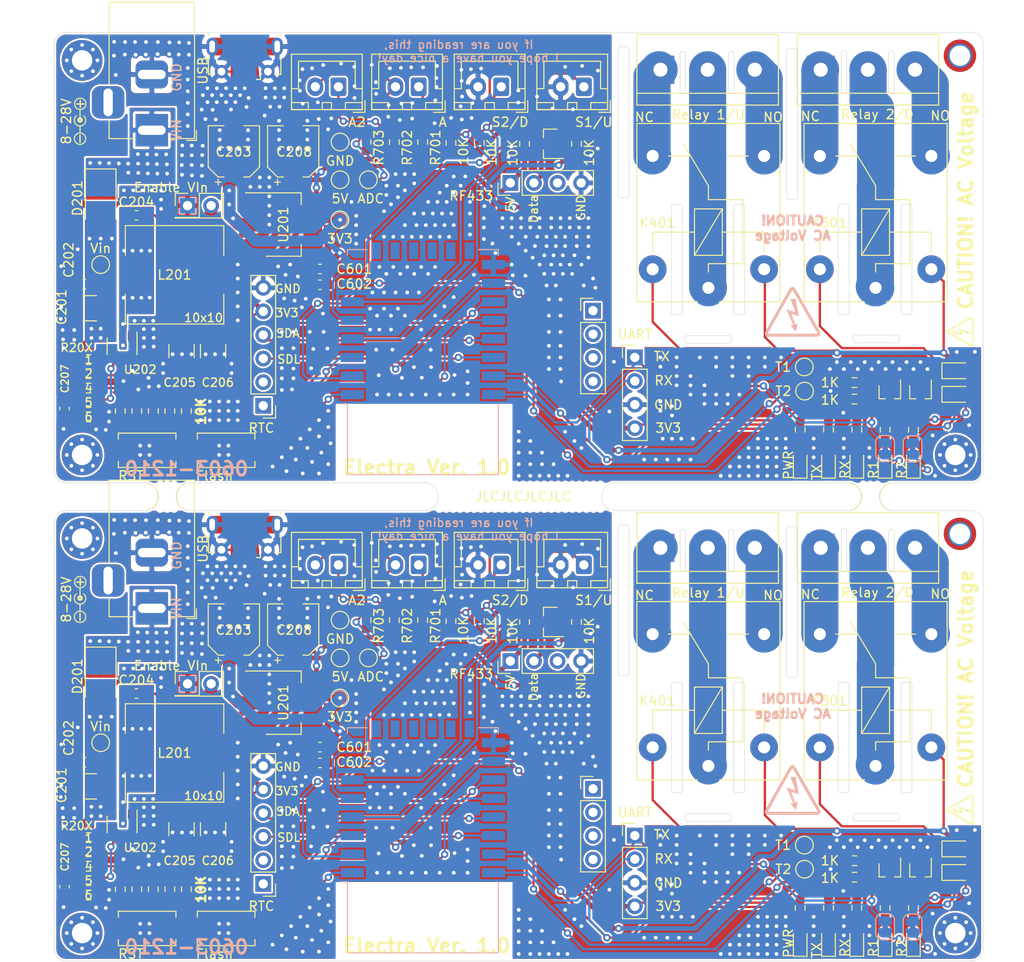
<source format=kicad_pcb>
(kicad_pcb (version 20171130) (host pcbnew 5.1.9-73d0e3b20d~88~ubuntu18.04.1)
  (title_block (date 2021-03-25) (rev 1))
  (layers (0 F.Cu signal) (31 B.Cu signal) (34 B.Paste user) (35 F.Paste user) (36 B.SilkS user) (37 F.SilkS user) (38 B.Mask user) (39 F.Mask user) (44 Edge.Cuts user))
  (net 0 "")
  (net 1 "Net-(C201-Pad1)")
  (net 2 GND)
  (net 3 +3V3)
  (net 4 "Net-(C204-Pad1)")
  (net 5 "Net-(C204-Pad2)")
  (net 6 "Net-(C205-Pad2)")
  (net 7 "Net-(C207-Pad2)")
  (net 8 "Net-(C207-Pad1)")
  (net 9 +5V)
  (net 10 +VDC)
  (net 11 "Net-(D202-Pad2)")
  (net 12 "Net-(D301-Pad1)")
  (net 13 "Net-(D301-Pad2)")
  (net 14 "Net-(D302-Pad1)")
  (net 15 "Net-(D401-Pad2)")
  (net 16 "Net-(D401-Pad1)")
  (net 17 "Net-(D402-Pad1)")
  (net 18 "Net-(D601-Pad2)")
  (net 19 "Net-(D602-Pad2)")
  (net 20 "Net-(J101-Pad1)")
  (net 21 "Net-(J101-Pad2)")
  (net 22 /L-SDL)
  (net 23 /L-SDA)
  (net 24 /RX)
  (net 25 /TX)
  (net 26 "Net-(J202-Pad2)")
  (net 27 "Net-(J202-Pad4)")
  (net 28 "Net-(J202-Pad3)")
  (net 29 /Relay2/Relay-Normal-Close)
  (net 30 /Relay2/Relay-Common)
  (net 31 /Relay2/Relay-Normal-Open)
  (net 32 /Relay1/Relay-Normal-Open)
  (net 33 /Relay1/Relay-Common)
  (net 34 /Relay1/Relay-Normal-Close)
  (net 35 /Switch1)
  (net 36 /Switch2)
  (net 37 /ESP8266/ADC)
  (net 38 "Net-(J701-Pad1)")
  (net 39 "Net-(J702-Pad1)")
  (net 40 "Net-(J801-Pad2)")
  (net 41 "Net-(J801-Pad3)")
  (net 42 "Net-(Q301-Pad2)")
  (net 43 "Net-(Q401-Pad2)")
  (net 44 /ESP8266/GPIO14)
  (net 45 "Net-(R201-Pad2)")
  (net 46 /Relay2)
  (net 47 /Relay1)
  (net 48 /ESP8266/GPIO0)
  (net 49 /ESP8266/~RST)
  (net 50 "Net-(R603-Pad2)")
  (net 51 /ESP8266/GPIO2)
  (net 52 "Net-(U601-Pad9)")
  (net 53 "Net-(U601-Pad10)")
  (net 54 "Net-(U601-Pad11)")
  (net 55 /ESP8266/GPIO10)
  (net 56 "Net-(U601-Pad13)")
  (net 57 "Net-(U601-Pad14)")
  (module RF_Module:ESP-12E (layer B.Cu) (at 135.634 136)
    (fp_text reference U601 hide)
    (fp_text value ESP-12F)
    (pad 22 smd rect (at 7.6 3.5) (size 2.5 1) (layers B.Cu B.Paste B.Mask) (net 25 /TX))
    (pad 21 smd rect (at 7.6 1.5) (size 2.5 1) (layers B.Cu B.Paste B.Mask) (net 24 /RX))
    (pad 20 smd rect (at 7.6 -0.5) (size 2.5 1) (layers B.Cu B.Paste B.Mask) (net 22 /L-SDL))
    (pad 19 smd rect (at 7.6 -2.5) (size 2.5 1) (layers B.Cu B.Paste B.Mask) (net 23 /L-SDA))
    (pad 18 smd rect (at 7.6 -4.5) (size 2.5 1) (layers B.Cu B.Paste B.Mask) (net 48 /ESP8266/GPIO0))
    (pad 17 smd rect (at 7.6 -6.5) (size 2.5 1) (layers B.Cu B.Paste B.Mask) (net 51 /ESP8266/GPIO2))
    (pad 16 smd rect (at 7.6 -8.5) (size 2.5 1) (layers B.Cu B.Paste B.Mask) (net 46 /Relay2))
    (pad 15 smd rect (at 7.6 -10.5) (size 2.5 1) (layers B.Cu B.Paste B.Mask) (net 2 GND))
    (pad 14 smd rect (at 5 -12) (size 1 1.8) (layers B.Cu B.Paste B.Mask) (net 57 "Net-(U601-Pad14)"))
    (pad 13 smd rect (at 3 -12) (size 1 1.8) (layers B.Cu B.Paste B.Mask) (net 56 "Net-(U601-Pad13)"))
    (pad 12 smd rect (at 1 -12) (size 1 1.8) (layers B.Cu B.Paste B.Mask) (net 55 /ESP8266/GPIO10))
    (pad 11 smd rect (at -1 -12) (size 1 1.8) (layers B.Cu B.Paste B.Mask) (net 54 "Net-(U601-Pad11)"))
    (pad 10 smd rect (at -3 -12) (size 1 1.8) (layers B.Cu B.Paste B.Mask) (net 53 "Net-(U601-Pad10)"))
    (pad 9 smd rect (at -5 -12) (size 1 1.8) (layers B.Cu B.Paste B.Mask) (net 52 "Net-(U601-Pad9)"))
    (pad 8 smd rect (at -7.6 -10.5) (size 2.5 1) (layers B.Cu B.Paste B.Mask) (net 3 +3V3))
    (pad 7 smd rect (at -7.6 -8.5) (size 2.5 1) (layers B.Cu B.Paste B.Mask) (net 47 /Relay1))
    (pad 6 smd rect (at -7.6 -6.5) (size 2.5 1) (layers B.Cu B.Paste B.Mask) (net 35 /Switch1))
    (pad 5 smd rect (at -7.6 -4.5) (size 2.5 1) (layers B.Cu B.Paste B.Mask) (net 44 /ESP8266/GPIO14))
    (pad 4 smd rect (at -7.6 -2.5) (size 2.5 1) (layers B.Cu B.Paste B.Mask) (net 36 /Switch2))
    (pad 3 smd rect (at -7.6 -0.5) (size 2.5 1) (layers B.Cu B.Paste B.Mask) (net 50 "Net-(R603-Pad2)"))
    (pad 2 smd rect (at -7.6 1.5) (size 2.5 1) (layers B.Cu B.Paste B.Mask) (net 37 /ESP8266/ADC))
    (pad 1 smd rect (at -7.6 3.5) (size 2.5 1) (layers B.Cu B.Paste B.Mask) (net 49 /ESP8266/~RST))
  )
  (module Package_TO_SOT_SMD:SOT-23-6 (layer F.Cu) (at 103.25 134.3 270)
    (fp_text reference U202 (at 2.5 -1.95 180) (layer F.SilkS) (effects (font (size 0.9 0.9))))
    (fp_text value TPS54202DDCR hide)
    (pad 5 smd rect (at 1.1 0 270) (size 1.06 0.65) (layers F.Cu F.Paste F.Mask) (net 45 "Net-(R201-Pad2)"))
    (pad 6 smd rect (at 1.1 -0.95 270) (size 1.06 0.65) (layers F.Cu F.Paste F.Mask) (net 5 "Net-(C204-Pad2)"))
    (pad 4 smd rect (at 1.1 0.95 270) (size 1.06 0.65) (layers F.Cu F.Paste F.Mask) (net 8 "Net-(C207-Pad1)"))
    (pad 3 smd rect (at -1.1 0.95 270) (size 1.06 0.65) (layers F.Cu F.Paste F.Mask) (net 1 "Net-(C201-Pad1)"))
    (pad 2 smd rect (at -1.1 0 270) (size 1.06 0.65) (layers F.Cu F.Paste F.Mask) (net 4 "Net-(C204-Pad1)"))
    (pad 1 smd rect (at -1.1 -0.95 270) (size 1.06 0.65) (layers F.Cu F.Paste F.Mask) (net 2 GND))
  )
  (module Package_TO_SOT_SMD:SOT-223-3_TabPin2 (layer F.Cu) (at 120.624 121.186)
    (fp_text reference U201 (at 0 0 90) (layer F.SilkS))
    (fp_text value AMS1117-3.3 hide)
    (pad 1 smd rect (at -3.15 -2.3) (size 2 1.5) (layers F.Cu F.Paste F.Mask) (net 2 GND))
    (pad 3 smd rect (at -3.15 2.3) (size 2 1.5) (layers F.Cu F.Paste F.Mask) (net 9 +5V))
    (pad 2 smd rect (at -3.15 0) (size 2 1.5) (layers F.Cu F.Paste F.Mask) (net 3 +3V3))
    (pad 2 smd rect (at 3.15 0) (size 2 3.8) (layers F.Cu F.Paste F.Mask) (net 3 +3V3))
  )
  (module TestPoint:TestPoint_Pad_D1.5mm (layer F.Cu) (at 129.768 116.36 180)
    (fp_text reference TP701 hide)
    (fp_text value ADC (at -0.254 -2.032) (layer F.SilkS))
    (pad 1 smd circle (at 0 0 180) (size 1.5 1.5) (layers F.Cu F.Mask) (net 37 /ESP8266/ADC))
  )
  (module Resistor_SMD:R_0603_1608Metric_Pad0.98x0.95mm_HandSolder (layer F.Cu) (at 99.65 140.35)
    (fp_text reference R205 hide)
    (fp_text value 100K hide)
    (fp_text user 5 (at 0 0) (layer F.SilkS) (effects (font (size 0.9 0.9))))
    (pad 1 smd roundrect (at -0.9125 0) (size 0.975 0.95) (layers F.Cu F.Paste F.Mask) (net 7 "Net-(C207-Pad2)"))
    (pad 2 smd roundrect (at 0.9125 0) (size 0.975 0.95) (layers F.Cu F.Paste F.Mask) (net 8 "Net-(C207-Pad1)"))
  )
  (module TestPoint:TestPoint_Pad_D1.5mm (layer F.Cu) (at 176.7 136.525)
    (fp_text reference TP401 hide)
    (fp_text value T1 (at -2.286 0) (layer F.SilkS))
    (pad 1 smd circle (at 0 0) (size 1.5 1.5) (layers F.Cu F.Mask) (net 47 /Relay1))
  )
  (module Custom:Electricity-Causion-6.1mmX6.1mm-logo (layer B.Cu) (at 175.45 130.575 180)
    (fp_text reference G*** hide)
    (fp_text value LOGO hide)
  )
  (module Connector_BarrelJack:BarrelJack_Horizontal (layer F.Cu) (at 106.45 111.025 270)
    (fp_text reference J201 hide)
    (fp_text value 8-28V (at -0.95 9.2 90) (layer F.SilkS))
    (pad 1 thru_hole rect (at 0 0 270) (size 3.5 3.5) (drill oval 1 3) (layers *.Cu *.Mask) (net 10 +VDC))
    (pad 2 thru_hole roundrect (at -6 0 270) (size 3 3.5) (drill oval 1 3) (layers *.Cu *.Mask) (net 2 GND))
    (pad 3 thru_hole roundrect (at -3 4.7 270) (size 3.5 3.5) (drill oval 3 1) (layers *.Cu *.Mask))
  )
  (module Relay_THT:Relay_SPDT_Finder_36.11 (layer F.Cu) (at 166.37 128 90)
    (fp_text reference K401 (at 7 -5.5) (layer F.SilkS))
    (fp_text value FINDER-36.11 hide)
    (pad 11 thru_hole circle (at 0 0 90) (size 3 3) (drill 1.3) (layers *.Cu *.Mask) (net 33 /Relay1/Relay-Common))
    (pad A2 thru_hole circle (at 2 -6 90) (size 3 3) (drill 1.3) (layers *.Cu *.Mask) (net 17 "Net-(D402-Pad1)"))
    (pad 12 thru_hole circle (at 14.2 -6 90) (size 3 3) (drill 1.3) (layers *.Cu *.Mask) (net 34 /Relay1/Relay-Normal-Close))
    (pad 14 thru_hole circle (at 14.2 6 90) (size 3 3) (drill 1.3) (layers *.Cu *.Mask) (net 32 /Relay1/Relay-Normal-Open))
    (pad A1 thru_hole circle (at 2 6 90) (size 3 3) (drill 1.3) (layers *.Cu *.Mask) (net 9 +5V))
  )
  (module Resistor_SMD:R_0603_1608Metric_Pad0.98x0.95mm_HandSolder (layer F.Cu) (at 182.092 139.982 180)
    (fp_text reference R301 hide)
    (fp_text value 1K (at 2.642 -0.093 180) (layer F.SilkS))
    (pad 2 smd roundrect (at 0.9125 0 180) (size 0.975 0.95) (layers F.Cu F.Paste F.Mask) (net 46 /Relay2))
    (pad 1 smd roundrect (at -0.9125 0 180) (size 0.975 0.95) (layers F.Cu F.Paste F.Mask) (net 42 "Net-(Q301-Pad2)"))
  )
  (module Package_TO_SOT_SMD:SOT-323_SC-70 (layer F.Cu) (at 185.902 139.22 270)
    (fp_text reference Q401 hide)
    (fp_text value Q_NPN_EBC hide)
    (pad 1 smd rect (at -1 -0.65 180) (size 0.45 0.7) (layers F.Cu F.Paste F.Mask) (net 2 GND))
    (pad 2 smd rect (at -1 0.65 180) (size 0.45 0.7) (layers F.Cu F.Paste F.Mask) (net 43 "Net-(Q401-Pad2)"))
    (pad 3 smd rect (at 1 0 180) (size 0.45 0.7) (layers F.Cu F.Paste F.Mask) (net 17 "Net-(D402-Pad1)"))
  )
  (module Jumper:SolderJumper-2_P1.3mm_Bridged_RoundedPad1.0x1.5mm (layer B.Cu) (at 185.394 145.316 90)
    (fp_text reference JP401 hide)
    (fp_text value Jumper_NC_Small hide)
    (fp_poly (pts (xy 0.25 0.3) (xy -0.25 0.3) (xy -0.25 -0.3) (xy 0.25 -0.3)) (layer B.Cu) (width 0))
    (pad 2 smd custom (at 0.65 0 90) (size 1 0.5) (layers B.Cu B.Mask) (net 17 "Net-(D402-Pad1)") (options (clearance outline) (anchor rect)) (primitives (gr_circle (center 0 -0.25) (end 0.5 -0.25) (width 0)) (gr_circle (center 0 0.25) (end 0.5 0.25) (width 0)) (gr_poly (pts (xy 0 0.75) (xy -0.5 0.75) (xy -0.5 -0.75) (xy 0 -0.75)) (width 0))))
    (pad 1 smd custom (at -0.65 0 90) (size 1 0.5) (layers B.Cu B.Mask) (net 16 "Net-(D401-Pad1)") (options (clearance outline) (anchor rect)) (primitives (gr_circle (center 0 -0.25) (end 0.5 -0.25) (width 0)) (gr_circle (center 0 0.25) (end 0.5 0.25) (width 0)) (gr_poly (pts (xy 0 0.75) (xy 0.5 0.75) (xy 0.5 -0.75) (xy 0 -0.75)) (width 0))))
  )
  (module LED_SMD:LED_0603_1608Metric_Pad1.05x0.95mm_HandSolder (layer F.Cu) (at 185.394 146.84 90)
    (fp_text reference D401 hide)
    (fp_text value R1 (at -0.762 -1.27 270) (layer F.SilkS))
    (pad 2 smd roundrect (at 0.875 0 90) (size 1.05 0.95) (layers F.Cu F.Paste F.Mask) (net 15 "Net-(D401-Pad2)"))
    (pad 1 smd roundrect (at -0.875 0 90) (size 1.05 0.95) (layers F.Cu F.Paste F.Mask) (net 16 "Net-(D401-Pad1)"))
  )
  (module Diode_SMD:D_SOD-323 (layer F.Cu) (at 193.014 136.934)
    (fp_text reference D302 hide)
    (fp_text value 200mA hide)
    (pad 1 smd rect (at -1.05 0) (size 0.6 0.45) (layers F.Cu F.Paste F.Mask) (net 14 "Net-(D302-Pad1)"))
    (pad 2 smd rect (at 1.05 0) (size 0.6 0.45) (layers F.Cu F.Paste F.Mask) (net 9 +5V))
  )
  (module Package_TO_SOT_SMD:SOT-323_SC-70 (layer F.Cu) (at 189.204 139.22 270)
    (fp_text reference Q301 hide)
    (fp_text value Q_NPN_EBC hide)
    (pad 3 smd rect (at 1 0 180) (size 0.45 0.7) (layers F.Cu F.Paste F.Mask) (net 14 "Net-(D302-Pad1)"))
    (pad 2 smd rect (at -1 0.65 180) (size 0.45 0.7) (layers F.Cu F.Paste F.Mask) (net 42 "Net-(Q301-Pad2)"))
    (pad 1 smd rect (at -1 -0.65 180) (size 0.45 0.7) (layers F.Cu F.Paste F.Mask) (net 2 GND))
  )
  (module Resistor_SMD:R_0603_1608Metric_Pad0.98x0.95mm_HandSolder (layer F.Cu) (at 99.65 141.9)
    (fp_text reference R206 hide)
    (fp_text value 13.3K hide)
    (fp_text user 6 (at 0 0) (layer F.SilkS) (effects (font (size 0.9 0.9))))
    (pad 2 smd roundrect (at 0.9125 0) (size 0.975 0.95) (layers F.Cu F.Paste F.Mask) (net 2 GND))
    (pad 1 smd roundrect (at -0.9125 0) (size 0.975 0.95) (layers F.Cu F.Paste F.Mask) (net 8 "Net-(C207-Pad1)"))
  )
  (module Capacitor_SMD:C_1210_3225Metric_Pad1.33x2.70mm_HandSolder (layer F.Cu) (at 113.05 134.8125 90)
    (fp_text reference C206 (at -3.3875 0.5) (layer F.SilkS) (effects (font (size 0.9 0.9))))
    (fp_text value 22uF hide)
    (pad 1 smd roundrect (at -1.5625 0 90) (size 1.325 2.7) (layers F.Cu F.Paste F.Mask) (roundrect_rratio 0.1886769811320755) (net 2 GND))
    (pad 2 smd roundrect (at 1.5625 0 90) (size 1.325 2.7) (layers F.Cu F.Paste F.Mask) (roundrect_rratio 0.1886769811320755) (net 6 "Net-(C205-Pad2)"))
  )
  (module Connector_JST:JST_XH_B2B-XH-A_1x02_P2.50mm_Vertical (layer F.Cu) (at 152.961 106.346 180)
    (fp_text reference J501 hide)
    (fp_text value S1/U (at -1.064 -3.81) (layer F.SilkS))
    (pad 1 thru_hole roundrect (at 0 0 180) (size 1.7 2) (drill 1) (layers *.Cu *.Mask) (roundrect_rratio 0.1470588235294118) (net 35 /Switch1))
    (pad 2 thru_hole oval (at 2.5 0 180) (size 1.7 2) (drill 1) (layers *.Cu *.Mask) (net 2 GND))
  )
  (module MountingHole:MountingHole_2.2mm_M2_Pad_Via (layer F.Cu) (at 98.95 103.5)
    (fp_text reference REF** hide)
    (fp_text value MountingHole_2.2mm_M2_Pad_Via hide)
    (pad 1 thru_hole circle (at 1.166726 -1.166726) (size 0.7 0.7) (drill 0.4) (layers *.Cu *.Mask))
    (pad 1 thru_hole circle (at 0 -1.65) (size 0.7 0.7) (drill 0.4) (layers *.Cu *.Mask))
    (pad 1 thru_hole circle (at -1.166726 -1.166726) (size 0.7 0.7) (drill 0.4) (layers *.Cu *.Mask))
    (pad 1 thru_hole circle (at -1.65 0) (size 0.7 0.7) (drill 0.4) (layers *.Cu *.Mask))
    (pad 1 thru_hole circle (at -1.166726 1.166726) (size 0.7 0.7) (drill 0.4) (layers *.Cu *.Mask))
    (pad 1 thru_hole circle (at 0 1.65) (size 0.7 0.7) (drill 0.4) (layers *.Cu *.Mask))
    (pad 1 thru_hole circle (at 1.166726 1.166726) (size 0.7 0.7) (drill 0.4) (layers *.Cu *.Mask))
    (pad 1 thru_hole circle (at 1.65 0) (size 0.7 0.7) (drill 0.4) (layers *.Cu *.Mask))
    (pad 1 thru_hole circle (at 0 0) (size 4.4 4.4) (drill 2.2) (layers *.Cu *.Mask))
  )
  (module MountingHole:MountingHole_2.2mm_M2_Pad_Via (layer F.Cu) (at 192.95 146)
    (fp_text reference REF** hide)
    (fp_text value MountingHole_2.2mm_M2_Pad_Via hide)
    (pad 1 thru_hole circle (at 1.166726 -1.166726) (size 0.7 0.7) (drill 0.4) (layers *.Cu *.Mask))
    (pad 1 thru_hole circle (at 0 -1.65) (size 0.7 0.7) (drill 0.4) (layers *.Cu *.Mask))
    (pad 1 thru_hole circle (at -1.166726 -1.166726) (size 0.7 0.7) (drill 0.4) (layers *.Cu *.Mask))
    (pad 1 thru_hole circle (at -1.65 0) (size 0.7 0.7) (drill 0.4) (layers *.Cu *.Mask))
    (pad 1 thru_hole circle (at -1.166726 1.166726) (size 0.7 0.7) (drill 0.4) (layers *.Cu *.Mask))
    (pad 1 thru_hole circle (at 0 1.65) (size 0.7 0.7) (drill 0.4) (layers *.Cu *.Mask))
    (pad 1 thru_hole circle (at 1.166726 1.166726) (size 0.7 0.7) (drill 0.4) (layers *.Cu *.Mask))
    (pad 1 thru_hole circle (at 1.65 0) (size 0.7 0.7) (drill 0.4) (layers *.Cu *.Mask))
    (pad 1 thru_hole circle (at 0 0) (size 4.4 4.4) (drill 2.2) (layers *.Cu *.Mask))
  )
  (module Package_TO_SOT_SMD:SOT-23 (layer F.Cu) (at 149.376 112.49 180)
    (fp_text reference Q801 hide)
    (fp_text value BSS138 hide)
    (pad 3 smd rect (at 1 0 180) (size 0.9 0.8) (layers F.Cu F.Paste F.Mask) (net 40 "Net-(J801-Pad2)"))
    (pad 2 smd rect (at -1 0.95 180) (size 0.9 0.8) (layers F.Cu F.Paste F.Mask) (net 44 /ESP8266/GPIO14))
    (pad 1 smd rect (at -1 -0.95 180) (size 0.9 0.8) (layers F.Cu F.Paste F.Mask) (net 3 +3V3))
  )
  (module Capacitor_SMD:C_0603_1608Metric_Pad1.08x0.95mm_HandSolder (layer F.Cu) (at 124.55 125.975 180)
    (fp_text reference C601 (at -3.7 0) (layer F.SilkS))
    (fp_text value 0.1uF hide)
    (pad 2 smd roundrect (at 0.8625 0 180) (size 1.075 0.95) (layers F.Cu F.Paste F.Mask) (net 2 GND))
    (pad 1 smd roundrect (at -0.8625 0 180) (size 1.075 0.95) (layers F.Cu F.Paste F.Mask) (net 3 +3V3))
  )
  (module Connector_JST:JST_XH_B2B-XH-A_1x02_P2.50mm_Vertical (layer F.Cu) (at 126.545 106.346 180)
    (fp_text reference J702 hide)
    (fp_text value A2 (at -1.98 -3.804) (layer F.SilkS))
    (pad 1 thru_hole roundrect (at 0 0 180) (size 1.7 2) (drill 1) (layers *.Cu *.Mask) (roundrect_rratio 0.1470588235294118) (net 39 "Net-(J702-Pad1)"))
    (pad 2 thru_hole oval (at 2.5 0 180) (size 1.7 2) (drill 1) (layers *.Cu *.Mask) (net 37 /ESP8266/ADC))
  )
  (module Capacitor_SMD:C_0603_1608Metric_Pad1.08x0.95mm_HandSolder (layer F.Cu) (at 99.1875 127.6 180)
    (fp_text reference C202 (at 1.6775 2.604 270) (layer F.SilkS))
    (fp_text value 0.1uF hide)
    (pad 1 smd roundrect (at -0.8625 0 180) (size 1.075 0.95) (layers F.Cu F.Paste F.Mask) (net 1 "Net-(C201-Pad1)"))
    (pad 2 smd roundrect (at 0.8625 0 180) (size 1.075 0.95) (layers F.Cu F.Paste F.Mask) (net 2 GND))
  )
  (module Resistor_SMD:R_0603_1608Metric_Pad0.98x0.95mm_HandSolder (layer F.Cu) (at 99.65 137.25 180)
    (fp_text reference R202 hide)
    (fp_text value 105K hide)
    (fp_text user 2 (at 0 0 180) (layer F.SilkS) (effects (font (size 0.9 0.9))))
    (pad 1 smd roundrect (at -0.9125 0 180) (size 0.975 0.95) (layers F.Cu F.Paste F.Mask) (net 45 "Net-(R201-Pad2)"))
    (pad 2 smd roundrect (at 0.9125 0 180) (size 0.975 0.95) (layers F.Cu F.Paste F.Mask) (net 2 GND))
  )
  (module Connector_PinHeader_2.54mm:PinHeader_2x01_P2.54mm_Vertical (layer F.Cu) (at 110.3 119.15)
    (fp_text reference J203 hide)
    (fp_text value "Enable VIn" (at -1.775 -1.95) (layer F.SilkS))
    (pad 2 thru_hole oval (at 2.54 0) (size 1.7 1.7) (drill 1) (layers *.Cu *.Mask) (net 9 +5V))
    (pad 1 thru_hole rect (at 0 0) (size 1.7 1.7) (drill 1) (layers *.Cu *.Mask) (net 6 "Net-(C205-Pad2)"))
  )
  (module Connector_JST:JST_XH_B2B-XH-A_1x02_P2.50mm_Vertical (layer F.Cu) (at 144.071 106.346 180)
    (fp_text reference J502 hide)
    (fp_text value S2/D (at -0.954 -3.804) (layer F.SilkS))
    (pad 2 thru_hole oval (at 2.5 0 180) (size 1.7 2) (drill 1) (layers *.Cu *.Mask) (net 2 GND))
    (pad 1 thru_hole roundrect (at 0 0 180) (size 1.7 2) (drill 1) (layers *.Cu *.Mask) (roundrect_rratio 0.1470588235294118) (net 36 /Switch2))
  )
  (module Capacitor_SMD:C_1210_3225Metric_Pad1.33x2.70mm_HandSolder (layer F.Cu) (at 99.7875 130.2 180)
    (fp_text reference C201 (at 3.0395 0.124 270) (layer F.SilkS))
    (fp_text value 10uF hide)
    (pad 1 smd roundrect (at -1.5625 0 180) (size 1.325 2.7) (layers F.Cu F.Paste F.Mask) (roundrect_rratio 0.1886769811320755) (net 1 "Net-(C201-Pad1)"))
    (pad 2 smd roundrect (at 1.5625 0 180) (size 1.325 2.7) (layers F.Cu F.Paste F.Mask) (roundrect_rratio 0.1886769811320755) (net 2 GND))
  )
  (module TerminalBlock:TerminalBlock_bornier-3_P5.08mm (layer F.Cu) (at 161.21 104.51)
    (fp_text reference J401 hide)
    (fp_text value "Relay 1/U" (at 5.165 4.84) (layer F.SilkS))
    (pad 1 thru_hole rect (at 0 0) (size 3 3) (drill 1.52) (layers *.Cu *.Mask) (net 34 /Relay1/Relay-Normal-Close))
    (pad 2 thru_hole circle (at 5.08 0) (size 3 3) (drill 1.52) (layers *.Cu *.Mask) (net 33 /Relay1/Relay-Common))
    (pad 3 thru_hole circle (at 10.16 0) (size 3 3) (drill 1.52) (layers *.Cu *.Mask) (net 32 /Relay1/Relay-Normal-Open))
  )
  (module Relay_THT:Relay_SPDT_Finder_36.11 (layer F.Cu) (at 184.37 128 90)
    (fp_text reference K301 (at 7 -5 180) (layer F.SilkS))
    (fp_text value FINDER-36.11 hide)
    (pad A1 thru_hole circle (at 2 6 90) (size 3 3) (drill 1.3) (layers *.Cu *.Mask) (net 9 +5V))
    (pad 14 thru_hole circle (at 14.2 6 90) (size 3 3) (drill 1.3) (layers *.Cu *.Mask) (net 31 /Relay2/Relay-Normal-Open))
    (pad 12 thru_hole circle (at 14.2 -6 90) (size 3 3) (drill 1.3) (layers *.Cu *.Mask) (net 29 /Relay2/Relay-Normal-Close))
    (pad A2 thru_hole circle (at 2 -6 90) (size 3 3) (drill 1.3) (layers *.Cu *.Mask) (net 14 "Net-(D302-Pad1)"))
    (pad 11 thru_hole circle (at 0 0 90) (size 3 3) (drill 1.3) (layers *.Cu *.Mask) (net 30 /Relay2/Relay-Common))
  )
  (module Resistor_SMD:R_0603_1608Metric_Pad0.98x0.95mm_HandSolder (layer F.Cu) (at 99.65 135.725)
    (fp_text reference R201 hide)
    (fp_text value 511K hide)
    (fp_text user 1 (at 0 0) (layer F.SilkS) (effects (font (size 0.9 0.9))))
    (pad 1 smd roundrect (at -0.9125 0) (size 0.975 0.95) (layers F.Cu F.Paste F.Mask) (net 1 "Net-(C201-Pad1)"))
    (pad 2 smd roundrect (at 0.9125 0) (size 0.975 0.95) (layers F.Cu F.Paste F.Mask) (net 45 "Net-(R201-Pad2)"))
  )
  (module Connector_PinHeader_2.54mm:PinHeader_1x04_P2.54mm_Vertical (layer F.Cu) (at 153.95 130.46)
    (fp_text reference REF** hide)
    (fp_text value PinHeader_1x04_P2.54mm_Vertical hide)
    (pad 1 thru_hole rect (at 0 0) (size 1.7 1.7) (drill 1) (layers *.Cu *.Mask))
    (pad 2 thru_hole oval (at 0 2.54) (size 1.7 1.7) (drill 1) (layers *.Cu *.Mask))
    (pad 3 thru_hole oval (at 0 5.08) (size 1.7 1.7) (drill 1) (layers *.Cu *.Mask))
    (pad 4 thru_hole oval (at 0 7.62) (size 1.7 1.7) (drill 1) (layers *.Cu *.Mask))
  )
  (module Inductor_SMD:L_10.4x10.4_H4.8 (layer F.Cu) (at 108.9 126.6)
    (fp_text reference L201 (at 0 0) (layer F.SilkS))
    (fp_text value 15uH hide)
    (pad 2 smd rect (at 4.15 0) (size 2.7 3.6) (layers F.Cu F.Paste F.Mask) (net 6 "Net-(C205-Pad2)"))
    (pad 1 smd rect (at -4.15 0) (size 2.7 3.6) (layers F.Cu F.Paste F.Mask) (net 4 "Net-(C204-Pad1)"))
  )
  (module Capacitor_SMD:CP_Elec_5x5.4 (layer F.Cu) (at 121.673 113.304 90)
    (fp_text reference C208 (at -0.046 0.102 180) (layer F.SilkS))
    (fp_text value 100uF hide)
    (pad 2 smd roundrect (at 2.2 0 90) (size 3 1.6) (layers F.Cu F.Paste F.Mask) (roundrect_rratio 0.15625) (net 2 GND))
    (pad 1 smd roundrect (at -2.2 0 90) (size 3 1.6) (layers F.Cu F.Paste F.Mask) (roundrect_rratio 0.15625) (net 9 +5V))
  )
  (module Connector_PinHeader_2.54mm:PinHeader_1x04_P2.54mm_Vertical (layer F.Cu) (at 158.45 135.5)
    (fp_text reference J102 hide)
    (fp_text value UART (at 0 -2.5) (layer F.SilkS))
    (pad 1 thru_hole rect (at 0 0) (size 1.7 1.7) (drill 1) (layers *.Cu *.Mask) (net 25 /TX))
    (pad 2 thru_hole oval (at 0 2.54) (size 1.7 1.7) (drill 1) (layers *.Cu *.Mask) (net 24 /RX))
    (pad 3 thru_hole oval (at 0 5.08) (size 1.7 1.7) (drill 1) (layers *.Cu *.Mask) (net 2 GND))
    (pad 4 thru_hole oval (at 0 7.62) (size 1.7 1.7) (drill 1) (layers *.Cu *.Mask) (net 3 +3V3))
  )
  (module Capacitor_SMD:CP_Elec_5x5.4 (layer F.Cu) (at 115.286 113.304 90)
    (fp_text reference C203 (at -0.046 -0.036 180) (layer F.SilkS))
    (fp_text value 100uF hide)
    (pad 1 smd roundrect (at -2.2 0 90) (size 3 1.6) (layers F.Cu F.Paste F.Mask) (roundrect_rratio 0.15625) (net 3 +3V3))
    (pad 2 smd roundrect (at 2.2 0 90) (size 3 1.6) (layers F.Cu F.Paste F.Mask) (roundrect_rratio 0.15625) (net 2 GND))
  )
  (module Connector_PinHeader_2.54mm:PinHeader_1x06_P2.54mm_Vertical (layer F.Cu) (at 118.45 140.7 180)
    (fp_text reference J101 hide)
    (fp_text value RTC (at 0.2 -2.4) (layer F.SilkS))
    (pad 6 thru_hole oval (at 0 12.7 180) (size 1.7 1.7) (drill 1) (layers *.Cu *.Mask) (net 2 GND))
    (pad 5 thru_hole oval (at 0 10.16 180) (size 1.7 1.7) (drill 1) (layers *.Cu *.Mask) (net 3 +3V3))
    (pad 4 thru_hole oval (at 0 7.62 180) (size 1.7 1.7) (drill 1) (layers *.Cu *.Mask) (net 23 /L-SDA))
    (pad 3 thru_hole oval (at 0 5.08 180) (size 1.7 1.7) (drill 1) (layers *.Cu *.Mask) (net 22 /L-SDL))
    (pad 2 thru_hole oval (at 0 2.54 180) (size 1.7 1.7) (drill 1) (layers *.Cu *.Mask) (net 21 "Net-(J101-Pad2)"))
    (pad 1 thru_hole rect (at 0 0 180) (size 1.7 1.7) (drill 1) (layers *.Cu *.Mask) (net 20 "Net-(J101-Pad1)"))
  )
  (module Custom:Electricity-Causion-3mmX3mm (layer F.Cu) (at 193.45 132.725 90)
    (fp_text reference G*** hide)
    (fp_text value LOGO hide)
  )
  (module Resistor_SMD:R_0603_1608Metric_Pad0.98x0.95mm_HandSolder (layer F.Cu) (at 176.25 143.284 90)
    (fp_text reference R203 hide)
    (fp_text value 80 hide)
    (pad 1 smd roundrect (at -0.9125 0 90) (size 0.975 0.95) (layers F.Cu F.Paste F.Mask) (net 11 "Net-(D202-Pad2)"))
    (pad 2 smd roundrect (at 0.9125 0 90) (size 0.975 0.95) (layers F.Cu F.Paste F.Mask) (net 3 +3V3))
  )
  (module LED_SMD:LED_0603_1608Metric_Pad1.05x0.95mm_HandSolder (layer F.Cu) (at 188.442 146.84 90)
    (fp_text reference D301 hide)
    (fp_text value R2 (at -0.762 -1.27 270) (layer F.SilkS))
    (pad 1 smd roundrect (at -0.875 0 90) (size 1.05 0.95) (layers F.Cu F.Paste F.Mask) (net 12 "Net-(D301-Pad1)"))
    (pad 2 smd roundrect (at 0.875 0 90) (size 1.05 0.95) (layers F.Cu F.Paste F.Mask) (net 13 "Net-(D301-Pad2)"))
  )
  (module Diode_SMD:D_SMA (layer F.Cu) (at 100.95 118.6 270)
    (fp_text reference D201 (at -0.25 2.5 90) (layer F.SilkS))
    (fp_text value DIODE hide)
    (pad 2 smd rect (at 2 0 270) (size 2.5 1.8) (layers F.Cu F.Paste F.Mask) (net 1 "Net-(C201-Pad1)"))
    (pad 1 smd rect (at -2 0 270) (size 2.5 1.8) (layers F.Cu F.Paste F.Mask) (net 10 +VDC))
  )
  (module Capacitor_SMD:C_0603_1608Metric_Pad1.08x0.95mm_HandSolder (layer F.Cu) (at 104.8 120.2)
    (fp_text reference C204 (at 0 -1.43) (layer F.SilkS))
    (fp_text value 0.1uF hide)
    (pad 2 smd roundrect (at 0.8625 0) (size 1.075 0.95) (layers F.Cu F.Paste F.Mask) (net 5 "Net-(C204-Pad2)"))
    (pad 1 smd roundrect (at -0.8625 0) (size 1.075 0.95) (layers F.Cu F.Paste F.Mask) (net 4 "Net-(C204-Pad1)"))
  )
  (module LED_SMD:LED_0603_1608Metric_Pad1.05x0.95mm_HandSolder (layer F.Cu) (at 182.346 146.84 90)
    (fp_text reference D602 hide)
    (fp_text value RX (at -0.762 -1.27 270) (layer F.SilkS))
    (pad 1 smd roundrect (at -0.875 0 90) (size 1.05 0.95) (layers F.Cu F.Paste F.Mask) (net 2 GND))
    (pad 2 smd roundrect (at 0.875 0 90) (size 1.05 0.95) (layers F.Cu F.Paste F.Mask) (net 19 "Net-(D602-Pad2)"))
  )
  (module LED_SMD:LED_0603_1608Metric_Pad1.05x0.95mm_HandSolder (layer F.Cu) (at 179.298 146.84 90)
    (fp_text reference D601 hide)
    (fp_text value TX (at -1.016 -1.27 270) (layer F.SilkS))
    (pad 2 smd roundrect (at 0.875 0 90) (size 1.05 0.95) (layers F.Cu F.Paste F.Mask) (net 18 "Net-(D601-Pad2)"))
    (pad 1 smd roundrect (at -0.875 0 90) (size 1.05 0.95) (layers F.Cu F.Paste F.Mask) (net 2 GND))
  )
  (module Connector_USB:USB_Micro-B_Molex-105017-0001 (layer F.Cu) (at 116.45 103.25 180)
    (fp_text reference J202 hide)
    (fp_text value USB (at 4.5 -1.35 90) (layer F.SilkS))
    (pad 6 smd rect (at -2.9 1.2375 180) (size 1.2 1.9) (layers F.Cu F.Mask) (net 2 GND))
    (pad 6 smd rect (at 2.9 1.2375 180) (size 1.2 1.9) (layers F.Cu F.Mask) (net 2 GND))
    (pad 6 thru_hole oval (at 3.5 1.2375 180) (size 1.2 1.9) (drill oval 0.6 1.3) (layers *.Cu *.Mask) (net 2 GND))
    (pad 6 thru_hole oval (at -3.5 1.2375) (size 1.2 1.9) (drill oval 0.6 1.3) (layers *.Cu *.Mask) (net 2 GND))
    (pad 6 smd rect (at -1 1.2375 180) (size 1.5 1.9) (layers F.Cu F.Paste F.Mask) (net 2 GND))
    (pad 6 thru_hole circle (at 2.5 -1.4625 180) (size 1.45 1.45) (drill 0.85) (layers *.Cu *.Mask) (net 2 GND))
    (pad 3 smd rect (at 0 -1.4625 180) (size 0.4 1.35) (layers F.Cu F.Paste F.Mask) (net 28 "Net-(J202-Pad3)"))
    (pad 4 smd rect (at 0.65 -1.4625 180) (size 0.4 1.35) (layers F.Cu F.Paste F.Mask) (net 27 "Net-(J202-Pad4)"))
    (pad 5 smd rect (at 1.3 -1.4625 180) (size 0.4 1.35) (layers F.Cu F.Paste F.Mask) (net 2 GND))
    (pad 1 smd rect (at -1.3 -1.4625 180) (size 0.4 1.35) (layers F.Cu F.Paste F.Mask) (net 9 +5V))
    (pad 2 smd rect (at -0.65 -1.4625 180) (size 0.4 1.35) (layers F.Cu F.Paste F.Mask) (net 26 "Net-(J202-Pad2)"))
    (pad 6 thru_hole circle (at -2.5 -1.4625 180) (size 1.45 1.45) (drill 0.85) (layers *.Cu *.Mask) (net 2 GND))
    (pad 6 smd rect (at 1 1.2375 180) (size 1.5 1.9) (layers F.Cu F.Paste F.Mask) (net 2 GND))
  )
  (module TerminalBlock:TerminalBlock_bornier-3_P5.08mm (layer F.Cu) (at 178.46 104.51)
    (fp_text reference J301 hide)
    (fp_text value "Relay 2/D" (at 6.09 4.815) (layer F.SilkS))
    (pad 3 thru_hole circle (at 10.16 0) (size 3 3) (drill 1.52) (layers *.Cu *.Mask) (net 31 /Relay2/Relay-Normal-Open))
    (pad 2 thru_hole circle (at 5.08 0) (size 3 3) (drill 1.52) (layers *.Cu *.Mask) (net 30 /Relay2/Relay-Common))
    (pad 1 thru_hole rect (at 0 0) (size 3 3) (drill 1.52) (layers *.Cu *.Mask) (net 29 /Relay2/Relay-Normal-Close))
  )
  (module MountingHole:MountingHole_2.2mm_M2_ISO7380_Pad_TopOnly (layer F.Cu) (at 193.45 103)
    (fp_text reference REF** hide)
    (fp_text value MountingHole_2.2mm_M2_ISO7380_Pad_TopOnly hide)
    (pad 1 thru_hole circle (at 0 0) (size 2.6 2.6) (drill 2.2) (layers *.Cu *.Mask))
    (pad 1 connect circle (at 0 0) (size 3.5 3.5) (layers F.Cu F.Mask))
  )
  (module Capacitor_SMD:C_1210_3225Metric_Pad1.33x2.70mm_HandSolder (layer F.Cu) (at 109.65 134.8125 90)
    (fp_text reference C205 (at -3.3875 -0.2) (layer F.SilkS) (effects (font (size 0.9 0.9))))
    (fp_text value 22uF hide)
    (pad 2 smd roundrect (at 1.5625 0 90) (size 1.325 2.7) (layers F.Cu F.Paste F.Mask) (roundrect_rratio 0.1886769811320755) (net 6 "Net-(C205-Pad2)"))
    (pad 1 smd roundrect (at -1.5625 0 90) (size 1.325 2.7) (layers F.Cu F.Paste F.Mask) (roundrect_rratio 0.1886769811320755) (net 2 GND))
  )
  (module Capacitor_SMD:C_0603_1608Metric_Pad1.08x0.95mm_HandSolder (layer F.Cu) (at 124.55 127.675 180)
    (fp_text reference C602 (at -3.7 0.1) (layer F.SilkS))
    (fp_text value 47uF hide)
    (pad 1 smd roundrect (at -0.8625 0 180) (size 1.075 0.95) (layers F.Cu F.Paste F.Mask) (net 3 +3V3))
    (pad 2 smd roundrect (at 0.8625 0 180) (size 1.075 0.95) (layers F.Cu F.Paste F.Mask) (net 2 GND))
  )
  (module Capacitor_SMD:C_0603_1608Metric_Pad1.08x0.95mm_HandSolder (layer F.Cu) (at 97.05 141 90)
    (fp_text reference C207 (at 3.2 0.05 90) (layer F.SilkS) (effects (font (size 0.8 0.8))))
    (fp_text value 75pF hide)
    (pad 2 smd roundrect (at 0.8625 0 90) (size 1.075 0.95) (layers F.Cu F.Paste F.Mask) (net 7 "Net-(C207-Pad2)"))
    (pad 1 smd roundrect (at -0.8625 0 90) (size 1.075 0.95) (layers F.Cu F.Paste F.Mask) (net 8 "Net-(C207-Pad1)"))
  )
  (module Connector_PinHeader_2.54mm:PinHeader_1x04_P2.54mm_Vertical (layer F.Cu) (at 145.05 116.7 90)
    (fp_text reference J801 hide)
    (fp_text value RF433 (at -1.4 -4.2 180) (layer F.SilkS))
    (pad 4 thru_hole oval (at 0 7.62 90) (size 1.7 1.7) (drill 1) (layers *.Cu *.Mask) (net 2 GND))
    (pad 3 thru_hole oval (at 0 5.08 90) (size 1.7 1.7) (drill 1) (layers *.Cu *.Mask) (net 41 "Net-(J801-Pad3)"))
    (pad 2 thru_hole oval (at 0 2.54 90) (size 1.7 1.7) (drill 1) (layers *.Cu *.Mask) (net 40 "Net-(J801-Pad2)"))
    (pad 1 thru_hole rect (at 0 0 90) (size 1.7 1.7) (drill 1) (layers *.Cu *.Mask) (net 9 +5V))
  )
  (module Resistor_SMD:R_0603_1608Metric_Pad0.98x0.95mm_HandSolder (layer F.Cu) (at 99.65 138.8 180)
    (fp_text reference R204 hide)
    (fp_text value 49.9 hide)
    (fp_text user 4 (at 0 0 180) (layer F.SilkS) (effects (font (size 0.9 0.9))))
    (pad 1 smd roundrect (at -0.9125 0 180) (size 0.975 0.95) (layers F.Cu F.Paste F.Mask) (net 6 "Net-(C205-Pad2)"))
    (pad 2 smd roundrect (at 0.9125 0 180) (size 0.975 0.95) (layers F.Cu F.Paste F.Mask) (net 7 "Net-(C207-Pad2)"))
  )
  (module MountingHole:MountingHole_2.2mm_M2_Pad_Via (layer F.Cu) (at 98.95 146)
    (fp_text reference REF** hide)
    (fp_text value MountingHole_2.2mm_M2_Pad_Via hide)
    (pad 1 thru_hole circle (at 0 0) (size 4.4 4.4) (drill 2.2) (layers *.Cu *.Mask))
    (pad 1 thru_hole circle (at 1.65 0) (size 0.7 0.7) (drill 0.4) (layers *.Cu *.Mask))
    (pad 1 thru_hole circle (at 1.166726 1.166726) (size 0.7 0.7) (drill 0.4) (layers *.Cu *.Mask))
    (pad 1 thru_hole circle (at 0 1.65) (size 0.7 0.7) (drill 0.4) (layers *.Cu *.Mask))
    (pad 1 thru_hole circle (at -1.166726 1.166726) (size 0.7 0.7) (drill 0.4) (layers *.Cu *.Mask))
    (pad 1 thru_hole circle (at -1.65 0) (size 0.7 0.7) (drill 0.4) (layers *.Cu *.Mask))
    (pad 1 thru_hole circle (at -1.166726 -1.166726) (size 0.7 0.7) (drill 0.4) (layers *.Cu *.Mask))
    (pad 1 thru_hole circle (at 0 -1.65) (size 0.7 0.7) (drill 0.4) (layers *.Cu *.Mask))
    (pad 1 thru_hole circle (at 1.166726 -1.166726) (size 0.7 0.7) (drill 0.4) (layers *.Cu *.Mask))
  )
  (module Connector_JST:JST_XH_B2B-XH-A_1x02_P2.50mm_Vertical (layer F.Cu) (at 135.181 106.346 180)
    (fp_text reference J701 hide)
    (fp_text value A (at -2.594 -3.804) (layer F.SilkS))
    (pad 2 thru_hole oval (at 2.5 0 180) (size 1.7 2) (drill 1) (layers *.Cu *.Mask) (net 37 /ESP8266/ADC))
    (pad 1 thru_hole roundrect (at 0 0 180) (size 1.7 2) (drill 1) (layers *.Cu *.Mask) (roundrect_rratio 0.1470588235294118) (net 38 "Net-(J701-Pad1)"))
  )
  (module Jumper:SolderJumper-2_P1.3mm_Bridged_RoundedPad1.0x1.5mm (layer B.Cu) (at 188.35 145.35 90)
    (fp_text reference JP301 hide)
    (fp_text value Jumper_NC_Small hide)
    (fp_poly (pts (xy 0.25 0.3) (xy -0.25 0.3) (xy -0.25 -0.3) (xy 0.25 -0.3)) (layer B.Cu) (width 0))
    (pad 1 smd custom (at -0.65 0 90) (size 1 0.5) (layers B.Cu B.Mask) (net 12 "Net-(D301-Pad1)") (options (clearance outline) (anchor rect)) (primitives (gr_circle (center 0 -0.25) (end 0.5 -0.25) (width 0)) (gr_circle (center 0 0.25) (end 0.5 0.25) (width 0)) (gr_poly (pts (xy 0 0.75) (xy 0.5 0.75) (xy 0.5 -0.75) (xy 0 -0.75)) (width 0))))
    (pad 2 smd custom (at 0.65 0 90) (size 1 0.5) (layers B.Cu B.Mask) (net 14 "Net-(D302-Pad1)") (options (clearance outline) (anchor rect)) (primitives (gr_circle (center 0 -0.25) (end 0.5 -0.25) (width 0)) (gr_circle (center 0 0.25) (end 0.5 0.25) (width 0)) (gr_poly (pts (xy 0 0.75) (xy -0.5 0.75) (xy -0.5 -0.75) (xy 0 -0.75)) (width 0))))
  )
  (module Resistor_SMD:R_0603_1608Metric_Pad0.98x0.95mm_HandSolder (layer F.Cu) (at 138.658 112.3995 90)
    (fp_text reference R501 hide)
    (fp_text value 10K (at -0.9505 1.342 90) (layer F.SilkS))
    (pad 1 smd roundrect (at -0.9125 0 90) (size 0.975 0.95) (layers F.Cu F.Paste F.Mask) (net 3 +3V3))
    (pad 2 smd roundrect (at 0.9125 0 90) (size 0.975 0.95) (layers F.Cu F.Paste F.Mask) (net 35 /Switch1))
  )
  (module Resistor_SMD:R_0603_1608Metric_Pad0.98x0.95mm_HandSolder (layer F.Cu) (at 185.394 143.284 270)
    (fp_text reference R402 hide)
    (fp_text value 150 hide)
    (pad 1 smd roundrect (at -0.9125 0 270) (size 0.975 0.95) (layers F.Cu F.Paste F.Mask) (net 9 +5V))
    (pad 2 smd roundrect (at 0.9125 0 270) (size 0.975 0.95) (layers F.Cu F.Paste F.Mask) (net 15 "Net-(D401-Pad2)"))
  )
  (module Resistor_SMD:R_0603_1608Metric_Pad0.98x0.95mm_HandSolder (layer F.Cu) (at 182.092 138.204 180)
    (fp_text reference R401 hide)
    (fp_text value 1K (at 2.642 0.004 180) (layer F.SilkS))
    (pad 1 smd roundrect (at -0.9125 0 180) (size 0.975 0.95) (layers F.Cu F.Paste F.Mask) (net 43 "Net-(Q401-Pad2)"))
    (pad 2 smd roundrect (at 0.9125 0 180) (size 0.975 0.95) (layers F.Cu F.Paste F.Mask) (net 47 /Relay1))
  )
  (module Resistor_SMD:R_0603_1608Metric_Pad0.98x0.95mm_HandSolder (layer F.Cu) (at 188.442 143.284 270)
    (fp_text reference R302 hide)
    (fp_text value 150 hide)
    (pad 2 smd roundrect (at 0.9125 0 270) (size 0.975 0.95) (layers F.Cu F.Paste F.Mask) (net 13 "Net-(D301-Pad2)"))
    (pad 1 smd roundrect (at -0.9125 0 270) (size 0.975 0.95) (layers F.Cu F.Paste F.Mask) (net 9 +5V))
  )
  (module Resistor_SMD:R_0603_1608Metric_Pad0.98x0.95mm_HandSolder (layer F.Cu) (at 104.838 141.274 90)
    (fp_text reference R601 hide)
    (fp_text value 10K hide)
    (pad 2 smd roundrect (at 0.9125 0 90) (size 0.975 0.95) (layers F.Cu F.Paste F.Mask) (net 3 +3V3))
    (pad 1 smd roundrect (at -0.9125 0 90) (size 0.975 0.95) (layers F.Cu F.Paste F.Mask) (net 48 /ESP8266/GPIO0))
  )
  (module Resistor_SMD:R_0603_1608Metric_Pad0.98x0.95mm_HandSolder (layer F.Cu) (at 141.706 112.3995 90)
    (fp_text reference R502 hide)
    (fp_text value 10K (at -1.0005 1.344 90) (layer F.SilkS))
    (pad 2 smd roundrect (at 0.9125 0 90) (size 0.975 0.95) (layers F.Cu F.Paste F.Mask) (net 36 /Switch2))
    (pad 1 smd roundrect (at -0.9125 0 90) (size 0.975 0.95) (layers F.Cu F.Paste F.Mask) (net 3 +3V3))
  )
  (module Resistor_SMD:R_0603_1608Metric_Pad0.98x0.95mm_HandSolder (layer F.Cu) (at 106.616 141.274 270)
    (fp_text reference R605 hide)
    (fp_text value 10K hide)
    (pad 1 smd roundrect (at -0.9125 0 270) (size 0.975 0.95) (layers F.Cu F.Paste F.Mask) (net 3 +3V3))
    (pad 2 smd roundrect (at 0.9125 0 270) (size 0.975 0.95) (layers F.Cu F.Paste F.Mask) (net 51 /ESP8266/GPIO2))
  )
  (module Resistor_SMD:R_0603_1608Metric_Pad0.98x0.95mm_HandSolder (layer F.Cu) (at 179.298 143.284 90)
    (fp_text reference R604 hide)
    (fp_text value 80 hide)
    (pad 1 smd roundrect (at -0.9125 0 90) (size 0.975 0.95) (layers F.Cu F.Paste F.Mask) (net 18 "Net-(D601-Pad2)"))
    (pad 2 smd roundrect (at 0.9125 0 90) (size 0.975 0.95) (layers F.Cu F.Paste F.Mask) (net 25 /TX))
  )
  (module Resistor_SMD:R_0603_1608Metric_Pad0.98x0.95mm_HandSolder (layer F.Cu) (at 108.394 141.274 270)
    (fp_text reference R603 hide)
    (fp_text value 10K hide)
    (pad 2 smd roundrect (at 0.9125 0 270) (size 0.975 0.95) (layers F.Cu F.Paste F.Mask) (net 50 "Net-(R603-Pad2)"))
    (pad 1 smd roundrect (at -0.9125 0 270) (size 0.975 0.95) (layers F.Cu F.Paste F.Mask) (net 3 +3V3))
  )
  (module Resistor_SMD:R_0603_1608Metric_Pad0.98x0.95mm_HandSolder (layer F.Cu) (at 103.06 141.274 90)
    (fp_text reference R602 hide)
    (fp_text value 10K hide)
    (pad 1 smd roundrect (at -0.9125 0 90) (size 0.975 0.95) (layers F.Cu F.Paste F.Mask) (net 49 /ESP8266/~RST))
    (pad 2 smd roundrect (at 0.9125 0 90) (size 0.975 0.95) (layers F.Cu F.Paste F.Mask) (net 3 +3V3))
  )
  (module Resistor_SMD:R_0603_1608Metric_Pad0.98x0.95mm_HandSolder (layer F.Cu) (at 146.582 112.49 90)
    (fp_text reference R802 hide)
    (fp_text value 10K (at -0.96 -1.282 90) (layer F.SilkS))
    (pad 1 smd roundrect (at -0.9125 0 90) (size 0.975 0.95) (layers F.Cu F.Paste F.Mask) (net 9 +5V))
    (pad 2 smd roundrect (at 0.9125 0 90) (size 0.975 0.95) (layers F.Cu F.Paste F.Mask) (net 40 "Net-(J801-Pad2)"))
  )
  (module Resistor_SMD:R_0603_1608Metric_Pad0.98x0.95mm_HandSolder (layer F.Cu) (at 152.17 112.49 90)
    (fp_text reference R801 hide)
    (fp_text value 10K (at -0.96 1.38 90) (layer F.SilkS))
    (pad 2 smd roundrect (at 0.9125 0 90) (size 0.975 0.95) (layers F.Cu F.Paste F.Mask) (net 44 /ESP8266/GPIO14))
    (pad 1 smd roundrect (at -0.9125 0 90) (size 0.975 0.95) (layers F.Cu F.Paste F.Mask) (net 3 +3V3))
  )
  (module TestPoint:TestPoint_Pad_D1.5mm (layer F.Cu) (at 176.725 139.125)
    (fp_text reference TP301 hide)
    (fp_text value T2 (at -2.286 0) (layer F.SilkS))
    (pad 1 smd circle (at 0 0) (size 1.5 1.5) (layers F.Cu F.Mask) (net 46 /Relay2))
  )
  (module TestPoint:TestPoint_Pad_D1.5mm (layer F.Cu) (at 126.72 116.36 180)
    (fp_text reference TP204 hide)
    (fp_text value 5V (at 0 -2.032) (layer F.SilkS))
    (pad 1 smd circle (at 0 0 180) (size 1.5 1.5) (layers F.Cu F.Mask) (net 9 +5V))
  )
  (module TestPoint:TestPoint_Pad_D1.5mm (layer F.Cu) (at 126.7 120.678 180)
    (fp_text reference TP203 hide)
    (fp_text value 3V3 (at 0 -2.032) (layer F.SilkS))
    (pad 1 smd circle (at 0 0 180) (size 1.5 1.5) (layers F.Cu F.Mask) (net 3 +3V3))
  )
  (module TestPoint:TestPoint_Pad_D1.5mm (layer F.Cu) (at 100.95 125.5 180)
    (fp_text reference TP202 hide)
    (fp_text value Vin (at 0 1.75) (layer F.SilkS))
    (pad 1 smd circle (at 0 0 180) (size 1.5 1.5) (layers F.Cu F.Mask) (net 1 "Net-(C201-Pad1)"))
  )
  (module TestPoint:TestPoint_Pad_D1.5mm (layer F.Cu) (at 126.72 112.296 180)
    (fp_text reference TP201 hide)
    (fp_text value GND (at 0 -2.032) (layer F.SilkS))
    (pad 1 smd circle (at 0 0 180) (size 1.5 1.5) (layers F.Cu F.Mask) (net 2 GND))
  )
  (module Resistor_SMD:R_0603_1608Metric_Pad0.98x0.95mm_HandSolder (layer F.Cu) (at 182.346 143.284 90)
    (fp_text reference R607 hide)
    (fp_text value 80 hide)
    (pad 2 smd roundrect (at 0.9125 0 90) (size 0.975 0.95) (layers F.Cu F.Paste F.Mask) (net 24 /RX))
    (pad 1 smd roundrect (at -0.9125 0 90) (size 0.975 0.95) (layers F.Cu F.Paste F.Mask) (net 19 "Net-(D602-Pad2)"))
  )
  (module Resistor_SMD:R_0603_1608Metric_Pad0.98x0.95mm_HandSolder (layer F.Cu) (at 110.172 141.274 270)
    (fp_text reference R606 hide)
    (fp_text value 10K hide)
    (pad 1 smd roundrect (at -0.9125 0 270) (size 0.975 0.95) (layers F.Cu F.Paste F.Mask) (net 2 GND))
    (pad 2 smd roundrect (at 0.9125 0 270) (size 0.975 0.95) (layers F.Cu F.Paste F.Mask) (net 46 /Relay2))
  )
  (module Resistor_SMD:R_0603_1608Metric_Pad0.98x0.95mm_HandSolder (layer F.Cu) (at 129.514 112.296 270)
    (fp_text reference R703 (at 0.604 -1.386 90) (layer F.SilkS))
    (fp_text value 1K hide)
    (pad 1 smd roundrect (at -0.9125 0 270) (size 0.975 0.95) (layers F.Cu F.Paste F.Mask) (net 37 /ESP8266/ADC))
    (pad 2 smd roundrect (at 0.9125 0 270) (size 0.975 0.95) (layers F.Cu F.Paste F.Mask) (net 2 GND))
  )
  (module Resistor_SMD:R_0603_1608Metric_Pad0.98x0.95mm_HandSolder (layer F.Cu) (at 132.562 112.296 270)
    (fp_text reference R702 (at 0.604 -1.388 90) (layer F.SilkS))
    (fp_text value 7.5K hide)
    (pad 2 smd roundrect (at 0.9125 0 270) (size 0.975 0.95) (layers F.Cu F.Paste F.Mask) (net 3 +3V3))
    (pad 1 smd roundrect (at -0.9125 0 270) (size 0.975 0.95) (layers F.Cu F.Paste F.Mask) (net 39 "Net-(J702-Pad1)"))
  )
  (module Resistor_SMD:R_0603_1608Metric_Pad0.98x0.95mm_HandSolder (layer F.Cu) (at 135.61 112.296 270)
    (fp_text reference R701 (at 0.604 -1.39 90) (layer F.SilkS))
    (fp_text value 3.57K hide)
    (pad 2 smd roundrect (at 0.9125 0 270) (size 0.975 0.95) (layers F.Cu F.Paste F.Mask) (net 3 +3V3))
    (pad 1 smd roundrect (at -0.9125 0 270) (size 0.975 0.95) (layers F.Cu F.Paste F.Mask) (net 38 "Net-(J701-Pad1)"))
  )
  (module Button_Switch_SMD:SW_SPST_EVQPE1 (layer F.Cu) (at 105.95 145.5 180)
    (fp_text reference SW602 hide)
    (fp_text value RST (at 1.75 -2.75) (layer F.SilkS))
    (pad 2 smd rect (at 2.7 0 180) (size 2 1.6) (layers F.Cu F.Paste F.Mask) (net 49 /ESP8266/~RST))
    (pad 1 smd rect (at -2.7 0 180) (size 2 1.6) (layers F.Cu F.Paste F.Mask) (net 2 GND))
  )
  (module Button_Switch_SMD:SW_SPST_EVQPE1 (layer F.Cu) (at 114.45 145.5 180)
    (fp_text reference SW601 hide)
    (fp_text value Flash (at 1.25 -2.75) (layer F.SilkS))
    (pad 1 smd rect (at -2.7 0 180) (size 2 1.6) (layers F.Cu F.Paste F.Mask) (net 2 GND))
    (pad 2 smd rect (at 2.7 0 180) (size 2 1.6) (layers F.Cu F.Paste F.Mask) (net 48 /ESP8266/GPIO0))
  )
  (module Diode_SMD:D_SOD-323 (layer F.Cu) (at 193.014 139.474)
    (fp_text reference D402 hide)
    (fp_text value 200mA hide)
    (pad 2 smd rect (at 1.05 0) (size 0.6 0.45) (layers F.Cu F.Paste F.Mask) (net 9 +5V))
    (pad 1 smd rect (at -1.05 0) (size 0.6 0.45) (layers F.Cu F.Paste F.Mask) (net 17 "Net-(D402-Pad1)"))
  )
  (module LED_SMD:LED_0603_1608Metric_Pad1.05x0.95mm_HandSolder (layer F.Cu) (at 176.25 146.84 90)
    (fp_text reference D202 hide)
    (fp_text value PWR (at -0.254 -1.27 270) (layer F.SilkS))
    (pad 2 smd roundrect (at 0.875 0 90) (size 1.05 0.95) (layers F.Cu F.Paste F.Mask) (net 11 "Net-(D202-Pad2)"))
    (pad 1 smd roundrect (at -0.875 0 90) (size 1.05 0.95) (layers F.Cu F.Paste F.Mask) (net 2 GND))
  )
  (module panels:0.5mm-NPTH-Drill (layer F.Cu) (at 154.75 100.3)
    (fp_text reference REF** hide)
    (fp_text value 0.5mm-NPTH-Drill hide)
    (pad "" np_thru_hole circle (at 0 0) (size 0.5 0.5) (drill 0.5) (layers *.Cu *.Mask))
  )
  (module panels:0.5mm-NPTH-Drill (layer F.Cu) (at 154 97.7)
    (fp_text reference REF** hide)
    (fp_text value 0.5mm-NPTH-Drill hide)
    (pad "" np_thru_hole circle (at 0 0) (size 0.5 0.5) (drill 0.5) (layers *.Cu *.Mask))
  )
  (module panels:0.5mm-NPTH-Drill (layer F.Cu) (at 154 100.3)
    (fp_text reference REF** hide)
    (fp_text value 0.5mm-NPTH-Drill hide)
    (pad "" np_thru_hole circle (at 0 0) (size 0.5 0.5) (drill 0.5) (layers *.Cu *.Mask))
  )
  (module panels:0.5mm-NPTH-Drill (layer F.Cu) (at 153.25 100.3)
    (fp_text reference REF** hide)
    (fp_text value 0.5mm-NPTH-Drill hide)
    (pad "" np_thru_hole circle (at 0 0) (size 0.5 0.5) (drill 0.5) (layers *.Cu *.Mask))
  )
  (module panels:0.5mm-NPTH-Drill (layer F.Cu) (at 154.75 97.7)
    (fp_text reference REF** hide)
    (fp_text value 0.5mm-NPTH-Drill hide)
    (pad "" np_thru_hole circle (at 0 0) (size 0.5 0.5) (drill 0.5) (layers *.Cu *.Mask))
  )
  (module panels:0.5mm-NPTH-Drill (layer F.Cu) (at 153.25 97.7)
    (fp_text reference REF** hide)
    (fp_text value 0.5mm-NPTH-Drill hide)
    (pad "" np_thru_hole circle (at 0 0) (size 0.5 0.5) (drill 0.5) (layers *.Cu *.Mask))
  )
  (module panels:0.5mm-NPTH-Drill (layer F.Cu) (at 152.475 100.3)
    (fp_text reference REF** hide)
    (fp_text value 0.5mm-NPTH-Drill hide)
    (pad "" np_thru_hole circle (at 0 0) (size 0.5 0.5) (drill 0.5) (layers *.Cu *.Mask))
  )
  (module panels:0.5mm-NPTH-Drill (layer F.Cu) (at 151.725 97.7)
    (fp_text reference REF** hide)
    (fp_text value 0.5mm-NPTH-Drill hide)
    (pad "" np_thru_hole circle (at 0 0) (size 0.5 0.5) (drill 0.5) (layers *.Cu *.Mask))
  )
  (module panels:0.5mm-NPTH-Drill (layer F.Cu) (at 151.725 100.3)
    (fp_text reference REF** hide)
    (fp_text value 0.5mm-NPTH-Drill hide)
    (pad "" np_thru_hole circle (at 0 0) (size 0.5 0.5) (drill 0.5) (layers *.Cu *.Mask))
  )
  (module panels:0.5mm-NPTH-Drill (layer F.Cu) (at 150.975 100.3)
    (fp_text reference REF** hide)
    (fp_text value 0.5mm-NPTH-Drill hide)
    (pad "" np_thru_hole circle (at 0 0) (size 0.5 0.5) (drill 0.5) (layers *.Cu *.Mask))
  )
  (module panels:0.5mm-NPTH-Drill (layer F.Cu) (at 152.475 97.7)
    (fp_text reference REF** hide)
    (fp_text value 0.5mm-NPTH-Drill hide)
    (pad "" np_thru_hole circle (at 0 0) (size 0.5 0.5) (drill 0.5) (layers *.Cu *.Mask))
  )
  (module panels:0.5mm-NPTH-Drill (layer F.Cu) (at 150.975 97.7)
    (fp_text reference REF** hide)
    (fp_text value 0.5mm-NPTH-Drill hide)
    (pad "" np_thru_hole circle (at 0 0) (size 0.5 0.5) (drill 0.5) (layers *.Cu *.Mask))
  )
  (module panels:0.5mm-NPTH-Drill (layer F.Cu) (at 150.2 100.3)
    (fp_text reference REF** hide)
    (fp_text value 0.5mm-NPTH-Drill hide)
    (pad "" np_thru_hole circle (at 0 0) (size 0.5 0.5) (drill 0.5) (layers *.Cu *.Mask))
  )
  (module panels:0.5mm-NPTH-Drill (layer F.Cu) (at 149.45 97.7)
    (fp_text reference REF** hide)
    (fp_text value 0.5mm-NPTH-Drill hide)
    (pad "" np_thru_hole circle (at 0 0) (size 0.5 0.5) (drill 0.5) (layers *.Cu *.Mask))
  )
  (module panels:0.5mm-NPTH-Drill (layer F.Cu) (at 149.45 100.3)
    (fp_text reference REF** hide)
    (fp_text value 0.5mm-NPTH-Drill hide)
    (pad "" np_thru_hole circle (at 0 0) (size 0.5 0.5) (drill 0.5) (layers *.Cu *.Mask))
  )
  (module panels:0.5mm-NPTH-Drill (layer F.Cu) (at 148.7 100.3)
    (fp_text reference REF** hide)
    (fp_text value 0.5mm-NPTH-Drill hide)
    (pad "" np_thru_hole circle (at 0 0) (size 0.5 0.5) (drill 0.5) (layers *.Cu *.Mask))
  )
  (module panels:0.5mm-NPTH-Drill (layer F.Cu) (at 150.2 97.7)
    (fp_text reference REF** hide)
    (fp_text value 0.5mm-NPTH-Drill hide)
    (pad "" np_thru_hole circle (at 0 0) (size 0.5 0.5) (drill 0.5) (layers *.Cu *.Mask))
  )
  (module panels:0.5mm-NPTH-Drill (layer F.Cu) (at 148.7 97.7)
    (fp_text reference REF** hide)
    (fp_text value 0.5mm-NPTH-Drill hide)
    (pad "" np_thru_hole circle (at 0 0) (size 0.5 0.5) (drill 0.5) (layers *.Cu *.Mask))
  )
  (module panels:0.5mm-NPTH-Drill (layer F.Cu) (at 147.925 100.3)
    (fp_text reference REF** hide)
    (fp_text value 0.5mm-NPTH-Drill hide)
    (pad "" np_thru_hole circle (at 0 0) (size 0.5 0.5) (drill 0.5) (layers *.Cu *.Mask))
  )
  (module panels:0.5mm-NPTH-Drill (layer F.Cu) (at 147.175 97.7)
    (fp_text reference REF** hide)
    (fp_text value 0.5mm-NPTH-Drill hide)
    (pad "" np_thru_hole circle (at 0 0) (size 0.5 0.5) (drill 0.5) (layers *.Cu *.Mask))
  )
  (module panels:0.5mm-NPTH-Drill (layer F.Cu) (at 147.175 100.3)
    (fp_text reference REF** hide)
    (fp_text value 0.5mm-NPTH-Drill hide)
    (pad "" np_thru_hole circle (at 0 0) (size 0.5 0.5) (drill 0.5) (layers *.Cu *.Mask))
  )
  (module panels:0.5mm-NPTH-Drill (layer F.Cu) (at 146.425 100.3)
    (fp_text reference REF** hide)
    (fp_text value 0.5mm-NPTH-Drill hide)
    (pad "" np_thru_hole circle (at 0 0) (size 0.5 0.5) (drill 0.5) (layers *.Cu *.Mask))
  )
  (module panels:0.5mm-NPTH-Drill (layer F.Cu) (at 147.925 97.7)
    (fp_text reference REF** hide)
    (fp_text value 0.5mm-NPTH-Drill hide)
    (pad "" np_thru_hole circle (at 0 0) (size 0.5 0.5) (drill 0.5) (layers *.Cu *.Mask))
  )
  (module panels:0.5mm-NPTH-Drill (layer F.Cu) (at 146.425 97.7)
    (fp_text reference REF** hide)
    (fp_text value 0.5mm-NPTH-Drill hide)
    (pad "" np_thru_hole circle (at 0 0) (size 0.5 0.5) (drill 0.5) (layers *.Cu *.Mask))
  )
  (module panels:0.5mm-NPTH-Drill (layer F.Cu) (at 145.65 100.3)
    (fp_text reference REF** hide)
    (fp_text value 0.5mm-NPTH-Drill hide)
    (pad "" np_thru_hole circle (at 0 0) (size 0.5 0.5) (drill 0.5) (layers *.Cu *.Mask))
  )
  (module panels:0.5mm-NPTH-Drill (layer F.Cu) (at 144.9 97.7)
    (fp_text reference REF** hide)
    (fp_text value 0.5mm-NPTH-Drill hide)
    (pad "" np_thru_hole circle (at 0 0) (size 0.5 0.5) (drill 0.5) (layers *.Cu *.Mask))
  )
  (module panels:0.5mm-NPTH-Drill (layer F.Cu) (at 144.9 100.3)
    (fp_text reference REF** hide)
    (fp_text value 0.5mm-NPTH-Drill hide)
    (pad "" np_thru_hole circle (at 0 0) (size 0.5 0.5) (drill 0.5) (layers *.Cu *.Mask))
  )
  (module panels:0.5mm-NPTH-Drill (layer F.Cu) (at 144.15 100.3)
    (fp_text reference REF** hide)
    (fp_text value 0.5mm-NPTH-Drill hide)
    (pad "" np_thru_hole circle (at 0 0) (size 0.5 0.5) (drill 0.5) (layers *.Cu *.Mask))
  )
  (module panels:0.5mm-NPTH-Drill (layer F.Cu) (at 145.65 97.7)
    (fp_text reference REF** hide)
    (fp_text value 0.5mm-NPTH-Drill hide)
    (pad "" np_thru_hole circle (at 0 0) (size 0.5 0.5) (drill 0.5) (layers *.Cu *.Mask))
  )
  (module panels:0.5mm-NPTH-Drill (layer F.Cu) (at 144.15 97.7)
    (fp_text reference REF** hide)
    (fp_text value 0.5mm-NPTH-Drill hide)
    (pad "" np_thru_hole circle (at 0 0) (size 0.5 0.5) (drill 0.5) (layers *.Cu *.Mask))
  )
  (module panels:0.5mm-NPTH-Drill (layer F.Cu) (at 143.4 100.3)
    (fp_text reference REF** hide)
    (fp_text value 0.5mm-NPTH-Drill hide)
    (pad "" np_thru_hole circle (at 0 0) (size 0.5 0.5) (drill 0.5) (layers *.Cu *.Mask))
  )
  (module panels:0.5mm-NPTH-Drill (layer F.Cu) (at 142.65 97.7)
    (fp_text reference REF** hide)
    (fp_text value 0.5mm-NPTH-Drill hide)
    (pad "" np_thru_hole circle (at 0 0) (size 0.5 0.5) (drill 0.5) (layers *.Cu *.Mask))
  )
  (module panels:0.5mm-NPTH-Drill (layer F.Cu) (at 142.65 100.3)
    (fp_text reference REF** hide)
    (fp_text value 0.5mm-NPTH-Drill hide)
    (pad "" np_thru_hole circle (at 0 0) (size 0.5 0.5) (drill 0.5) (layers *.Cu *.Mask))
  )
  (module panels:0.5mm-NPTH-Drill (layer F.Cu) (at 141.9 100.3)
    (fp_text reference REF** hide)
    (fp_text value 0.5mm-NPTH-Drill hide)
    (pad "" np_thru_hole circle (at 0 0) (size 0.5 0.5) (drill 0.5) (layers *.Cu *.Mask))
  )
  (module panels:0.5mm-NPTH-Drill (layer F.Cu) (at 143.4 97.7)
    (fp_text reference REF** hide)
    (fp_text value 0.5mm-NPTH-Drill hide)
    (pad "" np_thru_hole circle (at 0 0) (size 0.5 0.5) (drill 0.5) (layers *.Cu *.Mask))
  )
  (module panels:0.5mm-NPTH-Drill (layer F.Cu) (at 141.9 97.7)
    (fp_text reference REF** hide)
    (fp_text value 0.5mm-NPTH-Drill hide)
    (pad "" np_thru_hole circle (at 0 0) (size 0.5 0.5) (drill 0.5) (layers *.Cu *.Mask))
  )
  (module panels:0.5mm-NPTH-Drill (layer F.Cu) (at 141.15 100.3)
    (fp_text reference REF** hide)
    (fp_text value 0.5mm-NPTH-Drill hide)
    (pad "" np_thru_hole circle (at 0 0) (size 0.5 0.5) (drill 0.5) (layers *.Cu *.Mask))
  )
  (module panels:0.5mm-NPTH-Drill (layer F.Cu) (at 140.4 97.7)
    (fp_text reference REF** hide)
    (fp_text value 0.5mm-NPTH-Drill hide)
    (pad "" np_thru_hole circle (at 0 0) (size 0.5 0.5) (drill 0.5) (layers *.Cu *.Mask))
  )
  (module panels:0.5mm-NPTH-Drill (layer F.Cu) (at 140.4 100.3)
    (fp_text reference REF** hide)
    (fp_text value 0.5mm-NPTH-Drill hide)
    (pad "" np_thru_hole circle (at 0 0) (size 0.5 0.5) (drill 0.5) (layers *.Cu *.Mask))
  )
  (module panels:0.5mm-NPTH-Drill (layer F.Cu) (at 139.65 100.3)
    (fp_text reference REF** hide)
    (fp_text value 0.5mm-NPTH-Drill hide)
    (pad "" np_thru_hole circle (at 0 0) (size 0.5 0.5) (drill 0.5) (layers *.Cu *.Mask))
  )
  (module panels:0.5mm-NPTH-Drill (layer F.Cu) (at 141.15 97.7)
    (fp_text reference REF** hide)
    (fp_text value 0.5mm-NPTH-Drill hide)
    (pad "" np_thru_hole circle (at 0 0) (size 0.5 0.5) (drill 0.5) (layers *.Cu *.Mask))
  )
  (module panels:0.5mm-NPTH-Drill (layer F.Cu) (at 139.65 97.7)
    (fp_text reference REF** hide)
    (fp_text value 0.5mm-NPTH-Drill hide)
    (pad "" np_thru_hole circle (at 0 0) (size 0.5 0.5) (drill 0.5) (layers *.Cu *.Mask))
  )
  (module panels:0.5mm-NPTH-Drill (layer F.Cu) (at 138.9 100.3)
    (fp_text reference REF** hide)
    (fp_text value 0.5mm-NPTH-Drill hide)
    (pad "" np_thru_hole circle (at 0 0) (size 0.5 0.5) (drill 0.5) (layers *.Cu *.Mask))
  )
  (module panels:0.5mm-NPTH-Drill (layer F.Cu) (at 138.15 100.3)
    (fp_text reference REF** hide)
    (fp_text value 0.5mm-NPTH-Drill hide)
    (pad "" np_thru_hole circle (at 0 0) (size 0.5 0.5) (drill 0.5) (layers *.Cu *.Mask))
  )
  (module panels:0.5mm-NPTH-Drill (layer F.Cu) (at 137.4 100.3)
    (fp_text reference REF** hide)
    (fp_text value 0.5mm-NPTH-Drill hide)
    (pad "" np_thru_hole circle (at 0 0) (size 0.5 0.5) (drill 0.5) (layers *.Cu *.Mask))
  )
  (module panels:0.5mm-NPTH-Drill (layer F.Cu) (at 138.9 97.7)
    (fp_text reference REF** hide)
    (fp_text value 0.5mm-NPTH-Drill hide)
    (pad "" np_thru_hole circle (at 0 0) (size 0.5 0.5) (drill 0.5) (layers *.Cu *.Mask))
  )
  (module panels:0.5mm-NPTH-Drill (layer F.Cu) (at 138.15 97.7)
    (fp_text reference REF** hide)
    (fp_text value 0.5mm-NPTH-Drill hide)
    (pad "" np_thru_hole circle (at 0 0) (size 0.5 0.5) (drill 0.5) (layers *.Cu *.Mask))
  )
  (module panels:0.5mm-NPTH-Drill (layer F.Cu) (at 137.4 97.7)
    (fp_text reference REF** hide)
    (fp_text value 0.5mm-NPTH-Drill hide)
    (pad "" np_thru_hole circle (at 0 0) (size 0.5 0.5) (drill 0.5) (layers *.Cu *.Mask))
  )
  (module panels:mouse-bite-3mm-slot (layer F.Cu) (at 183.8 99)
    (fp_text reference mouse-bite-3mm-slot hide)
    (fp_text value VAL** hide)
    (pad "" np_thru_hole circle (at 0 -1.3) (size 0.5 0.5) (drill 0.5) (layers *.Cu *.Mask))
    (pad "" np_thru_hole circle (at 0 1.3) (size 0.5 0.5) (drill 0.5) (layers *.Cu *.Mask))
    (pad "" np_thru_hole circle (at 0.75 -1.3) (size 0.5 0.5) (drill 0.5) (layers *.Cu *.Mask))
    (pad "" np_thru_hole circle (at -0.75 -1.3) (size 0.5 0.5) (drill 0.5) (layers *.Cu *.Mask))
    (pad "" np_thru_hole circle (at -0.75 1.3) (size 0.5 0.5) (drill 0.5) (layers *.Cu *.Mask))
    (pad "" np_thru_hole circle (at 0.75 1.3) (size 0.5 0.5) (drill 0.5) (layers *.Cu *.Mask))
  )
  (module panels:mouse-bite-3mm-slot (layer F.Cu) (at 108.1 99)
    (fp_text reference mouse-bite-3mm-slot hide)
    (fp_text value VAL** hide)
    (pad "" np_thru_hole circle (at 0.75 1.3) (size 0.5 0.5) (drill 0.5) (layers *.Cu *.Mask))
    (pad "" np_thru_hole circle (at -0.75 1.3) (size 0.5 0.5) (drill 0.5) (layers *.Cu *.Mask))
    (pad "" np_thru_hole circle (at -0.75 -1.3) (size 0.5 0.5) (drill 0.5) (layers *.Cu *.Mask))
    (pad "" np_thru_hole circle (at 0.75 -1.3) (size 0.5 0.5) (drill 0.5) (layers *.Cu *.Mask))
    (pad "" np_thru_hole circle (at 0 1.3) (size 0.5 0.5) (drill 0.5) (layers *.Cu *.Mask))
    (pad "" np_thru_hole circle (at 0 -1.3) (size 0.5 0.5) (drill 0.5) (layers *.Cu *.Mask))
  )
  (module Connector_JST:JST_XH_B2B-XH-A_1x02_P2.50mm_Vertical (layer F.Cu) (at 144.071 54.846 180)
    (fp_text reference J502 hide)
    (fp_text value S2/D (at -0.954 -3.804) (layer F.SilkS))
    (pad 1 thru_hole roundrect (at 0 0 180) (size 1.7 2) (drill 1) (layers *.Cu *.Mask) (roundrect_rratio 0.1470588235294118) (net 36 /Switch2))
    (pad 2 thru_hole oval (at 2.5 0 180) (size 1.7 2) (drill 1) (layers *.Cu *.Mask) (net 2 GND))
  )
  (module Connector_BarrelJack:BarrelJack_Horizontal (layer F.Cu) (at 106.45 59.525 270)
    (fp_text reference J201 hide)
    (fp_text value 8-28V (at -0.95 9.2 90) (layer F.SilkS))
    (pad 3 thru_hole roundrect (at -3 4.7 270) (size 3.5 3.5) (drill oval 3 1) (layers *.Cu *.Mask))
    (pad 2 thru_hole roundrect (at -6 0 270) (size 3 3.5) (drill oval 1 3) (layers *.Cu *.Mask) (net 2 GND))
    (pad 1 thru_hole rect (at 0 0 270) (size 3.5 3.5) (drill oval 1 3) (layers *.Cu *.Mask) (net 10 +VDC))
  )
  (module Custom:Electricity-Causion-6.1mmX6.1mm-logo (layer B.Cu) (at 175.45 79.075 180)
    (fp_text reference G*** hide)
    (fp_text value LOGO hide)
  )
  (module Custom:Electricity-Causion-3mmX3mm (layer F.Cu) (at 193.45 81.225 90)
    (fp_text reference G*** hide)
    (fp_text value LOGO hide)
  )
  (module Connector_JST:JST_XH_B2B-XH-A_1x02_P2.50mm_Vertical (layer F.Cu) (at 126.545 54.846 180)
    (fp_text reference J702 hide)
    (fp_text value A2 (at -1.98 -3.804) (layer F.SilkS))
    (pad 2 thru_hole oval (at 2.5 0 180) (size 1.7 2) (drill 1) (layers *.Cu *.Mask) (net 37 /ESP8266/ADC))
    (pad 1 thru_hole roundrect (at 0 0 180) (size 1.7 2) (drill 1) (layers *.Cu *.Mask) (roundrect_rratio 0.1470588235294118) (net 39 "Net-(J702-Pad1)"))
  )
  (module Resistor_SMD:R_0603_1608Metric_Pad0.98x0.95mm_HandSolder (layer F.Cu) (at 99.65 90.4)
    (fp_text reference R206 hide)
    (fp_text value 13.3K hide)
    (fp_text user 6 (at 0 0) (layer F.SilkS) (effects (font (size 0.9 0.9))))
    (pad 1 smd roundrect (at -0.9125 0) (size 0.975 0.95) (layers F.Cu F.Paste F.Mask) (net 8 "Net-(C207-Pad1)"))
    (pad 2 smd roundrect (at 0.9125 0) (size 0.975 0.95) (layers F.Cu F.Paste F.Mask) (net 2 GND))
  )
  (module Resistor_SMD:R_0603_1608Metric_Pad0.98x0.95mm_HandSolder (layer F.Cu) (at 99.65 88.85)
    (fp_text reference R205 hide)
    (fp_text value 100K hide)
    (fp_text user 5 (at 0 0) (layer F.SilkS) (effects (font (size 0.9 0.9))))
    (pad 2 smd roundrect (at 0.9125 0) (size 0.975 0.95) (layers F.Cu F.Paste F.Mask) (net 8 "Net-(C207-Pad1)"))
    (pad 1 smd roundrect (at -0.9125 0) (size 0.975 0.95) (layers F.Cu F.Paste F.Mask) (net 7 "Net-(C207-Pad2)"))
  )
  (module Resistor_SMD:R_0603_1608Metric_Pad0.98x0.95mm_HandSolder (layer F.Cu) (at 99.65 87.3 180)
    (fp_text reference R204 hide)
    (fp_text value 49.9 hide)
    (fp_text user 4 (at 0 0 180) (layer F.SilkS) (effects (font (size 0.9 0.9))))
    (pad 2 smd roundrect (at 0.9125 0 180) (size 0.975 0.95) (layers F.Cu F.Paste F.Mask) (net 7 "Net-(C207-Pad2)"))
    (pad 1 smd roundrect (at -0.9125 0 180) (size 0.975 0.95) (layers F.Cu F.Paste F.Mask) (net 6 "Net-(C205-Pad2)"))
  )
  (module Resistor_SMD:R_0603_1608Metric_Pad0.98x0.95mm_HandSolder (layer F.Cu) (at 99.65 85.75 180)
    (fp_text reference R202 hide)
    (fp_text value 105K hide)
    (fp_text user 2 (at 0 0 180) (layer F.SilkS) (effects (font (size 0.9 0.9))))
    (pad 2 smd roundrect (at 0.9125 0 180) (size 0.975 0.95) (layers F.Cu F.Paste F.Mask) (net 2 GND))
    (pad 1 smd roundrect (at -0.9125 0 180) (size 0.975 0.95) (layers F.Cu F.Paste F.Mask) (net 45 "Net-(R201-Pad2)"))
  )
  (module Resistor_SMD:R_0603_1608Metric_Pad0.98x0.95mm_HandSolder (layer F.Cu) (at 99.65 84.225)
    (fp_text reference R201 hide)
    (fp_text value 511K hide)
    (fp_text user 1 (at 0 0) (layer F.SilkS) (effects (font (size 0.9 0.9))))
    (pad 2 smd roundrect (at 0.9125 0) (size 0.975 0.95) (layers F.Cu F.Paste F.Mask) (net 45 "Net-(R201-Pad2)"))
    (pad 1 smd roundrect (at -0.9125 0) (size 0.975 0.95) (layers F.Cu F.Paste F.Mask) (net 1 "Net-(C201-Pad1)"))
  )
  (module MountingHole:MountingHole_2.2mm_M2_ISO7380_Pad_TopOnly (layer F.Cu) (at 193.45 51.5)
    (fp_text reference REF** hide)
    (fp_text value MountingHole_2.2mm_M2_ISO7380_Pad_TopOnly hide)
    (pad 1 connect circle (at 0 0) (size 3.5 3.5) (layers F.Cu F.Mask))
    (pad 1 thru_hole circle (at 0 0) (size 2.6 2.6) (drill 2.2) (layers *.Cu *.Mask))
  )
  (module Relay_THT:Relay_SPDT_Finder_36.11 (layer F.Cu) (at 184.37 76.5 90)
    (fp_text reference K301 (at 7 -5 180) (layer F.SilkS))
    (fp_text value FINDER-36.11 hide)
    (pad 11 thru_hole circle (at 0 0 90) (size 3 3) (drill 1.3) (layers *.Cu *.Mask) (net 30 /Relay2/Relay-Common))
    (pad A2 thru_hole circle (at 2 -6 90) (size 3 3) (drill 1.3) (layers *.Cu *.Mask) (net 14 "Net-(D302-Pad1)"))
    (pad 12 thru_hole circle (at 14.2 -6 90) (size 3 3) (drill 1.3) (layers *.Cu *.Mask) (net 29 /Relay2/Relay-Normal-Close))
    (pad 14 thru_hole circle (at 14.2 6 90) (size 3 3) (drill 1.3) (layers *.Cu *.Mask) (net 31 /Relay2/Relay-Normal-Open))
    (pad A1 thru_hole circle (at 2 6 90) (size 3 3) (drill 1.3) (layers *.Cu *.Mask) (net 9 +5V))
  )
  (module Connector_PinHeader_2.54mm:PinHeader_1x04_P2.54mm_Vertical (layer F.Cu) (at 145.05 65.2 90)
    (fp_text reference J801 hide)
    (fp_text value RF433 (at -1.4 -4.2 180) (layer F.SilkS))
    (pad 1 thru_hole rect (at 0 0 90) (size 1.7 1.7) (drill 1) (layers *.Cu *.Mask) (net 9 +5V))
    (pad 2 thru_hole oval (at 0 2.54 90) (size 1.7 1.7) (drill 1) (layers *.Cu *.Mask) (net 40 "Net-(J801-Pad2)"))
    (pad 3 thru_hole oval (at 0 5.08 90) (size 1.7 1.7) (drill 1) (layers *.Cu *.Mask) (net 41 "Net-(J801-Pad3)"))
    (pad 4 thru_hole oval (at 0 7.62 90) (size 1.7 1.7) (drill 1) (layers *.Cu *.Mask) (net 2 GND))
  )
  (module Relay_THT:Relay_SPDT_Finder_36.11 (layer F.Cu) (at 166.37 76.5 90)
    (fp_text reference K401 (at 7 -5.5) (layer F.SilkS))
    (fp_text value FINDER-36.11 hide)
    (pad A1 thru_hole circle (at 2 6 90) (size 3 3) (drill 1.3) (layers *.Cu *.Mask) (net 9 +5V))
    (pad 14 thru_hole circle (at 14.2 6 90) (size 3 3) (drill 1.3) (layers *.Cu *.Mask) (net 32 /Relay1/Relay-Normal-Open))
    (pad 12 thru_hole circle (at 14.2 -6 90) (size 3 3) (drill 1.3) (layers *.Cu *.Mask) (net 34 /Relay1/Relay-Normal-Close))
    (pad A2 thru_hole circle (at 2 -6 90) (size 3 3) (drill 1.3) (layers *.Cu *.Mask) (net 17 "Net-(D402-Pad1)"))
    (pad 11 thru_hole circle (at 0 0 90) (size 3 3) (drill 1.3) (layers *.Cu *.Mask) (net 33 /Relay1/Relay-Common))
  )
  (module Connector_PinHeader_2.54mm:PinHeader_1x04_P2.54mm_Vertical (layer F.Cu) (at 153.95 78.96)
    (fp_text reference REF** hide)
    (fp_text value PinHeader_1x04_P2.54mm_Vertical hide)
    (pad 4 thru_hole oval (at 0 7.62) (size 1.7 1.7) (drill 1) (layers *.Cu *.Mask))
    (pad 3 thru_hole oval (at 0 5.08) (size 1.7 1.7) (drill 1) (layers *.Cu *.Mask))
    (pad 2 thru_hole oval (at 0 2.54) (size 1.7 1.7) (drill 1) (layers *.Cu *.Mask))
    (pad 1 thru_hole rect (at 0 0) (size 1.7 1.7) (drill 1) (layers *.Cu *.Mask))
  )
  (module Connector_JST:JST_XH_B2B-XH-A_1x02_P2.50mm_Vertical (layer F.Cu) (at 152.961 54.846 180)
    (fp_text reference J501 hide)
    (fp_text value S1/U (at -1.064 -3.81) (layer F.SilkS))
    (pad 2 thru_hole oval (at 2.5 0 180) (size 1.7 2) (drill 1) (layers *.Cu *.Mask) (net 2 GND))
    (pad 1 thru_hole roundrect (at 0 0 180) (size 1.7 2) (drill 1) (layers *.Cu *.Mask) (roundrect_rratio 0.1470588235294118) (net 35 /Switch1))
  )
  (module Resistor_SMD:R_0603_1608Metric_Pad0.98x0.95mm_HandSolder (layer F.Cu) (at 176.25 91.784 90)
    (fp_text reference R203 hide)
    (fp_text value 80 hide)
    (pad 2 smd roundrect (at 0.9125 0 90) (size 0.975 0.95) (layers F.Cu F.Paste F.Mask) (net 3 +3V3))
    (pad 1 smd roundrect (at -0.9125 0 90) (size 0.975 0.95) (layers F.Cu F.Paste F.Mask) (net 11 "Net-(D202-Pad2)"))
  )
  (module Capacitor_SMD:CP_Elec_5x5.4 (layer F.Cu) (at 115.286 61.804 90)
    (fp_text reference C203 (at -0.046 -0.036 180) (layer F.SilkS))
    (fp_text value 100uF hide)
    (pad 2 smd roundrect (at 2.2 0 90) (size 3 1.6) (layers F.Cu F.Paste F.Mask) (roundrect_rratio 0.15625) (net 2 GND))
    (pad 1 smd roundrect (at -2.2 0 90) (size 3 1.6) (layers F.Cu F.Paste F.Mask) (roundrect_rratio 0.15625) (net 3 +3V3))
  )
  (module Inductor_SMD:L_10.4x10.4_H4.8 (layer F.Cu) (at 108.9 75.1)
    (fp_text reference L201 (at 0 0) (layer F.SilkS))
    (fp_text value 15uH hide)
    (pad 1 smd rect (at -4.15 0) (size 2.7 3.6) (layers F.Cu F.Paste F.Mask) (net 4 "Net-(C204-Pad1)"))
    (pad 2 smd rect (at 4.15 0) (size 2.7 3.6) (layers F.Cu F.Paste F.Mask) (net 6 "Net-(C205-Pad2)"))
  )
  (module MountingHole:MountingHole_2.2mm_M2_Pad_Via (layer F.Cu) (at 98.95 52)
    (fp_text reference REF** hide)
    (fp_text value MountingHole_2.2mm_M2_Pad_Via hide)
    (pad 1 thru_hole circle (at 0 0) (size 4.4 4.4) (drill 2.2) (layers *.Cu *.Mask))
    (pad 1 thru_hole circle (at 1.65 0) (size 0.7 0.7) (drill 0.4) (layers *.Cu *.Mask))
    (pad 1 thru_hole circle (at 1.166726 1.166726) (size 0.7 0.7) (drill 0.4) (layers *.Cu *.Mask))
    (pad 1 thru_hole circle (at 0 1.65) (size 0.7 0.7) (drill 0.4) (layers *.Cu *.Mask))
    (pad 1 thru_hole circle (at -1.166726 1.166726) (size 0.7 0.7) (drill 0.4) (layers *.Cu *.Mask))
    (pad 1 thru_hole circle (at -1.65 0) (size 0.7 0.7) (drill 0.4) (layers *.Cu *.Mask))
    (pad 1 thru_hole circle (at -1.166726 -1.166726) (size 0.7 0.7) (drill 0.4) (layers *.Cu *.Mask))
    (pad 1 thru_hole circle (at 0 -1.65) (size 0.7 0.7) (drill 0.4) (layers *.Cu *.Mask))
    (pad 1 thru_hole circle (at 1.166726 -1.166726) (size 0.7 0.7) (drill 0.4) (layers *.Cu *.Mask))
  )
  (module MountingHole:MountingHole_2.2mm_M2_Pad_Via (layer F.Cu) (at 98.95 94.5)
    (fp_text reference REF** hide)
    (fp_text value MountingHole_2.2mm_M2_Pad_Via hide)
    (pad 1 thru_hole circle (at 1.166726 -1.166726) (size 0.7 0.7) (drill 0.4) (layers *.Cu *.Mask))
    (pad 1 thru_hole circle (at 0 -1.65) (size 0.7 0.7) (drill 0.4) (layers *.Cu *.Mask))
    (pad 1 thru_hole circle (at -1.166726 -1.166726) (size 0.7 0.7) (drill 0.4) (layers *.Cu *.Mask))
    (pad 1 thru_hole circle (at -1.65 0) (size 0.7 0.7) (drill 0.4) (layers *.Cu *.Mask))
    (pad 1 thru_hole circle (at -1.166726 1.166726) (size 0.7 0.7) (drill 0.4) (layers *.Cu *.Mask))
    (pad 1 thru_hole circle (at 0 1.65) (size 0.7 0.7) (drill 0.4) (layers *.Cu *.Mask))
    (pad 1 thru_hole circle (at 1.166726 1.166726) (size 0.7 0.7) (drill 0.4) (layers *.Cu *.Mask))
    (pad 1 thru_hole circle (at 1.65 0) (size 0.7 0.7) (drill 0.4) (layers *.Cu *.Mask))
    (pad 1 thru_hole circle (at 0 0) (size 4.4 4.4) (drill 2.2) (layers *.Cu *.Mask))
  )
  (module MountingHole:MountingHole_2.2mm_M2_Pad_Via (layer F.Cu) (at 192.95 94.5)
    (fp_text reference REF** hide)
    (fp_text value MountingHole_2.2mm_M2_Pad_Via hide)
    (pad 1 thru_hole circle (at 0 0) (size 4.4 4.4) (drill 2.2) (layers *.Cu *.Mask))
    (pad 1 thru_hole circle (at 1.65 0) (size 0.7 0.7) (drill 0.4) (layers *.Cu *.Mask))
    (pad 1 thru_hole circle (at 1.166726 1.166726) (size 0.7 0.7) (drill 0.4) (layers *.Cu *.Mask))
    (pad 1 thru_hole circle (at 0 1.65) (size 0.7 0.7) (drill 0.4) (layers *.Cu *.Mask))
    (pad 1 thru_hole circle (at -1.166726 1.166726) (size 0.7 0.7) (drill 0.4) (layers *.Cu *.Mask))
    (pad 1 thru_hole circle (at -1.65 0) (size 0.7 0.7) (drill 0.4) (layers *.Cu *.Mask))
    (pad 1 thru_hole circle (at -1.166726 -1.166726) (size 0.7 0.7) (drill 0.4) (layers *.Cu *.Mask))
    (pad 1 thru_hole circle (at 0 -1.65) (size 0.7 0.7) (drill 0.4) (layers *.Cu *.Mask))
    (pad 1 thru_hole circle (at 1.166726 -1.166726) (size 0.7 0.7) (drill 0.4) (layers *.Cu *.Mask))
  )
  (module TerminalBlock:TerminalBlock_bornier-3_P5.08mm (layer F.Cu) (at 161.21 53.01)
    (fp_text reference J401 hide)
    (fp_text value "Relay 1/U" (at 5.165 4.84) (layer F.SilkS))
    (pad 3 thru_hole circle (at 10.16 0) (size 3 3) (drill 1.52) (layers *.Cu *.Mask) (net 32 /Relay1/Relay-Normal-Open))
    (pad 2 thru_hole circle (at 5.08 0) (size 3 3) (drill 1.52) (layers *.Cu *.Mask) (net 33 /Relay1/Relay-Common))
    (pad 1 thru_hole rect (at 0 0) (size 3 3) (drill 1.52) (layers *.Cu *.Mask) (net 34 /Relay1/Relay-Normal-Close))
  )
  (module Capacitor_SMD:C_1210_3225Metric_Pad1.33x2.70mm_HandSolder (layer F.Cu) (at 99.7875 78.7 180)
    (fp_text reference C201 (at 3.0395 0.124 270) (layer F.SilkS))
    (fp_text value 10uF hide)
    (pad 2 smd roundrect (at 1.5625 0 180) (size 1.325 2.7) (layers F.Cu F.Paste F.Mask) (roundrect_rratio 0.1886769811320755) (net 2 GND))
    (pad 1 smd roundrect (at -1.5625 0 180) (size 1.325 2.7) (layers F.Cu F.Paste F.Mask) (roundrect_rratio 0.1886769811320755) (net 1 "Net-(C201-Pad1)"))
  )
  (module Capacitor_SMD:C_0603_1608Metric_Pad1.08x0.95mm_HandSolder (layer F.Cu) (at 99.1875 76.1 180)
    (fp_text reference C202 (at 1.6775 2.604 270) (layer F.SilkS))
    (fp_text value 0.1uF hide)
    (pad 2 smd roundrect (at 0.8625 0 180) (size 1.075 0.95) (layers F.Cu F.Paste F.Mask) (net 2 GND))
    (pad 1 smd roundrect (at -0.8625 0 180) (size 1.075 0.95) (layers F.Cu F.Paste F.Mask) (net 1 "Net-(C201-Pad1)"))
  )
  (module Capacitor_SMD:C_0603_1608Metric_Pad1.08x0.95mm_HandSolder (layer F.Cu) (at 104.8 68.7)
    (fp_text reference C204 (at 0 -1.43) (layer F.SilkS))
    (fp_text value 0.1uF hide)
    (pad 1 smd roundrect (at -0.8625 0) (size 1.075 0.95) (layers F.Cu F.Paste F.Mask) (net 4 "Net-(C204-Pad1)"))
    (pad 2 smd roundrect (at 0.8625 0) (size 1.075 0.95) (layers F.Cu F.Paste F.Mask) (net 5 "Net-(C204-Pad2)"))
  )
  (module Capacitor_SMD:C_1210_3225Metric_Pad1.33x2.70mm_HandSolder (layer F.Cu) (at 109.65 83.3125 90)
    (fp_text reference C205 (at -3.3875 -0.2) (layer F.SilkS) (effects (font (size 0.9 0.9))))
    (fp_text value 22uF hide)
    (pad 1 smd roundrect (at -1.5625 0 90) (size 1.325 2.7) (layers F.Cu F.Paste F.Mask) (roundrect_rratio 0.1886769811320755) (net 2 GND))
    (pad 2 smd roundrect (at 1.5625 0 90) (size 1.325 2.7) (layers F.Cu F.Paste F.Mask) (roundrect_rratio 0.1886769811320755) (net 6 "Net-(C205-Pad2)"))
  )
  (module Capacitor_SMD:C_1210_3225Metric_Pad1.33x2.70mm_HandSolder (layer F.Cu) (at 113.05 83.3125 90)
    (fp_text reference C206 (at -3.3875 0.5) (layer F.SilkS) (effects (font (size 0.9 0.9))))
    (fp_text value 22uF hide)
    (pad 2 smd roundrect (at 1.5625 0 90) (size 1.325 2.7) (layers F.Cu F.Paste F.Mask) (roundrect_rratio 0.1886769811320755) (net 6 "Net-(C205-Pad2)"))
    (pad 1 smd roundrect (at -1.5625 0 90) (size 1.325 2.7) (layers F.Cu F.Paste F.Mask) (roundrect_rratio 0.1886769811320755) (net 2 GND))
  )
  (module Capacitor_SMD:C_0603_1608Metric_Pad1.08x0.95mm_HandSolder (layer F.Cu) (at 97.05 89.5 90)
    (fp_text reference C207 (at 3.2 0.05 90) (layer F.SilkS) (effects (font (size 0.8 0.8))))
    (fp_text value 75pF hide)
    (pad 1 smd roundrect (at -0.8625 0 90) (size 1.075 0.95) (layers F.Cu F.Paste F.Mask) (net 8 "Net-(C207-Pad1)"))
    (pad 2 smd roundrect (at 0.8625 0 90) (size 1.075 0.95) (layers F.Cu F.Paste F.Mask) (net 7 "Net-(C207-Pad2)"))
  )
  (module Capacitor_SMD:CP_Elec_5x5.4 (layer F.Cu) (at 121.673 61.804 90)
    (fp_text reference C208 (at -0.046 0.102 180) (layer F.SilkS))
    (fp_text value 100uF hide)
    (pad 1 smd roundrect (at -2.2 0 90) (size 3 1.6) (layers F.Cu F.Paste F.Mask) (roundrect_rratio 0.15625) (net 9 +5V))
    (pad 2 smd roundrect (at 2.2 0 90) (size 3 1.6) (layers F.Cu F.Paste F.Mask) (roundrect_rratio 0.15625) (net 2 GND))
  )
  (module Capacitor_SMD:C_0603_1608Metric_Pad1.08x0.95mm_HandSolder (layer F.Cu) (at 124.55 74.475 180)
    (fp_text reference C601 (at -3.7 0) (layer F.SilkS))
    (fp_text value 0.1uF hide)
    (pad 1 smd roundrect (at -0.8625 0 180) (size 1.075 0.95) (layers F.Cu F.Paste F.Mask) (net 3 +3V3))
    (pad 2 smd roundrect (at 0.8625 0 180) (size 1.075 0.95) (layers F.Cu F.Paste F.Mask) (net 2 GND))
  )
  (module Capacitor_SMD:C_0603_1608Metric_Pad1.08x0.95mm_HandSolder (layer F.Cu) (at 124.55 76.175 180)
    (fp_text reference C602 (at -3.7 0.1) (layer F.SilkS))
    (fp_text value 47uF hide)
    (pad 2 smd roundrect (at 0.8625 0 180) (size 1.075 0.95) (layers F.Cu F.Paste F.Mask) (net 2 GND))
    (pad 1 smd roundrect (at -0.8625 0 180) (size 1.075 0.95) (layers F.Cu F.Paste F.Mask) (net 3 +3V3))
  )
  (module Diode_SMD:D_SMA (layer F.Cu) (at 100.95 67.1 270)
    (fp_text reference D201 (at -0.25 2.5 90) (layer F.SilkS))
    (fp_text value DIODE hide)
    (pad 1 smd rect (at -2 0 270) (size 2.5 1.8) (layers F.Cu F.Paste F.Mask) (net 10 +VDC))
    (pad 2 smd rect (at 2 0 270) (size 2.5 1.8) (layers F.Cu F.Paste F.Mask) (net 1 "Net-(C201-Pad1)"))
  )
  (module LED_SMD:LED_0603_1608Metric_Pad1.05x0.95mm_HandSolder (layer F.Cu) (at 176.25 95.34 90)
    (fp_text reference D202 hide)
    (fp_text value PWR (at -0.254 -1.27 270) (layer F.SilkS))
    (pad 1 smd roundrect (at -0.875 0 90) (size 1.05 0.95) (layers F.Cu F.Paste F.Mask) (net 2 GND))
    (pad 2 smd roundrect (at 0.875 0 90) (size 1.05 0.95) (layers F.Cu F.Paste F.Mask) (net 11 "Net-(D202-Pad2)"))
  )
  (module LED_SMD:LED_0603_1608Metric_Pad1.05x0.95mm_HandSolder (layer F.Cu) (at 188.442 95.34 90)
    (fp_text reference D301 hide)
    (fp_text value R2 (at -0.762 -1.27 270) (layer F.SilkS))
    (pad 2 smd roundrect (at 0.875 0 90) (size 1.05 0.95) (layers F.Cu F.Paste F.Mask) (net 13 "Net-(D301-Pad2)"))
    (pad 1 smd roundrect (at -0.875 0 90) (size 1.05 0.95) (layers F.Cu F.Paste F.Mask) (net 12 "Net-(D301-Pad1)"))
  )
  (module Diode_SMD:D_SOD-323 (layer F.Cu) (at 193.014 85.434)
    (fp_text reference D302 hide)
    (fp_text value 200mA hide)
    (pad 2 smd rect (at 1.05 0) (size 0.6 0.45) (layers F.Cu F.Paste F.Mask) (net 9 +5V))
    (pad 1 smd rect (at -1.05 0) (size 0.6 0.45) (layers F.Cu F.Paste F.Mask) (net 14 "Net-(D302-Pad1)"))
  )
  (module LED_SMD:LED_0603_1608Metric_Pad1.05x0.95mm_HandSolder (layer F.Cu) (at 185.394 95.34 90)
    (fp_text reference D401 hide)
    (fp_text value R1 (at -0.762 -1.27 270) (layer F.SilkS))
    (pad 1 smd roundrect (at -0.875 0 90) (size 1.05 0.95) (layers F.Cu F.Paste F.Mask) (net 16 "Net-(D401-Pad1)"))
    (pad 2 smd roundrect (at 0.875 0 90) (size 1.05 0.95) (layers F.Cu F.Paste F.Mask) (net 15 "Net-(D401-Pad2)"))
  )
  (module Diode_SMD:D_SOD-323 (layer F.Cu) (at 193.014 87.974)
    (fp_text reference D402 hide)
    (fp_text value 200mA hide)
    (pad 1 smd rect (at -1.05 0) (size 0.6 0.45) (layers F.Cu F.Paste F.Mask) (net 17 "Net-(D402-Pad1)"))
    (pad 2 smd rect (at 1.05 0) (size 0.6 0.45) (layers F.Cu F.Paste F.Mask) (net 9 +5V))
  )
  (module LED_SMD:LED_0603_1608Metric_Pad1.05x0.95mm_HandSolder (layer F.Cu) (at 179.298 95.34 90)
    (fp_text reference D601 hide)
    (fp_text value TX (at -1.016 -1.27 270) (layer F.SilkS))
    (pad 1 smd roundrect (at -0.875 0 90) (size 1.05 0.95) (layers F.Cu F.Paste F.Mask) (net 2 GND))
    (pad 2 smd roundrect (at 0.875 0 90) (size 1.05 0.95) (layers F.Cu F.Paste F.Mask) (net 18 "Net-(D601-Pad2)"))
  )
  (module LED_SMD:LED_0603_1608Metric_Pad1.05x0.95mm_HandSolder (layer F.Cu) (at 182.346 95.34 90)
    (fp_text reference D602 hide)
    (fp_text value RX (at -0.762 -1.27 270) (layer F.SilkS))
    (pad 2 smd roundrect (at 0.875 0 90) (size 1.05 0.95) (layers F.Cu F.Paste F.Mask) (net 19 "Net-(D602-Pad2)"))
    (pad 1 smd roundrect (at -0.875 0 90) (size 1.05 0.95) (layers F.Cu F.Paste F.Mask) (net 2 GND))
  )
  (module Connector_PinHeader_2.54mm:PinHeader_1x06_P2.54mm_Vertical (layer F.Cu) (at 118.45 89.2 180)
    (fp_text reference J101 hide)
    (fp_text value RTC (at 0.2 -2.4) (layer F.SilkS))
    (pad 1 thru_hole rect (at 0 0 180) (size 1.7 1.7) (drill 1) (layers *.Cu *.Mask) (net 20 "Net-(J101-Pad1)"))
    (pad 2 thru_hole oval (at 0 2.54 180) (size 1.7 1.7) (drill 1) (layers *.Cu *.Mask) (net 21 "Net-(J101-Pad2)"))
    (pad 3 thru_hole oval (at 0 5.08 180) (size 1.7 1.7) (drill 1) (layers *.Cu *.Mask) (net 22 /L-SDL))
    (pad 4 thru_hole oval (at 0 7.62 180) (size 1.7 1.7) (drill 1) (layers *.Cu *.Mask) (net 23 /L-SDA))
    (pad 5 thru_hole oval (at 0 10.16 180) (size 1.7 1.7) (drill 1) (layers *.Cu *.Mask) (net 3 +3V3))
    (pad 6 thru_hole oval (at 0 12.7 180) (size 1.7 1.7) (drill 1) (layers *.Cu *.Mask) (net 2 GND))
  )
  (module Connector_PinHeader_2.54mm:PinHeader_1x04_P2.54mm_Vertical (layer F.Cu) (at 158.45 84)
    (fp_text reference J102 hide)
    (fp_text value UART (at 0 -2.5) (layer F.SilkS))
    (pad 4 thru_hole oval (at 0 7.62) (size 1.7 1.7) (drill 1) (layers *.Cu *.Mask) (net 3 +3V3))
    (pad 3 thru_hole oval (at 0 5.08) (size 1.7 1.7) (drill 1) (layers *.Cu *.Mask) (net 2 GND))
    (pad 2 thru_hole oval (at 0 2.54) (size 1.7 1.7) (drill 1) (layers *.Cu *.Mask) (net 24 /RX))
    (pad 1 thru_hole rect (at 0 0) (size 1.7 1.7) (drill 1) (layers *.Cu *.Mask) (net 25 /TX))
  )
  (module Connector_USB:USB_Micro-B_Molex-105017-0001 (layer F.Cu) (at 116.45 51.75 180)
    (fp_text reference J202 hide)
    (fp_text value USB (at 4.5 -1.35 90) (layer F.SilkS))
    (pad 6 smd rect (at 1 1.2375 180) (size 1.5 1.9) (layers F.Cu F.Paste F.Mask) (net 2 GND))
    (pad 6 thru_hole circle (at -2.5 -1.4625 180) (size 1.45 1.45) (drill 0.85) (layers *.Cu *.Mask) (net 2 GND))
    (pad 2 smd rect (at -0.65 -1.4625 180) (size 0.4 1.35) (layers F.Cu F.Paste F.Mask) (net 26 "Net-(J202-Pad2)"))
    (pad 1 smd rect (at -1.3 -1.4625 180) (size 0.4 1.35) (layers F.Cu F.Paste F.Mask) (net 9 +5V))
    (pad 5 smd rect (at 1.3 -1.4625 180) (size 0.4 1.35) (layers F.Cu F.Paste F.Mask) (net 2 GND))
    (pad 4 smd rect (at 0.65 -1.4625 180) (size 0.4 1.35) (layers F.Cu F.Paste F.Mask) (net 27 "Net-(J202-Pad4)"))
    (pad 3 smd rect (at 0 -1.4625 180) (size 0.4 1.35) (layers F.Cu F.Paste F.Mask) (net 28 "Net-(J202-Pad3)"))
    (pad 6 thru_hole circle (at 2.5 -1.4625 180) (size 1.45 1.45) (drill 0.85) (layers *.Cu *.Mask) (net 2 GND))
    (pad 6 smd rect (at -1 1.2375 180) (size 1.5 1.9) (layers F.Cu F.Paste F.Mask) (net 2 GND))
    (pad 6 thru_hole oval (at -3.5 1.2375) (size 1.2 1.9) (drill oval 0.6 1.3) (layers *.Cu *.Mask) (net 2 GND))
    (pad 6 thru_hole oval (at 3.5 1.2375 180) (size 1.2 1.9) (drill oval 0.6 1.3) (layers *.Cu *.Mask) (net 2 GND))
    (pad 6 smd rect (at 2.9 1.2375 180) (size 1.2 1.9) (layers F.Cu F.Mask) (net 2 GND))
    (pad 6 smd rect (at -2.9 1.2375 180) (size 1.2 1.9) (layers F.Cu F.Mask) (net 2 GND))
  )
  (module Connector_PinHeader_2.54mm:PinHeader_2x01_P2.54mm_Vertical (layer F.Cu) (at 110.3 67.65)
    (fp_text reference J203 hide)
    (fp_text value "Enable VIn" (at -1.775 -1.95) (layer F.SilkS))
    (pad 1 thru_hole rect (at 0 0) (size 1.7 1.7) (drill 1) (layers *.Cu *.Mask) (net 6 "Net-(C205-Pad2)"))
    (pad 2 thru_hole oval (at 2.54 0) (size 1.7 1.7) (drill 1) (layers *.Cu *.Mask) (net 9 +5V))
  )
  (module TerminalBlock:TerminalBlock_bornier-3_P5.08mm (layer F.Cu) (at 178.46 53.01)
    (fp_text reference J301 hide)
    (fp_text value "Relay 2/D" (at 6.09 4.815) (layer F.SilkS))
    (pad 1 thru_hole rect (at 0 0) (size 3 3) (drill 1.52) (layers *.Cu *.Mask) (net 29 /Relay2/Relay-Normal-Close))
    (pad 2 thru_hole circle (at 5.08 0) (size 3 3) (drill 1.52) (layers *.Cu *.Mask) (net 30 /Relay2/Relay-Common))
    (pad 3 thru_hole circle (at 10.16 0) (size 3 3) (drill 1.52) (layers *.Cu *.Mask) (net 31 /Relay2/Relay-Normal-Open))
  )
  (module Connector_JST:JST_XH_B2B-XH-A_1x02_P2.50mm_Vertical (layer F.Cu) (at 135.181 54.846 180)
    (fp_text reference J701 hide)
    (fp_text value A (at -2.594 -3.804) (layer F.SilkS))
    (pad 1 thru_hole roundrect (at 0 0 180) (size 1.7 2) (drill 1) (layers *.Cu *.Mask) (roundrect_rratio 0.1470588235294118) (net 38 "Net-(J701-Pad1)"))
    (pad 2 thru_hole oval (at 2.5 0 180) (size 1.7 2) (drill 1) (layers *.Cu *.Mask) (net 37 /ESP8266/ADC))
  )
  (module Jumper:SolderJumper-2_P1.3mm_Bridged_RoundedPad1.0x1.5mm (layer B.Cu) (at 188.35 93.85 90)
    (fp_text reference JP301 hide)
    (fp_text value Jumper_NC_Small hide)
    (fp_poly (pts (xy 0.25 0.3) (xy -0.25 0.3) (xy -0.25 -0.3) (xy 0.25 -0.3)) (layer B.Cu) (width 0))
    (pad 2 smd custom (at 0.65 0 90) (size 1 0.5) (layers B.Cu B.Mask) (net 14 "Net-(D302-Pad1)") (options (clearance outline) (anchor rect)) (primitives (gr_circle (center 0 -0.25) (end 0.5 -0.25) (width 0)) (gr_circle (center 0 0.25) (end 0.5 0.25) (width 0)) (gr_poly (pts (xy 0 0.75) (xy -0.5 0.75) (xy -0.5 -0.75) (xy 0 -0.75)) (width 0))))
    (pad 1 smd custom (at -0.65 0 90) (size 1 0.5) (layers B.Cu B.Mask) (net 12 "Net-(D301-Pad1)") (options (clearance outline) (anchor rect)) (primitives (gr_circle (center 0 -0.25) (end 0.5 -0.25) (width 0)) (gr_circle (center 0 0.25) (end 0.5 0.25) (width 0)) (gr_poly (pts (xy 0 0.75) (xy 0.5 0.75) (xy 0.5 -0.75) (xy 0 -0.75)) (width 0))))
  )
  (module Jumper:SolderJumper-2_P1.3mm_Bridged_RoundedPad1.0x1.5mm (layer B.Cu) (at 185.394 93.816 90)
    (fp_text reference JP401 hide)
    (fp_text value Jumper_NC_Small hide)
    (fp_poly (pts (xy 0.25 0.3) (xy -0.25 0.3) (xy -0.25 -0.3) (xy 0.25 -0.3)) (layer B.Cu) (width 0))
    (pad 1 smd custom (at -0.65 0 90) (size 1 0.5) (layers B.Cu B.Mask) (net 16 "Net-(D401-Pad1)") (options (clearance outline) (anchor rect)) (primitives (gr_circle (center 0 -0.25) (end 0.5 -0.25) (width 0)) (gr_circle (center 0 0.25) (end 0.5 0.25) (width 0)) (gr_poly (pts (xy 0 0.75) (xy 0.5 0.75) (xy 0.5 -0.75) (xy 0 -0.75)) (width 0))))
    (pad 2 smd custom (at 0.65 0 90) (size 1 0.5) (layers B.Cu B.Mask) (net 17 "Net-(D402-Pad1)") (options (clearance outline) (anchor rect)) (primitives (gr_circle (center 0 -0.25) (end 0.5 -0.25) (width 0)) (gr_circle (center 0 0.25) (end 0.5 0.25) (width 0)) (gr_poly (pts (xy 0 0.75) (xy -0.5 0.75) (xy -0.5 -0.75) (xy 0 -0.75)) (width 0))))
  )
  (module Package_TO_SOT_SMD:SOT-323_SC-70 (layer F.Cu) (at 189.204 87.72 270)
    (fp_text reference Q301 hide)
    (fp_text value Q_NPN_EBC hide)
    (pad 1 smd rect (at -1 -0.65 180) (size 0.45 0.7) (layers F.Cu F.Paste F.Mask) (net 2 GND))
    (pad 2 smd rect (at -1 0.65 180) (size 0.45 0.7) (layers F.Cu F.Paste F.Mask) (net 42 "Net-(Q301-Pad2)"))
    (pad 3 smd rect (at 1 0 180) (size 0.45 0.7) (layers F.Cu F.Paste F.Mask) (net 14 "Net-(D302-Pad1)"))
  )
  (module Package_TO_SOT_SMD:SOT-323_SC-70 (layer F.Cu) (at 185.902 87.72 270)
    (fp_text reference Q401 hide)
    (fp_text value Q_NPN_EBC hide)
    (pad 3 smd rect (at 1 0 180) (size 0.45 0.7) (layers F.Cu F.Paste F.Mask) (net 17 "Net-(D402-Pad1)"))
    (pad 2 smd rect (at -1 0.65 180) (size 0.45 0.7) (layers F.Cu F.Paste F.Mask) (net 43 "Net-(Q401-Pad2)"))
    (pad 1 smd rect (at -1 -0.65 180) (size 0.45 0.7) (layers F.Cu F.Paste F.Mask) (net 2 GND))
  )
  (module Package_TO_SOT_SMD:SOT-23 (layer F.Cu) (at 149.376 60.99 180)
    (fp_text reference Q801 hide)
    (fp_text value BSS138 hide)
    (pad 1 smd rect (at -1 -0.95 180) (size 0.9 0.8) (layers F.Cu F.Paste F.Mask) (net 3 +3V3))
    (pad 2 smd rect (at -1 0.95 180) (size 0.9 0.8) (layers F.Cu F.Paste F.Mask) (net 44 /ESP8266/GPIO14))
    (pad 3 smd rect (at 1 0 180) (size 0.9 0.8) (layers F.Cu F.Paste F.Mask) (net 40 "Net-(J801-Pad2)"))
  )
  (module Resistor_SMD:R_0603_1608Metric_Pad0.98x0.95mm_HandSolder (layer F.Cu) (at 182.092 88.482 180)
    (fp_text reference R301 hide)
    (fp_text value 1K (at 2.642 -0.093 180) (layer F.SilkS))
    (pad 1 smd roundrect (at -0.9125 0 180) (size 0.975 0.95) (layers F.Cu F.Paste F.Mask) (net 42 "Net-(Q301-Pad2)"))
    (pad 2 smd roundrect (at 0.9125 0 180) (size 0.975 0.95) (layers F.Cu F.Paste F.Mask) (net 46 /Relay2))
  )
  (module Resistor_SMD:R_0603_1608Metric_Pad0.98x0.95mm_HandSolder (layer F.Cu) (at 188.442 91.784 270)
    (fp_text reference R302 hide)
    (fp_text value 150 hide)
    (pad 1 smd roundrect (at -0.9125 0 270) (size 0.975 0.95) (layers F.Cu F.Paste F.Mask) (net 9 +5V))
    (pad 2 smd roundrect (at 0.9125 0 270) (size 0.975 0.95) (layers F.Cu F.Paste F.Mask) (net 13 "Net-(D301-Pad2)"))
  )
  (module Resistor_SMD:R_0603_1608Metric_Pad0.98x0.95mm_HandSolder (layer F.Cu) (at 182.092 86.704 180)
    (fp_text reference R401 hide)
    (fp_text value 1K (at 2.642 0.004 180) (layer F.SilkS))
    (pad 2 smd roundrect (at 0.9125 0 180) (size 0.975 0.95) (layers F.Cu F.Paste F.Mask) (net 47 /Relay1))
    (pad 1 smd roundrect (at -0.9125 0 180) (size 0.975 0.95) (layers F.Cu F.Paste F.Mask) (net 43 "Net-(Q401-Pad2)"))
  )
  (module Resistor_SMD:R_0603_1608Metric_Pad0.98x0.95mm_HandSolder (layer F.Cu) (at 185.394 91.784 270)
    (fp_text reference R402 hide)
    (fp_text value 150 hide)
    (pad 2 smd roundrect (at 0.9125 0 270) (size 0.975 0.95) (layers F.Cu F.Paste F.Mask) (net 15 "Net-(D401-Pad2)"))
    (pad 1 smd roundrect (at -0.9125 0 270) (size 0.975 0.95) (layers F.Cu F.Paste F.Mask) (net 9 +5V))
  )
  (module Resistor_SMD:R_0603_1608Metric_Pad0.98x0.95mm_HandSolder (layer F.Cu) (at 138.658 60.8995 90)
    (fp_text reference R501 hide)
    (fp_text value 10K (at -0.9505 1.342 90) (layer F.SilkS))
    (pad 2 smd roundrect (at 0.9125 0 90) (size 0.975 0.95) (layers F.Cu F.Paste F.Mask) (net 35 /Switch1))
    (pad 1 smd roundrect (at -0.9125 0 90) (size 0.975 0.95) (layers F.Cu F.Paste F.Mask) (net 3 +3V3))
  )
  (module Resistor_SMD:R_0603_1608Metric_Pad0.98x0.95mm_HandSolder (layer F.Cu) (at 141.706 60.8995 90)
    (fp_text reference R502 hide)
    (fp_text value 10K (at -1.0005 1.344 90) (layer F.SilkS))
    (pad 1 smd roundrect (at -0.9125 0 90) (size 0.975 0.95) (layers F.Cu F.Paste F.Mask) (net 3 +3V3))
    (pad 2 smd roundrect (at 0.9125 0 90) (size 0.975 0.95) (layers F.Cu F.Paste F.Mask) (net 36 /Switch2))
  )
  (module Resistor_SMD:R_0603_1608Metric_Pad0.98x0.95mm_HandSolder (layer F.Cu) (at 104.838 89.774 90)
    (fp_text reference R601 hide)
    (fp_text value 10K hide)
    (pad 1 smd roundrect (at -0.9125 0 90) (size 0.975 0.95) (layers F.Cu F.Paste F.Mask) (net 48 /ESP8266/GPIO0))
    (pad 2 smd roundrect (at 0.9125 0 90) (size 0.975 0.95) (layers F.Cu F.Paste F.Mask) (net 3 +3V3))
  )
  (module Resistor_SMD:R_0603_1608Metric_Pad0.98x0.95mm_HandSolder (layer F.Cu) (at 103.06 89.774 90)
    (fp_text reference R602 hide)
    (fp_text value 10K hide)
    (pad 2 smd roundrect (at 0.9125 0 90) (size 0.975 0.95) (layers F.Cu F.Paste F.Mask) (net 3 +3V3))
    (pad 1 smd roundrect (at -0.9125 0 90) (size 0.975 0.95) (layers F.Cu F.Paste F.Mask) (net 49 /ESP8266/~RST))
  )
  (module Resistor_SMD:R_0603_1608Metric_Pad0.98x0.95mm_HandSolder (layer F.Cu) (at 108.394 89.774 270)
    (fp_text reference R603 hide)
    (fp_text value 10K hide)
    (pad 1 smd roundrect (at -0.9125 0 270) (size 0.975 0.95) (layers F.Cu F.Paste F.Mask) (net 3 +3V3))
    (pad 2 smd roundrect (at 0.9125 0 270) (size 0.975 0.95) (layers F.Cu F.Paste F.Mask) (net 50 "Net-(R603-Pad2)"))
  )
  (module Resistor_SMD:R_0603_1608Metric_Pad0.98x0.95mm_HandSolder (layer F.Cu) (at 179.298 91.784 90)
    (fp_text reference R604 hide)
    (fp_text value 80 hide)
    (pad 2 smd roundrect (at 0.9125 0 90) (size 0.975 0.95) (layers F.Cu F.Paste F.Mask) (net 25 /TX))
    (pad 1 smd roundrect (at -0.9125 0 90) (size 0.975 0.95) (layers F.Cu F.Paste F.Mask) (net 18 "Net-(D601-Pad2)"))
  )
  (module Resistor_SMD:R_0603_1608Metric_Pad0.98x0.95mm_HandSolder (layer F.Cu) (at 106.616 89.774 270)
    (fp_text reference R605 hide)
    (fp_text value 10K hide)
    (pad 2 smd roundrect (at 0.9125 0 270) (size 0.975 0.95) (layers F.Cu F.Paste F.Mask) (net 51 /ESP8266/GPIO2))
    (pad 1 smd roundrect (at -0.9125 0 270) (size 0.975 0.95) (layers F.Cu F.Paste F.Mask) (net 3 +3V3))
  )
  (module Resistor_SMD:R_0603_1608Metric_Pad0.98x0.95mm_HandSolder (layer F.Cu) (at 110.172 89.774 270)
    (fp_text reference R606 hide)
    (fp_text value 10K hide)
    (pad 2 smd roundrect (at 0.9125 0 270) (size 0.975 0.95) (layers F.Cu F.Paste F.Mask) (net 46 /Relay2))
    (pad 1 smd roundrect (at -0.9125 0 270) (size 0.975 0.95) (layers F.Cu F.Paste F.Mask) (net 2 GND))
  )
  (module Resistor_SMD:R_0603_1608Metric_Pad0.98x0.95mm_HandSolder (layer F.Cu) (at 182.346 91.784 90)
    (fp_text reference R607 hide)
    (fp_text value 80 hide)
    (pad 1 smd roundrect (at -0.9125 0 90) (size 0.975 0.95) (layers F.Cu F.Paste F.Mask) (net 19 "Net-(D602-Pad2)"))
    (pad 2 smd roundrect (at 0.9125 0 90) (size 0.975 0.95) (layers F.Cu F.Paste F.Mask) (net 24 /RX))
  )
  (module Resistor_SMD:R_0603_1608Metric_Pad0.98x0.95mm_HandSolder (layer F.Cu) (at 135.61 60.796 270)
    (fp_text reference R701 (at 0.604 -1.39 90) (layer F.SilkS))
    (fp_text value 3.57K hide)
    (pad 1 smd roundrect (at -0.9125 0 270) (size 0.975 0.95) (layers F.Cu F.Paste F.Mask) (net 38 "Net-(J701-Pad1)"))
    (pad 2 smd roundrect (at 0.9125 0 270) (size 0.975 0.95) (layers F.Cu F.Paste F.Mask) (net 3 +3V3))
  )
  (module Resistor_SMD:R_0603_1608Metric_Pad0.98x0.95mm_HandSolder (layer F.Cu) (at 132.562 60.796 270)
    (fp_text reference R702 (at 0.604 -1.388 90) (layer F.SilkS))
    (fp_text value 7.5K hide)
    (pad 1 smd roundrect (at -0.9125 0 270) (size 0.975 0.95) (layers F.Cu F.Paste F.Mask) (net 39 "Net-(J702-Pad1)"))
    (pad 2 smd roundrect (at 0.9125 0 270) (size 0.975 0.95) (layers F.Cu F.Paste F.Mask) (net 3 +3V3))
  )
  (module Resistor_SMD:R_0603_1608Metric_Pad0.98x0.95mm_HandSolder (layer F.Cu) (at 129.514 60.796 270)
    (fp_text reference R703 (at 0.604 -1.386 90) (layer F.SilkS))
    (fp_text value 1K hide)
    (pad 2 smd roundrect (at 0.9125 0 270) (size 0.975 0.95) (layers F.Cu F.Paste F.Mask) (net 2 GND))
    (pad 1 smd roundrect (at -0.9125 0 270) (size 0.975 0.95) (layers F.Cu F.Paste F.Mask) (net 37 /ESP8266/ADC))
  )
  (module Resistor_SMD:R_0603_1608Metric_Pad0.98x0.95mm_HandSolder (layer F.Cu) (at 152.17 60.99 90)
    (fp_text reference R801 hide)
    (fp_text value 10K (at -0.96 1.38 90) (layer F.SilkS))
    (pad 1 smd roundrect (at -0.9125 0 90) (size 0.975 0.95) (layers F.Cu F.Paste F.Mask) (net 3 +3V3))
    (pad 2 smd roundrect (at 0.9125 0 90) (size 0.975 0.95) (layers F.Cu F.Paste F.Mask) (net 44 /ESP8266/GPIO14))
  )
  (module Resistor_SMD:R_0603_1608Metric_Pad0.98x0.95mm_HandSolder (layer F.Cu) (at 146.582 60.99 90)
    (fp_text reference R802 hide)
    (fp_text value 10K (at -0.96 -1.282 90) (layer F.SilkS))
    (pad 2 smd roundrect (at 0.9125 0 90) (size 0.975 0.95) (layers F.Cu F.Paste F.Mask) (net 40 "Net-(J801-Pad2)"))
    (pad 1 smd roundrect (at -0.9125 0 90) (size 0.975 0.95) (layers F.Cu F.Paste F.Mask) (net 9 +5V))
  )
  (module Button_Switch_SMD:SW_SPST_EVQPE1 (layer F.Cu) (at 114.45 94 180)
    (fp_text reference SW601 hide)
    (fp_text value Flash (at 1.25 -2.75) (layer F.SilkS))
    (pad 2 smd rect (at 2.7 0 180) (size 2 1.6) (layers F.Cu F.Paste F.Mask) (net 48 /ESP8266/GPIO0))
    (pad 1 smd rect (at -2.7 0 180) (size 2 1.6) (layers F.Cu F.Paste F.Mask) (net 2 GND))
  )
  (module Button_Switch_SMD:SW_SPST_EVQPE1 (layer F.Cu) (at 105.95 94 180)
    (fp_text reference SW602 hide)
    (fp_text value RST (at 1.75 -2.75) (layer F.SilkS))
    (pad 1 smd rect (at -2.7 0 180) (size 2 1.6) (layers F.Cu F.Paste F.Mask) (net 2 GND))
    (pad 2 smd rect (at 2.7 0 180) (size 2 1.6) (layers F.Cu F.Paste F.Mask) (net 49 /ESP8266/~RST))
  )
  (module TestPoint:TestPoint_Pad_D1.5mm (layer F.Cu) (at 126.72 60.796 180)
    (fp_text reference TP201 hide)
    (fp_text value GND (at 0 -2.032) (layer F.SilkS))
    (pad 1 smd circle (at 0 0 180) (size 1.5 1.5) (layers F.Cu F.Mask) (net 2 GND))
  )
  (module TestPoint:TestPoint_Pad_D1.5mm (layer F.Cu) (at 100.95 74 180)
    (fp_text reference TP202 hide)
    (fp_text value Vin (at 0 1.75) (layer F.SilkS))
    (pad 1 smd circle (at 0 0 180) (size 1.5 1.5) (layers F.Cu F.Mask) (net 1 "Net-(C201-Pad1)"))
  )
  (module TestPoint:TestPoint_Pad_D1.5mm (layer F.Cu) (at 126.7 69.178 180)
    (fp_text reference TP203 hide)
    (fp_text value 3V3 (at 0 -2.032) (layer F.SilkS))
    (pad 1 smd circle (at 0 0 180) (size 1.5 1.5) (layers F.Cu F.Mask) (net 3 +3V3))
  )
  (module TestPoint:TestPoint_Pad_D1.5mm (layer F.Cu) (at 126.72 64.86 180)
    (fp_text reference TP204 hide)
    (fp_text value 5V (at 0 -2.032) (layer F.SilkS))
    (pad 1 smd circle (at 0 0 180) (size 1.5 1.5) (layers F.Cu F.Mask) (net 9 +5V))
  )
  (module TestPoint:TestPoint_Pad_D1.5mm (layer F.Cu) (at 176.725 87.625)
    (fp_text reference TP301 hide)
    (fp_text value T2 (at -2.286 0) (layer F.SilkS))
    (pad 1 smd circle (at 0 0) (size 1.5 1.5) (layers F.Cu F.Mask) (net 46 /Relay2))
  )
  (module TestPoint:TestPoint_Pad_D1.5mm (layer F.Cu) (at 176.7 85.025)
    (fp_text reference TP401 hide)
    (fp_text value T1 (at -2.286 0) (layer F.SilkS))
    (pad 1 smd circle (at 0 0) (size 1.5 1.5) (layers F.Cu F.Mask) (net 47 /Relay1))
  )
  (module TestPoint:TestPoint_Pad_D1.5mm (layer F.Cu) (at 129.768 64.86 180)
    (fp_text reference TP701 hide)
    (fp_text value ADC (at -0.254 -2.032) (layer F.SilkS))
    (pad 1 smd circle (at 0 0 180) (size 1.5 1.5) (layers F.Cu F.Mask) (net 37 /ESP8266/ADC))
  )
  (module Package_TO_SOT_SMD:SOT-223-3_TabPin2 (layer F.Cu) (at 120.624 69.686)
    (fp_text reference U201 (at 0 0 90) (layer F.SilkS))
    (fp_text value AMS1117-3.3 hide)
    (pad 2 smd rect (at 3.15 0) (size 2 3.8) (layers F.Cu F.Paste F.Mask) (net 3 +3V3))
    (pad 2 smd rect (at -3.15 0) (size 2 1.5) (layers F.Cu F.Paste F.Mask) (net 3 +3V3))
    (pad 3 smd rect (at -3.15 2.3) (size 2 1.5) (layers F.Cu F.Paste F.Mask) (net 9 +5V))
    (pad 1 smd rect (at -3.15 -2.3) (size 2 1.5) (layers F.Cu F.Paste F.Mask) (net 2 GND))
  )
  (module Package_TO_SOT_SMD:SOT-23-6 (layer F.Cu) (at 103.25 82.8 270)
    (fp_text reference U202 (at 2.5 -1.95 180) (layer F.SilkS) (effects (font (size 0.9 0.9))))
    (fp_text value TPS54202DDCR hide)
    (pad 1 smd rect (at -1.1 -0.95 270) (size 1.06 0.65) (layers F.Cu F.Paste F.Mask) (net 2 GND))
    (pad 2 smd rect (at -1.1 0 270) (size 1.06 0.65) (layers F.Cu F.Paste F.Mask) (net 4 "Net-(C204-Pad1)"))
    (pad 3 smd rect (at -1.1 0.95 270) (size 1.06 0.65) (layers F.Cu F.Paste F.Mask) (net 1 "Net-(C201-Pad1)"))
    (pad 4 smd rect (at 1.1 0.95 270) (size 1.06 0.65) (layers F.Cu F.Paste F.Mask) (net 8 "Net-(C207-Pad1)"))
    (pad 6 smd rect (at 1.1 -0.95 270) (size 1.06 0.65) (layers F.Cu F.Paste F.Mask) (net 5 "Net-(C204-Pad2)"))
    (pad 5 smd rect (at 1.1 0 270) (size 1.06 0.65) (layers F.Cu F.Paste F.Mask) (net 45 "Net-(R201-Pad2)"))
  )
  (module RF_Module:ESP-12E (layer B.Cu) (at 135.634 84.5)
    (fp_text reference U601 hide)
    (fp_text value ESP-12F)
    (pad 1 smd rect (at -7.6 3.5) (size 2.5 1) (layers B.Cu B.Paste B.Mask) (net 49 /ESP8266/~RST))
    (pad 2 smd rect (at -7.6 1.5) (size 2.5 1) (layers B.Cu B.Paste B.Mask) (net 37 /ESP8266/ADC))
    (pad 3 smd rect (at -7.6 -0.5) (size 2.5 1) (layers B.Cu B.Paste B.Mask) (net 50 "Net-(R603-Pad2)"))
    (pad 4 smd rect (at -7.6 -2.5) (size 2.5 1) (layers B.Cu B.Paste B.Mask) (net 36 /Switch2))
    (pad 5 smd rect (at -7.6 -4.5) (size 2.5 1) (layers B.Cu B.Paste B.Mask) (net 44 /ESP8266/GPIO14))
    (pad 6 smd rect (at -7.6 -6.5) (size 2.5 1) (layers B.Cu B.Paste B.Mask) (net 35 /Switch1))
    (pad 7 smd rect (at -7.6 -8.5) (size 2.5 1) (layers B.Cu B.Paste B.Mask) (net 47 /Relay1))
    (pad 8 smd rect (at -7.6 -10.5) (size 2.5 1) (layers B.Cu B.Paste B.Mask) (net 3 +3V3))
    (pad 9 smd rect (at -5 -12) (size 1 1.8) (layers B.Cu B.Paste B.Mask) (net 52 "Net-(U601-Pad9)"))
    (pad 10 smd rect (at -3 -12) (size 1 1.8) (layers B.Cu B.Paste B.Mask) (net 53 "Net-(U601-Pad10)"))
    (pad 11 smd rect (at -1 -12) (size 1 1.8) (layers B.Cu B.Paste B.Mask) (net 54 "Net-(U601-Pad11)"))
    (pad 12 smd rect (at 1 -12) (size 1 1.8) (layers B.Cu B.Paste B.Mask) (net 55 /ESP8266/GPIO10))
    (pad 13 smd rect (at 3 -12) (size 1 1.8) (layers B.Cu B.Paste B.Mask) (net 56 "Net-(U601-Pad13)"))
    (pad 14 smd rect (at 5 -12) (size 1 1.8) (layers B.Cu B.Paste B.Mask) (net 57 "Net-(U601-Pad14)"))
    (pad 15 smd rect (at 7.6 -10.5) (size 2.5 1) (layers B.Cu B.Paste B.Mask) (net 2 GND))
    (pad 16 smd rect (at 7.6 -8.5) (size 2.5 1) (layers B.Cu B.Paste B.Mask) (net 46 /Relay2))
    (pad 17 smd rect (at 7.6 -6.5) (size 2.5 1) (layers B.Cu B.Paste B.Mask) (net 51 /ESP8266/GPIO2))
    (pad 18 smd rect (at 7.6 -4.5) (size 2.5 1) (layers B.Cu B.Paste B.Mask) (net 48 /ESP8266/GPIO0))
    (pad 19 smd rect (at 7.6 -2.5) (size 2.5 1) (layers B.Cu B.Paste B.Mask) (net 23 /L-SDA))
    (pad 20 smd rect (at 7.6 -0.5) (size 2.5 1) (layers B.Cu B.Paste B.Mask) (net 22 /L-SDL))
    (pad 21 smd rect (at 7.6 1.5) (size 2.5 1) (layers B.Cu B.Paste B.Mask) (net 24 /RX))
    (pad 22 smd rect (at 7.6 3.5) (size 2.5 1) (layers B.Cu B.Paste B.Mask) (net 25 /TX))
  )
  (gr_circle (center 98.725 109.925) (end 98.95 109.85) (layer F.SilkS) (width 0.12))
  (gr_line (start 98.725 109.675) (end 98.725 108.85) (layer F.SilkS) (width 0.12))
  (gr_circle (center 98.725 109.925) (end 98.85 109.9) (layer F.SilkS) (width 0.12))
  (gr_circle (center 98.725 109.925) (end 98.775 109.9) (layer F.SilkS) (width 0.12))
  (gr_text "Electra Ver. 1.0" (at 136.05 147.35) (layer F.SilkS) (effects (font (size 1.5 1.5) (thickness 0.3))))
  (gr_text TX (at 161.35 135.4) (layer F.SilkS) (effects (font (size 1 1))))
  (gr_text RX (at 161.55 138) (layer F.SilkS) (effects (font (size 1 1))))
  (gr_text GND (at 162.05 140.6) (layer F.SilkS) (effects (font (size 1 1))))
  (gr_text 3V3 (at 162.05 143.1) (layer F.SilkS) (effects (font (size 1 1))))
  (gr_text GND (at 121.1 128.1) (layer F.SilkS) (effects (font (size 0.9 0.9))))
  (gr_text 3V3 (at 121 130.7) (layer F.SilkS) (effects (font (size 0.9 0.9))))
  (gr_text SDA (at 121.1 132.9) (layer F.SilkS) (effects (font (size 0.9 0.9))))
  (gr_text SDL (at 121.2 135.7) (layer F.SilkS) (effects (font (size 0.9 0.9))))
  (gr_text GND (at 152.65 119.4 90) (layer F.SilkS) (effects (font (size 0.9 0.9))))
  (gr_text 5V (at 145.05 119 90) (layer F.SilkS) (effects (font (size 0.9 0.9))))
  (gr_text Data (at 147.55 119.5 90) (layer F.SilkS) (effects (font (size 0.9 0.9))))
  (gr_text GND (at 109.125 105.325 90) (layer F.SilkS) (effects (font (size 1 1))))
  (gr_text VIN (at 109.125 111.025 90) (layer F.SilkS) (effects (font (size 1 1))))
  (gr_text GND (at 109.125 105.325 90) (layer B.SilkS) (effects (font (size 1 1))))
  (gr_text VIN (at 109.125 111.025 90) (layer B.SilkS) (effects (font (size 1 1))))
  (gr_line (start 156.875 102.035) (end 157.6 102.035) (layer Edge.Cuts) (width 0.05))
  (gr_line (start 157.825 102.26) (end 157.825 118.06) (layer Edge.Cuts) (width 0.05))
  (gr_line (start 157.6 118.285) (end 156.875 118.285) (layer Edge.Cuts) (width 0.05))
  (gr_line (start 156.65 118.06) (end 156.65 102.26) (layer Edge.Cuts) (width 0.05))
  (gr_arc (start 156.875 102.26) (end 156.875 102.035) (angle -90) (layer Edge.Cuts) (width 0.05))
  (gr_arc (start 157.6 102.26) (end 157.825 102.26) (angle -90) (layer Edge.Cuts) (width 0.05))
  (gr_arc (start 156.875 118.06) (end 156.65 118.06) (angle -90) (layer Edge.Cuts) (width 0.05))
  (gr_arc (start 157.6 118.06) (end 157.6 118.285) (angle -90) (layer Edge.Cuts) (width 0.05))
  (gr_line (start 163.32 106.87) (end 163.32 102.74) (layer Edge.Cuts) (width 0.05))
  (gr_line (start 163.91 102.735) (end 163.91 106.87) (layer Edge.Cuts) (width 0.05))
  (gr_arc (start 163.545 106.87) (end 163.32 106.87) (angle -90) (layer Edge.Cuts) (width 0.05))
  (gr_line (start 163.545 102.515) (end 163.685 102.51) (layer Edge.Cuts) (width 0.05))
  (gr_arc (start 163.685 106.87) (end 163.685 107.095) (angle -90) (layer Edge.Cuts) (width 0.05))
  (gr_line (start 163.68 107.095) (end 163.545 107.095) (layer Edge.Cuts) (width 0.05))
  (gr_arc (start 163.545 102.74) (end 163.545 102.515) (angle -90) (layer Edge.Cuts) (width 0.05))
  (gr_arc (start 163.685 102.735) (end 163.91 102.735) (angle -90) (layer Edge.Cuts) (width 0.05))
  (gr_line (start 169.13 102.735) (end 169.13 106.87) (layer Edge.Cuts) (width 0.05))
  (gr_line (start 168.765 102.515) (end 168.905 102.51) (layer Edge.Cuts) (width 0.05))
  (gr_arc (start 168.905 106.87) (end 168.905 107.095) (angle -90) (layer Edge.Cuts) (width 0.05))
  (gr_line (start 168.54 106.87) (end 168.54 102.74) (layer Edge.Cuts) (width 0.05))
  (gr_line (start 168.9 107.095) (end 168.765 107.095) (layer Edge.Cuts) (width 0.05))
  (gr_arc (start 168.765 106.87) (end 168.54 106.87) (angle -90) (layer Edge.Cuts) (width 0.05))
  (gr_arc (start 168.765 102.74) (end 168.765 102.515) (angle -90) (layer Edge.Cuts) (width 0.05))
  (gr_arc (start 168.905 102.735) (end 169.13 102.735) (angle -90) (layer Edge.Cuts) (width 0.05))
  (gr_line (start 181.26 102.675) (end 181.26 106.81) (layer Edge.Cuts) (width 0.05))
  (gr_line (start 180.895 102.455) (end 181.035 102.45) (layer Edge.Cuts) (width 0.05))
  (gr_arc (start 181.035 106.81) (end 181.035 107.035) (angle -90) (layer Edge.Cuts) (width 0.05))
  (gr_line (start 180.67 106.81) (end 180.67 102.68) (layer Edge.Cuts) (width 0.05))
  (gr_line (start 181.03 107.035) (end 180.895 107.035) (layer Edge.Cuts) (width 0.05))
  (gr_arc (start 180.895 106.81) (end 180.67 106.81) (angle -90) (layer Edge.Cuts) (width 0.05))
  (gr_arc (start 180.895 102.68) (end 180.895 102.455) (angle -90) (layer Edge.Cuts) (width 0.05))
  (gr_arc (start 181.035 102.675) (end 181.26 102.675) (angle -90) (layer Edge.Cuts) (width 0.05))
  (gr_line (start 186.38 102.725) (end 186.38 106.86) (layer Edge.Cuts) (width 0.05))
  (gr_line (start 186.015 102.505) (end 186.155 102.5) (layer Edge.Cuts) (width 0.05))
  (gr_arc (start 186.155 106.86) (end 186.155 107.085) (angle -90) (layer Edge.Cuts) (width 0.05))
  (gr_line (start 185.79 106.86) (end 185.79 102.73) (layer Edge.Cuts) (width 0.05))
  (gr_line (start 186.15 107.085) (end 186.015 107.085) (layer Edge.Cuts) (width 0.05))
  (gr_arc (start 186.015 106.86) (end 185.79 106.86) (angle -90) (layer Edge.Cuts) (width 0.05))
  (gr_arc (start 186.015 102.73) (end 186.015 102.505) (angle -90) (layer Edge.Cuts) (width 0.05))
  (gr_arc (start 186.155 102.725) (end 186.38 102.725) (angle -90) (layer Edge.Cuts) (width 0.05))
  (gr_text "CAUTION! AC Voltage" (at 194.075 118.6 90) (layer F.SilkS) (effects (font (size 1.5 1.5) (thickness 0.3))))
  (gr_text 10K (at 111.75 141.3 90) (layer F.SilkS) (effects (font (size 1 1) (thickness 0.25))))
  (gr_text R20X (at 98.35 134.45) (layer F.SilkS) (effects (font (size 0.9 0.9))))
  (gr_line (start 186.925 133.325) (end 186.925 133.7) (layer Edge.Cuts) (width 0.05))
  (gr_line (start 186.7 133.925) (end 182.18 133.925) (layer Edge.Cuts) (width 0.05))
  (gr_arc (start 186.7 133.325) (end 186.925 133.325) (angle -90) (layer Edge.Cuts) (width 0.05))
  (gr_line (start 181.955 133.7) (end 181.955 133.325) (layer Edge.Cuts) (width 0.05))
  (gr_line (start 182.18 133.1) (end 186.7 133.1) (layer Edge.Cuts) (width 0.05))
  (gr_arc (start 182.18 133.325) (end 182.18 133.1) (angle -90) (layer Edge.Cuts) (width 0.05))
  (gr_arc (start 182.18 133.7) (end 181.955 133.7) (angle -90) (layer Edge.Cuts) (width 0.05))
  (gr_arc (start 186.7 133.7) (end 186.7 133.925) (angle -90) (layer Edge.Cuts) (width 0.05))
  (gr_arc (start 163.35 130.67) (end 163.35 130.895) (angle -90) (layer Edge.Cuts) (width 0.05))
  (gr_arc (start 162.625 130.67) (end 162.4 130.67) (angle -90) (layer Edge.Cuts) (width 0.05))
  (gr_arc (start 163.35 119.23) (end 163.575 119.23) (angle -90) (layer Edge.Cuts) (width 0.05))
  (gr_arc (start 162.625 119.23) (end 162.625 119.005) (angle -90) (layer Edge.Cuts) (width 0.05))
  (gr_line (start 162.4 130.67) (end 162.4 119.23) (layer Edge.Cuts) (width 0.05))
  (gr_line (start 163.35 130.895) (end 162.625 130.895) (layer Edge.Cuts) (width 0.05))
  (gr_line (start 163.575 119.23) (end 163.575 130.67) (layer Edge.Cuts) (width 0.05))
  (gr_line (start 162.625 119.005) (end 163.35 119.005) (layer Edge.Cuts) (width 0.05))
  (gr_arc (start 170.04 130.67) (end 170.04 130.895) (angle -90) (layer Edge.Cuts) (width 0.05))
  (gr_arc (start 170.04 119.23) (end 170.265 119.23) (angle -90) (layer Edge.Cuts) (width 0.05))
  (gr_arc (start 169.315 130.67) (end 169.09 130.67) (angle -90) (layer Edge.Cuts) (width 0.05))
  (gr_arc (start 169.315 119.23) (end 169.315 119.005) (angle -90) (layer Edge.Cuts) (width 0.05))
  (gr_line (start 169.09 130.67) (end 169.09 119.23) (layer Edge.Cuts) (width 0.05))
  (gr_line (start 170.265 119.23) (end 170.265 130.67) (layer Edge.Cuts) (width 0.05))
  (gr_line (start 169.315 119.005) (end 170.04 119.005) (layer Edge.Cuts) (width 0.05))
  (gr_line (start 170.04 130.895) (end 169.315 130.895) (layer Edge.Cuts) (width 0.05))
  (gr_arc (start 181.29 130.64) (end 181.29 130.865) (angle -90) (layer Edge.Cuts) (width 0.05))
  (gr_arc (start 181.29 119.2) (end 181.515 119.2) (angle -90) (layer Edge.Cuts) (width 0.05))
  (gr_arc (start 180.565 130.64) (end 180.34 130.64) (angle -90) (layer Edge.Cuts) (width 0.05))
  (gr_arc (start 180.565 119.2) (end 180.565 118.975) (angle -90) (layer Edge.Cuts) (width 0.05))
  (gr_line (start 180.34 130.64) (end 180.34 119.2) (layer Edge.Cuts) (width 0.05))
  (gr_line (start 181.515 119.2) (end 181.515 130.64) (layer Edge.Cuts) (width 0.05))
  (gr_line (start 180.565 118.975) (end 181.29 118.975) (layer Edge.Cuts) (width 0.05))
  (gr_line (start 181.29 130.865) (end 180.565 130.865) (layer Edge.Cuts) (width 0.05))
  (gr_arc (start 188.06 130.67) (end 188.06 130.895) (angle -90) (layer Edge.Cuts) (width 0.05))
  (gr_arc (start 188.06 119.23) (end 188.285 119.23) (angle -90) (layer Edge.Cuts) (width 0.05))
  (gr_arc (start 187.335 130.67) (end 187.11 130.67) (angle -90) (layer Edge.Cuts) (width 0.05))
  (gr_arc (start 187.335 119.23) (end 187.335 119.005) (angle -90) (layer Edge.Cuts) (width 0.05))
  (gr_line (start 187.11 130.67) (end 187.11 119.23) (layer Edge.Cuts) (width 0.05))
  (gr_line (start 188.285 119.23) (end 188.285 130.67) (layer Edge.Cuts) (width 0.05))
  (gr_line (start 187.335 119.005) (end 188.06 119.005) (layer Edge.Cuts) (width 0.05))
  (gr_line (start 188.06 130.895) (end 187.335 130.895) (layer Edge.Cuts) (width 0.05))
  (gr_line (start 164.095 133.155) (end 168.615 133.155) (layer Edge.Cuts) (width 0.05))
  (gr_arc (start 168.615 133.38) (end 168.84 133.38) (angle -90) (layer Edge.Cuts) (width 0.05))
  (gr_line (start 168.84 133.38) (end 168.84 133.755) (layer Edge.Cuts) (width 0.05))
  (gr_arc (start 168.615 133.755) (end 168.615 133.98) (angle -90) (layer Edge.Cuts) (width 0.05))
  (gr_line (start 163.87 133.755) (end 163.87 133.38) (layer Edge.Cuts) (width 0.05))
  (gr_arc (start 164.095 133.38) (end 164.095 133.155) (angle -90) (layer Edge.Cuts) (width 0.05))
  (gr_arc (start 164.095 133.755) (end 163.87 133.755) (angle -90) (layer Edge.Cuts) (width 0.05))
  (gr_line (start 168.615 133.98) (end 164.095 133.98) (layer Edge.Cuts) (width 0.05))
  (gr_arc (start 175.74 118.25) (end 175.74 118.475) (angle -90) (layer Edge.Cuts) (width 0.05))
  (gr_arc (start 175.015 118.25) (end 174.79 118.25) (angle -90) (layer Edge.Cuts) (width 0.05))
  (gr_arc (start 175.015 102.45) (end 175.015 102.225) (angle -90) (layer Edge.Cuts) (width 0.05))
  (gr_line (start 174.79 118.25) (end 174.79 102.45) (layer Edge.Cuts) (width 0.05))
  (gr_line (start 175.74 118.475) (end 175.015 118.475) (layer Edge.Cuts) (width 0.05))
  (gr_line (start 175.965 102.45) (end 175.965 118.25) (layer Edge.Cuts) (width 0.05))
  (gr_line (start 175.015 102.225) (end 175.74 102.225) (layer Edge.Cuts) (width 0.05))
  (gr_arc (start 175.74 102.45) (end 175.965 102.45) (angle -90) (layer Edge.Cuts) (width 0.05))
  (gr_text NO (at 173.325 109.625) (layer F.SilkS) (effects (font (size 1 1))))
  (gr_text NO (at 191.325 109.475) (layer F.SilkS) (effects (font (size 1 1))))
  (gr_text NC (at 159.475 109.625) (layer F.SilkS) (effects (font (size 1 1))))
  (gr_text NC (at 177.35 109.525) (layer F.SilkS) (effects (font (size 1 1))))
  (gr_text 0603-1210 (at 110.175 147.5) (layer B.SilkS) (effects (font (size 1.5 1.5) (thickness 0.3)) (justify mirror)))
  (gr_text 10x10 (at 112.025 131.225) (layer F.SilkS) (effects (font (size 0.9 0.9))))
  (gr_circle (center 98.725 111.937882) (end 98.85 111.337882) (layer F.SilkS) (width 0.12))
  (gr_circle (center 98.75 108.187882) (end 98.875 107.587882) (layer F.SilkS) (width 0.12))
  (gr_line (start 98.725 111.325) (end 98.725 110.6) (layer F.SilkS) (width 0.12))
  (gr_arc (start 98.725 109.95) (end 98.325001 109.475001) (angle -279.7981961) (layer F.SilkS) (width 0.12))
  (gr_text + (at 98.75 108.125) (layer F.SilkS) (effects (font (size 1 1))))
  (gr_text - (at 98.65 111.95 90) (layer F.SilkS) (effects (font (size 1 1))))
  (gr_text " CAUTION! \nAC Voltage" (at 175.45 121.575) (layer B.SilkS) (effects (font (size 1 1) (thickness 0.25)) (justify mirror)))
  (gr_text "    If you are reading this, \nI hope you have a nice day!" (at 140.525 102.525) (layer B.SilkS) (effects (font (size 0.9 0.9)) (justify mirror)))
  (gr_text JLCJLCJLCJLC (at 146.425 98.975) (layer F.SilkS) (effects (font (size 1 1))))
  (gr_arc (start 156.425 99) (end 156 97.500002) (angle -148.365328) (layer Edge.Cuts) (width 0.05))
  (gr_line (start 155.999999 97.500001) (end 181.65 97.500002) (layer Edge.Cuts) (width 0.05))
  (gr_line (start 135.999999 100.499998) (end 110.249999 100.499998) (layer Edge.Cuts) (width 0.05))
  (gr_arc (start 135.775 99) (end 135.999999 100.499998) (angle -162.9384632) (layer Edge.Cuts) (width 0.05))
  (gr_arc (start 181.375 99) (end 181.649998 100.499998) (angle -159.2223145) (layer Edge.Cuts) (width 0.05))
  (gr_arc (start 186.35 99) (end 185.900001 97.500001) (angle -146.6015115) (layer Edge.Cuts) (width 0.05))
  (gr_arc (start 110.65 99) (end 110.250001 97.500001) (angle -150.1371656) (layer Edge.Cuts) (width 0.05))
  (gr_arc (start 105.65 99) (end 105.999999 100.499999) (angle -153.7319554) (layer Edge.Cuts) (width 0.05))
  (gr_line (start 106 97.500001) (end 97.2 97.5) (layer Edge.Cuts) (width 0.05))
  (gr_line (start 105.999999 100.499999) (end 97.2 100.5) (layer Edge.Cuts) (width 0.05))
  (gr_line (start 194.7 100.5) (end 185.9 100.499999) (layer Edge.Cuts) (width 0.05))
  (gr_line (start 194.7 97.5) (end 185.900001 97.500001) (layer Edge.Cuts) (width 0.05))
  (gr_arc (start 97.2 101.75) (end 97.2 100.5) (angle -90) (layer Edge.Cuts) (width 0.05))
  (gr_arc (start 97.2 147.75) (end 95.95 147.75) (angle -90) (layer Edge.Cuts) (width 0.05))
  (gr_arc (start 194.7 147.75) (end 194.7 149) (angle -90) (layer Edge.Cuts) (width 0.05))
  (gr_arc (start 194.7 101.75) (end 195.95 101.75) (angle -90) (layer Edge.Cuts) (width 0.05))
  (gr_line (start 95.95 101.75) (end 95.95 147.75) (layer Edge.Cuts) (width 0.05))
  (gr_line (start 97.2 149) (end 194.7 149) (layer Edge.Cuts) (width 0.05))
  (gr_line (start 195.95 147.75) (end 195.95 101.75) (layer Edge.Cuts) (width 0.05))
  (gr_line (start 181.649998 100.499998) (end 156.000001 100.500372) (layer Edge.Cuts) (width 0.05))
  (gr_arc (start 194.7 50.25) (end 195.95 50.25) (angle -90) (layer Edge.Cuts) (width 0.05))
  (gr_arc (start 194.7 96.25) (end 194.7 97.5) (angle -90) (layer Edge.Cuts) (width 0.05))
  (gr_arc (start 97.2 96.25) (end 95.95 96.25) (angle -90) (layer Edge.Cuts) (width 0.05))
  (gr_arc (start 97.2 50.25) (end 97.2 49) (angle -90) (layer Edge.Cuts) (width 0.05))
  (gr_line (start 194.7 49) (end 97.2 49) (layer Edge.Cuts) (width 0.05))
  (gr_line (start 195.95 96.25) (end 195.95 50.25) (layer Edge.Cuts) (width 0.05))
  (gr_line (start 110.250002 97.500003) (end 136.000001 97.500002) (layer Edge.Cuts) (width 0.05))
  (gr_line (start 95.95 50.25) (end 95.95 96.25) (layer Edge.Cuts) (width 0.05))
  (gr_text "    If you are reading this, \nI hope you have a nice day!" (at 140.525 51.025) (layer B.SilkS) (effects (font (size 0.9 0.9)) (justify mirror)))
  (gr_text " CAUTION! \nAC Voltage" (at 175.45 70.075) (layer B.SilkS) (effects (font (size 1 1) (thickness 0.25)) (justify mirror)))
  (gr_text - (at 98.65 60.45 90) (layer F.SilkS) (effects (font (size 1 1))))
  (gr_text + (at 98.75 56.625) (layer F.SilkS) (effects (font (size 1 1))))
  (gr_circle (center 98.725 58.425) (end 98.775 58.4) (layer F.SilkS) (width 0.12))
  (gr_circle (center 98.725 58.425) (end 98.85 58.4) (layer F.SilkS) (width 0.12))
  (gr_circle (center 98.725 58.425) (end 98.95 58.35) (layer F.SilkS) (width 0.12))
  (gr_line (start 98.725 58.175) (end 98.725 57.35) (layer F.SilkS) (width 0.12))
  (gr_arc (start 98.725 58.45) (end 98.325001 57.975001) (angle -279.7981961) (layer F.SilkS) (width 0.12))
  (gr_line (start 98.725 59.825) (end 98.725 59.1) (layer F.SilkS) (width 0.12))
  (gr_circle (center 98.75 56.687882) (end 98.875 56.087882) (layer F.SilkS) (width 0.12))
  (gr_circle (center 98.725 60.437882) (end 98.85 59.837882) (layer F.SilkS) (width 0.12))
  (gr_text 10x10 (at 112.025 79.725) (layer F.SilkS) (effects (font (size 0.9 0.9))))
  (gr_text 0603-1210 (at 110.175 96) (layer B.SilkS) (effects (font (size 1.5 1.5) (thickness 0.3)) (justify mirror)))
  (gr_text NC (at 177.35 58.025) (layer F.SilkS) (effects (font (size 1 1))))
  (gr_text NC (at 159.475 58.125) (layer F.SilkS) (effects (font (size 1 1))))
  (gr_text NO (at 191.325 57.975) (layer F.SilkS) (effects (font (size 1 1))))
  (gr_text NO (at 173.325 58.125) (layer F.SilkS) (effects (font (size 1 1))))
  (gr_arc (start 175.74 50.95) (end 175.965 50.95) (angle -90) (layer Edge.Cuts) (width 0.05))
  (gr_line (start 175.015 50.725) (end 175.74 50.725) (layer Edge.Cuts) (width 0.05))
  (gr_line (start 175.965 50.95) (end 175.965 66.75) (layer Edge.Cuts) (width 0.05))
  (gr_line (start 175.74 66.975) (end 175.015 66.975) (layer Edge.Cuts) (width 0.05))
  (gr_line (start 174.79 66.75) (end 174.79 50.95) (layer Edge.Cuts) (width 0.05))
  (gr_arc (start 175.015 50.95) (end 175.015 50.725) (angle -90) (layer Edge.Cuts) (width 0.05))
  (gr_arc (start 175.015 66.75) (end 174.79 66.75) (angle -90) (layer Edge.Cuts) (width 0.05))
  (gr_arc (start 175.74 66.75) (end 175.74 66.975) (angle -90) (layer Edge.Cuts) (width 0.05))
  (gr_line (start 168.615 82.48) (end 164.095 82.48) (layer Edge.Cuts) (width 0.05))
  (gr_arc (start 164.095 82.255) (end 163.87 82.255) (angle -90) (layer Edge.Cuts) (width 0.05))
  (gr_arc (start 164.095 81.88) (end 164.095 81.655) (angle -90) (layer Edge.Cuts) (width 0.05))
  (gr_line (start 163.87 82.255) (end 163.87 81.88) (layer Edge.Cuts) (width 0.05))
  (gr_arc (start 168.615 82.255) (end 168.615 82.48) (angle -90) (layer Edge.Cuts) (width 0.05))
  (gr_line (start 168.84 81.88) (end 168.84 82.255) (layer Edge.Cuts) (width 0.05))
  (gr_arc (start 168.615 81.88) (end 168.84 81.88) (angle -90) (layer Edge.Cuts) (width 0.05))
  (gr_line (start 164.095 81.655) (end 168.615 81.655) (layer Edge.Cuts) (width 0.05))
  (gr_line (start 188.06 79.395) (end 187.335 79.395) (layer Edge.Cuts) (width 0.05))
  (gr_line (start 187.335 67.505) (end 188.06 67.505) (layer Edge.Cuts) (width 0.05))
  (gr_line (start 188.285 67.73) (end 188.285 79.17) (layer Edge.Cuts) (width 0.05))
  (gr_line (start 187.11 79.17) (end 187.11 67.73) (layer Edge.Cuts) (width 0.05))
  (gr_arc (start 187.335 67.73) (end 187.335 67.505) (angle -90) (layer Edge.Cuts) (width 0.05))
  (gr_arc (start 187.335 79.17) (end 187.11 79.17) (angle -90) (layer Edge.Cuts) (width 0.05))
  (gr_arc (start 188.06 67.73) (end 188.285 67.73) (angle -90) (layer Edge.Cuts) (width 0.05))
  (gr_arc (start 188.06 79.17) (end 188.06 79.395) (angle -90) (layer Edge.Cuts) (width 0.05))
  (gr_line (start 181.29 79.365) (end 180.565 79.365) (layer Edge.Cuts) (width 0.05))
  (gr_line (start 180.565 67.475) (end 181.29 67.475) (layer Edge.Cuts) (width 0.05))
  (gr_line (start 181.515 67.7) (end 181.515 79.14) (layer Edge.Cuts) (width 0.05))
  (gr_line (start 180.34 79.14) (end 180.34 67.7) (layer Edge.Cuts) (width 0.05))
  (gr_arc (start 180.565 67.7) (end 180.565 67.475) (angle -90) (layer Edge.Cuts) (width 0.05))
  (gr_arc (start 180.565 79.14) (end 180.34 79.14) (angle -90) (layer Edge.Cuts) (width 0.05))
  (gr_arc (start 181.29 67.7) (end 181.515 67.7) (angle -90) (layer Edge.Cuts) (width 0.05))
  (gr_arc (start 181.29 79.14) (end 181.29 79.365) (angle -90) (layer Edge.Cuts) (width 0.05))
  (gr_line (start 170.04 79.395) (end 169.315 79.395) (layer Edge.Cuts) (width 0.05))
  (gr_line (start 169.315 67.505) (end 170.04 67.505) (layer Edge.Cuts) (width 0.05))
  (gr_line (start 170.265 67.73) (end 170.265 79.17) (layer Edge.Cuts) (width 0.05))
  (gr_line (start 169.09 79.17) (end 169.09 67.73) (layer Edge.Cuts) (width 0.05))
  (gr_arc (start 169.315 67.73) (end 169.315 67.505) (angle -90) (layer Edge.Cuts) (width 0.05))
  (gr_arc (start 169.315 79.17) (end 169.09 79.17) (angle -90) (layer Edge.Cuts) (width 0.05))
  (gr_arc (start 170.04 67.73) (end 170.265 67.73) (angle -90) (layer Edge.Cuts) (width 0.05))
  (gr_arc (start 170.04 79.17) (end 170.04 79.395) (angle -90) (layer Edge.Cuts) (width 0.05))
  (gr_line (start 162.625 67.505) (end 163.35 67.505) (layer Edge.Cuts) (width 0.05))
  (gr_line (start 163.575 67.73) (end 163.575 79.17) (layer Edge.Cuts) (width 0.05))
  (gr_line (start 163.35 79.395) (end 162.625 79.395) (layer Edge.Cuts) (width 0.05))
  (gr_line (start 162.4 79.17) (end 162.4 67.73) (layer Edge.Cuts) (width 0.05))
  (gr_arc (start 162.625 67.73) (end 162.625 67.505) (angle -90) (layer Edge.Cuts) (width 0.05))
  (gr_arc (start 163.35 67.73) (end 163.575 67.73) (angle -90) (layer Edge.Cuts) (width 0.05))
  (gr_arc (start 162.625 79.17) (end 162.4 79.17) (angle -90) (layer Edge.Cuts) (width 0.05))
  (gr_arc (start 163.35 79.17) (end 163.35 79.395) (angle -90) (layer Edge.Cuts) (width 0.05))
  (gr_arc (start 186.7 82.2) (end 186.7 82.425) (angle -90) (layer Edge.Cuts) (width 0.05))
  (gr_arc (start 182.18 82.2) (end 181.955 82.2) (angle -90) (layer Edge.Cuts) (width 0.05))
  (gr_arc (start 182.18 81.825) (end 182.18 81.6) (angle -90) (layer Edge.Cuts) (width 0.05))
  (gr_line (start 182.18 81.6) (end 186.7 81.6) (layer Edge.Cuts) (width 0.05))
  (gr_line (start 181.955 82.2) (end 181.955 81.825) (layer Edge.Cuts) (width 0.05))
  (gr_arc (start 186.7 81.825) (end 186.925 81.825) (angle -90) (layer Edge.Cuts) (width 0.05))
  (gr_line (start 186.7 82.425) (end 182.18 82.425) (layer Edge.Cuts) (width 0.05))
  (gr_line (start 186.925 81.825) (end 186.925 82.2) (layer Edge.Cuts) (width 0.05))
  (gr_text R20X (at 98.35 82.95) (layer F.SilkS) (effects (font (size 0.9 0.9))))
  (gr_text 10K (at 111.75 89.8 90) (layer F.SilkS) (effects (font (size 1 1) (thickness 0.25))))
  (gr_text "CAUTION! AC Voltage" (at 194.075 67.1 90) (layer F.SilkS) (effects (font (size 1.5 1.5) (thickness 0.3))))
  (gr_arc (start 186.155 51.225) (end 186.38 51.225) (angle -90) (layer Edge.Cuts) (width 0.05))
  (gr_arc (start 186.015 51.23) (end 186.015 51.005) (angle -90) (layer Edge.Cuts) (width 0.05))
  (gr_arc (start 186.015 55.36) (end 185.79 55.36) (angle -90) (layer Edge.Cuts) (width 0.05))
  (gr_line (start 186.15 55.585) (end 186.015 55.585) (layer Edge.Cuts) (width 0.05))
  (gr_line (start 185.79 55.36) (end 185.79 51.23) (layer Edge.Cuts) (width 0.05))
  (gr_arc (start 186.155 55.36) (end 186.155 55.585) (angle -90) (layer Edge.Cuts) (width 0.05))
  (gr_line (start 186.015 51.005) (end 186.155 51) (layer Edge.Cuts) (width 0.05))
  (gr_line (start 186.38 51.225) (end 186.38 55.36) (layer Edge.Cuts) (width 0.05))
  (gr_arc (start 181.035 51.175) (end 181.26 51.175) (angle -90) (layer Edge.Cuts) (width 0.05))
  (gr_arc (start 180.895 51.18) (end 180.895 50.955) (angle -90) (layer Edge.Cuts) (width 0.05))
  (gr_arc (start 180.895 55.31) (end 180.67 55.31) (angle -90) (layer Edge.Cuts) (width 0.05))
  (gr_line (start 181.03 55.535) (end 180.895 55.535) (layer Edge.Cuts) (width 0.05))
  (gr_line (start 180.67 55.31) (end 180.67 51.18) (layer Edge.Cuts) (width 0.05))
  (gr_arc (start 181.035 55.31) (end 181.035 55.535) (angle -90) (layer Edge.Cuts) (width 0.05))
  (gr_line (start 180.895 50.955) (end 181.035 50.95) (layer Edge.Cuts) (width 0.05))
  (gr_line (start 181.26 51.175) (end 181.26 55.31) (layer Edge.Cuts) (width 0.05))
  (gr_arc (start 168.905 51.235) (end 169.13 51.235) (angle -90) (layer Edge.Cuts) (width 0.05))
  (gr_arc (start 168.765 51.24) (end 168.765 51.015) (angle -90) (layer Edge.Cuts) (width 0.05))
  (gr_arc (start 168.765 55.37) (end 168.54 55.37) (angle -90) (layer Edge.Cuts) (width 0.05))
  (gr_line (start 168.9 55.595) (end 168.765 55.595) (layer Edge.Cuts) (width 0.05))
  (gr_line (start 168.54 55.37) (end 168.54 51.24) (layer Edge.Cuts) (width 0.05))
  (gr_arc (start 168.905 55.37) (end 168.905 55.595) (angle -90) (layer Edge.Cuts) (width 0.05))
  (gr_line (start 168.765 51.015) (end 168.905 51.01) (layer Edge.Cuts) (width 0.05))
  (gr_line (start 169.13 51.235) (end 169.13 55.37) (layer Edge.Cuts) (width 0.05))
  (gr_arc (start 163.685 51.235) (end 163.91 51.235) (angle -90) (layer Edge.Cuts) (width 0.05))
  (gr_arc (start 163.545 51.24) (end 163.545 51.015) (angle -90) (layer Edge.Cuts) (width 0.05))
  (gr_line (start 163.68 55.595) (end 163.545 55.595) (layer Edge.Cuts) (width 0.05))
  (gr_arc (start 163.685 55.37) (end 163.685 55.595) (angle -90) (layer Edge.Cuts) (width 0.05))
  (gr_line (start 163.545 51.015) (end 163.685 51.01) (layer Edge.Cuts) (width 0.05))
  (gr_arc (start 163.545 55.37) (end 163.32 55.37) (angle -90) (layer Edge.Cuts) (width 0.05))
  (gr_line (start 163.91 51.235) (end 163.91 55.37) (layer Edge.Cuts) (width 0.05))
  (gr_line (start 163.32 55.37) (end 163.32 51.24) (layer Edge.Cuts) (width 0.05))
  (gr_arc (start 157.6 66.56) (end 157.6 66.785) (angle -90) (layer Edge.Cuts) (width 0.05))
  (gr_arc (start 156.875 66.56) (end 156.65 66.56) (angle -90) (layer Edge.Cuts) (width 0.05))
  (gr_arc (start 157.6 50.76) (end 157.825 50.76) (angle -90) (layer Edge.Cuts) (width 0.05))
  (gr_arc (start 156.875 50.76) (end 156.875 50.535) (angle -90) (layer Edge.Cuts) (width 0.05))
  (gr_line (start 156.65 66.56) (end 156.65 50.76) (layer Edge.Cuts) (width 0.05))
  (gr_line (start 157.6 66.785) (end 156.875 66.785) (layer Edge.Cuts) (width 0.05))
  (gr_line (start 157.825 50.76) (end 157.825 66.56) (layer Edge.Cuts) (width 0.05))
  (gr_line (start 156.875 50.535) (end 157.6 50.535) (layer Edge.Cuts) (width 0.05))
  (gr_text VIN (at 109.125 59.525 90) (layer B.SilkS) (effects (font (size 1 1))))
  (gr_text GND (at 109.125 53.825 90) (layer B.SilkS) (effects (font (size 1 1))))
  (gr_text VIN (at 109.125 59.525 90) (layer F.SilkS) (effects (font (size 1 1))))
  (gr_text GND (at 109.125 53.825 90) (layer F.SilkS) (effects (font (size 1 1))))
  (gr_text Data (at 147.55 68 90) (layer F.SilkS) (effects (font (size 0.9 0.9))))
  (gr_text 5V (at 145.05 67.5 90) (layer F.SilkS) (effects (font (size 0.9 0.9))))
  (gr_text GND (at 152.65 67.9 90) (layer F.SilkS) (effects (font (size 0.9 0.9))))
  (gr_text SDL (at 121.2 84.2) (layer F.SilkS) (effects (font (size 0.9 0.9))))
  (gr_text SDA (at 121.1 81.4) (layer F.SilkS) (effects (font (size 0.9 0.9))))
  (gr_text 3V3 (at 121 79.2) (layer F.SilkS) (effects (font (size 0.9 0.9))))
  (gr_text GND (at 121.1 76.6) (layer F.SilkS) (effects (font (size 0.9 0.9))))
  (gr_text 3V3 (at 162.05 91.6) (layer F.SilkS) (effects (font (size 1 1))))
  (gr_text GND (at 162.05 89.1) (layer F.SilkS) (effects (font (size 1 1))))
  (gr_text RX (at 161.55 86.5) (layer F.SilkS) (effects (font (size 1 1))))
  (gr_text TX (at 161.35 83.9) (layer F.SilkS) (effects (font (size 1 1))))
  (gr_text "Electra Ver. 1.0" (at 136.05 95.85) (layer F.SilkS) (effects (font (size 1.5 1.5) (thickness 0.3))))
  (via (at 100.95 80.9) (size 0.8) (drill 0.4) (layers F.Cu B.Cu) (net 1))
  (via (at 100.95 81.9) (size 0.8) (drill 0.4) (layers F.Cu B.Cu) (net 1))
  (via (at 99.95 81.9) (size 0.8) (drill 0.4) (layers F.Cu B.Cu) (net 1))
  (via (at 99.95 80.9) (size 0.8) (drill 0.4) (layers F.Cu B.Cu) (net 1))
  (segment (start 101.5125 78.2375) (end 101.45 78.3) (width 0.7) (layer F.Cu) (net 1))
  (via (at 99.75 71.2) (size 0.8) (drill 0.4) (layers F.Cu B.Cu) (net 1))
  (via (at 100.95 71.2) (size 0.8) (drill 0.4) (layers F.Cu B.Cu) (net 1))
  (via (at 102.15 71.2) (size 0.8) (drill 0.4) (layers F.Cu B.Cu) (net 1))
  (segment (start 98.775 83.075) (end 99.95 81.9) (width 0.7) (layer F.Cu) (net 1))
  (segment (start 98.775 84.25) (end 98.775 83.075) (width 0.7) (layer F.Cu) (net 1))
  (segment (start 101.5125 129.7375) (end 101.45 129.8) (width 0.7) (layer F.Cu) (net 1))
  (segment (start 98.775 134.575) (end 99.95 133.4) (width 0.7) (layer F.Cu) (net 1))
  (via (at 100.95 132.4) (size 0.8) (drill 0.4) (layers F.Cu B.Cu) (net 1))
  (via (at 100.95 133.4) (size 0.8) (drill 0.4) (layers F.Cu B.Cu) (net 1))
  (via (at 99.95 133.4) (size 0.8) (drill 0.4) (layers F.Cu B.Cu) (net 1))
  (via (at 99.95 132.4) (size 0.8) (drill 0.4) (layers F.Cu B.Cu) (net 1))
  (via (at 99.75 122.7) (size 0.8) (drill 0.4) (layers F.Cu B.Cu) (net 1))
  (via (at 100.95 122.7) (size 0.8) (drill 0.4) (layers F.Cu B.Cu) (net 1))
  (via (at 102.15 122.7) (size 0.8) (drill 0.4) (layers F.Cu B.Cu) (net 1))
  (segment (start 98.775 135.75) (end 98.775 134.575) (width 0.7) (layer F.Cu) (net 1))
  (via (at 105.6 80.05) (size 0.8) (drill 0.4) (layers F.Cu B.Cu) (net 2))
  (via (at 105.6 80.95) (size 0.8) (drill 0.4) (layers F.Cu B.Cu) (net 2))
  (via (at 105.6 81.9) (size 0.8) (drill 0.4) (layers F.Cu B.Cu) (net 2))
  (via (at 105.6 82.85) (size 0.8) (drill 0.4) (layers F.Cu B.Cu) (net 2))
  (via (at 104.6 80.05) (size 0.8) (drill 0.4) (layers F.Cu B.Cu) (net 2))
  (via (at 106.6 80.05) (size 0.8) (drill 0.4) (layers F.Cu B.Cu) (net 2))
  (via (at 106.625 80.95) (size 0.8) (drill 0.4) (layers F.Cu B.Cu) (net 2))
  (via (at 106.65 81.875) (size 0.8) (drill 0.4) (layers F.Cu B.Cu) (net 2))
  (via (at 106.65 82.825) (size 0.8) (drill 0.4) (layers F.Cu B.Cu) (net 2))
  (via (at 119.1 66.638) (size 0.8) (drill 0.4) (layers F.Cu B.Cu) (net 2))
  (via (at 119.1 67.654) (size 0.8) (drill 0.4) (layers F.Cu B.Cu) (net 2))
  (via (at 119.1 68.67) (size 0.8) (drill 0.4) (layers F.Cu B.Cu) (net 2))
  (via (at 119.1 69.686) (size 0.8) (drill 0.4) (layers F.Cu B.Cu) (net 2))
  (via (at 119.1 65.622) (size 0.8) (drill 0.4) (layers F.Cu B.Cu) (net 2))
  (via (at 118.084 65.622) (size 0.8) (drill 0.4) (layers F.Cu B.Cu) (net 2))
  (via (at 117.068 65.622) (size 0.8) (drill 0.4) (layers F.Cu B.Cu) (net 2))
  (via (at 118.084 64.606) (size 0.8) (drill 0.4) (layers F.Cu B.Cu) (net 2))
  (via (at 119.1 64.606) (size 0.8) (drill 0.4) (layers F.Cu B.Cu) (net 2))
  (via (at 113.762 59.518) (size 0.8) (drill 0.4) (layers F.Cu B.Cu) (net 2))
  (via (at 113.762 60.534) (size 0.8) (drill 0.4) (layers F.Cu B.Cu) (net 2))
  (via (at 113.762 61.55) (size 0.8) (drill 0.4) (layers F.Cu B.Cu) (net 2))
  (via (at 116.81 61.55) (size 0.8) (drill 0.4) (layers F.Cu B.Cu) (net 2))
  (via (at 116.81 60.534) (size 0.8) (drill 0.4) (layers F.Cu B.Cu) (net 2))
  (via (at 116.81 59.518) (size 0.8) (drill 0.4) (layers F.Cu B.Cu) (net 2))
  (via (at 114.778 61.55) (size 0.8) (drill 0.4) (layers F.Cu B.Cu) (net 2))
  (via (at 115.794 61.55) (size 0.8) (drill 0.4) (layers F.Cu B.Cu) (net 2))
  (via (at 120.149 61.55) (size 0.8) (drill 0.4) (layers F.Cu B.Cu) (net 2))
  (via (at 121.165 61.55) (size 0.8) (drill 0.4) (layers F.Cu B.Cu) (net 2))
  (via (at 122.181 61.55) (size 0.8) (drill 0.4) (layers F.Cu B.Cu) (net 2))
  (via (at 123.197 61.55) (size 0.8) (drill 0.4) (layers F.Cu B.Cu) (net 2))
  (via (at 123.197 60.534) (size 0.8) (drill 0.4) (layers F.Cu B.Cu) (net 2))
  (via (at 123.197 59.518) (size 0.8) (drill 0.4) (layers F.Cu B.Cu) (net 2))
  (via (at 123.197 58.502) (size 0.8) (drill 0.4) (layers F.Cu B.Cu) (net 2))
  (via (at 120.149 60.534) (size 0.8) (drill 0.4) (layers F.Cu B.Cu) (net 2))
  (via (at 120.149 59.518) (size 0.8) (drill 0.4) (layers F.Cu B.Cu) (net 2))
  (via (at 120.149 58.502) (size 0.8) (drill 0.4) (layers F.Cu B.Cu) (net 2))
  (via (at 96.7 78.6) (size 0.8) (drill 0.4) (layers F.Cu B.Cu) (net 2))
  (via (at 96.65 79.85) (size 0.8) (drill 0.4) (layers F.Cu B.Cu) (net 2))
  (via (at 96.7 74.175) (size 0.8) (drill 0.4) (layers F.Cu B.Cu) (net 2))
  (via (at 98.475 72.35) (size 0.8) (drill 0.4) (layers F.Cu B.Cu) (net 2))
  (via (at 108.686 83.656) (size 0.8) (drill 0.4) (layers F.Cu B.Cu) (net 2))
  (via (at 109.702 83.656) (size 0.8) (drill 0.4) (layers F.Cu B.Cu) (net 2))
  (via (at 110.718 83.656) (size 0.8) (drill 0.4) (layers F.Cu B.Cu) (net 2))
  (via (at 112.242 83.656) (size 0.8) (drill 0.4) (layers F.Cu B.Cu) (net 2))
  (via (at 113.258 83.656) (size 0.8) (drill 0.4) (layers F.Cu B.Cu) (net 2))
  (via (at 114.274 83.656) (size 0.8) (drill 0.4) (layers F.Cu B.Cu) (net 2))
  (via (at 115.036 84.672) (size 0.8) (drill 0.4) (layers F.Cu B.Cu) (net 2))
  (via (at 107.67 84.672) (size 0.8) (drill 0.4) (layers F.Cu B.Cu) (net 2))
  (via (at 107.67 85.688) (size 0.8) (drill 0.4) (layers F.Cu B.Cu) (net 2))
  (via (at 115.036 85.688) (size 0.8) (drill 0.4) (layers F.Cu B.Cu) (net 2))
  (via (at 111.7 88.75) (size 0.8) (drill 0.4) (layers F.Cu B.Cu) (net 2))
  (via (at 112.7 88.75) (size 0.8) (drill 0.4) (layers F.Cu B.Cu) (net 2))
  (via (at 113.7 88.75) (size 0.8) (drill 0.4) (layers F.Cu B.Cu) (net 2))
  (via (at 114.7 88.75) (size 0.8) (drill 0.4) (layers F.Cu B.Cu) (net 2))
  (via (at 115.7 88.75) (size 0.8) (drill 0.4) (layers F.Cu B.Cu) (net 2))
  (via (at 111.7 89.75) (size 0.8) (drill 0.4) (layers F.Cu B.Cu) (net 2))
  (via (at 111.7 90.75) (size 0.8) (drill 0.4) (layers F.Cu B.Cu) (net 2))
  (via (at 112.7 90.75) (size 0.8) (drill 0.4) (layers F.Cu B.Cu) (net 2))
  (via (at 112.7 89.75) (size 0.8) (drill 0.4) (layers F.Cu B.Cu) (net 2))
  (via (at 113.7 89.75) (size 0.8) (drill 0.4) (layers F.Cu B.Cu) (net 2))
  (via (at 113.7 90.75) (size 0.8) (drill 0.4) (layers F.Cu B.Cu) (net 2))
  (via (at 114.7 90.75) (size 0.8) (drill 0.4) (layers F.Cu B.Cu) (net 2))
  (via (at 114.7 89.75) (size 0.8) (drill 0.4) (layers F.Cu B.Cu) (net 2))
  (via (at 115.7 89.75) (size 0.8) (drill 0.4) (layers F.Cu B.Cu) (net 2))
  (via (at 115.7 90.75) (size 0.8) (drill 0.4) (layers F.Cu B.Cu) (net 2))
  (via (at 161.2 84) (size 0.8) (drill 0.4) (layers F.Cu B.Cu) (net 2))
  (via (at 162.95 84) (size 0.8) (drill 0.4) (layers F.Cu B.Cu) (net 2))
  (via (at 165.45 84) (size 0.8) (drill 0.4) (layers F.Cu B.Cu) (net 2))
  (via (at 167.2 84) (size 0.8) (drill 0.4) (layers F.Cu B.Cu) (net 2))
  (via (at 168.95 84) (size 0.8) (drill 0.4) (layers F.Cu B.Cu) (net 2))
  (via (at 170.7 84) (size 0.8) (drill 0.4) (layers F.Cu B.Cu) (net 2))
  (via (at 172.45 84) (size 0.8) (drill 0.4) (layers F.Cu B.Cu) (net 2))
  (via (at 174.2 84) (size 0.8) (drill 0.4) (layers F.Cu B.Cu) (net 2))
  (via (at 167.2 85) (size 0.8) (drill 0.4) (layers F.Cu B.Cu) (net 2))
  (via (at 168.95 85) (size 0.8) (drill 0.4) (layers F.Cu B.Cu) (net 2))
  (via (at 170.7 85) (size 0.8) (drill 0.4) (layers F.Cu B.Cu) (net 2))
  (via (at 172.45 85) (size 0.8) (drill 0.4) (layers F.Cu B.Cu) (net 2))
  (via (at 168.95 86) (size 0.8) (drill 0.4) (layers F.Cu B.Cu) (net 2))
  (via (at 170.7 86) (size 0.8) (drill 0.4) (layers F.Cu B.Cu) (net 2))
  (via (at 161.2 85) (size 0.8) (drill 0.4) (layers F.Cu B.Cu) (net 2))
  (via (at 162.95 85) (size 0.8) (drill 0.4) (layers F.Cu B.Cu) (net 2))
  (via (at 162.95 86) (size 0.8) (drill 0.4) (layers F.Cu B.Cu) (net 2))
  (via (at 162.95 87) (size 0.8) (drill 0.4) (layers F.Cu B.Cu) (net 2))
  (via (at 164.45 86) (size 0.8) (drill 0.4) (layers F.Cu B.Cu) (net 2))
  (via (at 164.45 87) (size 0.8) (drill 0.4) (layers F.Cu B.Cu) (net 2))
  (via (at 164.45 88) (size 0.8) (drill 0.4) (layers F.Cu B.Cu) (net 2))
  (via (at 165.95 87) (size 0.8) (drill 0.4) (layers F.Cu B.Cu) (net 2))
  (via (at 165.95 88) (size 0.8) (drill 0.4) (layers F.Cu B.Cu) (net 2))
  (via (at 165.95 89) (size 0.8) (drill 0.4) (layers F.Cu B.Cu) (net 2))
  (via (at 167.2 89) (size 0.8) (drill 0.4) (layers F.Cu B.Cu) (net 2))
  (via (at 168.45 89) (size 0.8) (drill 0.4) (layers F.Cu B.Cu) (net 2))
  (via (at 167.2 88) (size 0.8) (drill 0.4) (layers F.Cu B.Cu) (net 2))
  (via (at 168.45 88) (size 0.8) (drill 0.4) (layers F.Cu B.Cu) (net 2))
  (via (at 169.7 88) (size 0.8) (drill 0.4) (layers F.Cu B.Cu) (net 2))
  (via (at 161.2 88.75) (size 0.8) (drill 0.4) (layers F.Cu B.Cu) (net 2))
  (via (at 161.2 89.75) (size 0.8) (drill 0.4) (layers F.Cu B.Cu) (net 2))
  (via (at 162.45 89.25) (size 0.8) (drill 0.4) (layers F.Cu B.Cu) (net 2))
  (via (at 162.45 90.25) (size 0.8) (drill 0.4) (layers F.Cu B.Cu) (net 2))
  (via (at 181.7 84.5) (size 0.8) (drill 0.4) (layers F.Cu B.Cu) (net 2))
  (via (at 183.2 84.5) (size 0.8) (drill 0.4) (layers F.Cu B.Cu) (net 2))
  (via (at 184.7 84.5) (size 0.8) (drill 0.4) (layers F.Cu B.Cu) (net 2))
  (via (at 180.2 84.5) (size 0.8) (drill 0.4) (layers F.Cu B.Cu) (net 2))
  (via (at 186.2 84.5) (size 0.8) (drill 0.4) (layers F.Cu B.Cu) (net 2))
  (via (at 186.95 85.25) (size 0.8) (drill 0.4) (layers F.Cu B.Cu) (net 2))
  (via (at 187.7 84.5) (size 0.8) (drill 0.4) (layers F.Cu B.Cu) (net 2))
  (via (at 182.45 85.25) (size 0.8) (drill 0.4) (layers F.Cu B.Cu) (net 2))
  (via (at 180.95 85.25) (size 0.8) (drill 0.4) (layers F.Cu B.Cu) (net 2))
  (via (at 183.95 85.25) (size 0.8) (drill 0.4) (layers F.Cu B.Cu) (net 2))
  (via (at 185.45 85.25) (size 0.8) (drill 0.4) (layers F.Cu B.Cu) (net 2))
  (via (at 188.45 85.25) (size 0.8) (drill 0.4) (layers F.Cu B.Cu) (net 2))
  (via (at 189.2 84.5) (size 0.8) (drill 0.4) (layers F.Cu B.Cu) (net 2))
  (via (at 189.95 85.25) (size 0.8) (drill 0.4) (layers F.Cu B.Cu) (net 2))
  (via (at 179.45 85.25) (size 0.8) (drill 0.4) (layers F.Cu B.Cu) (net 2))
  (via (at 171.7 92.75) (size 0.8) (drill 0.4) (layers F.Cu B.Cu) (net 2))
  (via (at 172.7 92.75) (size 0.8) (drill 0.4) (layers F.Cu B.Cu) (net 2))
  (via (at 173.7 92.75) (size 0.8) (drill 0.4) (layers F.Cu B.Cu) (net 2))
  (via (at 174.7 92.75) (size 0.8) (drill 0.4) (layers F.Cu B.Cu) (net 2))
  (via (at 171.7 93.75) (size 0.8) (drill 0.4) (layers F.Cu B.Cu) (net 2))
  (via (at 172.7 93.75) (size 0.8) (drill 0.4) (layers F.Cu B.Cu) (net 2))
  (via (at 173.7 93.75) (size 0.8) (drill 0.4) (layers F.Cu B.Cu) (net 2))
  (via (at 174.7 93.75) (size 0.8) (drill 0.4) (layers F.Cu B.Cu) (net 2))
  (via (at 171.7 94.75) (size 0.8) (drill 0.4) (layers F.Cu B.Cu) (net 2))
  (via (at 172.7 94.75) (size 0.8) (drill 0.4) (layers F.Cu B.Cu) (net 2))
  (via (at 173.7 94.75) (size 0.8) (drill 0.4) (layers F.Cu B.Cu) (net 2))
  (via (at 177.7 92.75) (size 0.8) (drill 0.4) (layers F.Cu B.Cu) (net 2))
  (via (at 177.7 93.75) (size 0.8) (drill 0.4) (layers F.Cu B.Cu) (net 2))
  (via (at 177.7 94.75) (size 0.8) (drill 0.4) (layers F.Cu B.Cu) (net 2))
  (via (at 180.95 92.75) (size 0.8) (drill 0.4) (layers F.Cu B.Cu) (net 2))
  (via (at 180.95 93.75) (size 0.8) (drill 0.4) (layers F.Cu B.Cu) (net 2))
  (via (at 180.95 94.75) (size 0.8) (drill 0.4) (layers F.Cu B.Cu) (net 2))
  (via (at 183.7 93.75) (size 0.8) (drill 0.4) (layers F.Cu B.Cu) (net 2))
  (via (at 183.7 94.75) (size 0.8) (drill 0.4) (layers F.Cu B.Cu) (net 2))
  (via (at 170.7 93.75) (size 0.8) (drill 0.4) (layers F.Cu B.Cu) (net 2))
  (via (at 170.7 94.75) (size 0.8) (drill 0.4) (layers F.Cu B.Cu) (net 2))
  (via (at 169.7 94.75) (size 0.8) (drill 0.4) (layers F.Cu B.Cu) (net 2))
  (via (at 170.7 95.75) (size 0.8) (drill 0.4) (layers F.Cu B.Cu) (net 2))
  (via (at 171.7 95.75) (size 0.8) (drill 0.4) (layers F.Cu B.Cu) (net 2))
  (via (at 172.7 95.75) (size 0.8) (drill 0.4) (layers F.Cu B.Cu) (net 2))
  (via (at 173.7 95.75) (size 0.8) (drill 0.4) (layers F.Cu B.Cu) (net 2))
  (via (at 173.7 96.75) (size 0.8) (drill 0.4) (layers F.Cu B.Cu) (net 2))
  (via (at 172.7 96.75) (size 0.8) (drill 0.4) (layers F.Cu B.Cu) (net 2))
  (via (at 171.7 96.75) (size 0.8) (drill 0.4) (layers F.Cu B.Cu) (net 2))
  (via (at 170.7 96.75) (size 0.8) (drill 0.4) (layers F.Cu B.Cu) (net 2))
  (via (at 169.7 96.75) (size 0.8) (drill 0.4) (layers F.Cu B.Cu) (net 2))
  (via (at 169.7 95.75) (size 0.8) (drill 0.4) (layers F.Cu B.Cu) (net 2))
  (via (at 168.7 95.75) (size 0.8) (drill 0.4) (layers F.Cu B.Cu) (net 2))
  (via (at 168.7 96.75) (size 0.8) (drill 0.4) (layers F.Cu B.Cu) (net 2))
  (via (at 167.7 96.75) (size 0.8) (drill 0.4) (layers F.Cu B.Cu) (net 2))
  (via (at 159.45 95) (size 0.8) (drill 0.4) (layers F.Cu B.Cu) (net 2))
  (via (at 160.7 95) (size 0.8) (drill 0.4) (layers F.Cu B.Cu) (net 2))
  (via (at 161.95 95) (size 0.8) (drill 0.4) (layers F.Cu B.Cu) (net 2))
  (via (at 163.2 95) (size 0.8) (drill 0.4) (layers F.Cu B.Cu) (net 2))
  (via (at 164.45 95) (size 0.8) (drill 0.4) (layers F.Cu B.Cu) (net 2))
  (via (at 161.45 92.75) (size 0.8) (drill 0.4) (layers F.Cu B.Cu) (net 2))
  (via (at 162.45 92.75) (size 0.8) (drill 0.4) (layers F.Cu B.Cu) (net 2))
  (via (at 163.45 92.75) (size 0.8) (drill 0.4) (layers F.Cu B.Cu) (net 2))
  (via (at 164.7 92.75) (size 0.8) (drill 0.4) (layers F.Cu B.Cu) (net 2))
  (via (at 145.95 96.75) (size 0.8) (drill 0.4) (layers F.Cu B.Cu) (net 2))
  (via (at 147.2 96.75) (size 0.8) (drill 0.4) (layers F.Cu B.Cu) (net 2))
  (via (at 148.2 96.75) (size 0.8) (drill 0.4) (layers F.Cu B.Cu) (net 2))
  (via (at 149.2 96.75) (size 0.8) (drill 0.4) (layers F.Cu B.Cu) (net 2))
  (via (at 150.2 96.75) (size 0.8) (drill 0.4) (layers F.Cu B.Cu) (net 2))
  (via (at 151.2 96.75) (size 0.8) (drill 0.4) (layers F.Cu B.Cu) (net 2))
  (via (at 145.95 92) (size 0.8) (drill 0.4) (layers F.Cu B.Cu) (net 2))
  (via (at 145.95 93) (size 0.8) (drill 0.4) (layers F.Cu B.Cu) (net 2))
  (via (at 145.95 94.25) (size 0.8) (drill 0.4) (layers F.Cu B.Cu) (net 2))
  (via (at 145.95 95.5) (size 0.8) (drill 0.4) (layers F.Cu B.Cu) (net 2))
  (via (at 148.45 94.25) (size 0.8) (drill 0.4) (layers F.Cu B.Cu) (net 2))
  (via (at 147.2 93) (size 0.8) (drill 0.4) (layers F.Cu B.Cu) (net 2))
  (via (at 147.2 94.25) (size 0.8) (drill 0.4) (layers F.Cu B.Cu) (net 2))
  (via (at 147.2 95.5) (size 0.8) (drill 0.4) (layers F.Cu B.Cu) (net 2))
  (via (at 148.45 95.5) (size 0.8) (drill 0.4) (layers F.Cu B.Cu) (net 2))
  (via (at 149.7 95.5) (size 0.8) (drill 0.4) (layers F.Cu B.Cu) (net 2))
  (via (at 149.2 85.25) (size 0.8) (drill 0.4) (layers F.Cu B.Cu) (net 2))
  (via (at 150.45 85.25) (size 0.8) (drill 0.4) (layers F.Cu B.Cu) (net 2))
  (via (at 149.2 84) (size 0.8) (drill 0.4) (layers F.Cu B.Cu) (net 2))
  (via (at 150.45 84) (size 0.8) (drill 0.4) (layers F.Cu B.Cu) (net 2))
  (via (at 149.2 82.75) (size 0.8) (drill 0.4) (layers F.Cu B.Cu) (net 2))
  (via (at 150.45 82.75) (size 0.8) (drill 0.4) (layers F.Cu B.Cu) (net 2))
  (via (at 149.2 81.25) (size 0.8) (drill 0.4) (layers F.Cu B.Cu) (net 2))
  (via (at 150.45 81.25) (size 0.8) (drill 0.4) (layers F.Cu B.Cu) (net 2))
  (via (at 149.2 79.5) (size 0.8) (drill 0.4) (layers F.Cu B.Cu) (net 2))
  (via (at 150.45 79.5) (size 0.8) (drill 0.4) (layers F.Cu B.Cu) (net 2))
  (via (at 149.2 77.75) (size 0.8) (drill 0.4) (layers F.Cu B.Cu) (net 2))
  (via (at 150.45 77.75) (size 0.8) (drill 0.4) (layers F.Cu B.Cu) (net 2))
  (via (at 119.45 95.75) (size 0.8) (drill 0.4) (layers F.Cu B.Cu) (net 2))
  (via (at 120.45 94.75) (size 0.8) (drill 0.4) (layers F.Cu B.Cu) (net 2))
  (via (at 121.45 93.75) (size 0.8) (drill 0.4) (layers F.Cu B.Cu) (net 2))
  (via (at 122.45 92.75) (size 0.8) (drill 0.4) (layers F.Cu B.Cu) (net 2))
  (via (at 123.45 91.75) (size 0.8) (drill 0.4) (layers F.Cu B.Cu) (net 2))
  (via (at 124.45 90.75) (size 0.8) (drill 0.4) (layers F.Cu B.Cu) (net 2))
  (via (at 125.45 89.75) (size 0.8) (drill 0.4) (layers F.Cu B.Cu) (net 2))
  (via (at 125.45 91.5) (size 0.8) (drill 0.4) (layers F.Cu B.Cu) (net 2))
  (via (at 124.45 92.5) (size 0.8) (drill 0.4) (layers F.Cu B.Cu) (net 2))
  (via (at 123.2 93.75) (size 0.8) (drill 0.4) (layers F.Cu B.Cu) (net 2))
  (via (at 121.95 95) (size 0.8) (drill 0.4) (layers F.Cu B.Cu) (net 2))
  (via (at 120.95 96.25) (size 0.8) (drill 0.4) (layers F.Cu B.Cu) (net 2))
  (via (at 122.7 96.5) (size 0.8) (drill 0.4) (layers F.Cu B.Cu) (net 2))
  (via (at 123.7 95.25) (size 0.8) (drill 0.4) (layers F.Cu B.Cu) (net 2))
  (via (at 124.7 94.25) (size 0.8) (drill 0.4) (layers F.Cu B.Cu) (net 2))
  (via (at 125.7 93.25) (size 0.8) (drill 0.4) (layers F.Cu B.Cu) (net 2))
  (via (at 124.45 96.5) (size 0.8) (drill 0.4) (layers F.Cu B.Cu) (net 2))
  (via (at 125.45 95.5) (size 0.8) (drill 0.4) (layers F.Cu B.Cu) (net 2))
  (via (at 130.7 88) (size 0.8) (drill 0.4) (layers F.Cu B.Cu) (net 2))
  (via (at 131.95 88) (size 0.8) (drill 0.4) (layers F.Cu B.Cu) (net 2))
  (via (at 133.2 88) (size 0.8) (drill 0.4) (layers F.Cu B.Cu) (net 2))
  (via (at 134.45 88) (size 0.8) (drill 0.4) (layers F.Cu B.Cu) (net 2))
  (via (at 135.95 88) (size 0.8) (drill 0.4) (layers F.Cu B.Cu) (net 2))
  (via (at 137.45 88) (size 0.8) (drill 0.4) (layers F.Cu B.Cu) (net 2))
  (via (at 138.95 88) (size 0.8) (drill 0.4) (layers F.Cu B.Cu) (net 2))
  (via (at 140.45 88) (size 0.8) (drill 0.4) (layers F.Cu B.Cu) (net 2))
  (via (at 140.45 86.75) (size 0.8) (drill 0.4) (layers F.Cu B.Cu) (net 2))
  (via (at 140.45 85.5) (size 0.8) (drill 0.4) (layers F.Cu B.Cu) (net 2))
  (via (at 130.95 74.25) (size 0.8) (drill 0.4) (layers F.Cu B.Cu) (net 2))
  (via (at 131.7 75) (size 0.8) (drill 0.4) (layers F.Cu B.Cu) (net 2))
  (via (at 132.45 74.25) (size 0.8) (drill 0.4) (layers F.Cu B.Cu) (net 2))
  (via (at 133.2 75) (size 0.8) (drill 0.4) (layers F.Cu B.Cu) (net 2))
  (via (at 133.95 74.25) (size 0.8) (drill 0.4) (layers F.Cu B.Cu) (net 2))
  (via (at 134.7 75) (size 0.8) (drill 0.4) (layers F.Cu B.Cu) (net 2))
  (via (at 135.45 74.25) (size 0.8) (drill 0.4) (layers F.Cu B.Cu) (net 2))
  (via (at 136.2 75) (size 0.8) (drill 0.4) (layers F.Cu B.Cu) (net 2))
  (via (at 136.95 74.25) (size 0.8) (drill 0.4) (layers F.Cu B.Cu) (net 2))
  (via (at 130.2 77) (size 0.8) (drill 0.4) (layers F.Cu B.Cu) (net 2))
  (via (at 131.45 77) (size 0.8) (drill 0.4) (layers F.Cu B.Cu) (net 2))
  (via (at 132.7 77) (size 0.8) (drill 0.4) (layers F.Cu B.Cu) (net 2))
  (via (at 133.95 77) (size 0.8) (drill 0.4) (layers F.Cu B.Cu) (net 2))
  (via (at 135.2 77) (size 0.8) (drill 0.4) (layers F.Cu B.Cu) (net 2))
  (via (at 129.95 78.75) (size 0.8) (drill 0.4) (layers F.Cu B.Cu) (net 2))
  (via (at 130.7 79.5) (size 0.8) (drill 0.4) (layers F.Cu B.Cu) (net 2))
  (via (at 131.45 78.75) (size 0.8) (drill 0.4) (layers F.Cu B.Cu) (net 2))
  (via (at 132.2 79.5) (size 0.8) (drill 0.4) (layers F.Cu B.Cu) (net 2))
  (via (at 132.95 78.75) (size 0.8) (drill 0.4) (layers F.Cu B.Cu) (net 2))
  (via (at 133.7 79.5) (size 0.8) (drill 0.4) (layers F.Cu B.Cu) (net 2))
  (via (at 129.95 81) (size 0.8) (drill 0.4) (layers F.Cu B.Cu) (net 2))
  (via (at 130.95 81) (size 0.8) (drill 0.4) (layers F.Cu B.Cu) (net 2))
  (via (at 132.2 81) (size 0.8) (drill 0.4) (layers F.Cu B.Cu) (net 2))
  (via (at 135.45 81) (size 0.8) (drill 0.4) (layers F.Cu B.Cu) (net 2))
  (via (at 136.95 79.5) (size 0.8) (drill 0.4) (layers F.Cu B.Cu) (net 2))
  (via (at 137.95 78.5) (size 0.8) (drill 0.4) (layers F.Cu B.Cu) (net 2))
  (via (at 138.95 77.5) (size 0.8) (drill 0.4) (layers F.Cu B.Cu) (net 2))
  (via (at 145.2 74) (size 0.8) (drill 0.4) (layers F.Cu B.Cu) (net 2))
  (via (at 143.45 72.75) (size 0.8) (drill 0.4) (layers F.Cu B.Cu) (net 2))
  (via (at 150.95 92) (size 0.8) (drill 0.4) (layers F.Cu B.Cu) (net 2))
  (via (at 151.95 93) (size 0.8) (drill 0.4) (layers F.Cu B.Cu) (net 2))
  (via (at 152.7 93.75) (size 0.8) (drill 0.4) (layers F.Cu B.Cu) (net 2))
  (via (at 105.2 93.5) (size 0.8) (drill 0.4) (layers F.Cu B.Cu) (net 2))
  (via (at 106.2 93.5) (size 0.8) (drill 0.4) (layers F.Cu B.Cu) (net 2))
  (via (at 105.2 94.5) (size 0.8) (drill 0.4) (layers F.Cu B.Cu) (net 2))
  (via (at 106.2 94.5) (size 0.8) (drill 0.4) (layers F.Cu B.Cu) (net 2))
  (via (at 113.7 93.5) (size 0.8) (drill 0.4) (layers F.Cu B.Cu) (net 2))
  (via (at 114.7 93.5) (size 0.8) (drill 0.4) (layers F.Cu B.Cu) (net 2))
  (via (at 113.7 94.5) (size 0.8) (drill 0.4) (layers F.Cu B.Cu) (net 2))
  (via (at 114.7 94.5) (size 0.8) (drill 0.4) (layers F.Cu B.Cu) (net 2))
  (via (at 120.45 85.15) (size 0.8) (drill 0.4) (layers F.Cu B.Cu) (net 2))
  (via (at 121.7 85.2) (size 0.8) (drill 0.4) (layers F.Cu B.Cu) (net 2))
  (via (at 120.45 86.25) (size 0.8) (drill 0.4) (layers F.Cu B.Cu) (net 2))
  (via (at 121.7 86.25) (size 0.8) (drill 0.4) (layers F.Cu B.Cu) (net 2))
  (via (at 120.45 87.5) (size 0.8) (drill 0.4) (layers F.Cu B.Cu) (net 2))
  (via (at 120.45 83) (size 0.8) (drill 0.4) (layers F.Cu B.Cu) (net 2))
  (via (at 121.7 83) (size 0.8) (drill 0.4) (layers F.Cu B.Cu) (net 2))
  (via (at 120.45 81.25) (size 0.8) (drill 0.4) (layers F.Cu B.Cu) (net 2))
  (via (at 121.7 81.25) (size 0.8) (drill 0.4) (layers F.Cu B.Cu) (net 2))
  (via (at 123.45 81.25) (size 0.8) (drill 0.4) (layers F.Cu B.Cu) (net 2))
  (via (at 124.95 81.25) (size 0.8) (drill 0.4) (layers F.Cu B.Cu) (net 2))
  (via (at 120.05 74.2) (size 0.8) (drill 0.4) (layers F.Cu B.Cu) (net 2))
  (via (at 121.825 77.875) (size 0.8) (drill 0.4) (layers F.Cu B.Cu) (net 2))
  (via (at 120.7 77.65) (size 0.8) (drill 0.4) (layers F.Cu B.Cu) (net 2))
  (via (at 122.175 75.275) (size 0.8) (drill 0.4) (layers F.Cu B.Cu) (net 2))
  (via (at 123.025 77.675) (size 0.8) (drill 0.4) (layers F.Cu B.Cu) (net 2))
  (via (at 121.35 74) (size 0.8) (drill 0.4) (layers F.Cu B.Cu) (net 2))
  (via (at 120.85 75.1) (size 0.8) (drill 0.4) (layers F.Cu B.Cu) (net 2))
  (via (at 115.7 74) (size 0.8) (drill 0.4) (layers F.Cu B.Cu) (net 2))
  (via (at 115.7 75.5) (size 0.8) (drill 0.4) (layers F.Cu B.Cu) (net 2))
  (via (at 115.7 77) (size 0.8) (drill 0.4) (layers F.Cu B.Cu) (net 2))
  (via (at 115.7 78.5) (size 0.8) (drill 0.4) (layers F.Cu B.Cu) (net 2))
  (via (at 115.7 80) (size 0.8) (drill 0.4) (layers F.Cu B.Cu) (net 2))
  (via (at 128.45 71.75) (size 0.8) (drill 0.4) (layers F.Cu B.Cu) (net 2))
  (via (at 128.45 70.75) (size 0.8) (drill 0.4) (layers F.Cu B.Cu) (net 2))
  (via (at 128.45 69.75) (size 0.8) (drill 0.4) (layers F.Cu B.Cu) (net 2))
  (via (at 128.45 68.75) (size 0.8) (drill 0.4) (layers F.Cu B.Cu) (net 2))
  (via (at 131.45 71) (size 0.8) (drill 0.4) (layers F.Cu B.Cu) (net 2))
  (via (at 132.45 71) (size 0.8) (drill 0.4) (layers F.Cu B.Cu) (net 2))
  (via (at 133.45 71) (size 0.8) (drill 0.4) (layers F.Cu B.Cu) (net 2))
  (via (at 134.45 71) (size 0.8) (drill 0.4) (layers F.Cu B.Cu) (net 2))
  (via (at 135.45 71) (size 0.8) (drill 0.4) (layers F.Cu B.Cu) (net 2))
  (via (at 136.45 71) (size 0.8) (drill 0.4) (layers F.Cu B.Cu) (net 2))
  (via (at 137.45 71) (size 0.8) (drill 0.4) (layers F.Cu B.Cu) (net 2))
  (via (at 138.45 71) (size 0.8) (drill 0.4) (layers F.Cu B.Cu) (net 2))
  (via (at 133.7 69.75) (size 0.8) (drill 0.4) (layers F.Cu B.Cu) (net 2))
  (via (at 134.95 69.75) (size 0.8) (drill 0.4) (layers F.Cu B.Cu) (net 2))
  (via (at 135.95 69.75) (size 0.8) (drill 0.4) (layers F.Cu B.Cu) (net 2))
  (via (at 136.95 69.75) (size 0.8) (drill 0.4) (layers F.Cu B.Cu) (net 2))
  (via (at 137.95 69.75) (size 0.8) (drill 0.4) (layers F.Cu B.Cu) (net 2))
  (via (at 138.95 69.75) (size 0.8) (drill 0.4) (layers F.Cu B.Cu) (net 2))
  (via (at 134.7 68.5) (size 0.8) (drill 0.4) (layers F.Cu B.Cu) (net 2))
  (via (at 135.7 68.5) (size 0.8) (drill 0.4) (layers F.Cu B.Cu) (net 2))
  (via (at 136.7 68.5) (size 0.8) (drill 0.4) (layers F.Cu B.Cu) (net 2))
  (via (at 137.7 68.5) (size 0.8) (drill 0.4) (layers F.Cu B.Cu) (net 2))
  (via (at 138.7 68.5) (size 0.8) (drill 0.4) (layers F.Cu B.Cu) (net 2))
  (via (at 136.2 67.25) (size 0.8) (drill 0.4) (layers F.Cu B.Cu) (net 2))
  (via (at 137.2 67.25) (size 0.8) (drill 0.4) (layers F.Cu B.Cu) (net 2))
  (via (at 138.2 67.25) (size 0.8) (drill 0.4) (layers F.Cu B.Cu) (net 2))
  (via (at 137.45 66.25) (size 0.8) (drill 0.4) (layers F.Cu B.Cu) (net 2))
  (via (at 138.2 65.5) (size 0.8) (drill 0.4) (layers F.Cu B.Cu) (net 2))
  (via (at 138.95 64.5) (size 0.8) (drill 0.4) (layers F.Cu B.Cu) (net 2))
  (via (at 140.2 64.5) (size 0.8) (drill 0.4) (layers F.Cu B.Cu) (net 2))
  (via (at 139.7 65.5) (size 0.8) (drill 0.4) (layers F.Cu B.Cu) (net 2))
  (via (at 138.95 66.25) (size 0.8) (drill 0.4) (layers F.Cu B.Cu) (net 2))
  (via (at 140.7 67.25) (size 0.8) (drill 0.4) (layers F.Cu B.Cu) (net 2))
  (via (at 140.7 68.5) (size 0.8) (drill 0.4) (layers F.Cu B.Cu) (net 2))
  (via (at 140.7 69.75) (size 0.8) (drill 0.4) (layers F.Cu B.Cu) (net 2))
  (via (at 140.7 70.75) (size 0.8) (drill 0.4) (layers F.Cu B.Cu) (net 2))
  (via (at 142.2 69) (size 0.8) (drill 0.4) (layers F.Cu B.Cu) (net 2))
  (via (at 142.2 70) (size 0.8) (drill 0.4) (layers F.Cu B.Cu) (net 2))
  (via (at 142.2 71.25) (size 0.8) (drill 0.4) (layers F.Cu B.Cu) (net 2))
  (via (at 144.2 69) (size 0.8) (drill 0.4) (layers F.Cu B.Cu) (net 2))
  (via (at 145.2 69) (size 0.8) (drill 0.4) (layers F.Cu B.Cu) (net 2))
  (via (at 146.2 69) (size 0.8) (drill 0.4) (layers F.Cu B.Cu) (net 2))
  (via (at 147.2 69) (size 0.8) (drill 0.4) (layers F.Cu B.Cu) (net 2))
  (via (at 148.2 69) (size 0.8) (drill 0.4) (layers F.Cu B.Cu) (net 2))
  (via (at 149.45 69) (size 0.8) (drill 0.4) (layers F.Cu B.Cu) (net 2))
  (via (at 150.45 69) (size 0.8) (drill 0.4) (layers F.Cu B.Cu) (net 2))
  (via (at 151.45 69) (size 0.8) (drill 0.4) (layers F.Cu B.Cu) (net 2))
  (via (at 152.45 69) (size 0.8) (drill 0.4) (layers F.Cu B.Cu) (net 2))
  (via (at 153.45 69) (size 0.8) (drill 0.4) (layers F.Cu B.Cu) (net 2))
  (via (at 153.45 70) (size 0.8) (drill 0.4) (layers F.Cu B.Cu) (net 2))
  (via (at 152.45 70) (size 0.8) (drill 0.4) (layers F.Cu B.Cu) (net 2))
  (via (at 151.45 70) (size 0.8) (drill 0.4) (layers F.Cu B.Cu) (net 2))
  (via (at 150.45 70) (size 0.8) (drill 0.4) (layers F.Cu B.Cu) (net 2))
  (via (at 149.45 70) (size 0.8) (drill 0.4) (layers F.Cu B.Cu) (net 2))
  (via (at 148.2 70) (size 0.8) (drill 0.4) (layers F.Cu B.Cu) (net 2))
  (via (at 147.2 70) (size 0.8) (drill 0.4) (layers F.Cu B.Cu) (net 2))
  (via (at 146.2 70) (size 0.8) (drill 0.4) (layers F.Cu B.Cu) (net 2))
  (via (at 145.2 70) (size 0.8) (drill 0.4) (layers F.Cu B.Cu) (net 2))
  (via (at 144.2 70) (size 0.8) (drill 0.4) (layers F.Cu B.Cu) (net 2))
  (via (at 145.2 71) (size 0.8) (drill 0.4) (layers F.Cu B.Cu) (net 2))
  (via (at 145.95 71.75) (size 0.8) (drill 0.4) (layers F.Cu B.Cu) (net 2))
  (via (at 146.7 72.5) (size 0.8) (drill 0.4) (layers F.Cu B.Cu) (net 2))
  (via (at 147.45 73.25) (size 0.8) (drill 0.4) (layers F.Cu B.Cu) (net 2))
  (via (at 148.2 74) (size 0.8) (drill 0.4) (layers F.Cu B.Cu) (net 2))
  (via (at 148.7 75) (size 0.8) (drill 0.4) (layers F.Cu B.Cu) (net 2))
  (via (at 148.95 76.25) (size 0.8) (drill 0.4) (layers F.Cu B.Cu) (net 2))
  (via (at 149.95 76.25) (size 0.8) (drill 0.4) (layers F.Cu B.Cu) (net 2))
  (via (at 151.7 75) (size 0.8) (drill 0.4) (layers F.Cu B.Cu) (net 2))
  (via (at 152.7 74) (size 0.8) (drill 0.4) (layers F.Cu B.Cu) (net 2))
  (via (at 153.45 73.25) (size 0.8) (drill 0.4) (layers F.Cu B.Cu) (net 2))
  (via (at 153.45 72) (size 0.8) (drill 0.4) (layers F.Cu B.Cu) (net 2))
  (via (at 153.45 71) (size 0.8) (drill 0.4) (layers F.Cu B.Cu) (net 2))
  (via (at 146.7 71) (size 0.8) (drill 0.4) (layers F.Cu B.Cu) (net 2))
  (via (at 147.95 71) (size 0.8) (drill 0.4) (layers F.Cu B.Cu) (net 2))
  (via (at 148.95 71) (size 0.8) (drill 0.4) (layers F.Cu B.Cu) (net 2))
  (via (at 149.95 71) (size 0.8) (drill 0.4) (layers F.Cu B.Cu) (net 2))
  (via (at 150.95 71) (size 0.8) (drill 0.4) (layers F.Cu B.Cu) (net 2))
  (via (at 152.2 71) (size 0.8) (drill 0.4) (layers F.Cu B.Cu) (net 2))
  (via (at 147.7 72) (size 0.8) (drill 0.4) (layers F.Cu B.Cu) (net 2))
  (via (at 148.95 72) (size 0.8) (drill 0.4) (layers F.Cu B.Cu) (net 2))
  (via (at 149.95 72) (size 0.8) (drill 0.4) (layers F.Cu B.Cu) (net 2))
  (via (at 150.95 72) (size 0.8) (drill 0.4) (layers F.Cu B.Cu) (net 2))
  (via (at 152.2 72) (size 0.8) (drill 0.4) (layers F.Cu B.Cu) (net 2))
  (via (at 148.7 73) (size 0.8) (drill 0.4) (layers F.Cu B.Cu) (net 2))
  (via (at 149.7 73) (size 0.8) (drill 0.4) (layers F.Cu B.Cu) (net 2))
  (via (at 150.7 73) (size 0.8) (drill 0.4) (layers F.Cu B.Cu) (net 2))
  (via (at 151.95 73) (size 0.8) (drill 0.4) (layers F.Cu B.Cu) (net 2))
  (via (at 149.45 74) (size 0.8) (drill 0.4) (layers F.Cu B.Cu) (net 2))
  (via (at 150.45 74) (size 0.8) (drill 0.4) (layers F.Cu B.Cu) (net 2))
  (via (at 151.45 74) (size 0.8) (drill 0.4) (layers F.Cu B.Cu) (net 2))
  (via (at 149.7 75) (size 0.8) (drill 0.4) (layers F.Cu B.Cu) (net 2))
  (via (at 150.7 75) (size 0.8) (drill 0.4) (layers F.Cu B.Cu) (net 2))
  (via (at 132.7 64.25) (size 0.8) (drill 0.4) (layers F.Cu B.Cu) (net 2))
  (via (at 133.7 64.25) (size 0.8) (drill 0.4) (layers F.Cu B.Cu) (net 2))
  (via (at 134.7 64.25) (size 0.8) (drill 0.4) (layers F.Cu B.Cu) (net 2))
  (via (at 134.7 65.25) (size 0.8) (drill 0.4) (layers F.Cu B.Cu) (net 2))
  (via (at 133.7 66) (size 0.8) (drill 0.4) (layers F.Cu B.Cu) (net 2))
  (via (at 132.95 66.75) (size 0.8) (drill 0.4) (layers F.Cu B.Cu) (net 2))
  (via (at 132.2 67.5) (size 0.8) (drill 0.4) (layers F.Cu B.Cu) (net 2))
  (via (at 131.45 68.25) (size 0.8) (drill 0.4) (layers F.Cu B.Cu) (net 2))
  (via (at 131.7 65.5) (size 0.8) (drill 0.4) (layers F.Cu B.Cu) (net 2))
  (via (at 132.95 65.5) (size 0.8) (drill 0.4) (layers F.Cu B.Cu) (net 2))
  (via (at 131.7 66.5) (size 0.8) (drill 0.4) (layers F.Cu B.Cu) (net 2))
  (via (at 127.95 67.25) (size 0.8) (drill 0.4) (layers F.Cu B.Cu) (net 2))
  (via (at 118.7 55) (size 0.8) (drill 0.4) (layers F.Cu B.Cu) (net 2))
  (via (at 119.7 55) (size 0.8) (drill 0.4) (layers F.Cu B.Cu) (net 2))
  (via (at 120.7 55) (size 0.8) (drill 0.4) (layers F.Cu B.Cu) (net 2))
  (via (at 118.7 56) (size 0.8) (drill 0.4) (layers F.Cu B.Cu) (net 2))
  (via (at 119.7 56) (size 0.8) (drill 0.4) (layers F.Cu B.Cu) (net 2))
  (via (at 120.7 56) (size 0.8) (drill 0.4) (layers F.Cu B.Cu) (net 2))
  (via (at 119.2 57) (size 0.8) (drill 0.4) (layers F.Cu B.Cu) (net 2))
  (via (at 120.2 57) (size 0.8) (drill 0.4) (layers F.Cu B.Cu) (net 2))
  (via (at 112.45 55) (size 0.8) (drill 0.4) (layers F.Cu B.Cu) (net 2))
  (via (at 113.45 55) (size 0.8) (drill 0.4) (layers F.Cu B.Cu) (net 2))
  (via (at 114.45 55) (size 0.8) (drill 0.4) (layers F.Cu B.Cu) (net 2))
  (via (at 115.45 55) (size 0.8) (drill 0.4) (layers F.Cu B.Cu) (net 2))
  (via (at 116.45 55) (size 0.8) (drill 0.4) (layers F.Cu B.Cu) (net 2))
  (via (at 115.95 55.75) (size 0.8) (drill 0.4) (layers F.Cu B.Cu) (net 2))
  (via (at 114.95 55.75) (size 0.8) (drill 0.4) (layers F.Cu B.Cu) (net 2))
  (via (at 113.95 55.75) (size 0.8) (drill 0.4) (layers F.Cu B.Cu) (net 2))
  (via (at 112.95 55.75) (size 0.8) (drill 0.4) (layers F.Cu B.Cu) (net 2))
  (via (at 111.95 55.75) (size 0.8) (drill 0.4) (layers F.Cu B.Cu) (net 2))
  (via (at 112.45 56.5) (size 0.8) (drill 0.4) (layers F.Cu B.Cu) (net 2))
  (via (at 113.45 56.5) (size 0.8) (drill 0.4) (layers F.Cu B.Cu) (net 2))
  (via (at 114.45 56.5) (size 0.8) (drill 0.4) (layers F.Cu B.Cu) (net 2))
  (via (at 115.45 56.5) (size 0.8) (drill 0.4) (layers F.Cu B.Cu) (net 2))
  (via (at 109.675 63.275) (size 0.8) (drill 0.4) (layers F.Cu B.Cu) (net 2))
  (via (at 110.75 63.275) (size 0.8) (drill 0.4) (layers F.Cu B.Cu) (net 2))
  (via (at 111.85 63.325) (size 0.8) (drill 0.4) (layers F.Cu B.Cu) (net 2))
  (via (at 109.7 64.325) (size 0.8) (drill 0.4) (layers F.Cu B.Cu) (net 2))
  (via (at 110.775 64.4) (size 0.8) (drill 0.4) (layers F.Cu B.Cu) (net 2))
  (via (at 109.7 62.225) (size 0.8) (drill 0.4) (layers F.Cu B.Cu) (net 2))
  (via (at 111.85 64.45) (size 0.8) (drill 0.4) (layers F.Cu B.Cu) (net 2))
  (via (at 103.45 66) (size 0.8) (drill 0.4) (layers F.Cu B.Cu) (net 2))
  (via (at 104.45 66) (size 0.8) (drill 0.4) (layers F.Cu B.Cu) (net 2))
  (via (at 105.45 66) (size 0.8) (drill 0.4) (layers F.Cu B.Cu) (net 2))
  (via (at 106.45 66) (size 0.8) (drill 0.4) (layers F.Cu B.Cu) (net 2))
  (via (at 107.45 66) (size 0.8) (drill 0.4) (layers F.Cu B.Cu) (net 2))
  (via (at 107.45 67) (size 0.8) (drill 0.4) (layers F.Cu B.Cu) (net 2))
  (via (at 107.45 68) (size 0.8) (drill 0.4) (layers F.Cu B.Cu) (net 2))
  (via (at 152.95 76.25) (size 0.8) (drill 0.4) (layers F.Cu B.Cu) (net 2))
  (via (at 153.95 75.5) (size 0.8) (drill 0.4) (layers F.Cu B.Cu) (net 2))
  (via (at 154.2 76.5) (size 0.8) (drill 0.4) (layers F.Cu B.Cu) (net 2))
  (via (at 153.7 62.25) (size 0.8) (drill 0.4) (layers F.Cu B.Cu) (net 2))
  (via (at 110.45 50.125) (size 0.8) (drill 0.4) (layers F.Cu B.Cu) (net 2))
  (via (at 109.4 50.075) (size 0.8) (drill 0.4) (layers F.Cu B.Cu) (net 2))
  (via (at 108.35 50.075) (size 0.8) (drill 0.4) (layers F.Cu B.Cu) (net 2))
  (via (at 107.1 50.025) (size 0.8) (drill 0.4) (layers F.Cu B.Cu) (net 2))
  (via (at 105.825 50.025) (size 0.8) (drill 0.4) (layers F.Cu B.Cu) (net 2))
  (via (at 104.65 50.025) (size 0.8) (drill 0.4) (layers F.Cu B.Cu) (net 2))
  (via (at 103.575 50.025) (size 0.8) (drill 0.4) (layers F.Cu B.Cu) (net 2))
  (via (at 102.4 50) (size 0.8) (drill 0.4) (layers F.Cu B.Cu) (net 2))
  (via (at 102.375 51.5) (size 0.8) (drill 0.4) (layers F.Cu B.Cu) (net 2))
  (via (at 103.55 51.375) (size 0.8) (drill 0.4) (layers F.Cu B.Cu) (net 2))
  (via (at 104.7 51.4) (size 0.8) (drill 0.4) (layers F.Cu B.Cu) (net 2))
  (via (at 105.8 51.375) (size 0.8) (drill 0.4) (layers F.Cu B.Cu) (net 2))
  (via (at 107.075 51.325) (size 0.8) (drill 0.4) (layers F.Cu B.Cu) (net 2))
  (via (at 108.325 51.325) (size 0.8) (drill 0.4) (layers F.Cu B.Cu) (net 2))
  (via (at 109.35 51.375) (size 0.8) (drill 0.4) (layers F.Cu B.Cu) (net 2))
  (via (at 110.45 51.4) (size 0.8) (drill 0.4) (layers F.Cu B.Cu) (net 2))
  (via (at 110.325 52.825) (size 0.8) (drill 0.4) (layers F.Cu B.Cu) (net 2))
  (via (at 110.325 54.075) (size 0.8) (drill 0.4) (layers F.Cu B.Cu) (net 2))
  (via (at 110.325 55.325) (size 0.8) (drill 0.4) (layers F.Cu B.Cu) (net 2))
  (via (at 110.325 56.575) (size 0.8) (drill 0.4) (layers F.Cu B.Cu) (net 2))
  (via (at 110.325 57.825) (size 0.8) (drill 0.4) (layers F.Cu B.Cu) (net 2))
  (via (at 110.325 59.075) (size 0.8) (drill 0.4) (layers F.Cu B.Cu) (net 2))
  (via (at 102.575 53.575) (size 0.8) (drill 0.4) (layers F.Cu B.Cu) (net 2))
  (via (at 142.25 67.7) (size 0.8) (drill 0.4) (layers F.Cu B.Cu) (net 2))
  (via (at 144.85 62.4) (size 0.8) (drill 0.4) (layers F.Cu B.Cu) (net 2))
  (via (at 145.15 61.3) (size 0.8) (drill 0.4) (layers F.Cu B.Cu) (net 2))
  (segment (start 113.95 53.2125) (end 115.15 53.2125) (width 0.25) (layer F.Cu) (net 2))
  (via (at 122.6 78.6) (size 0.8) (drill 0.4) (layers F.Cu B.Cu) (net 2))
  (via (at 124.875 79.275) (size 0.8) (drill 0.4) (layers F.Cu B.Cu) (net 2))
  (via (at 123.84 83.09) (size 0.8) (drill 0.4) (layers F.Cu B.Cu) (net 2))
  (via (at 125.36 83.04) (size 0.8) (drill 0.4) (layers F.Cu B.Cu) (net 2))
  (via (at 130.61 83.16) (size 0.8) (drill 0.4) (layers F.Cu B.Cu) (net 2))
  (via (at 132.36 83.16) (size 0.8) (drill 0.4) (layers F.Cu B.Cu) (net 2))
  (via (at 136.48 83.17) (size 0.8) (drill 0.4) (layers F.Cu B.Cu) (net 2))
  (via (at 136.52 85.04) (size 0.8) (drill 0.4) (layers F.Cu B.Cu) (net 2))
  (via (at 134.66 85.04) (size 0.8) (drill 0.4) (layers F.Cu B.Cu) (net 2))
  (via (at 135.51 86.18) (size 0.8) (drill 0.4) (layers F.Cu B.Cu) (net 2))
  (via (at 130.88 85.92) (size 0.8) (drill 0.4) (layers F.Cu B.Cu) (net 2))
  (via (at 123.6 85.16) (size 0.8) (drill 0.4) (layers F.Cu B.Cu) (net 2))
  (via (at 121.54 87.44) (size 0.8) (drill 0.4) (layers F.Cu B.Cu) (net 2))
  (via (at 133.38 86.2) (size 0.8) (drill 0.4) (layers F.Cu B.Cu) (net 2))
  (via (at 139.04 85.89) (size 0.8) (drill 0.4) (layers F.Cu B.Cu) (net 2))
  (via (at 141.13 75.09) (size 0.8) (drill 0.4) (layers F.Cu B.Cu) (net 2))
  (via (at 146.68 75.2) (size 0.8) (drill 0.4) (layers F.Cu B.Cu) (net 2))
  (via (at 145.31 75.15) (size 0.8) (drill 0.4) (layers F.Cu B.Cu) (net 2))
  (via (at 143.12 71.73) (size 0.8) (drill 0.4) (layers F.Cu B.Cu) (net 2))
  (via (at 155.71 89.82) (size 0.8) (drill 0.4) (layers F.Cu B.Cu) (net 2))
  (via (at 150.52 86.58) (size 0.8) (drill 0.4) (layers F.Cu B.Cu) (net 2))
  (via (at 156.2 84.46) (size 0.8) (drill 0.4) (layers F.Cu B.Cu) (net 2))
  (via (at 179.53 87.61) (size 0.8) (drill 0.4) (layers F.Cu B.Cu) (net 2))
  (via (at 180.89 89.96) (size 0.8) (drill 0.4) (layers F.Cu B.Cu) (net 2))
  (via (at 194.44 91.29) (size 0.8) (drill 0.4) (layers F.Cu B.Cu) (net 2))
  (via (at 190.51 92.4) (size 0.8) (drill 0.4) (layers F.Cu B.Cu) (net 2))
  (via (at 193.11 83.41) (size 0.8) (drill 0.4) (layers F.Cu B.Cu) (net 2))
  (via (at 195.06 83.39) (size 0.8) (drill 0.4) (layers F.Cu B.Cu) (net 2))
  (via (at 190.77 96.74) (size 0.8) (drill 0.4) (layers F.Cu B.Cu) (net 2))
  (via (at 96.85 81.05) (size 0.8) (drill 0.4) (layers F.Cu B.Cu) (net 2))
  (via (at 98.1 81.05) (size 0.8) (drill 0.4) (layers F.Cu B.Cu) (net 2))
  (via (at 96.9 82.05) (size 0.8) (drill 0.4) (layers F.Cu B.Cu) (net 2))
  (via (at 98.1 82.1) (size 0.8) (drill 0.4) (layers F.Cu B.Cu) (net 2))
  (via (at 96.95 83) (size 0.8) (drill 0.4) (layers F.Cu B.Cu) (net 2))
  (via (at 103.4 86.55) (size 0.8) (drill 0.4) (layers F.Cu B.Cu) (net 2))
  (via (at 104.4 85.45) (size 0.8) (drill 0.4) (layers F.Cu B.Cu) (net 2))
  (via (at 105 87.45) (size 0.8) (drill 0.4) (layers F.Cu B.Cu) (net 2))
  (via (at 106.1 86.2) (size 0.8) (drill 0.4) (layers F.Cu B.Cu) (net 2))
  (via (at 106.15 87.15) (size 0.8) (drill 0.4) (layers F.Cu B.Cu) (net 2))
  (via (at 107.2 87.1) (size 0.8) (drill 0.4) (layers F.Cu B.Cu) (net 2))
  (via (at 101.5 91.8) (size 0.8) (drill 0.4) (layers F.Cu B.Cu) (net 2))
  (via (at 96.95 91.7) (size 0.8) (drill 0.4) (layers F.Cu B.Cu) (net 2))
  (via (at 101.85 89.85) (size 0.8) (drill 0.4) (layers F.Cu B.Cu) (net 2))
  (via (at 101.85 90.9) (size 0.8) (drill 0.4) (layers F.Cu B.Cu) (net 2))
  (via (at 100.45 91.75) (size 0.8) (drill 0.4) (layers F.Cu B.Cu) (net 2))
  (via (at 111.825 57.3) (size 0.8) (drill 0.4) (layers F.Cu B.Cu) (net 2))
  (via (at 113 57.325) (size 0.8) (drill 0.4) (layers F.Cu B.Cu) (net 2))
  (via (at 112.225 58.325) (size 0.8) (drill 0.4) (layers F.Cu B.Cu) (net 2))
  (via (at 113.325 58.375) (size 0.8) (drill 0.4) (layers F.Cu B.Cu) (net 2))
  (via (at 116.875 56.05) (size 0.8) (drill 0.4) (layers F.Cu B.Cu) (net 2))
  (via (at 116.65 57.025) (size 0.8) (drill 0.4) (layers F.Cu B.Cu) (net 2))
  (via (at 114.975 57.3) (size 0.8) (drill 0.4) (layers F.Cu B.Cu) (net 2))
  (via (at 118.6 57.95) (size 0.8) (drill 0.4) (layers F.Cu B.Cu) (net 2))
  (via (at 124.425 58.325) (size 0.8) (drill 0.4) (layers F.Cu B.Cu) (net 2))
  (via (at 125.775 58.25) (size 0.8) (drill 0.4) (layers F.Cu B.Cu) (net 2))
  (via (at 125.425 59.425) (size 0.8) (drill 0.4) (layers F.Cu B.Cu) (net 2))
  (via (at 131.9 58.075) (size 0.8) (drill 0.4) (layers F.Cu B.Cu) (net 2))
  (via (at 133.15 58.425) (size 0.8) (drill 0.4) (layers F.Cu B.Cu) (net 2))
  (via (at 134.475 58.275) (size 0.8) (drill 0.4) (layers F.Cu B.Cu) (net 2))
  (via (at 136.9 58.775) (size 0.8) (drill 0.4) (layers F.Cu B.Cu) (net 2))
  (via (at 138.675 58.2) (size 0.8) (drill 0.4) (layers F.Cu B.Cu) (net 2))
  (via (at 139.825 58.375) (size 0.8) (drill 0.4) (layers F.Cu B.Cu) (net 2))
  (via (at 140.875 58.2) (size 0.8) (drill 0.4) (layers F.Cu B.Cu) (net 2))
  (via (at 139.85 55.9) (size 0.8) (drill 0.4) (layers F.Cu B.Cu) (net 2))
  (via (at 140.975 56.6) (size 0.8) (drill 0.4) (layers F.Cu B.Cu) (net 2))
  (via (at 139.7 56.95) (size 0.8) (drill 0.4) (layers F.Cu B.Cu) (net 2))
  (via (at 136.975 56.3) (size 0.8) (drill 0.4) (layers F.Cu B.Cu) (net 2))
  (via (at 131.95 56.825) (size 0.8) (drill 0.4) (layers F.Cu B.Cu) (net 2))
  (via (at 133.325 56.65) (size 0.8) (drill 0.4) (layers F.Cu B.Cu) (net 2))
  (via (at 134.5 56.6) (size 0.8) (drill 0.4) (layers F.Cu B.Cu) (net 2))
  (via (at 128.275 54.775) (size 0.8) (drill 0.4) (layers F.Cu B.Cu) (net 2))
  (via (at 128.275 56.05) (size 0.8) (drill 0.4) (layers F.Cu B.Cu) (net 2))
  (via (at 122.7 56.675) (size 0.8) (drill 0.4) (layers F.Cu B.Cu) (net 2))
  (via (at 124.325 56.525) (size 0.8) (drill 0.4) (layers F.Cu B.Cu) (net 2))
  (via (at 122.675 52.95) (size 0.8) (drill 0.4) (layers F.Cu B.Cu) (net 2))
  (via (at 123.7 52.85) (size 0.8) (drill 0.4) (layers F.Cu B.Cu) (net 2))
  (via (at 122.375 54.15) (size 0.8) (drill 0.4) (layers F.Cu B.Cu) (net 2))
  (via (at 122.4 55.275) (size 0.8) (drill 0.4) (layers F.Cu B.Cu) (net 2))
  (via (at 124.9 52.5) (size 0.8) (drill 0.4) (layers F.Cu B.Cu) (net 2))
  (via (at 126.825 52.35) (size 0.8) (drill 0.4) (layers F.Cu B.Cu) (net 2))
  (via (at 128.25 52.7) (size 0.8) (drill 0.4) (layers F.Cu B.Cu) (net 2))
  (via (at 130.125 52.475) (size 0.8) (drill 0.4) (layers F.Cu B.Cu) (net 2))
  (via (at 132.075 52.85) (size 0.8) (drill 0.4) (layers F.Cu B.Cu) (net 2))
  (via (at 133.275 52.8) (size 0.8) (drill 0.4) (layers F.Cu B.Cu) (net 2))
  (via (at 134.375 52.75) (size 0.8) (drill 0.4) (layers F.Cu B.Cu) (net 2))
  (via (at 135.65 52.75) (size 0.8) (drill 0.4) (layers F.Cu B.Cu) (net 2))
  (via (at 137.15 52.6) (size 0.8) (drill 0.4) (layers F.Cu B.Cu) (net 2))
  (via (at 137.075 53.9) (size 0.8) (drill 0.4) (layers F.Cu B.Cu) (net 2))
  (via (at 137.1 54.875) (size 0.8) (drill 0.4) (layers F.Cu B.Cu) (net 2))
  (via (at 130.575 54.35) (size 0.8) (drill 0.4) (layers F.Cu B.Cu) (net 2))
  (via (at 130.6 55.6) (size 0.8) (drill 0.4) (layers F.Cu B.Cu) (net 2))
  (via (at 139.8 54.2) (size 0.8) (drill 0.4) (layers F.Cu B.Cu) (net 2))
  (via (at 139.775 53.025) (size 0.8) (drill 0.4) (layers F.Cu B.Cu) (net 2))
  (via (at 140.8 52.95) (size 0.8) (drill 0.4) (layers F.Cu B.Cu) (net 2))
  (via (at 141.9 52.875) (size 0.8) (drill 0.4) (layers F.Cu B.Cu) (net 2))
  (via (at 145.9 55.25) (size 0.8) (drill 0.4) (layers F.Cu B.Cu) (net 2))
  (via (at 145.9 56.55) (size 0.8) (drill 0.4) (layers F.Cu B.Cu) (net 2))
  (via (at 147.925 55.9) (size 0.8) (drill 0.4) (layers F.Cu B.Cu) (net 2))
  (via (at 149.6 57.175) (size 0.8) (drill 0.4) (layers F.Cu B.Cu) (net 2))
  (via (at 151.8 57.275) (size 0.8) (drill 0.4) (layers F.Cu B.Cu) (net 2))
  (via (at 152.775 52.6) (size 0.8) (drill 0.4) (layers F.Cu B.Cu) (net 2))
  (via (at 150.95 52.7) (size 0.8) (drill 0.4) (layers F.Cu B.Cu) (net 2))
  (via (at 110.75 62.225) (size 0.8) (drill 0.4) (layers F.Cu B.Cu) (net 2))
  (via (at 111.875 62.2) (size 0.8) (drill 0.4) (layers F.Cu B.Cu) (net 2))
  (via (at 109.725 61.175) (size 0.8) (drill 0.4) (layers F.Cu B.Cu) (net 2))
  (via (at 110.75 61.175) (size 0.8) (drill 0.4) (layers F.Cu B.Cu) (net 2))
  (via (at 111.925 61.2) (size 0.8) (drill 0.4) (layers F.Cu B.Cu) (net 2))
  (via (at 154.475 53.1) (size 0.8) (drill 0.4) (layers F.Cu B.Cu) (net 2))
  (via (at 154.45 61.5) (size 0.8) (drill 0.4) (layers F.Cu B.Cu) (net 2))
  (via (at 96.7 130.1) (size 0.8) (drill 0.4) (layers F.Cu B.Cu) (net 2))
  (via (at 96.65 131.35) (size 0.8) (drill 0.4) (layers F.Cu B.Cu) (net 2))
  (via (at 96.7 125.675) (size 0.8) (drill 0.4) (layers F.Cu B.Cu) (net 2))
  (via (at 98.475 123.85) (size 0.8) (drill 0.4) (layers F.Cu B.Cu) (net 2))
  (via (at 105.6 131.55) (size 0.8) (drill 0.4) (layers F.Cu B.Cu) (net 2))
  (via (at 105.6 132.45) (size 0.8) (drill 0.4) (layers F.Cu B.Cu) (net 2))
  (via (at 105.6 133.4) (size 0.8) (drill 0.4) (layers F.Cu B.Cu) (net 2))
  (via (at 105.6 134.35) (size 0.8) (drill 0.4) (layers F.Cu B.Cu) (net 2))
  (via (at 104.6 131.55) (size 0.8) (drill 0.4) (layers F.Cu B.Cu) (net 2))
  (via (at 106.6 131.55) (size 0.8) (drill 0.4) (layers F.Cu B.Cu) (net 2))
  (via (at 106.625 132.45) (size 0.8) (drill 0.4) (layers F.Cu B.Cu) (net 2))
  (via (at 106.65 133.375) (size 0.8) (drill 0.4) (layers F.Cu B.Cu) (net 2))
  (via (at 106.65 134.325) (size 0.8) (drill 0.4) (layers F.Cu B.Cu) (net 2))
  (via (at 119.1 118.138) (size 0.8) (drill 0.4) (layers F.Cu B.Cu) (net 2))
  (via (at 119.1 119.154) (size 0.8) (drill 0.4) (layers F.Cu B.Cu) (net 2))
  (via (at 119.1 120.17) (size 0.8) (drill 0.4) (layers F.Cu B.Cu) (net 2))
  (via (at 119.1 121.186) (size 0.8) (drill 0.4) (layers F.Cu B.Cu) (net 2))
  (via (at 119.1 117.122) (size 0.8) (drill 0.4) (layers F.Cu B.Cu) (net 2))
  (via (at 118.084 117.122) (size 0.8) (drill 0.4) (layers F.Cu B.Cu) (net 2))
  (via (at 117.068 117.122) (size 0.8) (drill 0.4) (layers F.Cu B.Cu) (net 2))
  (via (at 118.084 116.106) (size 0.8) (drill 0.4) (layers F.Cu B.Cu) (net 2))
  (via (at 119.1 116.106) (size 0.8) (drill 0.4) (layers F.Cu B.Cu) (net 2))
  (via (at 113.762 111.018) (size 0.8) (drill 0.4) (layers F.Cu B.Cu) (net 2))
  (via (at 113.762 112.034) (size 0.8) (drill 0.4) (layers F.Cu B.Cu) (net 2))
  (via (at 113.762 113.05) (size 0.8) (drill 0.4) (layers F.Cu B.Cu) (net 2))
  (via (at 116.81 113.05) (size 0.8) (drill 0.4) (layers F.Cu B.Cu) (net 2))
  (via (at 116.81 112.034) (size 0.8) (drill 0.4) (layers F.Cu B.Cu) (net 2))
  (via (at 116.81 111.018) (size 0.8) (drill 0.4) (layers F.Cu B.Cu) (net 2))
  (via (at 114.778 113.05) (size 0.8) (drill 0.4) (layers F.Cu B.Cu) (net 2))
  (via (at 115.794 113.05) (size 0.8) (drill 0.4) (layers F.Cu B.Cu) (net 2))
  (via (at 120.149 113.05) (size 0.8) (drill 0.4) (layers F.Cu B.Cu) (net 2))
  (via (at 121.165 113.05) (size 0.8) (drill 0.4) (layers F.Cu B.Cu) (net 2))
  (via (at 122.181 113.05) (size 0.8) (drill 0.4) (layers F.Cu B.Cu) (net 2))
  (via (at 123.197 113.05) (size 0.8) (drill 0.4) (layers F.Cu B.Cu) (net 2))
  (via (at 123.197 112.034) (size 0.8) (drill 0.4) (layers F.Cu B.Cu) (net 2))
  (via (at 123.197 111.018) (size 0.8) (drill 0.4) (layers F.Cu B.Cu) (net 2))
  (via (at 123.197 110.002) (size 0.8) (drill 0.4) (layers F.Cu B.Cu) (net 2))
  (via (at 120.149 112.034) (size 0.8) (drill 0.4) (layers F.Cu B.Cu) (net 2))
  (via (at 120.149 111.018) (size 0.8) (drill 0.4) (layers F.Cu B.Cu) (net 2))
  (via (at 120.149 110.002) (size 0.8) (drill 0.4) (layers F.Cu B.Cu) (net 2))
  (via (at 111.85 115.95) (size 0.8) (drill 0.4) (layers F.Cu B.Cu) (net 2))
  (via (at 103.45 117.5) (size 0.8) (drill 0.4) (layers F.Cu B.Cu) (net 2))
  (via (at 104.45 117.5) (size 0.8) (drill 0.4) (layers F.Cu B.Cu) (net 2))
  (via (at 105.45 117.5) (size 0.8) (drill 0.4) (layers F.Cu B.Cu) (net 2))
  (via (at 106.45 117.5) (size 0.8) (drill 0.4) (layers F.Cu B.Cu) (net 2))
  (via (at 107.45 117.5) (size 0.8) (drill 0.4) (layers F.Cu B.Cu) (net 2))
  (via (at 107.45 118.5) (size 0.8) (drill 0.4) (layers F.Cu B.Cu) (net 2))
  (via (at 107.45 119.5) (size 0.8) (drill 0.4) (layers F.Cu B.Cu) (net 2))
  (via (at 152.95 127.75) (size 0.8) (drill 0.4) (layers F.Cu B.Cu) (net 2))
  (via (at 108.686 135.156) (size 0.8) (drill 0.4) (layers F.Cu B.Cu) (net 2))
  (via (at 109.702 135.156) (size 0.8) (drill 0.4) (layers F.Cu B.Cu) (net 2))
  (via (at 110.718 135.156) (size 0.8) (drill 0.4) (layers F.Cu B.Cu) (net 2))
  (via (at 112.242 135.156) (size 0.8) (drill 0.4) (layers F.Cu B.Cu) (net 2))
  (via (at 113.258 135.156) (size 0.8) (drill 0.4) (layers F.Cu B.Cu) (net 2))
  (via (at 114.274 135.156) (size 0.8) (drill 0.4) (layers F.Cu B.Cu) (net 2))
  (via (at 115.036 136.172) (size 0.8) (drill 0.4) (layers F.Cu B.Cu) (net 2))
  (via (at 107.67 136.172) (size 0.8) (drill 0.4) (layers F.Cu B.Cu) (net 2))
  (via (at 107.67 137.188) (size 0.8) (drill 0.4) (layers F.Cu B.Cu) (net 2))
  (via (at 115.036 137.188) (size 0.8) (drill 0.4) (layers F.Cu B.Cu) (net 2))
  (via (at 111.7 140.25) (size 0.8) (drill 0.4) (layers F.Cu B.Cu) (net 2))
  (via (at 112.7 140.25) (size 0.8) (drill 0.4) (layers F.Cu B.Cu) (net 2))
  (via (at 113.7 140.25) (size 0.8) (drill 0.4) (layers F.Cu B.Cu) (net 2))
  (via (at 114.7 140.25) (size 0.8) (drill 0.4) (layers F.Cu B.Cu) (net 2))
  (via (at 115.7 140.25) (size 0.8) (drill 0.4) (layers F.Cu B.Cu) (net 2))
  (via (at 111.7 141.25) (size 0.8) (drill 0.4) (layers F.Cu B.Cu) (net 2))
  (via (at 111.7 142.25) (size 0.8) (drill 0.4) (layers F.Cu B.Cu) (net 2))
  (via (at 112.7 142.25) (size 0.8) (drill 0.4) (layers F.Cu B.Cu) (net 2))
  (via (at 112.7 141.25) (size 0.8) (drill 0.4) (layers F.Cu B.Cu) (net 2))
  (via (at 113.7 141.25) (size 0.8) (drill 0.4) (layers F.Cu B.Cu) (net 2))
  (via (at 113.7 142.25) (size 0.8) (drill 0.4) (layers F.Cu B.Cu) (net 2))
  (via (at 114.7 142.25) (size 0.8) (drill 0.4) (layers F.Cu B.Cu) (net 2))
  (via (at 114.7 141.25) (size 0.8) (drill 0.4) (layers F.Cu B.Cu) (net 2))
  (via (at 115.7 141.25) (size 0.8) (drill 0.4) (layers F.Cu B.Cu) (net 2))
  (via (at 115.7 142.25) (size 0.8) (drill 0.4) (layers F.Cu B.Cu) (net 2))
  (via (at 161.2 135.5) (size 0.8) (drill 0.4) (layers F.Cu B.Cu) (net 2))
  (via (at 162.95 135.5) (size 0.8) (drill 0.4) (layers F.Cu B.Cu) (net 2))
  (via (at 165.45 135.5) (size 0.8) (drill 0.4) (layers F.Cu B.Cu) (net 2))
  (via (at 167.2 135.5) (size 0.8) (drill 0.4) (layers F.Cu B.Cu) (net 2))
  (via (at 168.95 135.5) (size 0.8) (drill 0.4) (layers F.Cu B.Cu) (net 2))
  (via (at 170.7 135.5) (size 0.8) (drill 0.4) (layers F.Cu B.Cu) (net 2))
  (via (at 172.45 135.5) (size 0.8) (drill 0.4) (layers F.Cu B.Cu) (net 2))
  (via (at 174.2 135.5) (size 0.8) (drill 0.4) (layers F.Cu B.Cu) (net 2))
  (via (at 167.2 136.5) (size 0.8) (drill 0.4) (layers F.Cu B.Cu) (net 2))
  (via (at 168.95 136.5) (size 0.8) (drill 0.4) (layers F.Cu B.Cu) (net 2))
  (via (at 170.7 136.5) (size 0.8) (drill 0.4) (layers F.Cu B.Cu) (net 2))
  (via (at 172.45 136.5) (size 0.8) (drill 0.4) (layers F.Cu B.Cu) (net 2))
  (via (at 168.95 137.5) (size 0.8) (drill 0.4) (layers F.Cu B.Cu) (net 2))
  (via (at 170.7 137.5) (size 0.8) (drill 0.4) (layers F.Cu B.Cu) (net 2))
  (via (at 161.2 136.5) (size 0.8) (drill 0.4) (layers F.Cu B.Cu) (net 2))
  (via (at 162.95 136.5) (size 0.8) (drill 0.4) (layers F.Cu B.Cu) (net 2))
  (via (at 162.95 137.5) (size 0.8) (drill 0.4) (layers F.Cu B.Cu) (net 2))
  (via (at 162.95 138.5) (size 0.8) (drill 0.4) (layers F.Cu B.Cu) (net 2))
  (via (at 164.45 137.5) (size 0.8) (drill 0.4) (layers F.Cu B.Cu) (net 2))
  (via (at 164.45 138.5) (size 0.8) (drill 0.4) (layers F.Cu B.Cu) (net 2))
  (via (at 164.45 139.5) (size 0.8) (drill 0.4) (layers F.Cu B.Cu) (net 2))
  (via (at 165.95 138.5) (size 0.8) (drill 0.4) (layers F.Cu B.Cu) (net 2))
  (via (at 165.95 139.5) (size 0.8) (drill 0.4) (layers F.Cu B.Cu) (net 2))
  (via (at 165.95 140.5) (size 0.8) (drill 0.4) (layers F.Cu B.Cu) (net 2))
  (via (at 167.2 140.5) (size 0.8) (drill 0.4) (layers F.Cu B.Cu) (net 2))
  (via (at 168.45 140.5) (size 0.8) (drill 0.4) (layers F.Cu B.Cu) (net 2))
  (via (at 167.2 139.5) (size 0.8) (drill 0.4) (layers F.Cu B.Cu) (net 2))
  (via (at 168.45 139.5) (size 0.8) (drill 0.4) (layers F.Cu B.Cu) (net 2))
  (via (at 169.7 139.5) (size 0.8) (drill 0.4) (layers F.Cu B.Cu) (net 2))
  (via (at 161.2 140.25) (size 0.8) (drill 0.4) (layers F.Cu B.Cu) (net 2))
  (via (at 161.2 141.25) (size 0.8) (drill 0.4) (layers F.Cu B.Cu) (net 2))
  (via (at 162.45 140.75) (size 0.8) (drill 0.4) (layers F.Cu B.Cu) (net 2))
  (via (at 162.45 141.75) (size 0.8) (drill 0.4) (layers F.Cu B.Cu) (net 2))
  (via (at 181.7 136) (size 0.8) (drill 0.4) (layers F.Cu B.Cu) (net 2))
  (via (at 183.2 136) (size 0.8) (drill 0.4) (layers F.Cu B.Cu) (net 2))
  (via (at 184.7 136) (size 0.8) (drill 0.4) (layers F.Cu B.Cu) (net 2))
  (via (at 180.2 136) (size 0.8) (drill 0.4) (layers F.Cu B.Cu) (net 2))
  (via (at 186.2 136) (size 0.8) (drill 0.4) (layers F.Cu B.Cu) (net 2))
  (via (at 186.95 136.75) (size 0.8) (drill 0.4) (layers F.Cu B.Cu) (net 2))
  (via (at 187.7 136) (size 0.8) (drill 0.4) (layers F.Cu B.Cu) (net 2))
  (via (at 182.45 136.75) (size 0.8) (drill 0.4) (layers F.Cu B.Cu) (net 2))
  (via (at 180.95 136.75) (size 0.8) (drill 0.4) (layers F.Cu B.Cu) (net 2))
  (via (at 183.95 136.75) (size 0.8) (drill 0.4) (layers F.Cu B.Cu) (net 2))
  (via (at 185.45 136.75) (size 0.8) (drill 0.4) (layers F.Cu B.Cu) (net 2))
  (via (at 188.45 136.75) (size 0.8) (drill 0.4) (layers F.Cu B.Cu) (net 2))
  (via (at 189.2 136) (size 0.8) (drill 0.4) (layers F.Cu B.Cu) (net 2))
  (via (at 189.95 136.75) (size 0.8) (drill 0.4) (layers F.Cu B.Cu) (net 2))
  (via (at 179.45 136.75) (size 0.8) (drill 0.4) (layers F.Cu B.Cu) (net 2))
  (via (at 171.7 144.25) (size 0.8) (drill 0.4) (layers F.Cu B.Cu) (net 2))
  (via (at 172.7 144.25) (size 0.8) (drill 0.4) (layers F.Cu B.Cu) (net 2))
  (via (at 173.7 144.25) (size 0.8) (drill 0.4) (layers F.Cu B.Cu) (net 2))
  (via (at 174.7 144.25) (size 0.8) (drill 0.4) (layers F.Cu B.Cu) (net 2))
  (via (at 171.7 145.25) (size 0.8) (drill 0.4) (layers F.Cu B.Cu) (net 2))
  (via (at 172.7 145.25) (size 0.8) (drill 0.4) (layers F.Cu B.Cu) (net 2))
  (via (at 173.7 145.25) (size 0.8) (drill 0.4) (layers F.Cu B.Cu) (net 2))
  (via (at 174.7 145.25) (size 0.8) (drill 0.4) (layers F.Cu B.Cu) (net 2))
  (via (at 171.7 146.25) (size 0.8) (drill 0.4) (layers F.Cu B.Cu) (net 2))
  (via (at 172.7 146.25) (size 0.8) (drill 0.4) (layers F.Cu B.Cu) (net 2))
  (via (at 173.7 146.25) (size 0.8) (drill 0.4) (layers F.Cu B.Cu) (net 2))
  (via (at 177.7 144.25) (size 0.8) (drill 0.4) (layers F.Cu B.Cu) (net 2))
  (via (at 177.7 145.25) (size 0.8) (drill 0.4) (layers F.Cu B.Cu) (net 2))
  (via (at 177.7 146.25) (size 0.8) (drill 0.4) (layers F.Cu B.Cu) (net 2))
  (via (at 180.95 144.25) (size 0.8) (drill 0.4) (layers F.Cu B.Cu) (net 2))
  (via (at 180.95 145.25) (size 0.8) (drill 0.4) (layers F.Cu B.Cu) (net 2))
  (via (at 180.95 146.25) (size 0.8) (drill 0.4) (layers F.Cu B.Cu) (net 2))
  (via (at 183.7 145.25) (size 0.8) (drill 0.4) (layers F.Cu B.Cu) (net 2))
  (via (at 183.7 146.25) (size 0.8) (drill 0.4) (layers F.Cu B.Cu) (net 2))
  (via (at 170.7 145.25) (size 0.8) (drill 0.4) (layers F.Cu B.Cu) (net 2))
  (via (at 170.7 146.25) (size 0.8) (drill 0.4) (layers F.Cu B.Cu) (net 2))
  (via (at 169.7 146.25) (size 0.8) (drill 0.4) (layers F.Cu B.Cu) (net 2))
  (via (at 170.7 147.25) (size 0.8) (drill 0.4) (layers F.Cu B.Cu) (net 2))
  (via (at 171.7 147.25) (size 0.8) (drill 0.4) (layers F.Cu B.Cu) (net 2))
  (via (at 172.7 147.25) (size 0.8) (drill 0.4) (layers F.Cu B.Cu) (net 2))
  (via (at 173.7 147.25) (size 0.8) (drill 0.4) (layers F.Cu B.Cu) (net 2))
  (via (at 173.7 148.25) (size 0.8) (drill 0.4) (layers F.Cu B.Cu) (net 2))
  (via (at 172.7 148.25) (size 0.8) (drill 0.4) (layers F.Cu B.Cu) (net 2))
  (via (at 171.7 148.25) (size 0.8) (drill 0.4) (layers F.Cu B.Cu) (net 2))
  (via (at 170.7 148.25) (size 0.8) (drill 0.4) (layers F.Cu B.Cu) (net 2))
  (via (at 169.7 148.25) (size 0.8) (drill 0.4) (layers F.Cu B.Cu) (net 2))
  (via (at 169.7 147.25) (size 0.8) (drill 0.4) (layers F.Cu B.Cu) (net 2))
  (via (at 168.7 147.25) (size 0.8) (drill 0.4) (layers F.Cu B.Cu) (net 2))
  (via (at 168.7 148.25) (size 0.8) (drill 0.4) (layers F.Cu B.Cu) (net 2))
  (via (at 167.7 148.25) (size 0.8) (drill 0.4) (layers F.Cu B.Cu) (net 2))
  (via (at 159.45 146.5) (size 0.8) (drill 0.4) (layers F.Cu B.Cu) (net 2))
  (via (at 160.7 146.5) (size 0.8) (drill 0.4) (layers F.Cu B.Cu) (net 2))
  (via (at 161.95 146.5) (size 0.8) (drill 0.4) (layers F.Cu B.Cu) (net 2))
  (via (at 163.2 146.5) (size 0.8) (drill 0.4) (layers F.Cu B.Cu) (net 2))
  (via (at 164.45 146.5) (size 0.8) (drill 0.4) (layers F.Cu B.Cu) (net 2))
  (via (at 161.45 144.25) (size 0.8) (drill 0.4) (layers F.Cu B.Cu) (net 2))
  (via (at 162.45 144.25) (size 0.8) (drill 0.4) (layers F.Cu B.Cu) (net 2))
  (via (at 163.45 144.25) (size 0.8) (drill 0.4) (layers F.Cu B.Cu) (net 2))
  (via (at 164.7 144.25) (size 0.8) (drill 0.4) (layers F.Cu B.Cu) (net 2))
  (via (at 145.95 148.25) (size 0.8) (drill 0.4) (layers F.Cu B.Cu) (net 2))
  (via (at 147.2 148.25) (size 0.8) (drill 0.4) (layers F.Cu B.Cu) (net 2))
  (via (at 148.2 148.25) (size 0.8) (drill 0.4) (layers F.Cu B.Cu) (net 2))
  (via (at 149.2 148.25) (size 0.8) (drill 0.4) (layers F.Cu B.Cu) (net 2))
  (via (at 150.2 148.25) (size 0.8) (drill 0.4) (layers F.Cu B.Cu) (net 2))
  (via (at 151.2 148.25) (size 0.8) (drill 0.4) (layers F.Cu B.Cu) (net 2))
  (via (at 145.95 143.5) (size 0.8) (drill 0.4) (layers F.Cu B.Cu) (net 2))
  (via (at 145.95 144.5) (size 0.8) (drill 0.4) (layers F.Cu B.Cu) (net 2))
  (via (at 145.95 145.75) (size 0.8) (drill 0.4) (layers F.Cu B.Cu) (net 2))
  (via (at 145.95 147) (size 0.8) (drill 0.4) (layers F.Cu B.Cu) (net 2))
  (via (at 148.45 145.75) (size 0.8) (drill 0.4) (layers F.Cu B.Cu) (net 2))
  (via (at 147.2 144.5) (size 0.8) (drill 0.4) (layers F.Cu B.Cu) (net 2))
  (via (at 147.2 145.75) (size 0.8) (drill 0.4) (layers F.Cu B.Cu) (net 2))
  (via (at 147.2 147) (size 0.8) (drill 0.4) (layers F.Cu B.Cu) (net 2))
  (via (at 148.45 147) (size 0.8) (drill 0.4) (layers F.Cu B.Cu) (net 2))
  (via (at 149.7 147) (size 0.8) (drill 0.4) (layers F.Cu B.Cu) (net 2))
  (via (at 149.2 136.75) (size 0.8) (drill 0.4) (layers F.Cu B.Cu) (net 2))
  (via (at 150.45 136.75) (size 0.8) (drill 0.4) (layers F.Cu B.Cu) (net 2))
  (via (at 149.2 135.5) (size 0.8) (drill 0.4) (layers F.Cu B.Cu) (net 2))
  (via (at 150.45 135.5) (size 0.8) (drill 0.4) (layers F.Cu B.Cu) (net 2))
  (via (at 149.2 134.25) (size 0.8) (drill 0.4) (layers F.Cu B.Cu) (net 2))
  (via (at 150.45 134.25) (size 0.8) (drill 0.4) (layers F.Cu B.Cu) (net 2))
  (via (at 149.2 132.75) (size 0.8) (drill 0.4) (layers F.Cu B.Cu) (net 2))
  (via (at 150.45 132.75) (size 0.8) (drill 0.4) (layers F.Cu B.Cu) (net 2))
  (via (at 149.2 131) (size 0.8) (drill 0.4) (layers F.Cu B.Cu) (net 2))
  (via (at 150.45 131) (size 0.8) (drill 0.4) (layers F.Cu B.Cu) (net 2))
  (via (at 149.2 129.25) (size 0.8) (drill 0.4) (layers F.Cu B.Cu) (net 2))
  (via (at 150.45 129.25) (size 0.8) (drill 0.4) (layers F.Cu B.Cu) (net 2))
  (via (at 119.45 147.25) (size 0.8) (drill 0.4) (layers F.Cu B.Cu) (net 2))
  (via (at 120.45 146.25) (size 0.8) (drill 0.4) (layers F.Cu B.Cu) (net 2))
  (via (at 121.45 145.25) (size 0.8) (drill 0.4) (layers F.Cu B.Cu) (net 2))
  (via (at 122.45 144.25) (size 0.8) (drill 0.4) (layers F.Cu B.Cu) (net 2))
  (via (at 123.45 143.25) (size 0.8) (drill 0.4) (layers F.Cu B.Cu) (net 2))
  (via (at 124.45 142.25) (size 0.8) (drill 0.4) (layers F.Cu B.Cu) (net 2))
  (via (at 125.45 141.25) (size 0.8) (drill 0.4) (layers F.Cu B.Cu) (net 2))
  (via (at 125.45 143) (size 0.8) (drill 0.4) (layers F.Cu B.Cu) (net 2))
  (via (at 124.45 144) (size 0.8) (drill 0.4) (layers F.Cu B.Cu) (net 2))
  (via (at 123.2 145.25) (size 0.8) (drill 0.4) (layers F.Cu B.Cu) (net 2))
  (via (at 121.95 146.5) (size 0.8) (drill 0.4) (layers F.Cu B.Cu) (net 2))
  (via (at 120.95 147.75) (size 0.8) (drill 0.4) (layers F.Cu B.Cu) (net 2))
  (via (at 122.7 148) (size 0.8) (drill 0.4) (layers F.Cu B.Cu) (net 2))
  (via (at 123.7 146.75) (size 0.8) (drill 0.4) (layers F.Cu B.Cu) (net 2))
  (via (at 124.7 145.75) (size 0.8) (drill 0.4) (layers F.Cu B.Cu) (net 2))
  (via (at 125.7 144.75) (size 0.8) (drill 0.4) (layers F.Cu B.Cu) (net 2))
  (via (at 124.45 148) (size 0.8) (drill 0.4) (layers F.Cu B.Cu) (net 2))
  (via (at 125.45 147) (size 0.8) (drill 0.4) (layers F.Cu B.Cu) (net 2))
  (via (at 130.7 139.5) (size 0.8) (drill 0.4) (layers F.Cu B.Cu) (net 2))
  (via (at 131.95 139.5) (size 0.8) (drill 0.4) (layers F.Cu B.Cu) (net 2))
  (via (at 133.2 139.5) (size 0.8) (drill 0.4) (layers F.Cu B.Cu) (net 2))
  (via (at 134.45 139.5) (size 0.8) (drill 0.4) (layers F.Cu B.Cu) (net 2))
  (via (at 135.95 139.5) (size 0.8) (drill 0.4) (layers F.Cu B.Cu) (net 2))
  (via (at 137.45 139.5) (size 0.8) (drill 0.4) (layers F.Cu B.Cu) (net 2))
  (via (at 138.95 139.5) (size 0.8) (drill 0.4) (layers F.Cu B.Cu) (net 2))
  (via (at 140.45 139.5) (size 0.8) (drill 0.4) (layers F.Cu B.Cu) (net 2))
  (via (at 140.45 138.25) (size 0.8) (drill 0.4) (layers F.Cu B.Cu) (net 2))
  (via (at 135.45 125.75) (size 0.8) (drill 0.4) (layers F.Cu B.Cu) (net 2))
  (via (at 136.2 126.5) (size 0.8) (drill 0.4) (layers F.Cu B.Cu) (net 2))
  (via (at 136.95 125.75) (size 0.8) (drill 0.4) (layers F.Cu B.Cu) (net 2))
  (via (at 130.2 128.5) (size 0.8) (drill 0.4) (layers F.Cu B.Cu) (net 2))
  (via (at 131.45 128.5) (size 0.8) (drill 0.4) (layers F.Cu B.Cu) (net 2))
  (via (at 132.7 128.5) (size 0.8) (drill 0.4) (layers F.Cu B.Cu) (net 2))
  (via (at 133.95 128.5) (size 0.8) (drill 0.4) (layers F.Cu B.Cu) (net 2))
  (via (at 135.2 128.5) (size 0.8) (drill 0.4) (layers F.Cu B.Cu) (net 2))
  (via (at 129.95 130.25) (size 0.8) (drill 0.4) (layers F.Cu B.Cu) (net 2))
  (via (at 130.7 131) (size 0.8) (drill 0.4) (layers F.Cu B.Cu) (net 2))
  (via (at 131.45 130.25) (size 0.8) (drill 0.4) (layers F.Cu B.Cu) (net 2))
  (via (at 132.2 131) (size 0.8) (drill 0.4) (layers F.Cu B.Cu) (net 2))
  (via (at 132.95 130.25) (size 0.8) (drill 0.4) (layers F.Cu B.Cu) (net 2))
  (via (at 133.7 131) (size 0.8) (drill 0.4) (layers F.Cu B.Cu) (net 2))
  (via (at 129.95 132.5) (size 0.8) (drill 0.4) (layers F.Cu B.Cu) (net 2))
  (via (at 130.95 132.5) (size 0.8) (drill 0.4) (layers F.Cu B.Cu) (net 2))
  (via (at 132.2 132.5) (size 0.8) (drill 0.4) (layers F.Cu B.Cu) (net 2))
  (via (at 135.45 132.5) (size 0.8) (drill 0.4) (layers F.Cu B.Cu) (net 2))
  (via (at 136.95 131) (size 0.8) (drill 0.4) (layers F.Cu B.Cu) (net 2))
  (via (at 137.95 130) (size 0.8) (drill 0.4) (layers F.Cu B.Cu) (net 2))
  (via (at 138.95 129) (size 0.8) (drill 0.4) (layers F.Cu B.Cu) (net 2))
  (via (at 145.2 125.5) (size 0.8) (drill 0.4) (layers F.Cu B.Cu) (net 2))
  (via (at 143.45 124.25) (size 0.8) (drill 0.4) (layers F.Cu B.Cu) (net 2))
  (via (at 150.95 143.5) (size 0.8) (drill 0.4) (layers F.Cu B.Cu) (net 2))
  (via (at 151.95 144.5) (size 0.8) (drill 0.4) (layers F.Cu B.Cu) (net 2))
  (via (at 152.7 145.25) (size 0.8) (drill 0.4) (layers F.Cu B.Cu) (net 2))
  (via (at 105.2 145) (size 0.8) (drill 0.4) (layers F.Cu B.Cu) (net 2))
  (via (at 106.2 145) (size 0.8) (drill 0.4) (layers F.Cu B.Cu) (net 2))
  (via (at 105.2 146) (size 0.8) (drill 0.4) (layers F.Cu B.Cu) (net 2))
  (via (at 106.2 146) (size 0.8) (drill 0.4) (layers F.Cu B.Cu) (net 2))
  (via (at 113.7 145) (size 0.8) (drill 0.4) (layers F.Cu B.Cu) (net 2))
  (via (at 114.7 145) (size 0.8) (drill 0.4) (layers F.Cu B.Cu) (net 2))
  (via (at 113.7 146) (size 0.8) (drill 0.4) (layers F.Cu B.Cu) (net 2))
  (via (at 114.7 146) (size 0.8) (drill 0.4) (layers F.Cu B.Cu) (net 2))
  (via (at 120.45 136.65) (size 0.8) (drill 0.4) (layers F.Cu B.Cu) (net 2))
  (via (at 121.7 136.7) (size 0.8) (drill 0.4) (layers F.Cu B.Cu) (net 2))
  (via (at 120.45 137.75) (size 0.8) (drill 0.4) (layers F.Cu B.Cu) (net 2))
  (via (at 121.7 137.75) (size 0.8) (drill 0.4) (layers F.Cu B.Cu) (net 2))
  (via (at 120.45 139) (size 0.8) (drill 0.4) (layers F.Cu B.Cu) (net 2))
  (via (at 120.45 134.5) (size 0.8) (drill 0.4) (layers F.Cu B.Cu) (net 2))
  (via (at 121.7 134.5) (size 0.8) (drill 0.4) (layers F.Cu B.Cu) (net 2))
  (via (at 120.45 132.75) (size 0.8) (drill 0.4) (layers F.Cu B.Cu) (net 2))
  (via (at 121.7 132.75) (size 0.8) (drill 0.4) (layers F.Cu B.Cu) (net 2))
  (via (at 123.45 132.75) (size 0.8) (drill 0.4) (layers F.Cu B.Cu) (net 2))
  (via (at 124.95 132.75) (size 0.8) (drill 0.4) (layers F.Cu B.Cu) (net 2))
  (via (at 120.05 125.7) (size 0.8) (drill 0.4) (layers F.Cu B.Cu) (net 2))
  (via (at 121.825 129.375) (size 0.8) (drill 0.4) (layers F.Cu B.Cu) (net 2))
  (via (at 120.7 129.15) (size 0.8) (drill 0.4) (layers F.Cu B.Cu) (net 2))
  (via (at 122.175 126.775) (size 0.8) (drill 0.4) (layers F.Cu B.Cu) (net 2))
  (via (at 123.025 129.175) (size 0.8) (drill 0.4) (layers F.Cu B.Cu) (net 2))
  (via (at 121.35 125.5) (size 0.8) (drill 0.4) (layers F.Cu B.Cu) (net 2))
  (via (at 120.85 126.6) (size 0.8) (drill 0.4) (layers F.Cu B.Cu) (net 2))
  (via (at 115.7 125.5) (size 0.8) (drill 0.4) (layers F.Cu B.Cu) (net 2))
  (via (at 115.7 127) (size 0.8) (drill 0.4) (layers F.Cu B.Cu) (net 2))
  (via (at 115.7 128.5) (size 0.8) (drill 0.4) (layers F.Cu B.Cu) (net 2))
  (via (at 115.7 130) (size 0.8) (drill 0.4) (layers F.Cu B.Cu) (net 2))
  (via (at 115.7 131.5) (size 0.8) (drill 0.4) (layers F.Cu B.Cu) (net 2))
  (via (at 128.45 123.25) (size 0.8) (drill 0.4) (layers F.Cu B.Cu) (net 2))
  (via (at 128.45 122.25) (size 0.8) (drill 0.4) (layers F.Cu B.Cu) (net 2))
  (via (at 128.45 121.25) (size 0.8) (drill 0.4) (layers F.Cu B.Cu) (net 2))
  (via (at 128.45 120.25) (size 0.8) (drill 0.4) (layers F.Cu B.Cu) (net 2))
  (via (at 131.45 122.5) (size 0.8) (drill 0.4) (layers F.Cu B.Cu) (net 2))
  (via (at 132.45 122.5) (size 0.8) (drill 0.4) (layers F.Cu B.Cu) (net 2))
  (via (at 133.45 122.5) (size 0.8) (drill 0.4) (layers F.Cu B.Cu) (net 2))
  (via (at 134.45 122.5) (size 0.8) (drill 0.4) (layers F.Cu B.Cu) (net 2))
  (via (at 135.45 122.5) (size 0.8) (drill 0.4) (layers F.Cu B.Cu) (net 2))
  (via (at 136.45 122.5) (size 0.8) (drill 0.4) (layers F.Cu B.Cu) (net 2))
  (via (at 137.45 122.5) (size 0.8) (drill 0.4) (layers F.Cu B.Cu) (net 2))
  (via (at 138.45 122.5) (size 0.8) (drill 0.4) (layers F.Cu B.Cu) (net 2))
  (via (at 133.7 121.25) (size 0.8) (drill 0.4) (layers F.Cu B.Cu) (net 2))
  (via (at 134.95 121.25) (size 0.8) (drill 0.4) (layers F.Cu B.Cu) (net 2))
  (via (at 135.95 121.25) (size 0.8) (drill 0.4) (layers F.Cu B.Cu) (net 2))
  (via (at 136.95 121.25) (size 0.8) (drill 0.4) (layers F.Cu B.Cu) (net 2))
  (via (at 137.95 121.25) (size 0.8) (drill 0.4) (layers F.Cu B.Cu) (net 2))
  (via (at 138.95 121.25) (size 0.8) (drill 0.4) (layers F.Cu B.Cu) (net 2))
  (via (at 134.7 120) (size 0.8) (drill 0.4) (layers F.Cu B.Cu) (net 2))
  (via (at 135.7 120) (size 0.8) (drill 0.4) (layers F.Cu B.Cu) (net 2))
  (via (at 136.7 120) (size 0.8) (drill 0.4) (layers F.Cu B.Cu) (net 2))
  (via (at 137.7 120) (size 0.8) (drill 0.4) (layers F.Cu B.Cu) (net 2))
  (via (at 138.7 120) (size 0.8) (drill 0.4) (layers F.Cu B.Cu) (net 2))
  (via (at 136.2 118.75) (size 0.8) (drill 0.4) (layers F.Cu B.Cu) (net 2))
  (via (at 137.2 118.75) (size 0.8) (drill 0.4) (layers F.Cu B.Cu) (net 2))
  (via (at 138.2 118.75) (size 0.8) (drill 0.4) (layers F.Cu B.Cu) (net 2))
  (via (at 137.45 117.75) (size 0.8) (drill 0.4) (layers F.Cu B.Cu) (net 2))
  (via (at 138.2 117) (size 0.8) (drill 0.4) (layers F.Cu B.Cu) (net 2))
  (via (at 138.95 116) (size 0.8) (drill 0.4) (layers F.Cu B.Cu) (net 2))
  (via (at 140.2 116) (size 0.8) (drill 0.4) (layers F.Cu B.Cu) (net 2))
  (via (at 139.7 117) (size 0.8) (drill 0.4) (layers F.Cu B.Cu) (net 2))
  (via (at 138.95 117.75) (size 0.8) (drill 0.4) (layers F.Cu B.Cu) (net 2))
  (via (at 140.7 118.75) (size 0.8) (drill 0.4) (layers F.Cu B.Cu) (net 2))
  (via (at 140.7 120) (size 0.8) (drill 0.4) (layers F.Cu B.Cu) (net 2))
  (via (at 140.7 121.25) (size 0.8) (drill 0.4) (layers F.Cu B.Cu) (net 2))
  (via (at 140.7 122.25) (size 0.8) (drill 0.4) (layers F.Cu B.Cu) (net 2))
  (via (at 142.2 120.5) (size 0.8) (drill 0.4) (layers F.Cu B.Cu) (net 2))
  (via (at 142.2 121.5) (size 0.8) (drill 0.4) (layers F.Cu B.Cu) (net 2))
  (via (at 142.2 122.75) (size 0.8) (drill 0.4) (layers F.Cu B.Cu) (net 2))
  (via (at 144.2 120.5) (size 0.8) (drill 0.4) (layers F.Cu B.Cu) (net 2))
  (via (at 145.2 120.5) (size 0.8) (drill 0.4) (layers F.Cu B.Cu) (net 2))
  (via (at 146.2 120.5) (size 0.8) (drill 0.4) (layers F.Cu B.Cu) (net 2))
  (via (at 147.2 120.5) (size 0.8) (drill 0.4) (layers F.Cu B.Cu) (net 2))
  (via (at 148.2 120.5) (size 0.8) (drill 0.4) (layers F.Cu B.Cu) (net 2))
  (via (at 149.45 120.5) (size 0.8) (drill 0.4) (layers F.Cu B.Cu) (net 2))
  (via (at 150.45 120.5) (size 0.8) (drill 0.4) (layers F.Cu B.Cu) (net 2))
  (via (at 151.45 120.5) (size 0.8) (drill 0.4) (layers F.Cu B.Cu) (net 2))
  (via (at 152.45 120.5) (size 0.8) (drill 0.4) (layers F.Cu B.Cu) (net 2))
  (via (at 153.45 120.5) (size 0.8) (drill 0.4) (layers F.Cu B.Cu) (net 2))
  (via (at 153.45 121.5) (size 0.8) (drill 0.4) (layers F.Cu B.Cu) (net 2))
  (via (at 152.45 121.5) (size 0.8) (drill 0.4) (layers F.Cu B.Cu) (net 2))
  (via (at 151.45 121.5) (size 0.8) (drill 0.4) (layers F.Cu B.Cu) (net 2))
  (via (at 150.45 121.5) (size 0.8) (drill 0.4) (layers F.Cu B.Cu) (net 2))
  (via (at 149.45 121.5) (size 0.8) (drill 0.4) (layers F.Cu B.Cu) (net 2))
  (via (at 148.2 121.5) (size 0.8) (drill 0.4) (layers F.Cu B.Cu) (net 2))
  (via (at 147.2 121.5) (size 0.8) (drill 0.4) (layers F.Cu B.Cu) (net 2))
  (via (at 146.2 121.5) (size 0.8) (drill 0.4) (layers F.Cu B.Cu) (net 2))
  (via (at 145.2 121.5) (size 0.8) (drill 0.4) (layers F.Cu B.Cu) (net 2))
  (via (at 144.2 121.5) (size 0.8) (drill 0.4) (layers F.Cu B.Cu) (net 2))
  (via (at 145.2 122.5) (size 0.8) (drill 0.4) (layers F.Cu B.Cu) (net 2))
  (via (at 145.95 123.25) (size 0.8) (drill 0.4) (layers F.Cu B.Cu) (net 2))
  (via (at 146.7 124) (size 0.8) (drill 0.4) (layers F.Cu B.Cu) (net 2))
  (via (at 147.45 124.75) (size 0.8) (drill 0.4) (layers F.Cu B.Cu) (net 2))
  (via (at 148.2 125.5) (size 0.8) (drill 0.4) (layers F.Cu B.Cu) (net 2))
  (via (at 148.7 126.5) (size 0.8) (drill 0.4) (layers F.Cu B.Cu) (net 2))
  (via (at 148.95 127.75) (size 0.8) (drill 0.4) (layers F.Cu B.Cu) (net 2))
  (via (at 149.95 127.75) (size 0.8) (drill 0.4) (layers F.Cu B.Cu) (net 2))
  (via (at 151.7 126.5) (size 0.8) (drill 0.4) (layers F.Cu B.Cu) (net 2))
  (via (at 152.7 125.5) (size 0.8) (drill 0.4) (layers F.Cu B.Cu) (net 2))
  (via (at 153.45 124.75) (size 0.8) (drill 0.4) (layers F.Cu B.Cu) (net 2))
  (via (at 153.45 123.5) (size 0.8) (drill 0.4) (layers F.Cu B.Cu) (net 2))
  (via (at 153.45 122.5) (size 0.8) (drill 0.4) (layers F.Cu B.Cu) (net 2))
  (via (at 146.7 122.5) (size 0.8) (drill 0.4) (layers F.Cu B.Cu) (net 2))
  (via (at 147.95 122.5) (size 0.8) (drill 0.4) (layers F.Cu B.Cu) (net 2))
  (via (at 148.95 122.5) (size 0.8) (drill 0.4) (layers F.Cu B.Cu) (net 2))
  (via (at 149.95 122.5) (size 0.8) (drill 0.4) (layers F.Cu B.Cu) (net 2))
  (via (at 150.95 122.5) (size 0.8) (drill 0.4) (layers F.Cu B.Cu) (net 2))
  (via (at 152.2 122.5) (size 0.8) (drill 0.4) (layers F.Cu B.Cu) (net 2))
  (via (at 147.7 123.5) (size 0.8) (drill 0.4) (layers F.Cu B.Cu) (net 2))
  (via (at 148.95 123.5) (size 0.8) (drill 0.4) (layers F.Cu B.Cu) (net 2))
  (via (at 149.95 123.5) (size 0.8) (drill 0.4) (layers F.Cu B.Cu) (net 2))
  (via (at 150.95 123.5) (size 0.8) (drill 0.4) (layers F.Cu B.Cu) (net 2))
  (via (at 152.2 123.5) (size 0.8) (drill 0.4) (layers F.Cu B.Cu) (net 2))
  (via (at 148.7 124.5) (size 0.8) (drill 0.4) (layers F.Cu B.Cu) (net 2))
  (via (at 149.7 124.5) (size 0.8) (drill 0.4) (layers F.Cu B.Cu) (net 2))
  (via (at 150.7 124.5) (size 0.8) (drill 0.4) (layers F.Cu B.Cu) (net 2))
  (via (at 151.95 124.5) (size 0.8) (drill 0.4) (layers F.Cu B.Cu) (net 2))
  (via (at 149.45 125.5) (size 0.8) (drill 0.4) (layers F.Cu B.Cu) (net 2))
  (via (at 150.45 125.5) (size 0.8) (drill 0.4) (layers F.Cu B.Cu) (net 2))
  (via (at 151.45 125.5) (size 0.8) (drill 0.4) (layers F.Cu B.Cu) (net 2))
  (via (at 149.7 126.5) (size 0.8) (drill 0.4) (layers F.Cu B.Cu) (net 2))
  (via (at 150.7 126.5) (size 0.8) (drill 0.4) (layers F.Cu B.Cu) (net 2))
  (via (at 132.7 115.75) (size 0.8) (drill 0.4) (layers F.Cu B.Cu) (net 2))
  (via (at 133.7 115.75) (size 0.8) (drill 0.4) (layers F.Cu B.Cu) (net 2))
  (via (at 134.7 115.75) (size 0.8) (drill 0.4) (layers F.Cu B.Cu) (net 2))
  (via (at 134.7 116.75) (size 0.8) (drill 0.4) (layers F.Cu B.Cu) (net 2))
  (via (at 133.7 117.5) (size 0.8) (drill 0.4) (layers F.Cu B.Cu) (net 2))
  (via (at 132.95 118.25) (size 0.8) (drill 0.4) (layers F.Cu B.Cu) (net 2))
  (via (at 132.2 119) (size 0.8) (drill 0.4) (layers F.Cu B.Cu) (net 2))
  (via (at 131.45 119.75) (size 0.8) (drill 0.4) (layers F.Cu B.Cu) (net 2))
  (via (at 131.7 117) (size 0.8) (drill 0.4) (layers F.Cu B.Cu) (net 2))
  (via (at 132.95 117) (size 0.8) (drill 0.4) (layers F.Cu B.Cu) (net 2))
  (via (at 131.7 118) (size 0.8) (drill 0.4) (layers F.Cu B.Cu) (net 2))
  (via (at 127.95 118.75) (size 0.8) (drill 0.4) (layers F.Cu B.Cu) (net 2))
  (via (at 118.7 106.5) (size 0.8) (drill 0.4) (layers F.Cu B.Cu) (net 2))
  (via (at 119.7 106.5) (size 0.8) (drill 0.4) (layers F.Cu B.Cu) (net 2))
  (via (at 120.7 106.5) (size 0.8) (drill 0.4) (layers F.Cu B.Cu) (net 2))
  (via (at 118.7 107.5) (size 0.8) (drill 0.4) (layers F.Cu B.Cu) (net 2))
  (via (at 119.7 107.5) (size 0.8) (drill 0.4) (layers F.Cu B.Cu) (net 2))
  (via (at 120.7 107.5) (size 0.8) (drill 0.4) (layers F.Cu B.Cu) (net 2))
  (via (at 119.2 108.5) (size 0.8) (drill 0.4) (layers F.Cu B.Cu) (net 2))
  (via (at 120.2 108.5) (size 0.8) (drill 0.4) (layers F.Cu B.Cu) (net 2))
  (via (at 112.45 106.5) (size 0.8) (drill 0.4) (layers F.Cu B.Cu) (net 2))
  (via (at 113.45 106.5) (size 0.8) (drill 0.4) (layers F.Cu B.Cu) (net 2))
  (via (at 114.45 106.5) (size 0.8) (drill 0.4) (layers F.Cu B.Cu) (net 2))
  (via (at 115.45 106.5) (size 0.8) (drill 0.4) (layers F.Cu B.Cu) (net 2))
  (via (at 116.45 106.5) (size 0.8) (drill 0.4) (layers F.Cu B.Cu) (net 2))
  (via (at 115.95 107.25) (size 0.8) (drill 0.4) (layers F.Cu B.Cu) (net 2))
  (via (at 114.95 107.25) (size 0.8) (drill 0.4) (layers F.Cu B.Cu) (net 2))
  (via (at 113.95 107.25) (size 0.8) (drill 0.4) (layers F.Cu B.Cu) (net 2))
  (via (at 112.95 107.25) (size 0.8) (drill 0.4) (layers F.Cu B.Cu) (net 2))
  (via (at 111.95 107.25) (size 0.8) (drill 0.4) (layers F.Cu B.Cu) (net 2))
  (via (at 112.45 108) (size 0.8) (drill 0.4) (layers F.Cu B.Cu) (net 2))
  (via (at 113.45 108) (size 0.8) (drill 0.4) (layers F.Cu B.Cu) (net 2))
  (via (at 114.45 108) (size 0.8) (drill 0.4) (layers F.Cu B.Cu) (net 2))
  (via (at 115.45 108) (size 0.8) (drill 0.4) (layers F.Cu B.Cu) (net 2))
  (via (at 109.675 114.775) (size 0.8) (drill 0.4) (layers F.Cu B.Cu) (net 2))
  (via (at 110.75 114.775) (size 0.8) (drill 0.4) (layers F.Cu B.Cu) (net 2))
  (via (at 111.85 114.825) (size 0.8) (drill 0.4) (layers F.Cu B.Cu) (net 2))
  (via (at 109.7 115.825) (size 0.8) (drill 0.4) (layers F.Cu B.Cu) (net 2))
  (via (at 110.775 115.9) (size 0.8) (drill 0.4) (layers F.Cu B.Cu) (net 2))
  (via (at 109.7 113.725) (size 0.8) (drill 0.4) (layers F.Cu B.Cu) (net 2))
  (via (at 153.95 127) (size 0.8) (drill 0.4) (layers F.Cu B.Cu) (net 2))
  (via (at 154.2 128) (size 0.8) (drill 0.4) (layers F.Cu B.Cu) (net 2))
  (via (at 153.7 113.75) (size 0.8) (drill 0.4) (layers F.Cu B.Cu) (net 2))
  (via (at 110.45 101.625) (size 0.8) (drill 0.4) (layers F.Cu B.Cu) (net 2))
  (via (at 109.4 101.575) (size 0.8) (drill 0.4) (layers F.Cu B.Cu) (net 2))
  (via (at 108.35 101.575) (size 0.8) (drill 0.4) (layers F.Cu B.Cu) (net 2))
  (via (at 107.1 101.525) (size 0.8) (drill 0.4) (layers F.Cu B.Cu) (net 2))
  (via (at 105.825 101.525) (size 0.8) (drill 0.4) (layers F.Cu B.Cu) (net 2))
  (via (at 104.65 101.525) (size 0.8) (drill 0.4) (layers F.Cu B.Cu) (net 2))
  (via (at 103.575 101.525) (size 0.8) (drill 0.4) (layers F.Cu B.Cu) (net 2))
  (via (at 102.4 101.5) (size 0.8) (drill 0.4) (layers F.Cu B.Cu) (net 2))
  (via (at 102.375 103) (size 0.8) (drill 0.4) (layers F.Cu B.Cu) (net 2))
  (via (at 103.55 102.875) (size 0.8) (drill 0.4) (layers F.Cu B.Cu) (net 2))
  (via (at 104.7 102.9) (size 0.8) (drill 0.4) (layers F.Cu B.Cu) (net 2))
  (via (at 105.8 102.875) (size 0.8) (drill 0.4) (layers F.Cu B.Cu) (net 2))
  (via (at 107.075 102.825) (size 0.8) (drill 0.4) (layers F.Cu B.Cu) (net 2))
  (via (at 108.325 102.825) (size 0.8) (drill 0.4) (layers F.Cu B.Cu) (net 2))
  (via (at 109.35 102.875) (size 0.8) (drill 0.4) (layers F.Cu B.Cu) (net 2))
  (via (at 110.45 102.9) (size 0.8) (drill 0.4) (layers F.Cu B.Cu) (net 2))
  (via (at 110.325 104.325) (size 0.8) (drill 0.4) (layers F.Cu B.Cu) (net 2))
  (via (at 110.325 105.575) (size 0.8) (drill 0.4) (layers F.Cu B.Cu) (net 2))
  (via (at 110.325 106.825) (size 0.8) (drill 0.4) (layers F.Cu B.Cu) (net 2))
  (via (at 110.325 108.075) (size 0.8) (drill 0.4) (layers F.Cu B.Cu) (net 2))
  (via (at 110.325 109.325) (size 0.8) (drill 0.4) (layers F.Cu B.Cu) (net 2))
  (via (at 110.325 110.575) (size 0.8) (drill 0.4) (layers F.Cu B.Cu) (net 2))
  (via (at 102.575 105.075) (size 0.8) (drill 0.4) (layers F.Cu B.Cu) (net 2))
  (via (at 142.25 119.2) (size 0.8) (drill 0.4) (layers F.Cu B.Cu) (net 2))
  (via (at 144.85 113.9) (size 0.8) (drill 0.4) (layers F.Cu B.Cu) (net 2))
  (via (at 145.15 112.8) (size 0.8) (drill 0.4) (layers F.Cu B.Cu) (net 2))
  (segment (start 113.95 104.7125) (end 115.15 104.7125) (width 0.25) (layer F.Cu) (net 2))
  (via (at 122.6 130.1) (size 0.8) (drill 0.4) (layers F.Cu B.Cu) (net 2))
  (via (at 124.875 130.775) (size 0.8) (drill 0.4) (layers F.Cu B.Cu) (net 2))
  (via (at 123.84 134.59) (size 0.8) (drill 0.4) (layers F.Cu B.Cu) (net 2))
  (via (at 125.36 134.54) (size 0.8) (drill 0.4) (layers F.Cu B.Cu) (net 2))
  (via (at 130.61 134.66) (size 0.8) (drill 0.4) (layers F.Cu B.Cu) (net 2))
  (via (at 132.36 134.66) (size 0.8) (drill 0.4) (layers F.Cu B.Cu) (net 2))
  (via (at 136.48 134.67) (size 0.8) (drill 0.4) (layers F.Cu B.Cu) (net 2))
  (via (at 136.52 136.54) (size 0.8) (drill 0.4) (layers F.Cu B.Cu) (net 2))
  (via (at 134.66 136.54) (size 0.8) (drill 0.4) (layers F.Cu B.Cu) (net 2))
  (via (at 135.51 137.68) (size 0.8) (drill 0.4) (layers F.Cu B.Cu) (net 2))
  (via (at 130.88 137.42) (size 0.8) (drill 0.4) (layers F.Cu B.Cu) (net 2))
  (via (at 123.6 136.66) (size 0.8) (drill 0.4) (layers F.Cu B.Cu) (net 2))
  (via (at 121.54 138.94) (size 0.8) (drill 0.4) (layers F.Cu B.Cu) (net 2))
  (via (at 133.38 137.7) (size 0.8) (drill 0.4) (layers F.Cu B.Cu) (net 2))
  (via (at 139.04 137.39) (size 0.8) (drill 0.4) (layers F.Cu B.Cu) (net 2))
  (via (at 141.13 126.59) (size 0.8) (drill 0.4) (layers F.Cu B.Cu) (net 2))
  (via (at 146.68 126.7) (size 0.8) (drill 0.4) (layers F.Cu B.Cu) (net 2))
  (via (at 145.31 126.65) (size 0.8) (drill 0.4) (layers F.Cu B.Cu) (net 2))
  (via (at 143.12 123.23) (size 0.8) (drill 0.4) (layers F.Cu B.Cu) (net 2))
  (via (at 155.71 141.32) (size 0.8) (drill 0.4) (layers F.Cu B.Cu) (net 2))
  (via (at 150.52 138.08) (size 0.8) (drill 0.4) (layers F.Cu B.Cu) (net 2))
  (via (at 156.2 135.96) (size 0.8) (drill 0.4) (layers F.Cu B.Cu) (net 2))
  (via (at 179.53 139.11) (size 0.8) (drill 0.4) (layers F.Cu B.Cu) (net 2))
  (via (at 180.89 141.46) (size 0.8) (drill 0.4) (layers F.Cu B.Cu) (net 2))
  (via (at 194.44 142.79) (size 0.8) (drill 0.4) (layers F.Cu B.Cu) (net 2))
  (via (at 190.51 143.9) (size 0.8) (drill 0.4) (layers F.Cu B.Cu) (net 2))
  (via (at 193.11 134.91) (size 0.8) (drill 0.4) (layers F.Cu B.Cu) (net 2))
  (via (at 195.06 134.89) (size 0.8) (drill 0.4) (layers F.Cu B.Cu) (net 2))
  (via (at 190.77 148.24) (size 0.8) (drill 0.4) (layers F.Cu B.Cu) (net 2))
  (via (at 96.85 132.55) (size 0.8) (drill 0.4) (layers F.Cu B.Cu) (net 2))
  (via (at 98.1 132.55) (size 0.8) (drill 0.4) (layers F.Cu B.Cu) (net 2))
  (via (at 96.9 133.55) (size 0.8) (drill 0.4) (layers F.Cu B.Cu) (net 2))
  (via (at 98.1 133.6) (size 0.8) (drill 0.4) (layers F.Cu B.Cu) (net 2))
  (via (at 96.95 134.5) (size 0.8) (drill 0.4) (layers F.Cu B.Cu) (net 2))
  (via (at 103.4 138.05) (size 0.8) (drill 0.4) (layers F.Cu B.Cu) (net 2))
  (via (at 104.4 136.95) (size 0.8) (drill 0.4) (layers F.Cu B.Cu) (net 2))
  (via (at 105 138.95) (size 0.8) (drill 0.4) (layers F.Cu B.Cu) (net 2))
  (via (at 106.1 137.7) (size 0.8) (drill 0.4) (layers F.Cu B.Cu) (net 2))
  (via (at 106.15 138.65) (size 0.8) (drill 0.4) (layers F.Cu B.Cu) (net 2))
  (via (at 107.2 138.6) (size 0.8) (drill 0.4) (layers F.Cu B.Cu) (net 2))
  (via (at 101.5 143.3) (size 0.8) (drill 0.4) (layers F.Cu B.Cu) (net 2))
  (via (at 96.95 143.2) (size 0.8) (drill 0.4) (layers F.Cu B.Cu) (net 2))
  (via (at 101.85 141.35) (size 0.8) (drill 0.4) (layers F.Cu B.Cu) (net 2))
  (via (at 101.85 142.4) (size 0.8) (drill 0.4) (layers F.Cu B.Cu) (net 2))
  (via (at 100.45 143.25) (size 0.8) (drill 0.4) (layers F.Cu B.Cu) (net 2))
  (via (at 111.825 108.8) (size 0.8) (drill 0.4) (layers F.Cu B.Cu) (net 2))
  (via (at 113 108.825) (size 0.8) (drill 0.4) (layers F.Cu B.Cu) (net 2))
  (via (at 112.225 109.825) (size 0.8) (drill 0.4) (layers F.Cu B.Cu) (net 2))
  (via (at 113.325 109.875) (size 0.8) (drill 0.4) (layers F.Cu B.Cu) (net 2))
  (via (at 116.875 107.55) (size 0.8) (drill 0.4) (layers F.Cu B.Cu) (net 2))
  (via (at 116.65 108.525) (size 0.8) (drill 0.4) (layers F.Cu B.Cu) (net 2))
  (via (at 114.975 108.8) (size 0.8) (drill 0.4) (layers F.Cu B.Cu) (net 2))
  (via (at 118.6 109.45) (size 0.8) (drill 0.4) (layers F.Cu B.Cu) (net 2))
  (via (at 124.425 109.825) (size 0.8) (drill 0.4) (layers F.Cu B.Cu) (net 2))
  (via (at 125.775 109.75) (size 0.8) (drill 0.4) (layers F.Cu B.Cu) (net 2))
  (via (at 125.425 110.925) (size 0.8) (drill 0.4) (layers F.Cu B.Cu) (net 2))
  (via (at 131.9 109.575) (size 0.8) (drill 0.4) (layers F.Cu B.Cu) (net 2))
  (via (at 133.15 109.925) (size 0.8) (drill 0.4) (layers F.Cu B.Cu) (net 2))
  (via (at 134.475 109.775) (size 0.8) (drill 0.4) (layers F.Cu B.Cu) (net 2))
  (via (at 136.9 110.275) (size 0.8) (drill 0.4) (layers F.Cu B.Cu) (net 2))
  (via (at 138.675 109.7) (size 0.8) (drill 0.4) (layers F.Cu B.Cu) (net 2))
  (via (at 139.825 109.875) (size 0.8) (drill 0.4) (layers F.Cu B.Cu) (net 2))
  (via (at 140.875 109.7) (size 0.8) (drill 0.4) (layers F.Cu B.Cu) (net 2))
  (via (at 139.85 107.4) (size 0.8) (drill 0.4) (layers F.Cu B.Cu) (net 2))
  (via (at 140.975 108.1) (size 0.8) (drill 0.4) (layers F.Cu B.Cu) (net 2))
  (via (at 139.7 108.45) (size 0.8) (drill 0.4) (layers F.Cu B.Cu) (net 2))
  (via (at 136.975 107.8) (size 0.8) (drill 0.4) (layers F.Cu B.Cu) (net 2))
  (via (at 131.95 108.325) (size 0.8) (drill 0.4) (layers F.Cu B.Cu) (net 2))
  (via (at 133.325 108.15) (size 0.8) (drill 0.4) (layers F.Cu B.Cu) (net 2))
  (via (at 134.5 108.1) (size 0.8) (drill 0.4) (layers F.Cu B.Cu) (net 2))
  (via (at 128.275 106.275) (size 0.8) (drill 0.4) (layers F.Cu B.Cu) (net 2))
  (via (at 128.275 107.55) (size 0.8) (drill 0.4) (layers F.Cu B.Cu) (net 2))
  (via (at 122.7 108.175) (size 0.8) (drill 0.4) (layers F.Cu B.Cu) (net 2))
  (via (at 124.325 108.025) (size 0.8) (drill 0.4) (layers F.Cu B.Cu) (net 2))
  (via (at 122.675 104.45) (size 0.8) (drill 0.4) (layers F.Cu B.Cu) (net 2))
  (via (at 123.7 104.35) (size 0.8) (drill 0.4) (layers F.Cu B.Cu) (net 2))
  (via (at 122.375 105.65) (size 0.8) (drill 0.4) (layers F.Cu B.Cu) (net 2))
  (via (at 122.4 106.775) (size 0.8) (drill 0.4) (layers F.Cu B.Cu) (net 2))
  (via (at 124.9 104) (size 0.8) (drill 0.4) (layers F.Cu B.Cu) (net 2))
  (via (at 126.825 103.85) (size 0.8) (drill 0.4) (layers F.Cu B.Cu) (net 2))
  (via (at 128.25 104.2) (size 0.8) (drill 0.4) (layers F.Cu B.Cu) (net 2))
  (via (at 130.125 103.975) (size 0.8) (drill 0.4) (layers F.Cu B.Cu) (net 2))
  (via (at 132.075 104.35) (size 0.8) (drill 0.4) (layers F.Cu B.Cu) (net 2))
  (via (at 133.275 104.3) (size 0.8) (drill 0.4) (layers F.Cu B.Cu) (net 2))
  (via (at 134.375 104.25) (size 0.8) (drill 0.4) (layers F.Cu B.Cu) (net 2))
  (via (at 135.65 104.25) (size 0.8) (drill 0.4) (layers F.Cu B.Cu) (net 2))
  (via (at 137.15 104.1) (size 0.8) (drill 0.4) (layers F.Cu B.Cu) (net 2))
  (via (at 137.075 105.4) (size 0.8) (drill 0.4) (layers F.Cu B.Cu) (net 2))
  (via (at 137.1 106.375) (size 0.8) (drill 0.4) (layers F.Cu B.Cu) (net 2))
  (via (at 130.575 105.85) (size 0.8) (drill 0.4) (layers F.Cu B.Cu) (net 2))
  (via (at 130.6 107.1) (size 0.8) (drill 0.4) (layers F.Cu B.Cu) (net 2))
  (via (at 139.8 105.7) (size 0.8) (drill 0.4) (layers F.Cu B.Cu) (net 2))
  (via (at 139.775 104.525) (size 0.8) (drill 0.4) (layers F.Cu B.Cu) (net 2))
  (via (at 140.8 104.45) (size 0.8) (drill 0.4) (layers F.Cu B.Cu) (net 2))
  (via (at 141.9 104.375) (size 0.8) (drill 0.4) (layers F.Cu B.Cu) (net 2))
  (via (at 145.9 106.75) (size 0.8) (drill 0.4) (layers F.Cu B.Cu) (net 2))
  (via (at 145.9 108.05) (size 0.8) (drill 0.4) (layers F.Cu B.Cu) (net 2))
  (via (at 147.925 107.4) (size 0.8) (drill 0.4) (layers F.Cu B.Cu) (net 2))
  (via (at 149.6 108.675) (size 0.8) (drill 0.4) (layers F.Cu B.Cu) (net 2))
  (via (at 151.8 108.775) (size 0.8) (drill 0.4) (layers F.Cu B.Cu) (net 2))
  (via (at 152.775 104.1) (size 0.8) (drill 0.4) (layers F.Cu B.Cu) (net 2))
  (via (at 150.95 104.2) (size 0.8) (drill 0.4) (layers F.Cu B.Cu) (net 2))
  (via (at 110.75 113.725) (size 0.8) (drill 0.4) (layers F.Cu B.Cu) (net 2))
  (via (at 111.875 113.7) (size 0.8) (drill 0.4) (layers F.Cu B.Cu) (net 2))
  (via (at 109.725 112.675) (size 0.8) (drill 0.4) (layers F.Cu B.Cu) (net 2))
  (via (at 110.75 112.675) (size 0.8) (drill 0.4) (layers F.Cu B.Cu) (net 2))
  (via (at 111.925 112.7) (size 0.8) (drill 0.4) (layers F.Cu B.Cu) (net 2))
  (via (at 154.475 104.6) (size 0.8) (drill 0.4) (layers F.Cu B.Cu) (net 2))
  (via (at 154.45 113) (size 0.8) (drill 0.4) (layers F.Cu B.Cu) (net 2))
  (via (at 140.45 137) (size 0.8) (drill 0.4) (layers F.Cu B.Cu) (net 2))
  (via (at 130.95 125.75) (size 0.8) (drill 0.4) (layers F.Cu B.Cu) (net 2))
  (via (at 131.7 126.5) (size 0.8) (drill 0.4) (layers F.Cu B.Cu) (net 2))
  (via (at 132.45 125.75) (size 0.8) (drill 0.4) (layers F.Cu B.Cu) (net 2))
  (via (at 133.2 126.5) (size 0.8) (drill 0.4) (layers F.Cu B.Cu) (net 2))
  (via (at 133.95 125.75) (size 0.8) (drill 0.4) (layers F.Cu B.Cu) (net 2))
  (via (at 134.7 126.5) (size 0.8) (drill 0.4) (layers F.Cu B.Cu) (net 2))
  (segment (start 115.863998 69.686) (end 117.474 69.686) (width 1.37) (layer F.Cu) (net 3))
  (via (at 124.18 65.71) (size 0.8) (drill 0.4) (layers F.Cu B.Cu) (net 3))
  (segment (start 124.18 64.518) (end 124.688 64.01) (width 0.5) (layer B.Cu) (net 3))
  (segment (start 124.18 65.71) (end 124.18 64.518) (width 0.5) (layer B.Cu) (net 3))
  (via (at 124.688 64.01) (size 0.8) (drill 0.4) (layers F.Cu B.Cu) (net 3))
  (segment (start 138.658 61.812) (end 141.706 61.812) (width 0.5) (layer F.Cu) (net 3))
  (segment (start 150.4135 61.9025) (end 150.376 61.94) (width 0.5) (layer F.Cu) (net 3))
  (segment (start 152.17 61.9025) (end 150.4135 61.9025) (width 0.5) (layer F.Cu) (net 3))
  (segment (start 115.195999 69.018001) (end 115.863998 69.686) (width 1.37) (layer F.Cu) (net 3))
  (via (at 115.195999 69.018001) (size 0.8) (drill 0.4) (layers F.Cu B.Cu) (net 3))
  (segment (start 117.641998 71.464) (end 124.434 71.464) (width 1.2) (layer B.Cu) (net 3))
  (segment (start 115.195999 69.018001) (end 117.641998 71.464) (width 1.2) (layer B.Cu) (net 3))
  (segment (start 126.72 69.178) (end 126.72 69.178) (width 0.5) (layer F.Cu) (net 3))
  (segment (start 103.06 88.8615) (end 104.838 88.8615) (width 0.25) (layer F.Cu) (net 3))
  (segment (start 104.838 88.8615) (end 106.616 88.8615) (width 0.25) (layer F.Cu) (net 3))
  (segment (start 108.394 88.8615) (end 106.616 88.8615) (width 0.25) (layer F.Cu) (net 3))
  (segment (start 176.1215 91) (end 176.25 90.8715) (width 0.25) (layer F.Cu) (net 3))
  (segment (start 124.434 71.464) (end 126.72 69.178) (width 1.2) (layer B.Cu) (net 3))
  (via (at 126.72 69.178) (size 0.8) (drill 0.4) (layers F.Cu B.Cu) (net 3))
  (segment (start 152.571854 58.5) (end 153.45 59.378146) (width 0.5) (layer F.Cu) (net 3))
  (segment (start 145.018 58.5) (end 152.571854 58.5) (width 0.5) (layer F.Cu) (net 3))
  (segment (start 153.45 59.378146) (end 153.45 61) (width 0.5) (layer F.Cu) (net 3))
  (segment (start 153.45 61) (end 152.5475 61.9025) (width 0.5) (layer F.Cu) (net 3))
  (segment (start 152.5475 61.9025) (end 152.17 61.9025) (width 0.5) (layer F.Cu) (net 3))
  (segment (start 141.706 61.812) (end 145.018 58.5) (width 0.5) (layer F.Cu) (net 3))
  (segment (start 124.8125 71.0855) (end 126.72 69.178) (width 1.2) (layer B.Cu) (net 3))
  (segment (start 151.7 87.75) (end 151.7 76.25) (width 0.5) (layer F.Cu) (net 3))
  (segment (start 158.45 91.62) (end 155.57 91.62) (width 0.5) (layer F.Cu) (net 3))
  (segment (start 155.57 91.62) (end 151.7 87.75) (width 0.5) (layer F.Cu) (net 3))
  (segment (start 126.784 72.75) (end 126.7 72.75) (width 0.7) (layer B.Cu) (net 3))
  (segment (start 125.414 71.464) (end 126.7 72.75) (width 0.7) (layer B.Cu) (net 3))
  (segment (start 124.434 71.464) (end 125.414 71.464) (width 0.7) (layer B.Cu) (net 3))
  (via (at 126.7 72.75) (size 0.8) (drill 0.4) (layers F.Cu B.Cu) (net 3))
  (segment (start 128.034 74) (end 126.784 72.75) (width 0.7) (layer B.Cu) (net 3))
  (segment (start 123.014 69.686) (end 123.774 69.686) (width 0.5) (layer F.Cu) (net 3))
  (segment (start 116.95 77.54) (end 116.95 75.75) (width 0.5) (layer F.Cu) (net 3))
  (segment (start 118.45 79.04) (end 116.95 77.54) (width 0.5) (layer F.Cu) (net 3))
  (segment (start 116.95 75.75) (end 123.014 69.686) (width 0.5) (layer F.Cu) (net 3))
  (via (at 150.25 63.3) (size 0.8) (drill 0.4) (layers F.Cu B.Cu) (net 3))
  (segment (start 152.17 61.9025) (end 151.6475 61.9025) (width 0.5) (layer F.Cu) (net 3))
  (segment (start 151.6475 61.9025) (end 150.25 63.3) (width 0.5) (layer F.Cu) (net 3))
  (via (at 145.45 67.8) (size 0.8) (drill 0.4) (layers F.Cu B.Cu) (net 3))
  (segment (start 153.508002 67.8) (end 154.3 68.591998) (width 0.5) (layer F.Cu) (net 3))
  (segment (start 145.45 67.8) (end 153.508002 67.8) (width 0.5) (layer F.Cu) (net 3))
  (segment (start 151.7 76.25) (end 154.3 73.65) (width 0.5) (layer F.Cu) (net 3))
  (segment (start 154.3 68.591998) (end 154.3 73.65) (width 0.5) (layer F.Cu) (net 3))
  (segment (start 125.4125 76.175) (end 125.4125 74.475) (width 0.7) (layer F.Cu) (net 3))
  (segment (start 124.4 70.312) (end 123.774 69.686) (width 0.7) (layer F.Cu) (net 3))
  (segment (start 125.4125 74.475) (end 125.3 74.3625) (width 0.7) (layer F.Cu) (net 3))
  (segment (start 125.4125 71.3245) (end 123.774 69.686) (width 0.7) (layer F.Cu) (net 3))
  (segment (start 125.4125 74.475) (end 125.4125 71.3245) (width 0.7) (layer F.Cu) (net 3))
  (segment (start 125.4125 74.0375) (end 126.7 72.75) (width 0.7) (layer F.Cu) (net 3))
  (segment (start 125.4125 74.475) (end 125.4125 74.0375) (width 0.7) (layer F.Cu) (net 3))
  (segment (start 175.8965 91.225) (end 176.25 90.8715) (width 0.25) (layer F.Cu) (net 3))
  (segment (start 158.45 91.62) (end 158.845 91.225) (width 0.25) (layer F.Cu) (net 3))
  (segment (start 158.845 91.225) (end 175.8965 91.225) (width 0.25) (layer F.Cu) (net 3))
  (segment (start 117.91 79.04) (end 118.45 79.04) (width 0.25) (layer F.Cu) (net 3))
  (segment (start 108.394 88.374) (end 109.268 87.5) (width 0.25) (layer F.Cu) (net 3))
  (segment (start 109.268 87.5) (end 115.4 87.5) (width 0.25) (layer F.Cu) (net 3))
  (segment (start 115.4 87.5) (end 116.325 86.575) (width 0.25) (layer F.Cu) (net 3))
  (segment (start 116.325 80.625) (end 117.91 79.04) (width 0.25) (layer F.Cu) (net 3))
  (segment (start 108.394 88.8615) (end 108.394 88.374) (width 0.25) (layer F.Cu) (net 3))
  (segment (start 116.325 86.575) (end 116.325 80.625) (width 0.25) (layer F.Cu) (net 3))
  (segment (start 132.562 61.7085) (end 132.6035 61.75) (width 0.5) (layer F.Cu) (net 3))
  (segment (start 135.5685 61.75) (end 135.61 61.7085) (width 0.5) (layer F.Cu) (net 3))
  (segment (start 132.6035 61.75) (end 135.5685 61.75) (width 0.5) (layer F.Cu) (net 3))
  (segment (start 138.596 61.75) (end 138.658 61.812) (width 0.5) (layer F.Cu) (net 3))
  (segment (start 135.6515 61.75) (end 138.596 61.75) (width 0.5) (layer F.Cu) (net 3))
  (segment (start 135.61 61.7085) (end 135.6515 61.75) (width 0.5) (layer F.Cu) (net 3))
  (segment (start 124.688 64.01) (end 126.048011 62.649989) (width 0.5) (layer F.Cu) (net 3))
  (segment (start 126.048011 62.649989) (end 131.620511 62.649989) (width 0.5) (layer F.Cu) (net 3))
  (segment (start 131.620511 62.649989) (end 132.562 61.7085) (width 0.5) (layer F.Cu) (net 3))
  (segment (start 123.774 69.686) (end 124.282 69.178) (width 0.7) (layer F.Cu) (net 3))
  (segment (start 124.282 69.178) (end 126.7 69.178) (width 0.7) (layer F.Cu) (net 3))
  (segment (start 114.782 64.508) (end 115.286 64.004) (width 1.37) (layer F.Cu) (net 3))
  (segment (start 115.195999 69.018001) (end 114.782 68.604002) (width 1.37) (layer F.Cu) (net 3))
  (segment (start 114.782 68.604002) (end 114.782 67.518) (width 1.37) (layer F.Cu) (net 3))
  (segment (start 114.782 67.518) (end 114.782 66.018) (width 1.37) (layer F.Cu) (net 3))
  (via (at 114.782 67.518) (size 0.8) (drill 0.4) (layers F.Cu B.Cu) (net 3))
  (segment (start 114.782 66.018) (end 114.782 64.508) (width 1.37) (layer F.Cu) (net 3))
  (via (at 114.782 66.018) (size 0.8) (drill 0.4) (layers F.Cu B.Cu) (net 3))
  (segment (start 114.782 68.604002) (end 114.782 66.018) (width 1.37) (layer B.Cu) (net 3))
  (segment (start 115.195999 69.018001) (end 114.782 68.604002) (width 1.37) (layer B.Cu) (net 3))
  (segment (start 124.175 65.715) (end 124.18 65.71) (width 0.5) (layer F.Cu) (net 3))
  (segment (start 123.774 69.686) (end 124.175 69.285) (width 0.5) (layer F.Cu) (net 3))
  (segment (start 124.175 69.285) (end 124.175 65.715) (width 0.5) (layer F.Cu) (net 3))
  (segment (start 143.95 67.8) (end 145.45 67.8) (width 0.5) (layer B.Cu) (net 3))
  (segment (start 144.55 63.3) (end 142.65 65.2) (width 0.5) (layer B.Cu) (net 3))
  (segment (start 142.65 65.2) (end 142.65 66.5) (width 0.5) (layer B.Cu) (net 3))
  (segment (start 142.65 66.5) (end 143.95 67.8) (width 0.5) (layer B.Cu) (net 3))
  (segment (start 150.25 63.3) (end 144.55 63.3) (width 0.5) (layer B.Cu) (net 3))
  (segment (start 115.863998 121.186) (end 117.474 121.186) (width 1.37) (layer F.Cu) (net 3))
  (via (at 124.18 117.21) (size 0.8) (drill 0.4) (layers F.Cu B.Cu) (net 3))
  (segment (start 124.18 116.018) (end 124.688 115.51) (width 0.5) (layer B.Cu) (net 3))
  (segment (start 124.18 117.21) (end 124.18 116.018) (width 0.5) (layer B.Cu) (net 3))
  (via (at 124.688 115.51) (size 0.8) (drill 0.4) (layers F.Cu B.Cu) (net 3))
  (segment (start 138.658 113.312) (end 141.706 113.312) (width 0.5) (layer F.Cu) (net 3))
  (segment (start 150.4135 113.4025) (end 150.376 113.44) (width 0.5) (layer F.Cu) (net 3))
  (segment (start 152.17 113.4025) (end 150.4135 113.4025) (width 0.5) (layer F.Cu) (net 3))
  (segment (start 115.195999 120.518001) (end 115.863998 121.186) (width 1.37) (layer F.Cu) (net 3))
  (via (at 115.195999 120.518001) (size 0.8) (drill 0.4) (layers F.Cu B.Cu) (net 3))
  (segment (start 117.641998 122.964) (end 124.434 122.964) (width 1.2) (layer B.Cu) (net 3))
  (segment (start 115.195999 120.518001) (end 117.641998 122.964) (width 1.2) (layer B.Cu) (net 3))
  (segment (start 126.72 120.678) (end 126.72 120.678) (width 0.5) (layer F.Cu) (net 3))
  (segment (start 103.06 140.3615) (end 104.838 140.3615) (width 0.25) (layer F.Cu) (net 3))
  (segment (start 104.838 140.3615) (end 106.616 140.3615) (width 0.25) (layer F.Cu) (net 3))
  (segment (start 108.394 140.3615) (end 106.616 140.3615) (width 0.25) (layer F.Cu) (net 3))
  (segment (start 176.1215 142.5) (end 176.25 142.3715) (width 0.25) (layer F.Cu) (net 3))
  (segment (start 124.434 122.964) (end 126.72 120.678) (width 1.2) (layer B.Cu) (net 3))
  (via (at 126.72 120.678) (size 0.8) (drill 0.4) (layers F.Cu B.Cu) (net 3))
  (segment (start 152.571854 110) (end 153.45 110.878146) (width 0.5) (layer F.Cu) (net 3))
  (segment (start 145.018 110) (end 152.571854 110) (width 0.5) (layer F.Cu) (net 3))
  (segment (start 153.45 110.878146) (end 153.45 112.5) (width 0.5) (layer F.Cu) (net 3))
  (segment (start 153.45 112.5) (end 152.5475 113.4025) (width 0.5) (layer F.Cu) (net 3))
  (segment (start 152.5475 113.4025) (end 152.17 113.4025) (width 0.5) (layer F.Cu) (net 3))
  (segment (start 141.706 113.312) (end 145.018 110) (width 0.5) (layer F.Cu) (net 3))
  (segment (start 124.8125 122.5855) (end 126.72 120.678) (width 1.2) (layer B.Cu) (net 3))
  (segment (start 151.7 139.25) (end 151.7 127.75) (width 0.5) (layer F.Cu) (net 3))
  (segment (start 158.45 143.12) (end 155.57 143.12) (width 0.5) (layer F.Cu) (net 3))
  (segment (start 155.57 143.12) (end 151.7 139.25) (width 0.5) (layer F.Cu) (net 3))
  (segment (start 126.784 124.25) (end 126.7 124.25) (width 0.7) (layer B.Cu) (net 3))
  (segment (start 125.414 122.964) (end 126.7 124.25) (width 0.7) (layer B.Cu) (net 3))
  (segment (start 124.434 122.964) (end 125.414 122.964) (width 0.7) (layer B.Cu) (net 3))
  (via (at 126.7 124.25) (size 0.8) (drill 0.4) (layers F.Cu B.Cu) (net 3))
  (segment (start 128.034 125.5) (end 126.784 124.25) (width 0.7) (layer B.Cu) (net 3))
  (segment (start 123.014 121.186) (end 123.774 121.186) (width 0.5) (layer F.Cu) (net 3))
  (segment (start 116.95 129.04) (end 116.95 127.25) (width 0.5) (layer F.Cu) (net 3))
  (segment (start 118.45 130.54) (end 116.95 129.04) (width 0.5) (layer F.Cu) (net 3))
  (segment (start 116.95 127.25) (end 123.014 121.186) (width 0.5) (layer F.Cu) (net 3))
  (via (at 150.25 114.8) (size 0.8) (drill 0.4) (layers F.Cu B.Cu) (net 3))
  (segment (start 152.17 113.4025) (end 151.6475 113.4025) (width 0.5) (layer F.Cu) (net 3))
  (segment (start 151.6475 113.4025) (end 150.25 114.8) (width 0.5) (layer F.Cu) (net 3))
  (via (at 145.45 119.3) (size 0.8) (drill 0.4) (layers F.Cu B.Cu) (net 3))
  (segment (start 153.508002 119.3) (end 154.3 120.091998) (width 0.5) (layer F.Cu) (net 3))
  (segment (start 145.45 119.3) (end 153.508002 119.3) (width 0.5) (layer F.Cu) (net 3))
  (segment (start 151.7 127.75) (end 154.3 125.15) (width 0.5) (layer F.Cu) (net 3))
  (segment (start 154.3 120.091998) (end 154.3 125.15) (width 0.5) (layer F.Cu) (net 3))
  (segment (start 125.4125 127.675) (end 125.4125 125.975) (width 0.7) (layer F.Cu) (net 3))
  (segment (start 124.4 121.812) (end 123.774 121.186) (width 0.7) (layer F.Cu) (net 3))
  (segment (start 125.4125 125.975) (end 125.3 125.8625) (width 0.7) (layer F.Cu) (net 3))
  (segment (start 125.4125 122.8245) (end 123.774 121.186) (width 0.7) (layer F.Cu) (net 3))
  (segment (start 125.4125 125.975) (end 125.4125 122.8245) (width 0.7) (layer F.Cu) (net 3))
  (segment (start 125.4125 125.5375) (end 126.7 124.25) (width 0.7) (layer F.Cu) (net 3))
  (segment (start 125.4125 125.975) (end 125.4125 125.5375) (width 0.7) (layer F.Cu) (net 3))
  (segment (start 175.8965 142.725) (end 176.25 142.3715) (width 0.25) (layer F.Cu) (net 3))
  (segment (start 158.45 143.12) (end 158.845 142.725) (width 0.25) (layer F.Cu) (net 3))
  (segment (start 158.845 142.725) (end 175.8965 142.725) (width 0.25) (layer F.Cu) (net 3))
  (segment (start 117.91 130.54) (end 118.45 130.54) (width 0.25) (layer F.Cu) (net 3))
  (segment (start 108.394 139.874) (end 109.268 139) (width 0.25) (layer F.Cu) (net 3))
  (segment (start 109.268 139) (end 115.4 139) (width 0.25) (layer F.Cu) (net 3))
  (segment (start 115.4 139) (end 116.325 138.075) (width 0.25) (layer F.Cu) (net 3))
  (segment (start 116.325 132.125) (end 117.91 130.54) (width 0.25) (layer F.Cu) (net 3))
  (segment (start 108.394 140.3615) (end 108.394 139.874) (width 0.25) (layer F.Cu) (net 3))
  (segment (start 116.325 138.075) (end 116.325 132.125) (width 0.25) (layer F.Cu) (net 3))
  (segment (start 132.562 113.2085) (end 132.6035 113.25) (width 0.5) (layer F.Cu) (net 3))
  (segment (start 135.5685 113.25) (end 135.61 113.2085) (width 0.5) (layer F.Cu) (net 3))
  (segment (start 132.6035 113.25) (end 135.5685 113.25) (width 0.5) (layer F.Cu) (net 3))
  (segment (start 138.596 113.25) (end 138.658 113.312) (width 0.5) (layer F.Cu) (net 3))
  (segment (start 135.6515 113.25) (end 138.596 113.25) (width 0.5) (layer F.Cu) (net 3))
  (segment (start 135.61 113.2085) (end 135.6515 113.25) (width 0.5) (layer F.Cu) (net 3))
  (segment (start 124.688 115.51) (end 126.048011 114.149989) (width 0.5) (layer F.Cu) (net 3))
  (segment (start 126.048011 114.149989) (end 131.620511 114.149989) (width 0.5) (layer F.Cu) (net 3))
  (segment (start 131.620511 114.149989) (end 132.562 113.2085) (width 0.5) (layer F.Cu) (net 3))
  (segment (start 123.774 121.186) (end 124.282 120.678) (width 0.7) (layer F.Cu) (net 3))
  (segment (start 124.282 120.678) (end 126.7 120.678) (width 0.7) (layer F.Cu) (net 3))
  (segment (start 114.782 116.008) (end 115.286 115.504) (width 1.37) (layer F.Cu) (net 3))
  (segment (start 115.195999 120.518001) (end 114.782 120.104002) (width 1.37) (layer F.Cu) (net 3))
  (segment (start 114.782 120.104002) (end 114.782 119.018) (width 1.37) (layer F.Cu) (net 3))
  (segment (start 114.782 119.018) (end 114.782 117.518) (width 1.37) (layer F.Cu) (net 3))
  (via (at 114.782 119.018) (size 0.8) (drill 0.4) (layers F.Cu B.Cu) (net 3))
  (segment (start 114.782 117.518) (end 114.782 116.008) (width 1.37) (layer F.Cu) (net 3))
  (via (at 114.782 117.518) (size 0.8) (drill 0.4) (layers F.Cu B.Cu) (net 3))
  (segment (start 114.782 120.104002) (end 114.782 117.518) (width 1.37) (layer B.Cu) (net 3))
  (segment (start 115.195999 120.518001) (end 114.782 120.104002) (width 1.37) (layer B.Cu) (net 3))
  (segment (start 124.175 117.215) (end 124.18 117.21) (width 0.5) (layer F.Cu) (net 3))
  (segment (start 123.774 121.186) (end 124.175 120.785) (width 0.5) (layer F.Cu) (net 3))
  (segment (start 124.175 120.785) (end 124.175 117.215) (width 0.5) (layer F.Cu) (net 3))
  (segment (start 143.95 119.3) (end 145.45 119.3) (width 0.5) (layer B.Cu) (net 3))
  (segment (start 144.55 114.8) (end 142.65 116.7) (width 0.5) (layer B.Cu) (net 3))
  (segment (start 142.65 116.7) (end 142.65 118) (width 0.5) (layer B.Cu) (net 3))
  (segment (start 142.65 118) (end 143.95 119.3) (width 0.5) (layer B.Cu) (net 3))
  (segment (start 150.25 114.8) (end 144.55 114.8) (width 0.5) (layer B.Cu) (net 3))
  (via (at 103.35 80.4) (size 0.8) (drill 0.4) (layers F.Cu B.Cu) (net 4))
  (via (at 103.35 82.7) (size 0.8) (drill 0.4) (layers F.Cu B.Cu) (net 4))
  (via (at 103.475 72.5) (size 0.8) (drill 0.4) (layers F.Cu B.Cu) (net 4))
  (via (at 106.25 72.5) (size 0.8) (drill 0.4) (layers F.Cu B.Cu) (net 4))
  (via (at 104.375 72.5) (size 0.8) (drill 0.4) (layers F.Cu B.Cu) (net 4))
  (via (at 103.425 77.575) (size 0.8) (drill 0.4) (layers F.Cu B.Cu) (net 4))
  (via (at 105.325 72.5) (size 0.8) (drill 0.4) (layers F.Cu B.Cu) (net 4))
  (via (at 104.375 77.575) (size 0.8) (drill 0.4) (layers F.Cu B.Cu) (net 4))
  (via (at 105.325 77.575) (size 0.8) (drill 0.4) (layers F.Cu B.Cu) (net 4))
  (via (at 106.225 77.55) (size 0.8) (drill 0.4) (layers F.Cu B.Cu) (net 4))
  (via (at 103.35 131.9) (size 0.8) (drill 0.4) (layers F.Cu B.Cu) (net 4))
  (via (at 103.35 134.2) (size 0.8) (drill 0.4) (layers F.Cu B.Cu) (net 4))
  (via (at 103.475 124) (size 0.8) (drill 0.4) (layers F.Cu B.Cu) (net 4))
  (via (at 106.25 124) (size 0.8) (drill 0.4) (layers F.Cu B.Cu) (net 4))
  (via (at 104.375 124) (size 0.8) (drill 0.4) (layers F.Cu B.Cu) (net 4))
  (via (at 103.425 129.075) (size 0.8) (drill 0.4) (layers F.Cu B.Cu) (net 4))
  (via (at 105.325 124) (size 0.8) (drill 0.4) (layers F.Cu B.Cu) (net 4))
  (via (at 104.375 129.075) (size 0.8) (drill 0.4) (layers F.Cu B.Cu) (net 4))
  (via (at 105.325 129.075) (size 0.8) (drill 0.4) (layers F.Cu B.Cu) (net 4))
  (via (at 106.225 129.05) (size 0.8) (drill 0.4) (layers F.Cu B.Cu) (net 4))
  (segment (start 104.35 84.05) (end 104.2 83.9) (width 0.25) (layer F.Cu) (net 5))
  (segment (start 105.6625 68.7) (end 106.775 68.7) (width 0.25) (layer F.Cu) (net 5))
  (segment (start 107.575 82.98859) (end 106.66359 83.9) (width 0.25) (layer F.Cu) (net 5))
  (segment (start 106.66359 83.9) (end 104.2 83.9) (width 0.25) (layer F.Cu) (net 5))
  (segment (start 107.575 69.5) (end 107.575 82.98859) (width 0.25) (layer F.Cu) (net 5))
  (segment (start 106.775 68.7) (end 107.575 69.5) (width 0.25) (layer F.Cu) (net 5))
  (segment (start 104.35 135.55) (end 104.2 135.4) (width 0.25) (layer F.Cu) (net 5))
  (segment (start 105.6625 120.2) (end 106.775 120.2) (width 0.25) (layer F.Cu) (net 5))
  (segment (start 107.575 134.48859) (end 106.66359 135.4) (width 0.25) (layer F.Cu) (net 5))
  (segment (start 106.66359 135.4) (end 104.2 135.4) (width 0.25) (layer F.Cu) (net 5))
  (segment (start 107.575 121) (end 107.575 134.48859) (width 0.25) (layer F.Cu) (net 5))
  (segment (start 106.775 120.2) (end 107.575 121) (width 0.25) (layer F.Cu) (net 5))
  (segment (start 109.65 81.75) (end 113.05 81.75) (width 1) (layer F.Cu) (net 6))
  (segment (start 109.65 81.75) (end 109.65 81.913708) (width 0.25) (layer F.Cu) (net 6))
  (segment (start 109.65 82.213708) (end 109.65 81.75) (width 0.25) (layer F.Cu) (net 6))
  (segment (start 109.45 81.75) (end 109.65 81.75) (width 0.25) (layer F.Cu) (net 6))
  (segment (start 100.5625 87.3) (end 103.9 87.3) (width 0.25) (layer F.Cu) (net 6))
  (segment (start 103.9 87.3) (end 109.45 81.75) (width 0.25) (layer F.Cu) (net 6))
  (segment (start 109.65 133.25) (end 113.05 133.25) (width 1) (layer F.Cu) (net 6))
  (segment (start 109.65 133.25) (end 109.65 133.413708) (width 0.25) (layer F.Cu) (net 6))
  (segment (start 109.65 133.713708) (end 109.65 133.25) (width 0.25) (layer F.Cu) (net 6))
  (segment (start 109.45 133.25) (end 109.65 133.25) (width 0.25) (layer F.Cu) (net 6))
  (segment (start 100.5625 138.8) (end 103.9 138.8) (width 0.25) (layer F.Cu) (net 6))
  (segment (start 103.9 138.8) (end 109.45 133.25) (width 0.25) (layer F.Cu) (net 6))
  (segment (start 98.7375 88.85) (end 98.7375 87.3) (width 0.25) (layer F.Cu) (net 7))
  (segment (start 97.2625 88.85) (end 97.05 88.6375) (width 0.25) (layer F.Cu) (net 7))
  (segment (start 98.7375 88.85) (end 97.2625 88.85) (width 0.25) (layer F.Cu) (net 7))
  (segment (start 98.7375 140.35) (end 98.7375 138.8) (width 0.25) (layer F.Cu) (net 7))
  (segment (start 97.2625 140.35) (end 97.05 140.1375) (width 0.25) (layer F.Cu) (net 7))
  (segment (start 98.7375 140.35) (end 97.2625 140.35) (width 0.25) (layer F.Cu) (net 7))
  (segment (start 102.3 84.076058) (end 102.3 83.9) (width 0.25) (layer F.Cu) (net 8))
  (segment (start 98.7 90.3625) (end 98.7375 90.4) (width 0.25) (layer F.Cu) (net 8))
  (segment (start 97.05 90.3625) (end 98.7 90.3625) (width 0.25) (layer F.Cu) (net 8))
  (segment (start 99.0125 90.4) (end 100.5625 88.85) (width 0.25) (layer F.Cu) (net 8))
  (segment (start 98.7375 90.4) (end 99.0125 90.4) (width 0.25) (layer F.Cu) (net 8))
  (via (at 102.05 85.2) (size 0.8) (drill 0.4) (layers F.Cu B.Cu) (net 8))
  (segment (start 102.3 84.95) (end 102.05 85.2) (width 0.25) (layer F.Cu) (net 8))
  (segment (start 102.3 83.9) (end 102.3 84.95) (width 0.25) (layer F.Cu) (net 8))
  (via (at 102 88.4) (size 0.8) (drill 0.4) (layers F.Cu B.Cu) (net 8))
  (segment (start 102.05 85.2) (end 102.05 88.35) (width 0.25) (layer B.Cu) (net 8))
  (segment (start 102.05 88.35) (end 102 88.4) (width 0.25) (layer B.Cu) (net 8))
  (segment (start 101.875 88.525) (end 102 88.4) (width 0.25) (layer F.Cu) (net 8))
  (segment (start 100.5625 88.85) (end 100.8875 88.525) (width 0.25) (layer F.Cu) (net 8))
  (segment (start 100.8875 88.525) (end 101.875 88.525) (width 0.25) (layer F.Cu) (net 8))
  (segment (start 102.3 135.576058) (end 102.3 135.4) (width 0.25) (layer F.Cu) (net 8))
  (segment (start 98.7 141.8625) (end 98.7375 141.9) (width 0.25) (layer F.Cu) (net 8))
  (segment (start 97.05 141.8625) (end 98.7 141.8625) (width 0.25) (layer F.Cu) (net 8))
  (segment (start 99.0125 141.9) (end 100.5625 140.35) (width 0.25) (layer F.Cu) (net 8))
  (segment (start 98.7375 141.9) (end 99.0125 141.9) (width 0.25) (layer F.Cu) (net 8))
  (via (at 102.05 136.7) (size 0.8) (drill 0.4) (layers F.Cu B.Cu) (net 8))
  (segment (start 102.3 136.45) (end 102.05 136.7) (width 0.25) (layer F.Cu) (net 8))
  (segment (start 102.3 135.4) (end 102.3 136.45) (width 0.25) (layer F.Cu) (net 8))
  (via (at 102 139.9) (size 0.8) (drill 0.4) (layers F.Cu B.Cu) (net 8))
  (segment (start 102.05 136.7) (end 102.05 139.85) (width 0.25) (layer B.Cu) (net 8))
  (segment (start 102.05 139.85) (end 102 139.9) (width 0.25) (layer B.Cu) (net 8))
  (segment (start 101.875 140.025) (end 102 139.9) (width 0.25) (layer F.Cu) (net 8))
  (segment (start 100.5625 140.35) (end 100.8875 140.025) (width 0.25) (layer F.Cu) (net 8))
  (segment (start 100.8875 140.025) (end 101.875 140.025) (width 0.25) (layer F.Cu) (net 8))
  (segment (start 117.474 71.986) (end 115.812 71.986) (width 1.37) (layer F.Cu) (net 9))
  (segment (start 112.84 69.014) (end 112.84 67.65) (width 1.37) (layer F.Cu) (net 9))
  (segment (start 115.812 71.986) (end 112.84 69.014) (width 1.37) (layer F.Cu) (net 9))
  (segment (start 194.064 87.974) (end 194.064 85.434) (width 0.5) (layer F.Cu) (net 9))
  (via (at 191.7 83.5) (size 0.8) (drill 0.4) (layers F.Cu B.Cu) (net 9))
  (segment (start 194.064 85.434) (end 193.634 85.434) (width 0.25) (layer F.Cu) (net 9))
  (segment (start 193.634 85.434) (end 191.7 83.5) (width 0.5) (layer F.Cu) (net 9))
  (segment (start 191.7 83.5) (end 180.2 83.5) (width 0.5) (layer B.Cu) (net 9))
  (via (at 156.7 94) (size 0.8) (drill 0.4) (layers F.Cu B.Cu) (net 9))
  (segment (start 180.2 83.5) (end 180.199994 83.5) (width 0.25) (layer B.Cu) (net 9))
  (segment (start 156.2 94) (end 148.2 86) (width 0.5) (layer F.Cu) (net 9))
  (segment (start 156.7 94) (end 156.2 94) (width 0.5) (layer F.Cu) (net 9))
  (segment (start 148.2 86) (end 148.2 76.758002) (width 0.5) (layer F.Cu) (net 9))
  (segment (start 148.2 76.758002) (end 147.849999 76.408001) (width 0.5) (layer F.Cu) (net 9))
  (segment (start 147.849999 76.408001) (end 147.849999 75.024999) (width 0.5) (layer F.Cu) (net 9))
  (segment (start 147.849999 75.024999) (end 143.2 70.375) (width 0.5) (layer F.Cu) (net 9))
  (segment (start 143.2 70.375) (end 143.2 68.741998) (width 0.5) (layer F.Cu) (net 9))
  (segment (start 146.45 62.0345) (end 146.582 61.9025) (width 0.5) (layer F.Cu) (net 9))
  (via (at 180.199994 83.5) (size 0.8) (drill 0.4) (layers F.Cu B.Cu) (net 9))
  (segment (start 180.199994 83.5) (end 179.974993 83.274999) (width 0.25) (layer F.Cu) (net 9))
  (segment (start 179.974993 83.274999) (end 173.924999 83.274999) (width 0.25) (layer F.Cu) (net 9))
  (segment (start 172.55 81.9) (end 172.45 81.8) (width 0.25) (layer F.Cu) (net 9))
  (segment (start 173.924999 83.274999) (end 172.55 81.9) (width 0.25) (layer F.Cu) (net 9))
  (segment (start 172.45 74.58) (end 172.37 74.5) (width 0.25) (layer F.Cu) (net 9))
  (segment (start 191.7 75.83) (end 190.37 74.5) (width 0.25) (layer F.Cu) (net 9))
  (segment (start 185.394 90.8715) (end 188.442 90.8715) (width 0.25) (layer F.Cu) (net 9))
  (via (at 190.75 90.65) (size 0.8) (drill 0.4) (layers F.Cu B.Cu) (net 9))
  (segment (start 188.442 90.8715) (end 188.6135 90.7) (width 0.25) (layer F.Cu) (net 9))
  (segment (start 190.7 90.7) (end 190.75 90.65) (width 0.25) (layer F.Cu) (net 9))
  (segment (start 188.6135 90.7) (end 190.7 90.7) (width 0.25) (layer F.Cu) (net 9))
  (segment (start 191.7 83.5) (end 191.7 75.83) (width 0.25) (layer F.Cu) (net 9))
  (segment (start 172.45 81.8) (end 172.45 74.58) (width 0.25) (layer F.Cu) (net 9))
  (via (at 194.075 89.95) (size 0.8) (drill 0.4) (layers F.Cu B.Cu) (net 9))
  (segment (start 194.064 89.939) (end 194.075 89.95) (width 0.25) (layer F.Cu) (net 9))
  (segment (start 194.064 87.974) (end 194.064 89.939) (width 0.25) (layer F.Cu) (net 9))
  (segment (start 193.375 90.65) (end 194.075 89.95) (width 0.25) (layer B.Cu) (net 9))
  (segment (start 190.75 90.65) (end 193.375 90.65) (width 0.25) (layer B.Cu) (net 9))
  (segment (start 140.308002 63.35) (end 143.2 66.241998) (width 0.5) (layer F.Cu) (net 9))
  (segment (start 143.2 66.241998) (end 143.2 68.741998) (width 0.5) (layer F.Cu) (net 9))
  (segment (start 126.72 64.86) (end 128.23 63.35) (width 0.5) (layer F.Cu) (net 9))
  (segment (start 128.23 63.35) (end 140.308002 63.35) (width 0.5) (layer F.Cu) (net 9))
  (segment (start 179.634309 83.5) (end 180.199994 83.5) (width 0.5) (layer B.Cu) (net 9))
  (segment (start 175.95 83.5) (end 179.634309 83.5) (width 0.5) (layer B.Cu) (net 9))
  (segment (start 175.050001 84.399999) (end 175.95 83.5) (width 0.5) (layer B.Cu) (net 9))
  (segment (start 164.95 94) (end 171.424998 87.525002) (width 0.5) (layer B.Cu) (net 9))
  (segment (start 156.7 94) (end 164.95 94) (width 0.5) (layer B.Cu) (net 9))
  (segment (start 173.233002 86.225) (end 175.050001 84.408001) (width 0.5) (layer B.Cu) (net 9))
  (segment (start 171.424998 87.525002) (end 171.424998 86.641998) (width 0.5) (layer B.Cu) (net 9))
  (segment (start 175.050001 84.408001) (end 175.050001 84.399999) (width 0.5) (layer B.Cu) (net 9))
  (segment (start 171.424998 86.641998) (end 171.841996 86.225) (width 0.5) (layer B.Cu) (net 9))
  (segment (start 171.841996 86.225) (end 173.233002 86.225) (width 0.5) (layer B.Cu) (net 9))
  (segment (start 117.75 60.409002) (end 121.344998 64.004) (width 0.5) (layer F.Cu) (net 9))
  (segment (start 121.344998 64.004) (end 121.673 64.004) (width 0.5) (layer F.Cu) (net 9))
  (segment (start 117.75 53.2125) (end 117.75 60.409002) (width 0.5) (layer F.Cu) (net 9))
  (segment (start 122.529 64.86) (end 126.72 64.86) (width 0.5) (layer F.Cu) (net 9))
  (segment (start 121.673 64.004) (end 122.529 64.86) (width 0.5) (layer F.Cu) (net 9))
  (segment (start 121.7 64.031) (end 121.673 64.004) (width 1.37) (layer F.Cu) (net 9))
  (segment (start 121.7 69.370002) (end 121.7 64.031) (width 1.37) (layer F.Cu) (net 9))
  (segment (start 117.474 71.986) (end 119.084002 71.986) (width 1.37) (layer F.Cu) (net 9))
  (segment (start 119.084002 71.986) (end 121.7 69.370002) (width 1.37) (layer F.Cu) (net 9))
  (segment (start 146.582 63.668) (end 145.05 65.2) (width 0.5) (layer F.Cu) (net 9))
  (segment (start 146.582 61.9025) (end 146.582 63.668) (width 0.5) (layer F.Cu) (net 9))
  (segment (start 144.008002 66.241998) (end 145.05 65.2) (width 0.5) (layer F.Cu) (net 9))
  (segment (start 143.2 66.241998) (end 144.008002 66.241998) (width 0.5) (layer F.Cu) (net 9))
  (segment (start 143.2 117.741998) (end 143.2 120.241998) (width 0.5) (layer F.Cu) (net 9))
  (segment (start 126.72 116.36) (end 128.23 114.85) (width 0.5) (layer F.Cu) (net 9))
  (segment (start 128.23 114.85) (end 140.308002 114.85) (width 0.5) (layer F.Cu) (net 9))
  (segment (start 179.634309 135) (end 180.199994 135) (width 0.5) (layer B.Cu) (net 9))
  (segment (start 175.95 135) (end 179.634309 135) (width 0.5) (layer B.Cu) (net 9))
  (segment (start 175.050001 135.899999) (end 175.95 135) (width 0.5) (layer B.Cu) (net 9))
  (segment (start 164.95 145.5) (end 171.424998 139.025002) (width 0.5) (layer B.Cu) (net 9))
  (segment (start 156.7 145.5) (end 164.95 145.5) (width 0.5) (layer B.Cu) (net 9))
  (segment (start 173.233002 137.725) (end 175.050001 135.908001) (width 0.5) (layer B.Cu) (net 9))
  (segment (start 171.424998 139.025002) (end 171.424998 138.141998) (width 0.5) (layer B.Cu) (net 9))
  (segment (start 175.050001 135.908001) (end 175.050001 135.899999) (width 0.5) (layer B.Cu) (net 9))
  (segment (start 117.474 123.486) (end 115.812 123.486) (width 1.37) (layer F.Cu) (net 9))
  (segment (start 112.84 120.514) (end 112.84 119.15) (width 1.37) (layer F.Cu) (net 9))
  (segment (start 115.812 123.486) (end 112.84 120.514) (width 1.37) (layer F.Cu) (net 9))
  (segment (start 194.064 139.474) (end 194.064 136.934) (width 0.5) (layer F.Cu) (net 9))
  (via (at 191.7 135) (size 0.8) (drill 0.4) (layers F.Cu B.Cu) (net 9))
  (segment (start 194.064 136.934) (end 193.634 136.934) (width 0.25) (layer F.Cu) (net 9))
  (segment (start 193.634 136.934) (end 191.7 135) (width 0.5) (layer F.Cu) (net 9))
  (segment (start 191.7 135) (end 180.2 135) (width 0.5) (layer B.Cu) (net 9))
  (via (at 156.7 145.5) (size 0.8) (drill 0.4) (layers F.Cu B.Cu) (net 9))
  (segment (start 180.2 135) (end 180.199994 135) (width 0.25) (layer B.Cu) (net 9))
  (segment (start 156.2 145.5) (end 148.2 137.5) (width 0.5) (layer F.Cu) (net 9))
  (segment (start 156.7 145.5) (end 156.2 145.5) (width 0.5) (layer F.Cu) (net 9))
  (segment (start 148.2 137.5) (end 148.2 128.258002) (width 0.5) (layer F.Cu) (net 9))
  (segment (start 148.2 128.258002) (end 147.849999 127.908001) (width 0.5) (layer F.Cu) (net 9))
  (segment (start 147.849999 127.908001) (end 147.849999 126.524999) (width 0.5) (layer F.Cu) (net 9))
  (segment (start 147.849999 126.524999) (end 143.2 121.875) (width 0.5) (layer F.Cu) (net 9))
  (segment (start 143.2 121.875) (end 143.2 120.241998) (width 0.5) (layer F.Cu) (net 9))
  (segment (start 146.45 113.5345) (end 146.582 113.4025) (width 0.5) (layer F.Cu) (net 9))
  (via (at 180.199994 135) (size 0.8) (drill 0.4) (layers F.Cu B.Cu) (net 9))
  (segment (start 180.199994 135) (end 179.974993 134.774999) (width 0.25) (layer F.Cu) (net 9))
  (segment (start 179.974993 134.774999) (end 173.924999 134.774999) (width 0.25) (layer F.Cu) (net 9))
  (segment (start 172.55 133.4) (end 172.45 133.3) (width 0.25) (layer F.Cu) (net 9))
  (segment (start 173.924999 134.774999) (end 172.55 133.4) (width 0.25) (layer F.Cu) (net 9))
  (segment (start 172.45 126.08) (end 172.37 126) (width 0.25) (layer F.Cu) (net 9))
  (segment (start 191.7 127.33) (end 190.37 126) (width 0.25) (layer F.Cu) (net 9))
  (segment (start 185.394 142.3715) (end 188.442 142.3715) (width 0.25) (layer F.Cu) (net 9))
  (via (at 190.75 142.15) (size 0.8) (drill 0.4) (layers F.Cu B.Cu) (net 9))
  (segment (start 188.442 142.3715) (end 188.6135 142.2) (width 0.25) (layer F.Cu) (net 9))
  (segment (start 190.7 142.2) (end 190.75 142.15) (width 0.25) (layer F.Cu) (net 9))
  (segment (start 188.6135 142.2) (end 190.7 142.2) (width 0.25) (layer F.Cu) (net 9))
  (segment (start 191.7 135) (end 191.7 127.33) (width 0.25) (layer F.Cu) (net 9))
  (segment (start 172.45 133.3) (end 172.45 126.08) (width 0.25) (layer F.Cu) (net 9))
  (via (at 194.075 141.45) (size 0.8) (drill 0.4) (layers F.Cu B.Cu) (net 9))
  (segment (start 194.064 141.439) (end 194.075 141.45) (width 0.25) (layer F.Cu) (net 9))
  (segment (start 194.064 139.474) (end 194.064 141.439) (width 0.25) (layer F.Cu) (net 9))
  (segment (start 193.375 142.15) (end 194.075 141.45) (width 0.25) (layer B.Cu) (net 9))
  (segment (start 190.75 142.15) (end 193.375 142.15) (width 0.25) (layer B.Cu) (net 9))
  (segment (start 140.308002 114.85) (end 143.2 117.741998) (width 0.5) (layer F.Cu) (net 9))
  (segment (start 171.424998 138.141998) (end 171.841996 137.725) (width 0.5) (layer B.Cu) (net 9))
  (segment (start 171.841996 137.725) (end 173.233002 137.725) (width 0.5) (layer B.Cu) (net 9))
  (segment (start 117.75 111.909002) (end 121.344998 115.504) (width 0.5) (layer F.Cu) (net 9))
  (segment (start 121.344998 115.504) (end 121.673 115.504) (width 0.5) (layer F.Cu) (net 9))
  (segment (start 117.75 104.7125) (end 117.75 111.909002) (width 0.5) (layer F.Cu) (net 9))
  (segment (start 122.529 116.36) (end 126.72 116.36) (width 0.5) (layer F.Cu) (net 9))
  (segment (start 121.673 115.504) (end 122.529 116.36) (width 0.5) (layer F.Cu) (net 9))
  (segment (start 121.7 115.531) (end 121.673 115.504) (width 1.37) (layer F.Cu) (net 9))
  (segment (start 121.7 120.870002) (end 121.7 115.531) (width 1.37) (layer F.Cu) (net 9))
  (segment (start 117.474 123.486) (end 119.084002 123.486) (width 1.37) (layer F.Cu) (net 9))
  (segment (start 119.084002 123.486) (end 121.7 120.870002) (width 1.37) (layer F.Cu) (net 9))
  (segment (start 146.582 115.168) (end 145.05 116.7) (width 0.5) (layer F.Cu) (net 9))
  (segment (start 146.582 113.4025) (end 146.582 115.168) (width 0.5) (layer F.Cu) (net 9))
  (segment (start 144.008002 117.741998) (end 145.05 116.7) (width 0.5) (layer F.Cu) (net 9))
  (segment (start 143.2 117.741998) (end 144.008002 117.741998) (width 0.5) (layer F.Cu) (net 9))
  (via (at 102.9 63.1) (size 0.8) (drill 0.4) (layers F.Cu B.Cu) (net 10))
  (via (at 99.825 63.05) (size 0.8) (drill 0.4) (layers F.Cu B.Cu) (net 10))
  (via (at 100.85 63.05) (size 0.8) (drill 0.4) (layers F.Cu B.Cu) (net 10))
  (via (at 101.85 63.075) (size 0.8) (drill 0.4) (layers F.Cu B.Cu) (net 10))
  (via (at 105 64.125) (size 0.8) (drill 0.4) (layers F.Cu B.Cu) (net 10))
  (via (at 106.025 64.175) (size 0.8) (drill 0.4) (layers F.Cu B.Cu) (net 10))
  (via (at 107.05 64.2) (size 0.8) (drill 0.4) (layers F.Cu B.Cu) (net 10))
  (via (at 108.1 64.2) (size 0.8) (drill 0.4) (layers F.Cu B.Cu) (net 10))
  (via (at 103.925 64.1) (size 0.8) (drill 0.4) (layers F.Cu B.Cu) (net 10))
  (via (at 104.95 62.1) (size 0.8) (drill 0.4) (layers F.Cu B.Cu) (net 10))
  (via (at 105.95 62.125) (size 0.8) (drill 0.4) (layers F.Cu B.Cu) (net 10))
  (via (at 106.95 62.15) (size 0.8) (drill 0.4) (layers F.Cu B.Cu) (net 10))
  (via (at 108 62.125) (size 0.8) (drill 0.4) (layers F.Cu B.Cu) (net 10))
  (via (at 104.975 63.125) (size 0.8) (drill 0.4) (layers F.Cu B.Cu) (net 10))
  (via (at 103.9 63.125) (size 0.8) (drill 0.4) (layers F.Cu B.Cu) (net 10))
  (via (at 106 63.15) (size 0.8) (drill 0.4) (layers F.Cu B.Cu) (net 10))
  (via (at 107 63.175) (size 0.8) (drill 0.4) (layers F.Cu B.Cu) (net 10))
  (via (at 108.075 63.2) (size 0.8) (drill 0.4) (layers F.Cu B.Cu) (net 10))
  (via (at 102.9 114.6) (size 0.8) (drill 0.4) (layers F.Cu B.Cu) (net 10))
  (via (at 99.825 114.55) (size 0.8) (drill 0.4) (layers F.Cu B.Cu) (net 10))
  (via (at 100.85 114.55) (size 0.8) (drill 0.4) (layers F.Cu B.Cu) (net 10))
  (via (at 101.85 114.575) (size 0.8) (drill 0.4) (layers F.Cu B.Cu) (net 10))
  (via (at 105 115.625) (size 0.8) (drill 0.4) (layers F.Cu B.Cu) (net 10))
  (via (at 106.025 115.675) (size 0.8) (drill 0.4) (layers F.Cu B.Cu) (net 10))
  (via (at 107.05 115.7) (size 0.8) (drill 0.4) (layers F.Cu B.Cu) (net 10))
  (via (at 108.1 115.7) (size 0.8) (drill 0.4) (layers F.Cu B.Cu) (net 10))
  (via (at 103.925 115.6) (size 0.8) (drill 0.4) (layers F.Cu B.Cu) (net 10))
  (via (at 104.95 113.6) (size 0.8) (drill 0.4) (layers F.Cu B.Cu) (net 10))
  (via (at 105.95 113.625) (size 0.8) (drill 0.4) (layers F.Cu B.Cu) (net 10))
  (via (at 106.95 113.65) (size 0.8) (drill 0.4) (layers F.Cu B.Cu) (net 10))
  (via (at 108 113.625) (size 0.8) (drill 0.4) (layers F.Cu B.Cu) (net 10))
  (via (at 104.975 114.625) (size 0.8) (drill 0.4) (layers F.Cu B.Cu) (net 10))
  (via (at 103.9 114.625) (size 0.8) (drill 0.4) (layers F.Cu B.Cu) (net 10))
  (via (at 106 114.65) (size 0.8) (drill 0.4) (layers F.Cu B.Cu) (net 10))
  (via (at 107 114.675) (size 0.8) (drill 0.4) (layers F.Cu B.Cu) (net 10))
  (via (at 108.075 114.7) (size 0.8) (drill 0.4) (layers F.Cu B.Cu) (net 10))
  (segment (start 176.25 94.465) (end 176.25 92.6965) (width 0.25) (layer F.Cu) (net 11))
  (segment (start 176.25 145.965) (end 176.25 144.1965) (width 0.25) (layer F.Cu) (net 11))
  (via (at 189.966 96.102) (size 0.8) (drill 0.4) (layers F.Cu B.Cu) (net 12))
  (segment (start 188.442 96.215) (end 189.853 96.215) (width 0.25) (layer F.Cu) (net 12))
  (segment (start 189.853 96.215) (end 189.966 96.102) (width 0.25) (layer F.Cu) (net 12))
  (segment (start 188.442 94.578) (end 188.442 94.212) (width 0.25) (layer B.Cu) (net 12))
  (segment (start 189.952 96.102) (end 188.35 94.5) (width 0.25) (layer B.Cu) (net 12))
  (segment (start 189.966 96.102) (end 189.952 96.102) (width 0.25) (layer B.Cu) (net 12))
  (via (at 189.966 147.602) (size 0.8) (drill 0.4) (layers F.Cu B.Cu) (net 12))
  (segment (start 188.442 147.715) (end 189.853 147.715) (width 0.25) (layer F.Cu) (net 12))
  (segment (start 189.853 147.715) (end 189.966 147.602) (width 0.25) (layer F.Cu) (net 12))
  (segment (start 188.442 146.078) (end 188.442 145.712) (width 0.25) (layer B.Cu) (net 12))
  (segment (start 189.952 147.602) (end 188.35 146) (width 0.25) (layer B.Cu) (net 12))
  (segment (start 189.966 147.602) (end 189.952 147.602) (width 0.25) (layer B.Cu) (net 12))
  (segment (start 188.442 94.465) (end 188.442 92.6965) (width 0.25) (layer F.Cu) (net 13))
  (segment (start 188.442 145.965) (end 188.442 144.1965) (width 0.25) (layer F.Cu) (net 13))
  (segment (start 189.73 88.72) (end 189.204 88.72) (width 0.25) (layer F.Cu) (net 14))
  (segment (start 191.964 85.434) (end 191.964 86.486) (width 0.25) (layer F.Cu) (net 14))
  (segment (start 191.964 86.486) (end 189.73 88.72) (width 0.25) (layer F.Cu) (net 14))
  (segment (start 188.442 92.912) (end 188.938 92.912) (width 0.25) (layer B.Cu) (net 14))
  (segment (start 190.05 91.5) (end 190.45 91.5) (width 0.25) (layer B.Cu) (net 14))
  (segment (start 188.35 93.2) (end 190.05 91.5) (width 0.25) (layer B.Cu) (net 14))
  (segment (start 190.35 91.5) (end 190.45 91.5) (width 0.25) (layer B.Cu) (net 14))
  (segment (start 191.964 85.434) (end 189.53 83) (width 0.25) (layer F.Cu) (net 14))
  (segment (start 189.53 83) (end 181.4 83) (width 0.25) (layer F.Cu) (net 14))
  (segment (start 181.4 83) (end 180.75 83) (width 0.25) (layer F.Cu) (net 14))
  (segment (start 180.75 83) (end 178.37 80.62) (width 0.25) (layer F.Cu) (net 14))
  (segment (start 190.45 91.5) (end 191.975014 91.5) (width 0.25) (layer B.Cu) (net 14))
  (segment (start 191.975014 91.5) (end 192.100004 91.37501) (width 0.25) (layer B.Cu) (net 14))
  (segment (start 192.849999 86.319999) (end 192.849999 90.625015) (width 0.25) (layer F.Cu) (net 14))
  (via (at 192.100004 91.37501) (size 0.8) (drill 0.4) (layers F.Cu B.Cu) (net 14))
  (segment (start 192.849999 90.625015) (end 192.100004 91.37501) (width 0.25) (layer F.Cu) (net 14))
  (segment (start 191.964 85.434) (end 192.849999 86.319999) (width 0.25) (layer F.Cu) (net 14))
  (segment (start 178.37 80.62) (end 178.37 74.5) (width 0.25) (layer F.Cu) (net 14))
  (segment (start 189.73 140.22) (end 189.204 140.22) (width 0.25) (layer F.Cu) (net 14))
  (segment (start 191.964 136.934) (end 191.964 137.986) (width 0.25) (layer F.Cu) (net 14))
  (segment (start 191.964 137.986) (end 189.73 140.22) (width 0.25) (layer F.Cu) (net 14))
  (segment (start 188.442 144.412) (end 188.938 144.412) (width 0.25) (layer B.Cu) (net 14))
  (segment (start 190.05 143) (end 190.45 143) (width 0.25) (layer B.Cu) (net 14))
  (segment (start 188.35 144.7) (end 190.05 143) (width 0.25) (layer B.Cu) (net 14))
  (segment (start 190.35 143) (end 190.45 143) (width 0.25) (layer B.Cu) (net 14))
  (segment (start 191.964 136.934) (end 189.53 134.5) (width 0.25) (layer F.Cu) (net 14))
  (segment (start 189.53 134.5) (end 181.4 134.5) (width 0.25) (layer F.Cu) (net 14))
  (segment (start 181.4 134.5) (end 180.75 134.5) (width 0.25) (layer F.Cu) (net 14))
  (segment (start 180.75 134.5) (end 178.37 132.12) (width 0.25) (layer F.Cu) (net 14))
  (segment (start 190.45 143) (end 191.975014 143) (width 0.25) (layer B.Cu) (net 14))
  (segment (start 191.975014 143) (end 192.100004 142.87501) (width 0.25) (layer B.Cu) (net 14))
  (segment (start 192.849999 137.819999) (end 192.849999 142.125015) (width 0.25) (layer F.Cu) (net 14))
  (via (at 192.100004 142.87501) (size 0.8) (drill 0.4) (layers F.Cu B.Cu) (net 14))
  (segment (start 192.849999 142.125015) (end 192.100004 142.87501) (width 0.25) (layer F.Cu) (net 14))
  (segment (start 191.964 136.934) (end 192.849999 137.819999) (width 0.25) (layer F.Cu) (net 14))
  (segment (start 178.37 132.12) (end 178.37 126) (width 0.25) (layer F.Cu) (net 14))
  (segment (start 185.394 94.465) (end 185.394 92.6965) (width 0.25) (layer F.Cu) (net 15))
  (segment (start 185.394 145.965) (end 185.394 144.1965) (width 0.25) (layer F.Cu) (net 15))
  (via (at 186.918 95.086) (size 0.8) (drill 0.4) (layers F.Cu B.Cu) (net 16))
  (segment (start 186.014 95.086) (end 185.394 94.466) (width 0.25) (layer B.Cu) (net 16))
  (segment (start 186.918 95.086) (end 186.014 95.086) (width 0.25) (layer B.Cu) (net 16))
  (segment (start 185.789 96.215) (end 186.918 95.086) (width 0.25) (layer F.Cu) (net 16))
  (segment (start 185.394 96.215) (end 185.789 96.215) (width 0.25) (layer F.Cu) (net 16))
  (via (at 186.918 146.586) (size 0.8) (drill 0.4) (layers F.Cu B.Cu) (net 16))
  (segment (start 186.014 146.586) (end 185.394 145.966) (width 0.25) (layer B.Cu) (net 16))
  (segment (start 186.918 146.586) (end 186.014 146.586) (width 0.25) (layer B.Cu) (net 16))
  (segment (start 185.789 147.715) (end 186.918 146.586) (width 0.25) (layer F.Cu) (net 16))
  (segment (start 185.394 147.715) (end 185.789 147.715) (width 0.25) (layer F.Cu) (net 16))
  (segment (start 190.438 89.5) (end 191.964 87.974) (width 0.25) (layer F.Cu) (net 17))
  (segment (start 185.902 88.72) (end 186.682 89.5) (width 0.25) (layer F.Cu) (net 17))
  (segment (start 186.682 89.5) (end 190.438 89.5) (width 0.25) (layer F.Cu) (net 17))
  (via (at 183.95 91) (size 0.8) (drill 0.4) (layers F.Cu B.Cu) (net 17))
  (segment (start 185.116 93.166) (end 185.394 93.166) (width 0.25) (layer B.Cu) (net 17))
  (segment (start 183.95 91) (end 183.95 92) (width 0.25) (layer B.Cu) (net 17))
  (segment (start 183.95 92) (end 185.116 93.166) (width 0.25) (layer B.Cu) (net 17))
  (segment (start 183.95 90.5) (end 183.95 91) (width 0.25) (layer F.Cu) (net 17))
  (segment (start 185.902 88.72) (end 185.73 88.72) (width 0.25) (layer F.Cu) (net 17))
  (segment (start 185.73 88.72) (end 183.95 90.5) (width 0.25) (layer F.Cu) (net 17))
  (segment (start 160.38 74.51) (end 160.37 74.5) (width 0.25) (layer F.Cu) (net 17))
  (segment (start 183.95 91) (end 176.224992 91) (width 0.25) (layer B.Cu) (net 17))
  (via (at 172.300002 87.07501) (size 0.8) (drill 0.4) (layers F.Cu B.Cu) (net 17))
  (segment (start 176.224992 91) (end 172.300002 87.07501) (width 0.25) (layer B.Cu) (net 17))
  (segment (start 160.37 80.17) (end 167.27501 87.07501) (width 0.25) (layer F.Cu) (net 17))
  (segment (start 167.27501 87.07501) (end 172.300002 87.07501) (width 0.25) (layer F.Cu) (net 17))
  (segment (start 160.37 74.5) (end 160.37 80.17) (width 0.25) (layer F.Cu) (net 17))
  (segment (start 190.438 141) (end 191.964 139.474) (width 0.25) (layer F.Cu) (net 17))
  (segment (start 185.902 140.22) (end 186.682 141) (width 0.25) (layer F.Cu) (net 17))
  (segment (start 186.682 141) (end 190.438 141) (width 0.25) (layer F.Cu) (net 17))
  (via (at 183.95 142.5) (size 0.8) (drill 0.4) (layers F.Cu B.Cu) (net 17))
  (segment (start 185.116 144.666) (end 185.394 144.666) (width 0.25) (layer B.Cu) (net 17))
  (segment (start 183.95 142.5) (end 183.95 143.5) (width 0.25) (layer B.Cu) (net 17))
  (segment (start 183.95 143.5) (end 185.116 144.666) (width 0.25) (layer B.Cu) (net 17))
  (segment (start 183.95 142) (end 183.95 142.5) (width 0.25) (layer F.Cu) (net 17))
  (segment (start 185.902 140.22) (end 185.73 140.22) (width 0.25) (layer F.Cu) (net 17))
  (segment (start 185.73 140.22) (end 183.95 142) (width 0.25) (layer F.Cu) (net 17))
  (segment (start 160.38 126.01) (end 160.37 126) (width 0.25) (layer F.Cu) (net 17))
  (segment (start 183.95 142.5) (end 176.224992 142.5) (width 0.25) (layer B.Cu) (net 17))
  (via (at 172.300002 138.57501) (size 0.8) (drill 0.4) (layers F.Cu B.Cu) (net 17))
  (segment (start 176.224992 142.5) (end 172.300002 138.57501) (width 0.25) (layer B.Cu) (net 17))
  (segment (start 160.37 131.67) (end 167.27501 138.57501) (width 0.25) (layer F.Cu) (net 17))
  (segment (start 167.27501 138.57501) (end 172.300002 138.57501) (width 0.25) (layer F.Cu) (net 17))
  (segment (start 160.37 126) (end 160.37 131.67) (width 0.25) (layer F.Cu) (net 17))
  (segment (start 179.298 94.465) (end 179.298 92.6965) (width 0.25) (layer F.Cu) (net 18))
  (segment (start 179.298 145.965) (end 179.298 144.1965) (width 0.25) (layer F.Cu) (net 18))
  (segment (start 182.346 94.465) (end 182.346 92.6965) (width 0.25) (layer F.Cu) (net 19))
  (segment (start 182.346 145.965) (end 182.346 144.1965) (width 0.25) (layer F.Cu) (net 19))
  (via (at 139.45 84) (size 0.8) (drill 0.4) (layers F.Cu B.Cu) (net 22))
  (segment (start 118.45 84.12) (end 139.33 84.12) (width 0.25) (layer F.Cu) (net 22))
  (segment (start 139.33 84.12) (end 139.45 84) (width 0.25) (layer F.Cu) (net 22))
  (segment (start 139.45 84) (end 143.234 84) (width 0.25) (layer B.Cu) (net 22))
  (via (at 139.45 135.5) (size 0.8) (drill 0.4) (layers F.Cu B.Cu) (net 22))
  (segment (start 118.45 135.62) (end 139.33 135.62) (width 0.25) (layer F.Cu) (net 22))
  (segment (start 139.33 135.62) (end 139.45 135.5) (width 0.25) (layer F.Cu) (net 22))
  (segment (start 139.45 135.5) (end 143.234 135.5) (width 0.25) (layer B.Cu) (net 22))
  (via (at 140.604653 82.154653) (size 0.8) (drill 0.4) (layers F.Cu B.Cu) (net 23))
  (segment (start 143.079347 82.154653) (end 143.234 82) (width 0.25) (layer B.Cu) (net 23))
  (segment (start 140.604653 82.154653) (end 143.079347 82.154653) (width 0.25) (layer B.Cu) (net 23))
  (segment (start 119.024653 82.154653) (end 140.604653 82.154653) (width 0.25) (layer F.Cu) (net 23))
  (segment (start 118.45 81.58) (end 119.024653 82.154653) (width 0.25) (layer F.Cu) (net 23))
  (via (at 140.604653 133.654653) (size 0.8) (drill 0.4) (layers F.Cu B.Cu) (net 23))
  (segment (start 143.079347 133.654653) (end 143.234 133.5) (width 0.25) (layer B.Cu) (net 23))
  (segment (start 140.604653 133.654653) (end 143.079347 133.654653) (width 0.25) (layer B.Cu) (net 23))
  (segment (start 119.024653 133.654653) (end 140.604653 133.654653) (width 0.25) (layer F.Cu) (net 23))
  (segment (start 118.45 133.08) (end 119.024653 133.654653) (width 0.25) (layer F.Cu) (net 23))
  (segment (start 143.234 86) (end 146.449996 86) (width 0.25) (layer B.Cu) (net 24))
  (via (at 150.449996 90) (size 0.8) (drill 0.4) (layers F.Cu B.Cu) (net 24))
  (segment (start 146.449996 86) (end 150.449996 90) (width 0.25) (layer B.Cu) (net 24))
  (via (at 155.45 95) (size 0.8) (drill 0.4) (layers F.Cu B.Cu) (net 24))
  (segment (start 181.53349 91.68401) (end 161.26599 91.68401) (width 0.25) (layer F.Cu) (net 24))
  (segment (start 161.26599 91.68401) (end 157.95 95) (width 0.25) (layer F.Cu) (net 24))
  (segment (start 150.449996 90) (end 155.449996 95) (width 0.25) (layer F.Cu) (net 24))
  (segment (start 157.95 95) (end 155.45 95) (width 0.25) (layer F.Cu) (net 24))
  (segment (start 182.346 90.8715) (end 181.53349 91.68401) (width 0.25) (layer F.Cu) (net 24))
  (segment (start 155.449996 95) (end 155.45 95) (width 0.25) (layer F.Cu) (net 24))
  (segment (start 153.55 90.3) (end 153.55 93.1) (width 0.25) (layer B.Cu) (net 24))
  (segment (start 153.55 93.1) (end 155.45 95) (width 0.25) (layer B.Cu) (net 24))
  (segment (start 158.45 86.54) (end 157.31 86.54) (width 0.25) (layer B.Cu) (net 24))
  (segment (start 157.31 86.54) (end 153.55 90.3) (width 0.25) (layer B.Cu) (net 24))
  (segment (start 143.234 137.5) (end 146.449996 137.5) (width 0.25) (layer B.Cu) (net 24))
  (via (at 150.449996 141.5) (size 0.8) (drill 0.4) (layers F.Cu B.Cu) (net 24))
  (segment (start 146.449996 137.5) (end 150.449996 141.5) (width 0.25) (layer B.Cu) (net 24))
  (via (at 155.45 146.5) (size 0.8) (drill 0.4) (layers F.Cu B.Cu) (net 24))
  (segment (start 181.53349 143.18401) (end 161.26599 143.18401) (width 0.25) (layer F.Cu) (net 24))
  (segment (start 161.26599 143.18401) (end 157.95 146.5) (width 0.25) (layer F.Cu) (net 24))
  (segment (start 150.449996 141.5) (end 155.449996 146.5) (width 0.25) (layer F.Cu) (net 24))
  (segment (start 157.95 146.5) (end 155.45 146.5) (width 0.25) (layer F.Cu) (net 24))
  (segment (start 182.346 142.3715) (end 181.53349 143.18401) (width 0.25) (layer F.Cu) (net 24))
  (segment (start 155.449996 146.5) (end 155.45 146.5) (width 0.25) (layer F.Cu) (net 24))
  (segment (start 153.55 141.8) (end 153.55 144.6) (width 0.25) (layer B.Cu) (net 24))
  (segment (start 153.55 144.6) (end 155.45 146.5) (width 0.25) (layer B.Cu) (net 24))
  (segment (start 158.45 138.04) (end 157.31 138.04) (width 0.25) (layer B.Cu) (net 24))
  (segment (start 157.31 138.04) (end 153.55 141.8) (width 0.25) (layer B.Cu) (net 24))
  (segment (start 158.45 84.75) (end 158.45 84) (width 0.25) (layer B.Cu) (net 25))
  (segment (start 152.2 91) (end 158.45 84.75) (width 0.25) (layer B.Cu) (net 25))
  (segment (start 149.876998 91) (end 152.2 91) (width 0.25) (layer B.Cu) (net 25))
  (segment (start 143.234 88) (end 146.876998 88) (width 0.25) (layer B.Cu) (net 25))
  (segment (start 146.876998 88) (end 149.876998 91) (width 0.25) (layer B.Cu) (net 25))
  (segment (start 165.225 90.775) (end 158.45 84) (width 0.25) (layer F.Cu) (net 25))
  (segment (start 175.675 89.875) (end 174.775 90.775) (width 0.25) (layer F.Cu) (net 25))
  (segment (start 174.775 90.775) (end 165.225 90.775) (width 0.25) (layer F.Cu) (net 25))
  (segment (start 178.789 89.875) (end 175.675 89.875) (width 0.25) (layer F.Cu) (net 25))
  (segment (start 179.298 90.8715) (end 179.298 90.384) (width 0.25) (layer F.Cu) (net 25))
  (segment (start 179.298 90.384) (end 178.789 89.875) (width 0.25) (layer F.Cu) (net 25))
  (segment (start 158.45 136.25) (end 158.45 135.5) (width 0.25) (layer B.Cu) (net 25))
  (segment (start 152.2 142.5) (end 158.45 136.25) (width 0.25) (layer B.Cu) (net 25))
  (segment (start 149.876998 142.5) (end 152.2 142.5) (width 0.25) (layer B.Cu) (net 25))
  (segment (start 143.234 139.5) (end 146.876998 139.5) (width 0.25) (layer B.Cu) (net 25))
  (segment (start 146.876998 139.5) (end 149.876998 142.5) (width 0.25) (layer B.Cu) (net 25))
  (segment (start 165.225 142.275) (end 158.45 135.5) (width 0.25) (layer F.Cu) (net 25))
  (segment (start 175.675 141.375) (end 174.775 142.275) (width 0.25) (layer F.Cu) (net 25))
  (segment (start 174.775 142.275) (end 165.225 142.275) (width 0.25) (layer F.Cu) (net 25))
  (segment (start 178.789 141.375) (end 175.675 141.375) (width 0.25) (layer F.Cu) (net 25))
  (segment (start 179.298 142.3715) (end 179.298 141.884) (width 0.25) (layer F.Cu) (net 25))
  (segment (start 179.298 141.884) (end 178.789 141.375) (width 0.25) (layer F.Cu) (net 25))
  (segment (start 178.37 53.08499) (end 178.44499 53.01) (width 4) (layer B.Cu) (net 29))
  (segment (start 178.37 62.3) (end 178.37 53.08499) (width 4) (layer B.Cu) (net 29))
  (segment (start 178.37 104.58499) (end 178.44499 104.51) (width 4) (layer B.Cu) (net 29))
  (segment (start 178.37 113.8) (end 178.37 104.58499) (width 4) (layer B.Cu) (net 29))
  (segment (start 184.23 76.36) (end 184.37 76.5) (width 4) (layer B.Cu) (net 30))
  (segment (start 184.35 65.540909) (end 184.35 76.48) (width 4) (layer B.Cu) (net 30))
  (segment (start 183.951743 56.8) (end 184.37 57.218257) (width 4) (layer B.Cu) (net 30))
  (segment (start 184.37 57.218257) (end 184.37 65.520909) (width 4) (layer B.Cu) (net 30))
  (segment (start 184.35 76.48) (end 184.37 76.5) (width 4) (layer B.Cu) (net 30))
  (segment (start 183.6 56.316639) (end 183.6 56.8) (width 4) (layer B.Cu) (net 30))
  (segment (start 183.56499 56.281629) (end 183.6 56.316639) (width 4) (layer B.Cu) (net 30))
  (segment (start 183.54 53.01) (end 183.56499 53.03499) (width 4) (layer B.Cu) (net 30))
  (segment (start 183.56499 53.03499) (end 183.56499 56.281629) (width 4) (layer B.Cu) (net 30))
  (segment (start 183.6 56.8) (end 183.951743 56.8) (width 4) (layer B.Cu) (net 30))
  (segment (start 184.37 65.520909) (end 184.35 65.540909) (width 4) (layer B.Cu) (net 30))
  (segment (start 184.23 127.86) (end 184.37 128) (width 4) (layer B.Cu) (net 30))
  (segment (start 184.35 117.040909) (end 184.35 127.98) (width 4) (layer B.Cu) (net 30))
  (segment (start 183.951743 108.3) (end 184.37 108.718257) (width 4) (layer B.Cu) (net 30))
  (segment (start 184.37 108.718257) (end 184.37 117.020909) (width 4) (layer B.Cu) (net 30))
  (segment (start 184.35 127.98) (end 184.37 128) (width 4) (layer B.Cu) (net 30))
  (segment (start 183.6 107.816639) (end 183.6 108.3) (width 4) (layer B.Cu) (net 30))
  (segment (start 183.56499 107.781629) (end 183.6 107.816639) (width 4) (layer B.Cu) (net 30))
  (segment (start 183.54 104.51) (end 183.56499 104.53499) (width 4) (layer B.Cu) (net 30))
  (segment (start 183.56499 104.53499) (end 183.56499 107.781629) (width 4) (layer B.Cu) (net 30))
  (segment (start 183.6 108.3) (end 183.951743 108.3) (width 4) (layer B.Cu) (net 30))
  (segment (start 184.37 117.020909) (end 184.35 117.040909) (width 4) (layer B.Cu) (net 30))
  (segment (start 190.25 54.64) (end 190.25 62.18) (width 4) (layer B.Cu) (net 31))
  (segment (start 188.62 53.01) (end 190.25 54.64) (width 4) (layer B.Cu) (net 31))
  (segment (start 190.25 62.18) (end 190.37 62.3) (width 4) (layer B.Cu) (net 31))
  (segment (start 190.25 106.14) (end 190.25 113.68) (width 4) (layer B.Cu) (net 31))
  (segment (start 188.62 104.51) (end 190.25 106.14) (width 4) (layer B.Cu) (net 31))
  (segment (start 190.25 113.68) (end 190.37 113.8) (width 4) (layer B.Cu) (net 31))
  (segment (start 172.37 54.00499) (end 171.37501 53.01) (width 4) (layer B.Cu) (net 32))
  (segment (start 172.37 62.3) (end 172.37 54.00499) (width 4) (layer B.Cu) (net 32))
  (segment (start 172.37 105.50499) (end 171.37501 104.51) (width 4) (layer B.Cu) (net 32))
  (segment (start 172.37 113.8) (end 172.37 105.50499) (width 4) (layer B.Cu) (net 32))
  (segment (start 166.37 76.5) (end 166.29 76.42) (width 4) (layer B.Cu) (net 33))
  (segment (start 166.29 76.42) (end 166.29 53.01) (width 4) (layer B.Cu) (net 33))
  (segment (start 166.37 128) (end 166.29 127.92) (width 4) (layer B.Cu) (net 33))
  (segment (start 166.29 127.92) (end 166.29 104.51) (width 4) (layer B.Cu) (net 33))
  (segment (start 160.3 53.77499) (end 161.06499 53.01) (width 4) (layer B.Cu) (net 34))
  (segment (start 160.37 62.3) (end 160.3 62.23) (width 4) (layer B.Cu) (net 34))
  (segment (start 160.3 62.23) (end 160.3 53.77499) (width 4) (layer B.Cu) (net 34))
  (segment (start 160.3 105.27499) (end 161.06499 104.51) (width 4) (layer B.Cu) (net 34))
  (segment (start 160.37 113.8) (end 160.3 113.73) (width 4) (layer B.Cu) (net 34))
  (segment (start 160.3 113.73) (end 160.3 105.27499) (width 4) (layer B.Cu) (net 34))
  (segment (start 138.658 59.987) (end 140.238 59.987) (width 0.25) (layer F.Cu) (net 35))
  (via (at 140.238 59.987) (size 0.8) (drill 0.4) (layers F.Cu B.Cu) (net 35))
  (segment (start 142.825 57.4) (end 140.238 59.987) (width 0.25) (layer F.Cu) (net 35))
  (segment (start 142.825 53.92881) (end 142.825 57.4) (width 0.25) (layer F.Cu) (net 35))
  (segment (start 143.32881 53.425) (end 142.825 53.92881) (width 0.25) (layer F.Cu) (net 35))
  (segment (start 152.961 54.846) (end 151.54 53.425) (width 0.25) (layer F.Cu) (net 35))
  (segment (start 151.54 53.425) (end 143.32881 53.425) (width 0.25) (layer F.Cu) (net 35))
  (segment (start 128.034 78) (end 135.534501 78) (width 0.25) (layer B.Cu) (net 35))
  (segment (start 139.7 73.834501) (end 139.7 66.700402) (width 0.25) (layer B.Cu) (net 35))
  (segment (start 143.07099 62.81999) (end 140.238 59.987) (width 0.25) (layer B.Cu) (net 35))
  (segment (start 139.7 66.700402) (end 143.07099 63.329412) (width 0.25) (layer B.Cu) (net 35))
  (segment (start 135.534501 78) (end 139.7 73.834501) (width 0.25) (layer B.Cu) (net 35))
  (segment (start 143.07099 63.329412) (end 143.07099 62.81999) (width 0.25) (layer B.Cu) (net 35))
  (segment (start 138.658 111.487) (end 140.238 111.487) (width 0.25) (layer F.Cu) (net 35))
  (via (at 140.238 111.487) (size 0.8) (drill 0.4) (layers F.Cu B.Cu) (net 35))
  (segment (start 142.825 108.9) (end 140.238 111.487) (width 0.25) (layer F.Cu) (net 35))
  (segment (start 142.825 105.42881) (end 142.825 108.9) (width 0.25) (layer F.Cu) (net 35))
  (segment (start 143.32881 104.925) (end 142.825 105.42881) (width 0.25) (layer F.Cu) (net 35))
  (segment (start 152.961 106.346) (end 151.54 104.925) (width 0.25) (layer F.Cu) (net 35))
  (segment (start 151.54 104.925) (end 143.32881 104.925) (width 0.25) (layer F.Cu) (net 35))
  (segment (start 128.034 129.5) (end 135.534501 129.5) (width 0.25) (layer B.Cu) (net 35))
  (segment (start 139.7 125.334501) (end 139.7 118.200402) (width 0.25) (layer B.Cu) (net 35))
  (segment (start 143.07099 114.31999) (end 140.238 111.487) (width 0.25) (layer B.Cu) (net 35))
  (segment (start 139.7 118.200402) (end 143.07099 114.829412) (width 0.25) (layer B.Cu) (net 35))
  (segment (start 135.534501 129.5) (end 139.7 125.334501) (width 0.25) (layer B.Cu) (net 35))
  (segment (start 143.07099 114.829412) (end 143.07099 114.31999) (width 0.25) (layer B.Cu) (net 35))
  (segment (start 141.706 59.987) (end 141.753 59.987) (width 0.25) (layer F.Cu) (net 36))
  (segment (start 144.071 54.846) (end 143.775 55.142) (width 0.25) (layer B.Cu) (net 36))
  (segment (start 143.325 55.592) (end 144.071 54.846) (width 0.25) (layer F.Cu) (net 36))
  (segment (start 143.325 58.368) (end 143.325 55.592) (width 0.25) (layer F.Cu) (net 36))
  (via (at 142.484 59.209) (size 0.8) (drill 0.4) (layers F.Cu B.Cu) (net 36))
  (segment (start 141.706 59.987) (end 142.484 59.209) (width 0.25) (layer F.Cu) (net 36))
  (segment (start 142.484 59.209) (end 143.325 58.368) (width 0.25) (layer F.Cu) (net 36))
  (segment (start 141.459001 71.339999) (end 141.45 71.330998) (width 0.25) (layer B.Cu) (net 36))
  (segment (start 133.119002 82) (end 141.459001 73.660001) (width 0.25) (layer B.Cu) (net 36))
  (segment (start 143.675 60.4) (end 142.484 59.209) (width 0.25) (layer B.Cu) (net 36))
  (segment (start 143.675 63.361812) (end 143.675 60.4) (width 0.25) (layer B.Cu) (net 36))
  (segment (start 141.45 65.586812) (end 143.675 63.361812) (width 0.25) (layer B.Cu) (net 36))
  (segment (start 141.45 71.330998) (end 141.45 65.586812) (width 0.25) (layer B.Cu) (net 36))
  (segment (start 141.459001 73.660001) (end 141.459001 71.339999) (width 0.25) (layer B.Cu) (net 36))
  (segment (start 128.034 82) (end 133.119002 82) (width 0.25) (layer B.Cu) (net 36))
  (segment (start 141.706 111.487) (end 141.753 111.487) (width 0.25) (layer F.Cu) (net 36))
  (segment (start 144.071 106.346) (end 143.775 106.642) (width 0.25) (layer B.Cu) (net 36))
  (segment (start 143.325 107.092) (end 144.071 106.346) (width 0.25) (layer F.Cu) (net 36))
  (segment (start 143.325 109.868) (end 143.325 107.092) (width 0.25) (layer F.Cu) (net 36))
  (via (at 142.484 110.709) (size 0.8) (drill 0.4) (layers F.Cu B.Cu) (net 36))
  (segment (start 141.706 111.487) (end 142.484 110.709) (width 0.25) (layer F.Cu) (net 36))
  (segment (start 142.484 110.709) (end 143.325 109.868) (width 0.25) (layer F.Cu) (net 36))
  (segment (start 141.459001 122.839999) (end 141.45 122.830998) (width 0.25) (layer B.Cu) (net 36))
  (segment (start 133.119002 133.5) (end 141.459001 125.160001) (width 0.25) (layer B.Cu) (net 36))
  (segment (start 143.675 111.9) (end 142.484 110.709) (width 0.25) (layer B.Cu) (net 36))
  (segment (start 143.675 114.861812) (end 143.675 111.9) (width 0.25) (layer B.Cu) (net 36))
  (segment (start 141.45 117.086812) (end 143.675 114.861812) (width 0.25) (layer B.Cu) (net 36))
  (segment (start 141.45 122.830998) (end 141.45 117.086812) (width 0.25) (layer B.Cu) (net 36))
  (segment (start 141.459001 125.160001) (end 141.459001 122.839999) (width 0.25) (layer B.Cu) (net 36))
  (segment (start 128.034 133.5) (end 133.119002 133.5) (width 0.25) (layer B.Cu) (net 36))
  (segment (start 129.514 59.8835) (end 129.514 59.74) (width 0.25) (layer F.Cu) (net 37))
  (segment (start 131.35599 53.52099) (end 132.681 54.846) (width 0.25) (layer F.Cu) (net 37))
  (segment (start 125.37001 53.52099) (end 131.35599 53.52099) (width 0.25) (layer F.Cu) (net 37))
  (segment (start 124.045 54.846) (end 125.37001 53.52099) (width 0.25) (layer F.Cu) (net 37))
  (segment (start 129.514 59.8835) (end 128.45 60.9475) (width 0.25) (layer F.Cu) (net 37))
  (segment (start 128.45 60.9475) (end 128.45 60.999992) (width 0.25) (layer F.Cu) (net 37))
  (via (at 128.45 60.999992) (size 0.8) (drill 0.4) (layers F.Cu B.Cu) (net 37))
  (via (at 124.3 78.175) (size 0.8) (drill 0.4) (layers F.Cu B.Cu) (net 37))
  (segment (start 123.2 86.25) (end 122.720001 85.770001) (width 0.25) (layer B.Cu) (net 37))
  (segment (start 127.784 86.25) (end 123.2 86.25) (width 0.25) (layer B.Cu) (net 37))
  (segment (start 122.720001 85.770001) (end 122.720001 79.754999) (width 0.25) (layer B.Cu) (net 37))
  (segment (start 128.034 86) (end 127.784 86.25) (width 0.25) (layer B.Cu) (net 37))
  (segment (start 122.720001 79.754999) (end 124.3 78.175) (width 0.25) (layer B.Cu) (net 37))
  (segment (start 126.95 78.175) (end 124.3 78.175) (width 0.25) (layer F.Cu) (net 37))
  (segment (start 129.768 64.86) (end 129.768 75.357) (width 0.25) (layer F.Cu) (net 37))
  (segment (start 129.768 75.357) (end 126.95 78.175) (width 0.25) (layer F.Cu) (net 37))
  (segment (start 129.768 64.86) (end 130.990021 64.86) (width 0.25) (layer F.Cu) (net 37))
  (via (at 131.45 64.400021) (size 0.8) (drill 0.4) (layers F.Cu B.Cu) (net 37))
  (segment (start 130.990021 64.86) (end 131.45 64.400021) (width 0.25) (layer F.Cu) (net 37))
  (segment (start 128.45 60.999992) (end 131.45 63.999992) (width 0.25) (layer B.Cu) (net 37))
  (segment (start 131.45 63.999992) (end 131.45 64.400021) (width 0.25) (layer B.Cu) (net 37))
  (segment (start 129.514 58.013) (end 132.681 54.846) (width 0.25) (layer F.Cu) (net 37))
  (segment (start 129.514 59.8835) (end 129.514 58.013) (width 0.25) (layer F.Cu) (net 37))
  (segment (start 129.514 111.3835) (end 129.514 111.24) (width 0.25) (layer F.Cu) (net 37))
  (segment (start 131.35599 105.02099) (end 132.681 106.346) (width 0.25) (layer F.Cu) (net 37))
  (segment (start 125.37001 105.02099) (end 131.35599 105.02099) (width 0.25) (layer F.Cu) (net 37))
  (segment (start 124.045 106.346) (end 125.37001 105.02099) (width 0.25) (layer F.Cu) (net 37))
  (segment (start 129.514 111.3835) (end 128.45 112.4475) (width 0.25) (layer F.Cu) (net 37))
  (segment (start 128.45 112.4475) (end 128.45 112.499992) (width 0.25) (layer F.Cu) (net 37))
  (via (at 128.45 112.499992) (size 0.8) (drill 0.4) (layers F.Cu B.Cu) (net 37))
  (via (at 124.3 129.675) (size 0.8) (drill 0.4) (layers F.Cu B.Cu) (net 37))
  (segment (start 123.2 137.75) (end 122.720001 137.270001) (width 0.25) (layer B.Cu) (net 37))
  (segment (start 127.784 137.75) (end 123.2 137.75) (width 0.25) (layer B.Cu) (net 37))
  (segment (start 122.720001 137.270001) (end 122.720001 131.254999) (width 0.25) (layer B.Cu) (net 37))
  (segment (start 128.034 137.5) (end 127.784 137.75) (width 0.25) (layer B.Cu) (net 37))
  (segment (start 122.720001 131.254999) (end 124.3 129.675) (width 0.25) (layer B.Cu) (net 37))
  (segment (start 126.95 129.675) (end 124.3 129.675) (width 0.25) (layer F.Cu) (net 37))
  (segment (start 129.768 116.36) (end 129.768 126.857) (width 0.25) (layer F.Cu) (net 37))
  (segment (start 129.768 126.857) (end 126.95 129.675) (width 0.25) (layer F.Cu) (net 37))
  (segment (start 129.768 116.36) (end 130.990021 116.36) (width 0.25) (layer F.Cu) (net 37))
  (via (at 131.45 115.900021) (size 0.8) (drill 0.4) (layers F.Cu B.Cu) (net 37))
  (segment (start 130.990021 116.36) (end 131.45 115.900021) (width 0.25) (layer F.Cu) (net 37))
  (segment (start 128.45 112.499992) (end 131.45 115.499992) (width 0.25) (layer B.Cu) (net 37))
  (segment (start 131.45 115.499992) (end 131.45 115.900021) (width 0.25) (layer B.Cu) (net 37))
  (segment (start 129.514 109.513) (end 132.681 106.346) (width 0.25) (layer F.Cu) (net 37))
  (segment (start 129.514 111.3835) (end 129.514 109.513) (width 0.25) (layer F.Cu) (net 37))
  (segment (start 135.435 55.1) (end 135.181 54.846) (width 0.25) (layer F.Cu) (net 38))
  (segment (start 135.61 55.275) (end 135.181 54.846) (width 0.25) (layer F.Cu) (net 38))
  (segment (start 135.61 59.8835) (end 135.61 55.275) (width 0.25) (layer F.Cu) (net 38))
  (segment (start 135.435 106.6) (end 135.181 106.346) (width 0.25) (layer F.Cu) (net 38))
  (segment (start 135.61 106.775) (end 135.181 106.346) (width 0.25) (layer F.Cu) (net 38))
  (segment (start 135.61 111.3835) (end 135.61 106.775) (width 0.25) (layer F.Cu) (net 38))
  (segment (start 126.545 54.846) (end 127.053 54.846) (width 0.25) (layer F.Cu) (net 39))
  (segment (start 132.562 59.8835) (end 132.1575 59.8835) (width 0.25) (layer F.Cu) (net 39))
  (segment (start 132.562 59.8835) (end 131.8835 59.8835) (width 0.25) (layer F.Cu) (net 39))
  (via (at 130.525 58.575) (size 0.8) (drill 0.4) (layers F.Cu B.Cu) (net 39))
  (segment (start 131.8835 59.8835) (end 130.575 58.575) (width 0.25) (layer F.Cu) (net 39))
  (segment (start 130.575 58.575) (end 130.525 58.575) (width 0.25) (layer F.Cu) (net 39))
  (via (at 127.075 58.55) (size 0.8) (drill 0.4) (layers F.Cu B.Cu) (net 39))
  (segment (start 130.525 58.575) (end 127.1 58.575) (width 0.25) (layer B.Cu) (net 39))
  (segment (start 127.1 58.575) (end 127.075 58.55) (width 0.25) (layer B.Cu) (net 39))
  (segment (start 126.545 58.02) (end 126.545 54.846) (width 0.25) (layer F.Cu) (net 39))
  (segment (start 127.075 58.55) (end 126.545 58.02) (width 0.25) (layer F.Cu) (net 39))
  (segment (start 126.545 106.346) (end 127.053 106.346) (width 0.25) (layer F.Cu) (net 39))
  (segment (start 132.562 111.3835) (end 132.1575 111.3835) (width 0.25) (layer F.Cu) (net 39))
  (segment (start 132.562 111.3835) (end 131.8835 111.3835) (width 0.25) (layer F.Cu) (net 39))
  (via (at 130.525 110.075) (size 0.8) (drill 0.4) (layers F.Cu B.Cu) (net 39))
  (segment (start 131.8835 111.3835) (end 130.575 110.075) (width 0.25) (layer F.Cu) (net 39))
  (segment (start 130.575 110.075) (end 130.525 110.075) (width 0.25) (layer F.Cu) (net 39))
  (via (at 127.075 110.05) (size 0.8) (drill 0.4) (layers F.Cu B.Cu) (net 39))
  (segment (start 130.525 110.075) (end 127.1 110.075) (width 0.25) (layer B.Cu) (net 39))
  (segment (start 127.1 110.075) (end 127.075 110.05) (width 0.25) (layer B.Cu) (net 39))
  (segment (start 126.545 109.52) (end 126.545 106.346) (width 0.25) (layer F.Cu) (net 39))
  (segment (start 127.075 110.05) (end 126.545 109.52) (width 0.25) (layer F.Cu) (net 39))
  (segment (start 147.4945 60.99) (end 146.582 60.0775) (width 0.25) (layer F.Cu) (net 40))
  (segment (start 148.376 60.99) (end 147.4945 60.99) (width 0.25) (layer F.Cu) (net 40))
  (segment (start 148.376 64.414) (end 147.59 65.2) (width 0.5) (layer F.Cu) (net 40))
  (segment (start 148.376 60.99) (end 148.376 64.414) (width 0.5) (layer F.Cu) (net 40))
  (segment (start 147.4945 112.49) (end 146.582 111.5775) (width 0.25) (layer F.Cu) (net 40))
  (segment (start 148.376 112.49) (end 147.4945 112.49) (width 0.25) (layer F.Cu) (net 40))
  (segment (start 148.376 115.914) (end 147.59 116.7) (width 0.5) (layer F.Cu) (net 40))
  (segment (start 148.376 112.49) (end 148.376 115.914) (width 0.5) (layer F.Cu) (net 40))
  (segment (start 187.474 87.8) (end 188.554 86.72) (width 0.25) (layer F.Cu) (net 42))
  (segment (start 183.0045 88.482) (end 183.6865 87.8) (width 0.25) (layer F.Cu) (net 42))
  (segment (start 183.6865 87.8) (end 187.474 87.8) (width 0.25) (layer F.Cu) (net 42))
  (segment (start 187.474 139.3) (end 188.554 138.22) (width 0.25) (layer F.Cu) (net 42))
  (segment (start 183.0045 139.982) (end 183.6865 139.3) (width 0.25) (layer F.Cu) (net 42))
  (segment (start 183.6865 139.3) (end 187.474 139.3) (width 0.25) (layer F.Cu) (net 42))
  (segment (start 185.236 86.704) (end 185.252 86.72) (width 0.25) (layer F.Cu) (net 43))
  (segment (start 183.0045 86.704) (end 185.236 86.704) (width 0.25) (layer F.Cu) (net 43))
  (segment (start 185.236 138.204) (end 185.252 138.22) (width 0.25) (layer F.Cu) (net 43))
  (segment (start 183.0045 138.204) (end 185.236 138.204) (width 0.25) (layer F.Cu) (net 43))
  (segment (start 150.4135 60.0775) (end 150.376 60.04) (width 0.25) (layer F.Cu) (net 44))
  (segment (start 152.17 60.0775) (end 150.4135 60.0775) (width 0.25) (layer F.Cu) (net 44))
  (via (at 141.739294 63.013989) (size 0.8) (drill 0.4) (layers F.Cu B.Cu) (net 44))
  (segment (start 125.95 79) (end 126.95 80) (width 0.25) (layer B.Cu) (net 44))
  (segment (start 125.95 75.748998) (end 125.95 79) (width 0.25) (layer B.Cu) (net 44))
  (segment (start 126.698998 75) (end 125.95 75.748998) (width 0.25) (layer B.Cu) (net 44))
  (segment (start 141.739294 63.013989) (end 141.725305 63) (width 0.25) (layer B.Cu) (net 44))
  (segment (start 141.725305 63) (end 138.2 63) (width 0.25) (layer B.Cu) (net 44))
  (segment (start 138.2 63) (end 129.609001 71.590999) (width 0.25) (layer B.Cu) (net 44))
  (segment (start 129.369002 75) (end 126.698998 75) (width 0.25) (layer B.Cu) (net 44))
  (segment (start 126.95 80) (end 128.034 80) (width 0.25) (layer B.Cu) (net 44))
  (segment (start 129.609001 74.760001) (end 129.369002 75) (width 0.25) (layer B.Cu) (net 44))
  (segment (start 129.609001 71.590999) (end 129.609001 74.760001) (width 0.25) (layer B.Cu) (net 44))
  (segment (start 142.37649 63) (end 141.753283 63) (width 0.25) (layer F.Cu) (net 44))
  (segment (start 141.753283 63) (end 141.739294 63.013989) (width 0.25) (layer F.Cu) (net 44))
  (segment (start 146.1115 59.26499) (end 142.37649 63) (width 0.25) (layer F.Cu) (net 44))
  (segment (start 150.376 60.04) (end 149.60099 59.26499) (width 0.25) (layer F.Cu) (net 44))
  (segment (start 149.60099 59.26499) (end 146.1115 59.26499) (width 0.25) (layer F.Cu) (net 44))
  (segment (start 150.4135 111.5775) (end 150.376 111.54) (width 0.25) (layer F.Cu) (net 44))
  (segment (start 152.17 111.5775) (end 150.4135 111.5775) (width 0.25) (layer F.Cu) (net 44))
  (via (at 141.739294 114.513989) (size 0.8) (drill 0.4) (layers F.Cu B.Cu) (net 44))
  (segment (start 125.95 130.5) (end 126.95 131.5) (width 0.25) (layer B.Cu) (net 44))
  (segment (start 125.95 127.248998) (end 125.95 130.5) (width 0.25) (layer B.Cu) (net 44))
  (segment (start 126.698998 126.5) (end 125.95 127.248998) (width 0.25) (layer B.Cu) (net 44))
  (segment (start 141.739294 114.513989) (end 141.725305 114.5) (width 0.25) (layer B.Cu) (net 44))
  (segment (start 141.725305 114.5) (end 138.2 114.5) (width 0.25) (layer B.Cu) (net 44))
  (segment (start 138.2 114.5) (end 129.609001 123.090999) (width 0.25) (layer B.Cu) (net 44))
  (segment (start 129.369002 126.5) (end 126.698998 126.5) (width 0.25) (layer B.Cu) (net 44))
  (segment (start 126.95 131.5) (end 128.034 131.5) (width 0.25) (layer B.Cu) (net 44))
  (segment (start 129.609001 126.260001) (end 129.369002 126.5) (width 0.25) (layer B.Cu) (net 44))
  (segment (start 129.609001 123.090999) (end 129.609001 126.260001) (width 0.25) (layer B.Cu) (net 44))
  (segment (start 142.37649 114.5) (end 141.753283 114.5) (width 0.25) (layer F.Cu) (net 44))
  (segment (start 141.753283 114.5) (end 141.739294 114.513989) (width 0.25) (layer F.Cu) (net 44))
  (segment (start 146.1115 110.76499) (end 142.37649 114.5) (width 0.25) (layer F.Cu) (net 44))
  (segment (start 150.376 111.54) (end 149.60099 110.76499) (width 0.25) (layer F.Cu) (net 44))
  (segment (start 149.60099 110.76499) (end 146.1115 110.76499) (width 0.25) (layer F.Cu) (net 44))
  (segment (start 100.6 84.25) (end 100.6 84.1) (width 0.25) (layer F.Cu) (net 45))
  (segment (start 100.5625 84.2875) (end 100.6 84.25) (width 0.25) (layer F.Cu) (net 45))
  (segment (start 100.5625 85.75) (end 100.5625 84.2875) (width 0.25) (layer F.Cu) (net 45))
  (segment (start 102.924999 85.925001) (end 103.25 85.6) (width 0.25) (layer F.Cu) (net 45))
  (segment (start 100.737501 85.925001) (end 102.924999 85.925001) (width 0.25) (layer F.Cu) (net 45))
  (segment (start 100.6 84.25) (end 100.6 85.7875) (width 0.25) (layer F.Cu) (net 45))
  (segment (start 103.25 85.6) (end 103.25 83.9) (width 0.25) (layer F.Cu) (net 45))
  (segment (start 100.6 85.7875) (end 100.737501 85.925001) (width 0.25) (layer F.Cu) (net 45))
  (segment (start 100.6 135.75) (end 100.6 135.6) (width 0.25) (layer F.Cu) (net 45))
  (segment (start 100.5625 135.7875) (end 100.6 135.75) (width 0.25) (layer F.Cu) (net 45))
  (segment (start 100.5625 137.25) (end 100.5625 135.7875) (width 0.25) (layer F.Cu) (net 45))
  (segment (start 102.924999 137.425001) (end 103.25 137.1) (width 0.25) (layer F.Cu) (net 45))
  (segment (start 100.737501 137.425001) (end 102.924999 137.425001) (width 0.25) (layer F.Cu) (net 45))
  (segment (start 100.6 135.75) (end 100.6 137.2875) (width 0.25) (layer F.Cu) (net 45))
  (segment (start 103.25 137.1) (end 103.25 135.4) (width 0.25) (layer F.Cu) (net 45))
  (segment (start 100.6 137.2875) (end 100.737501 137.425001) (width 0.25) (layer F.Cu) (net 45))
  (via (at 132.7 85.25) (size 0.8) (drill 0.4) (layers F.Cu B.Cu) (net 46))
  (segment (start 141.95 76) (end 143.234 76) (width 0.25) (layer B.Cu) (net 46))
  (segment (start 132.7 85.25) (end 141.95 76) (width 0.25) (layer B.Cu) (net 46))
  (segment (start 132.300001 84.850001) (end 132.7 85.25) (width 0.25) (layer F.Cu) (net 46))
  (segment (start 110.172 90.6865) (end 110.172 91.174) (width 0.25) (layer F.Cu) (net 46))
  (segment (start 132.249989 84.799989) (end 132.300001 84.850001) (width 0.25) (layer F.Cu) (net 46))
  (segment (start 110.498 91.5) (end 118.7 91.5) (width 0.25) (layer F.Cu) (net 46))
  (segment (start 118.7 91.5) (end 124.487659 85.712341) (width 0.25) (layer F.Cu) (net 46))
  (segment (start 110.172 91.174) (end 110.498 91.5) (width 0.25) (layer F.Cu) (net 46))
  (segment (start 124.864659 84.799989) (end 132.249989 84.799989) (width 0.25) (layer F.Cu) (net 46))
  (segment (start 124.487659 85.712341) (end 124.487659 85.176989) (width 0.25) (layer F.Cu) (net 46))
  (segment (start 124.487659 85.176989) (end 124.864659 84.799989) (width 0.25) (layer F.Cu) (net 46))
  (segment (start 180.9255 88.736) (end 181.1795 88.482) (width 0.25) (layer F.Cu) (net 46))
  (segment (start 181.1365 88.525) (end 181.1795 88.482) (width 0.25) (layer F.Cu) (net 46))
  (segment (start 146.8 90.099998) (end 151.200001 94.499999) (width 0.25) (layer F.Cu) (net 46))
  (segment (start 146.8 77.85) (end 146.8 90.099998) (width 0.25) (layer F.Cu) (net 46))
  (via (at 151.200001 94.499999) (size 0.8) (drill 0.4) (layers F.Cu B.Cu) (net 46))
  (segment (start 145.95 77) (end 146.8 77.85) (width 0.25) (layer F.Cu) (net 46))
  (segment (start 144.95 76) (end 145.95 77) (width 0.25) (layer B.Cu) (net 46))
  (segment (start 143.234 76) (end 144.95 76) (width 0.25) (layer B.Cu) (net 46))
  (via (at 145.95 77) (size 0.8) (drill 0.4) (layers F.Cu B.Cu) (net 46))
  (via (at 173.75016 89.575) (size 0.8) (drill 0.4) (layers F.Cu B.Cu) (net 46))
  (segment (start 173.75016 89.575) (end 174.30016 89.025) (width 0.25) (layer F.Cu) (net 46))
  (segment (start 175.325 89.025) (end 176.725 87.625) (width 0.25) (layer F.Cu) (net 46))
  (segment (start 174.30016 89.025) (end 175.325 89.025) (width 0.25) (layer F.Cu) (net 46))
  (segment (start 181.072499 88.374999) (end 181.1795 88.482) (width 0.25) (layer F.Cu) (net 46))
  (segment (start 177.474999 88.374999) (end 181.072499 88.374999) (width 0.25) (layer F.Cu) (net 46))
  (segment (start 176.725 87.625) (end 177.474999 88.374999) (width 0.25) (layer F.Cu) (net 46))
  (segment (start 167.10016 96.225) (end 173.75016 89.575) (width 0.25) (layer B.Cu) (net 46))
  (segment (start 151.200001 94.499999) (end 152.925002 96.225) (width 0.25) (layer B.Cu) (net 46))
  (segment (start 152.925002 96.225) (end 167.10016 96.225) (width 0.25) (layer B.Cu) (net 46))
  (via (at 132.7 136.75) (size 0.8) (drill 0.4) (layers F.Cu B.Cu) (net 46))
  (segment (start 141.95 127.5) (end 143.234 127.5) (width 0.25) (layer B.Cu) (net 46))
  (segment (start 132.7 136.75) (end 141.95 127.5) (width 0.25) (layer B.Cu) (net 46))
  (segment (start 132.300001 136.350001) (end 132.7 136.75) (width 0.25) (layer F.Cu) (net 46))
  (segment (start 110.172 142.1865) (end 110.172 142.674) (width 0.25) (layer F.Cu) (net 46))
  (segment (start 132.249989 136.299989) (end 132.300001 136.350001) (width 0.25) (layer F.Cu) (net 46))
  (segment (start 110.498 143) (end 118.7 143) (width 0.25) (layer F.Cu) (net 46))
  (segment (start 118.7 143) (end 124.487659 137.212341) (width 0.25) (layer F.Cu) (net 46))
  (segment (start 110.172 142.674) (end 110.498 143) (width 0.25) (layer F.Cu) (net 46))
  (segment (start 124.864659 136.299989) (end 132.249989 136.299989) (width 0.25) (layer F.Cu) (net 46))
  (segment (start 124.487659 137.212341) (end 124.487659 136.676989) (width 0.25) (layer F.Cu) (net 46))
  (segment (start 124.487659 136.676989) (end 124.864659 136.299989) (width 0.25) (layer F.Cu) (net 46))
  (segment (start 180.9255 140.236) (end 181.1795 139.982) (width 0.25) (layer F.Cu) (net 46))
  (segment (start 181.1365 140.025) (end 181.1795 139.982) (width 0.25) (layer F.Cu) (net 46))
  (segment (start 146.8 141.599998) (end 151.200001 145.999999) (width 0.25) (layer F.Cu) (net 46))
  (segment (start 146.8 129.35) (end 146.8 141.599998) (width 0.25) (layer F.Cu) (net 46))
  (via (at 151.200001 145.999999) (size 0.8) (drill 0.4) (layers F.Cu B.Cu) (net 46))
  (segment (start 145.95 128.5) (end 146.8 129.35) (width 0.25) (layer F.Cu) (net 46))
  (segment (start 144.95 127.5) (end 145.95 128.5) (width 0.25) (layer B.Cu) (net 46))
  (segment (start 143.234 127.5) (end 144.95 127.5) (width 0.25) (layer B.Cu) (net 46))
  (via (at 145.95 128.5) (size 0.8) (drill 0.4) (layers F.Cu B.Cu) (net 46))
  (via (at 173.75016 141.075) (size 0.8) (drill 0.4) (layers F.Cu B.Cu) (net 46))
  (segment (start 173.75016 141.075) (end 174.30016 140.525) (width 0.25) (layer F.Cu) (net 46))
  (segment (start 175.325 140.525) (end 176.725 139.125) (width 0.25) (layer F.Cu) (net 46))
  (segment (start 174.30016 140.525) (end 175.325 140.525) (width 0.25) (layer F.Cu) (net 46))
  (segment (start 181.072499 139.874999) (end 181.1795 139.982) (width 0.25) (layer F.Cu) (net 46))
  (segment (start 177.474999 139.874999) (end 181.072499 139.874999) (width 0.25) (layer F.Cu) (net 46))
  (segment (start 176.725 139.125) (end 177.474999 139.874999) (width 0.25) (layer F.Cu) (net 46))
  (segment (start 167.10016 147.725) (end 173.75016 141.075) (width 0.25) (layer B.Cu) (net 46))
  (segment (start 151.200001 145.999999) (end 152.925002 147.725) (width 0.25) (layer B.Cu) (net 46))
  (segment (start 152.925002 147.725) (end 167.10016 147.725) (width 0.25) (layer B.Cu) (net 46))
  (segment (start 180.9755 86.5) (end 181.1795 86.704) (width 0.25) (layer F.Cu) (net 47))
  (segment (start 130.949992 76) (end 130.95 76.000008) (width 0.25) (layer B.Cu) (net 47))
  (segment (start 128.034 76) (end 130.949992 76) (width 0.25) (layer B.Cu) (net 47))
  (via (at 130.95 76.000008) (size 0.8) (drill 0.4) (layers F.Cu B.Cu) (net 47))
  (via (at 147.55 89.750002) (size 0.8) (drill 0.4) (layers F.Cu B.Cu) (net 47))
  (segment (start 147.55 77.526998) (end 147.55 89.750002) (width 0.25) (layer F.Cu) (net 47))
  (segment (start 146.02301 76.000008) (end 147.55 77.526998) (width 0.25) (layer F.Cu) (net 47))
  (segment (start 130.95 76.000008) (end 146.02301 76.000008) (width 0.25) (layer F.Cu) (net 47))
  (via (at 172.925 88.975) (size 0.8) (drill 0.4) (layers F.Cu B.Cu) (net 47))
  (segment (start 166.15 95.75) (end 172.925 88.975) (width 0.25) (layer B.Cu) (net 47))
  (segment (start 147.55 89.750002) (end 153.549998 95.75) (width 0.25) (layer B.Cu) (net 47))
  (segment (start 153.549998 95.75) (end 166.15 95.75) (width 0.25) (layer B.Cu) (net 47))
  (segment (start 176.7 85.552158) (end 176.7 85.025) (width 0.25) (layer F.Cu) (net 47))
  (segment (start 173.277158 88.975) (end 176.7 85.552158) (width 0.25) (layer F.Cu) (net 47))
  (segment (start 172.925 88.975) (end 173.277158 88.975) (width 0.25) (layer F.Cu) (net 47))
  (segment (start 176.7 85.025) (end 178.379 86.704) (width 0.25) (layer F.Cu) (net 47))
  (segment (start 178.379 86.704) (end 178.471 86.704) (width 0.25) (layer F.Cu) (net 47))
  (segment (start 178.379 86.704) (end 181.1795 86.704) (width 0.25) (layer F.Cu) (net 47))
  (segment (start 180.9755 138) (end 181.1795 138.204) (width 0.25) (layer F.Cu) (net 47))
  (segment (start 130.949992 127.5) (end 130.95 127.500008) (width 0.25) (layer B.Cu) (net 47))
  (segment (start 128.034 127.5) (end 130.949992 127.5) (width 0.25) (layer B.Cu) (net 47))
  (via (at 130.95 127.500008) (size 0.8) (drill 0.4) (layers F.Cu B.Cu) (net 47))
  (via (at 147.55 141.250002) (size 0.8) (drill 0.4) (layers F.Cu B.Cu) (net 47))
  (segment (start 147.55 129.026998) (end 147.55 141.250002) (width 0.25) (layer F.Cu) (net 47))
  (segment (start 146.02301 127.500008) (end 147.55 129.026998) (width 0.25) (layer F.Cu) (net 47))
  (segment (start 130.95 127.500008) (end 146.02301 127.500008) (width 0.25) (layer F.Cu) (net 47))
  (via (at 172.925 140.475) (size 0.8) (drill 0.4) (layers F.Cu B.Cu) (net 47))
  (segment (start 166.15 147.25) (end 172.925 140.475) (width 0.25) (layer B.Cu) (net 47))
  (segment (start 147.55 141.250002) (end 153.549998 147.25) (width 0.25) (layer B.Cu) (net 47))
  (segment (start 153.549998 147.25) (end 166.15 147.25) (width 0.25) (layer B.Cu) (net 47))
  (segment (start 176.7 137.052158) (end 176.7 136.525) (width 0.25) (layer F.Cu) (net 47))
  (segment (start 173.277158 140.475) (end 176.7 137.052158) (width 0.25) (layer F.Cu) (net 47))
  (segment (start 172.925 140.475) (end 173.277158 140.475) (width 0.25) (layer F.Cu) (net 47))
  (segment (start 176.7 136.525) (end 178.379 138.204) (width 0.25) (layer F.Cu) (net 47))
  (segment (start 178.379 138.204) (end 178.471 138.204) (width 0.25) (layer F.Cu) (net 47))
  (segment (start 178.379 138.204) (end 181.1795 138.204) (width 0.25) (layer F.Cu) (net 47))
  (segment (start 104.838 91.888) (end 104.838 90.6865) (width 0.25) (layer F.Cu) (net 48))
  (segment (start 111.75 94) (end 110.25 92.5) (width 0.25) (layer F.Cu) (net 48))
  (segment (start 105.45 92.5) (end 104.838 91.888) (width 0.25) (layer F.Cu) (net 48))
  (segment (start 110.25 92.5) (end 105.45 92.5) (width 0.25) (layer F.Cu) (net 48))
  (via (at 137.975 86.025) (size 0.8) (drill 0.4) (layers F.Cu B.Cu) (net 48))
  (segment (start 125.926999 86.949999) (end 137.050001 86.949999) (width 0.25) (layer F.Cu) (net 48))
  (segment (start 139.95 80) (end 137.975 81.975) (width 0.25) (layer B.Cu) (net 48))
  (segment (start 137.050001 86.949999) (end 137.975 86.025) (width 0.25) (layer F.Cu) (net 48))
  (segment (start 137.975 81.975) (end 137.975 86.025) (width 0.25) (layer B.Cu) (net 48))
  (segment (start 143.234 80) (end 139.95 80) (width 0.25) (layer B.Cu) (net 48))
  (segment (start 120.376998 92.5) (end 125.926999 86.949999) (width 0.25) (layer F.Cu) (net 48))
  (segment (start 113.25 92.5) (end 120.376998 92.5) (width 0.25) (layer F.Cu) (net 48))
  (segment (start 111.75 94) (end 113.25 92.5) (width 0.25) (layer F.Cu) (net 48))
  (segment (start 104.838 143.388) (end 104.838 142.1865) (width 0.25) (layer F.Cu) (net 48))
  (segment (start 111.75 145.5) (end 110.25 144) (width 0.25) (layer F.Cu) (net 48))
  (segment (start 105.45 144) (end 104.838 143.388) (width 0.25) (layer F.Cu) (net 48))
  (segment (start 110.25 144) (end 105.45 144) (width 0.25) (layer F.Cu) (net 48))
  (via (at 137.975 137.525) (size 0.8) (drill 0.4) (layers F.Cu B.Cu) (net 48))
  (segment (start 125.926999 138.449999) (end 137.050001 138.449999) (width 0.25) (layer F.Cu) (net 48))
  (segment (start 139.95 131.5) (end 137.975 133.475) (width 0.25) (layer B.Cu) (net 48))
  (segment (start 137.050001 138.449999) (end 137.975 137.525) (width 0.25) (layer F.Cu) (net 48))
  (segment (start 137.975 133.475) (end 137.975 137.525) (width 0.25) (layer B.Cu) (net 48))
  (segment (start 143.234 131.5) (end 139.95 131.5) (width 0.25) (layer B.Cu) (net 48))
  (segment (start 120.376998 144) (end 125.926999 138.449999) (width 0.25) (layer F.Cu) (net 48))
  (segment (start 113.25 144) (end 120.376998 144) (width 0.25) (layer F.Cu) (net 48))
  (segment (start 111.75 145.5) (end 113.25 144) (width 0.25) (layer F.Cu) (net 48))
  (segment (start 103.25 90.8765) (end 103.06 90.6865) (width 0.25) (layer F.Cu) (net 49))
  (segment (start 103.25 94) (end 103.25 90.8765) (width 0.25) (layer F.Cu) (net 49))
  (segment (start 117.95 96) (end 125.45 88.5) (width 0.25) (layer F.Cu) (net 49))
  (segment (start 105.25 96) (end 117.95 96) (width 0.25) (layer F.Cu) (net 49))
  (segment (start 103.25 94) (end 105.25 96) (width 0.25) (layer F.Cu) (net 49))
  (via (at 125.45 88.5) (size 0.8) (drill 0.4) (layers F.Cu B.Cu) (net 49))
  (segment (start 128.034 88) (end 125.95 88) (width 0.25) (layer B.Cu) (net 49))
  (segment (start 125.95 88) (end 125.45 88.5) (width 0.25) (layer B.Cu) (net 49))
  (segment (start 103.25 142.3765) (end 103.06 142.1865) (width 0.25) (layer F.Cu) (net 49))
  (segment (start 103.25 145.5) (end 103.25 142.3765) (width 0.25) (layer F.Cu) (net 49))
  (segment (start 117.95 147.5) (end 125.45 140) (width 0.25) (layer F.Cu) (net 49))
  (segment (start 105.25 147.5) (end 117.95 147.5) (width 0.25) (layer F.Cu) (net 49))
  (segment (start 103.25 145.5) (end 105.25 147.5) (width 0.25) (layer F.Cu) (net 49))
  (via (at 125.45 140) (size 0.8) (drill 0.4) (layers F.Cu B.Cu) (net 49))
  (segment (start 128.034 139.5) (end 125.95 139.5) (width 0.25) (layer B.Cu) (net 49))
  (segment (start 125.95 139.5) (end 125.45 140) (width 0.25) (layer B.Cu) (net 49))
  (segment (start 126.73765 84) (end 125.21266 85.52499) (width 0.25) (layer B.Cu) (net 50))
  (segment (start 108.394 90.6865) (end 108.394 91.194) (width 0.25) (layer F.Cu) (net 50))
  (via (at 125.21266 85.52499) (size 0.8) (drill 0.4) (layers F.Cu B.Cu) (net 50))
  (segment (start 125.21266 86.090675) (end 125.21266 85.52499) (width 0.25) (layer F.Cu) (net 50))
  (segment (start 108.394 91.194) (end 109.2 92) (width 0.25) (layer F.Cu) (net 50))
  (segment (start 119.303335 92) (end 125.21266 86.090675) (width 0.25) (layer F.Cu) (net 50))
  (segment (start 128.034 84) (end 126.73765 84) (width 0.25) (layer B.Cu) (net 50))
  (segment (start 109.2 92) (end 119.303335 92) (width 0.25) (layer F.Cu) (net 50))
  (segment (start 126.73765 135.5) (end 125.21266 137.02499) (width 0.25) (layer B.Cu) (net 50))
  (segment (start 108.394 142.1865) (end 108.394 142.694) (width 0.25) (layer F.Cu) (net 50))
  (via (at 125.21266 137.02499) (size 0.8) (drill 0.4) (layers F.Cu B.Cu) (net 50))
  (segment (start 125.21266 137.590675) (end 125.21266 137.02499) (width 0.25) (layer F.Cu) (net 50))
  (segment (start 108.394 142.694) (end 109.2 143.5) (width 0.25) (layer F.Cu) (net 50))
  (segment (start 119.303335 143.5) (end 125.21266 137.590675) (width 0.25) (layer F.Cu) (net 50))
  (segment (start 128.034 135.5) (end 126.73765 135.5) (width 0.25) (layer B.Cu) (net 50))
  (segment (start 109.2 143.5) (end 119.303335 143.5) (width 0.25) (layer F.Cu) (net 50))
  (via (at 140.95 79.25) (size 0.8) (drill 0.4) (layers F.Cu B.Cu) (net 51))
  (segment (start 142.2 78) (end 143.234 78) (width 0.25) (layer B.Cu) (net 51))
  (segment (start 140.95 79.25) (end 142.2 78) (width 0.25) (layer B.Cu) (net 51))
  (segment (start 109.3 89.375) (end 109.3 88.3125) (width 0.25) (layer F.Cu) (net 51))
  (segment (start 108.925 89.75) (end 109.3 89.375) (width 0.25) (layer F.Cu) (net 51))
  (segment (start 109.3 88.3125) (end 109.6625 87.95) (width 0.25) (layer F.Cu) (net 51))
  (segment (start 107.84751 89.75) (end 108.925 89.75) (width 0.25) (layer F.Cu) (net 51))
  (segment (start 109.6625 87.95) (end 115.75 87.95) (width 0.25) (layer F.Cu) (net 51))
  (segment (start 106.616 90.6865) (end 106.91101 90.6865) (width 0.25) (layer F.Cu) (net 51))
  (segment (start 106.91101 90.6865) (end 107.84751 89.75) (width 0.25) (layer F.Cu) (net 51))
  (segment (start 115.75 87.95) (end 116.85 86.85) (width 0.25) (layer F.Cu) (net 51))
  (segment (start 116.85 86.85) (end 116.85 80.925) (width 0.25) (layer F.Cu) (net 51))
  (segment (start 116.85 80.925) (end 117.500001 80.274999) (width 0.25) (layer F.Cu) (net 51))
  (segment (start 117.500001 80.274999) (end 139.925001 80.274999) (width 0.25) (layer F.Cu) (net 51))
  (segment (start 139.925001 80.274999) (end 140.95 79.25) (width 0.25) (layer F.Cu) (net 51))
  (via (at 140.95 130.75) (size 0.8) (drill 0.4) (layers F.Cu B.Cu) (net 51))
  (segment (start 142.2 129.5) (end 143.234 129.5) (width 0.25) (layer B.Cu) (net 51))
  (segment (start 140.95 130.75) (end 142.2 129.5) (width 0.25) (layer B.Cu) (net 51))
  (segment (start 109.3 140.875) (end 109.3 139.8125) (width 0.25) (layer F.Cu) (net 51))
  (segment (start 108.925 141.25) (end 109.3 140.875) (width 0.25) (layer F.Cu) (net 51))
  (segment (start 109.3 139.8125) (end 109.6625 139.45) (width 0.25) (layer F.Cu) (net 51))
  (segment (start 107.84751 141.25) (end 108.925 141.25) (width 0.25) (layer F.Cu) (net 51))
  (segment (start 109.6625 139.45) (end 115.75 139.45) (width 0.25) (layer F.Cu) (net 51))
  (segment (start 106.616 142.1865) (end 106.91101 142.1865) (width 0.25) (layer F.Cu) (net 51))
  (segment (start 106.91101 142.1865) (end 107.84751 141.25) (width 0.25) (layer F.Cu) (net 51))
  (segment (start 115.75 139.45) (end 116.85 138.35) (width 0.25) (layer F.Cu) (net 51))
  (segment (start 116.85 138.35) (end 116.85 132.425) (width 0.25) (layer F.Cu) (net 51))
  (segment (start 116.85 132.425) (end 117.500001 131.774999) (width 0.25) (layer F.Cu) (net 51))
  (segment (start 117.500001 131.774999) (end 139.925001 131.774999) (width 0.25) (layer F.Cu) (net 51))
  (segment (start 139.925001 131.774999) (end 140.95 130.75) (width 0.25) (layer F.Cu) (net 51))
  (zone (net 2) (net_name GND) (layer F.Cu) (connect_pads (clearance 0.2)) (min_thickness 0.254) (fill yes (arc_segments 32) (thermal_gap 0.508) (thermal_bridge_width 0.508))
    (polygon (pts (xy 155.95 49) (xy 155.95 82.875) (xy 195.95 82.9) (xy 195.95 97.5) (xy 95.95 97.5) (xy 95.95 49)))
  )
  (zone (net 2) (net_name GND) (layer B.Cu) (connect_pads (clearance 0.2)) (min_thickness 0.254) (fill yes (arc_segments 32) (thermal_gap 0.508) (thermal_bridge_width 0.508))
    (polygon (pts (xy 155.95 49) (xy 155.95 82.932848) (xy 195.95 82.9) (xy 195.95 97.5) (xy 95.95 97.5) (xy 95.95 49)))
  )
  (zone (net 1) (net_name "Net-(C201-Pad1)") (layer F.Cu) (priority 1) (connect_pads (clearance 0.2)) (min_thickness 0.254) (fill yes (arc_segments 32) (thermal_gap 0.3) (thermal_bridge_width 0.508))
    (polygon (pts (xy 100.25 82.4) (xy 100.25 83.2) (xy 99.25 83.2) (xy 99.25 71.4) (xy 99.25 68.049053) (xy 102.55 68.075474) (xy 102.55 80.924526) (xy 102.65 80.896211) (xy 102.65 82.4)))
  )
  (zone (net 1) (net_name "Net-(C201-Pad1)") (layer B.Cu) (priority 1) (connect_pads (clearance 0.2)) (min_thickness 0.254) (fill yes (arc_segments 32) (thermal_gap 0.3) (thermal_bridge_width 0.508))
    (polygon (pts (xy 102.65 67.15) (xy 102.65 82.350259) (xy 100.25 82.350259) (xy 100.25 83.050259) (xy 99.25 83.050259) (xy 99.25 67.150259)))
  )
  (zone (net 10) (net_name +VDC) (layer F.Cu) (priority 1) (connect_pads (clearance 0.2)) (min_thickness 0.254) (fill yes (arc_segments 32) (thermal_gap 0.3) (thermal_bridge_width 0.508))
    (polygon (pts (xy 109 65.3) (xy 102.75 65.3) (xy 102.75 67) (xy 99.35 67) (xy 99.35 62.5) (xy 101.15 62.5) (xy 104.05 62.5) (xy 104.05 57.1) (xy 109 57.1)))
  )
  (zone (net 10) (net_name +VDC) (layer B.Cu) (priority 1) (connect_pads (clearance 0.2)) (min_thickness 0.254) (fill yes (arc_segments 32) (thermal_gap 0.3) (thermal_bridge_width 0.508))
    (polygon (pts (xy 109 65.3) (xy 102.75 65.3) (xy 102.75 66.65) (xy 99.35 66.65) (xy 99.35 62.5) (xy 101.15 62.5) (xy 104.05 62.5) (xy 104.05 57.1) (xy 109 57.1)))
  )
  (zone (net 4) (net_name "Net-(C204-Pad1)") (layer F.Cu) (priority 1) (connect_pads (clearance 0.2)) (min_thickness 0.254) (fill yes (arc_segments 32) (thermal_gap 0.1) (thermal_bridge_width 0.508))
    (polygon (pts (xy 106.7 79.35) (xy 106.05 79.35) (xy 105.975 79.35) (xy 103.75 79.35) (xy 103.75 83.15) (xy 102.95 83.15) (xy 102.95 67.8) (xy 106.7 67.75)))
  )
  (zone (net 6) (net_name "Net-(C205-Pad2)") (layer F.Cu) (priority 1) (connect_pads (clearance 0.2)) (min_thickness 0.254) (fill yes (arc_segments 32) (thermal_gap 0.1) (thermal_bridge_width 0.508))
    (polygon (pts (xy 114.975 72.734) (xy 114.975 83) (xy 107.925 82.975) (xy 107.925 66.175) (xy 111.525 66.175) (xy 111.734 69.432)))
  )
  (zone (net 0) (net_name "") (layers F&B.Cu) (connect_pads (clearance 0.2)) (min_thickness 0.254)
    (keepout (tracks not_allowed) (vias not_allowed) (copperpour not_allowed))
    (fill (arc_segments 32) (thermal_gap 0.1) (thermal_bridge_width 0.508))
    (polygon (pts (xy 145.286 97.372) (xy 126.236 97.626) (xy 126.236 88.99) (xy 145.286 88.99)))
  )
  (zone (net 4) (net_name "Net-(C204-Pad1)") (layer B.Cu) (priority 1) (connect_pads (clearance 0.2)) (min_thickness 0.254) (fill yes (arc_segments 32) (thermal_gap 0.1) (thermal_bridge_width 0.508))
    (polygon (pts (xy 106.69 79.351332) (xy 106.04 79.351332) (xy 105.965 79.351332) (xy 103.74 79.351332) (xy 103.74 83.151332) (xy 102.94 83.15) (xy 102.94 67.801332) (xy 106.69 67.8)))
  )
  (zone (net 4) (net_name "Net-(C204-Pad1)") (layer F.Cu) (priority 1) (connect_pads (clearance 0.2)) (min_thickness 0.254) (fill yes (arc_segments 32) (thermal_gap 0.1) (thermal_bridge_width 0.508))
    (polygon (pts (xy 106.7 130.85) (xy 106.05 130.85) (xy 105.975 130.85) (xy 103.75 130.85) (xy 103.75 134.65) (xy 102.95 134.65) (xy 102.95 119.3) (xy 106.7 119.25)))
  )
  (zone (net 10) (net_name +VDC) (layer F.Cu) (priority 1) (connect_pads (clearance 0.2)) (min_thickness 0.254) (fill yes (arc_segments 32) (thermal_gap 0.3) (thermal_bridge_width 0.508))
    (polygon (pts (xy 109 116.8) (xy 102.75 116.8) (xy 102.75 118.5) (xy 99.35 118.5) (xy 99.35 114) (xy 101.15 114) (xy 104.05 114) (xy 104.05 108.6) (xy 109 108.6)))
  )
  (zone (net 10) (net_name +VDC) (layer B.Cu) (priority 1) (connect_pads (clearance 0.2)) (min_thickness 0.254) (fill yes (arc_segments 32) (thermal_gap 0.3) (thermal_bridge_width 0.508))
    (polygon (pts (xy 109 116.8) (xy 102.75 116.8) (xy 102.75 118.15) (xy 99.35 118.15) (xy 99.35 114) (xy 101.15 114) (xy 104.05 114) (xy 104.05 108.6) (xy 109 108.6)))
  )
  (zone (net 1) (net_name "Net-(C201-Pad1)") (layer B.Cu) (priority 1) (connect_pads (clearance 0.2)) (min_thickness 0.254) (fill yes (arc_segments 32) (thermal_gap 0.3) (thermal_bridge_width 0.508))
    (polygon (pts (xy 102.65 118.65) (xy 102.65 133.850259) (xy 100.25 133.850259) (xy 100.25 134.550259) (xy 99.25 134.550259) (xy 99.25 118.650259)))
  )
  (zone (net 1) (net_name "Net-(C201-Pad1)") (layer F.Cu) (priority 1) (connect_pads (clearance 0.2)) (min_thickness 0.254) (fill yes (arc_segments 32) (thermal_gap 0.3) (thermal_bridge_width 0.508))
    (polygon (pts (xy 100.25 133.9) (xy 100.25 134.7) (xy 99.25 134.7) (xy 99.25 122.9) (xy 99.25 119.549053) (xy 102.55 119.575474) (xy 102.55 132.424526) (xy 102.65 132.396211) (xy 102.65 133.9)))
  )
  (zone (net 2) (net_name GND) (layer B.Cu) (connect_pads (clearance 0.2)) (min_thickness 0.254) (fill yes (arc_segments 32) (thermal_gap 0.508) (thermal_bridge_width 0.508))
    (polygon (pts (xy 155.95 100.5) (xy 155.95 134.432848) (xy 195.95 134.4) (xy 195.95 149) (xy 95.95 149) (xy 95.95 100.5)))
  )
  (zone (net 2) (net_name GND) (layer F.Cu) (connect_pads (clearance 0.2)) (min_thickness 0.254) (fill yes (arc_segments 32) (thermal_gap 0.508) (thermal_bridge_width 0.508))
    (polygon (pts (xy 155.95 100.5) (xy 155.95 134.375) (xy 195.95 134.4) (xy 195.95 149) (xy 95.95 149) (xy 95.95 100.5)))
  )
  (zone (net 6) (net_name "Net-(C205-Pad2)") (layer F.Cu) (priority 1) (connect_pads (clearance 0.2)) (min_thickness 0.254) (fill yes (arc_segments 32) (thermal_gap 0.1) (thermal_bridge_width 0.508))
    (polygon (pts (xy 114.975 124.234) (xy 114.975 134.5) (xy 107.925 134.475) (xy 107.925 117.675) (xy 111.525 117.675) (xy 111.734 120.932)))
  )
  (zone (net 0) (net_name "") (layers F&B.Cu) (connect_pads (clearance 0.2)) (min_thickness 0.254)
    (keepout (tracks not_allowed) (vias not_allowed) (copperpour not_allowed))
    (fill (arc_segments 32) (thermal_gap 0.1) (thermal_bridge_width 0.508))
    (polygon (pts (xy 145.286 148.872) (xy 126.236 149.126) (xy 126.236 140.49) (xy 145.286 140.49)))
  )
  (zone (net 4) (net_name "Net-(C204-Pad1)") (layer B.Cu) (priority 1) (connect_pads (clearance 0.2)) (min_thickness 0.254) (fill yes (arc_segments 32) (thermal_gap 0.1) (thermal_bridge_width 0.508))
    (polygon (pts (xy 106.69 130.851332) (xy 106.04 130.851332) (xy 105.965 130.851332) (xy 103.74 130.851332) (xy 103.74 134.651332) (xy 102.94 134.65) (xy 102.94 119.301332) (xy 106.69 119.3)))
  )
)
</source>
